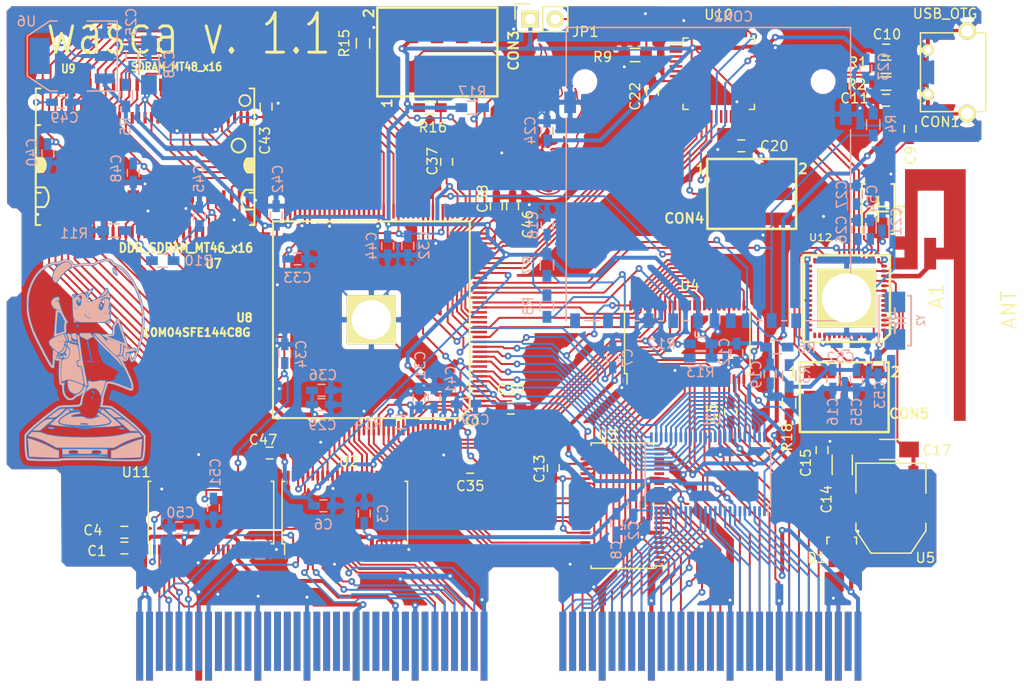
<source format=kicad_pcb>
(kicad_pcb (version 4) (host pcbnew 4.0.2-stable)
  (title_block (title Wasca) (date 04.06.2015) (rev 2) (company hitomi2500) (comment 2 "Distributed under GNU GENERAL PUBLIC LICENSE Version 2"))
  (layers (0 Front signal) (31 Back signal hide) (34 B.Paste user hide) (35 F.Paste user hide) (36 B.SilkS user hide) (37 F.SilkS user) (38 B.Mask user) (39 F.Mask user hide) (44 Edge.Cuts user))
  (net 0 "")
  (net 1 /+5V)
  (net 2 GND)
  (net 3 /+3_3V)
  (net 4 "Net-(CN1-PadB4)")
  (net 5 "Net-(CN1-PadB5)")
  (net 6 "Net-(CN1-PadB6)")
  (net 7 "Net-(CN1-PadB9)")
  (net 8 "Net-(CN1-PadB10)")
  (net 9 "Net-(CN1-PadB11)")
  (net 10 "Net-(CN1-PadB12)")
  (net 11 "Net-(CN1-PadB14)")
  (net 12 "Net-(CN1-PadB15)")
  (net 13 "Net-(CN1-PadB16)")
  (net 14 "Net-(CN1-PadB17)")
  (net 15 "Net-(CN1-PadB19)")
  (net 16 "Net-(CN1-PadB20)")
  (net 17 "Net-(CN1-PadB21)")
  (net 18 "Net-(CN1-PadB22)")
  (net 19 "Net-(CN1-PadB24)")
  (net 20 "Net-(CN1-PadB25)")
  (net 21 "Net-(CN1-PadB26)")
  (net 22 "Net-(CN1-PadB28)")
  (net 23 "Net-(CN1-PadB30)")
  (net 24 /ABUS_A24)
  (net 25 /ABUS_A22)
  (net 26 /ABUS_A20)
  (net 27 /ABUS_A18)
  (net 28 /ABUS_A16)
  (net 29 /RESET)
  (net 30 "Net-(CN1-PadA9)")
  (net 31 "Net-(CN1-PadA10)")
  (net 32 "Net-(CN1-PadA11)")
  (net 33 "Net-(CN1-PadA12)")
  (net 34 "Net-(CN1-PadA14)")
  (net 35 "Net-(CN1-PadA15)")
  (net 36 "Net-(CN1-PadA16)")
  (net 37 "Net-(CN1-PadA17)")
  (net 38 "Net-(CN1-PadA19)")
  (net 39 "Net-(CN1-PadA20)")
  (net 40 "Net-(CN1-PadA21)")
  (net 41 "Net-(CN1-PadA22)")
  (net 42 "Net-(CN1-PadA24)")
  (net 43 "Net-(CN1-PadA25)")
  (net 44 "Net-(CN1-PadA26)")
  (net 45 "Net-(CN1-PadA30)")
  (net 46 /ABUS_A25)
  (net 47 /ABUS_A23)
  (net 48 /ABUS_A21)
  (net 49 /ABUS_A19)
  (net 50 /ABUS_A17)
  (net 51 /ABUS_A15)
  (net 52 /ABUS_A12)
  (net 53 /ABUS_A13)
  (net 54 /ABUS_A8)
  (net 55 /ABUS_A9)
  (net 56 /ABUS_A11)
  (net 57 /ABUS_A10)
  (net 58 /ABUS_A1)
  (net 59 /ABUS_CS0)
  (net 60 /ABUS_CS2)
  (net 61 /ABUS_WR0)
  (net 62 /ABUS_D0)
  (net 63 /ABUS_D1)
  (net 64 /ABUS_D2)
  (net 65 /ABUS_D3)
  (net 66 /ABUS_D8)
  (net 67 /ABUS_D9)
  (net 68 /ABUS_D10)
  (net 69 /ABUS_D11)
  (net 70 "Net-(CN1-PadA66)")
  (net 71 /ABUS_A14)
  (net 72 /ABUS_A7)
  (net 73 /ABUS_A6)
  (net 74 /ABUS_A5)
  (net 75 /ABUS_A4)
  (net 76 /ABUS_A3)
  (net 77 /ABUS_A2)
  (net 78 /ABUS_A0)
  (net 79 /ABUS_RD)
  (net 80 /ABUS_CS1)
  (net 81 /ABUS_WR1)
  (net 82 /ABUS_WAIT)
  (net 83 /ABUS_IRQ)
  (net 84 "Net-(CN1-PadB66)")
  (net 85 /USB_VBUS)
  (net 86 /SDR_DQ0)
  (net 87 /SDR_DQ1)
  (net 88 /SDR_DQ2)
  (net 89 /SDR_DQ3)
  (net 90 /SDR_DQ4)
  (net 91 /SDR_DQ5)
  (net 92 /SDR_DQ6)
  (net 93 /SDR_DQ7)
  (net 94 /SDR_DQML)
  (net 95 /SDR_WE)
  (net 96 /SDR_CAS)
  (net 97 /SDR_RAS)
  (net 98 /SDR_CS)
  (net 99 /SDR_BA0)
  (net 100 /SDR_BA1)
  (net 101 /SDR_A10)
  (net 102 /SDR_A0)
  (net 103 /SDR_A1)
  (net 104 /SDR_A2)
  (net 105 /SDR_A3)
  (net 106 /SDR_A4)
  (net 107 /SDR_A5)
  (net 108 /SDR_A6)
  (net 109 /SDR_A7)
  (net 110 /SDR_A8)
  (net 111 /SDR_A9)
  (net 112 /SDR_A11)
  (net 113 /SDR_CKE)
  (net 114 /SDR_CLK)
  (net 115 /SDR_DQMH)
  (net 116 /SDR_DQ8)
  (net 117 /SDR_DQ9)
  (net 118 /SDR_DQ10)
  (net 119 /SDR_DQ11)
  (net 120 /SDR_DQ12)
  (net 121 /SDR_DQ13)
  (net 122 /SDR_DQ14)
  (net 123 /SDR_DQ15)
  (net 124 /ABUS_3V_MUX_DATA_DIR)
  (net 125 /ABUS_3V_MUX_EN2)
  (net 126 /ABUS_3V_MUX15)
  (net 127 /ABUS_3V_MUX14)
  (net 128 /ABUS_3V_MUX13)
  (net 129 /ABUS_3V_MUX12)
  (net 130 /ABUS_3V_MUX11)
  (net 131 /ABUS_3V_MUX10)
  (net 132 /ABUS_3V_MUX9)
  (net 133 /ABUS_3V_MUX8)
  (net 134 /ABUS_3V_MUX_EN1)
  (net 135 /ABUS_3V_A19)
  (net 136 /ABUS_3V_A21)
  (net 137 /ABUS_3V_A23)
  (net 138 /ABUS_3V_A25)
  (net 139 /ABUS_3V_WR0)
  (net 140 /ABUS_3V_CS2)
  (net 141 /ABUS_3V_CS0)
  (net 142 /ABUS_3V_WR1)
  (net 143 /ABUS_3V_CS1)
  (net 144 /ABUS_3V_RD)
  (net 145 /ABUS_3V_MUX7)
  (net 146 /ABUS_3V_MUX6)
  (net 147 /ABUS_3V_MUX5)
  (net 148 /ABUS_3V_MUX4)
  (net 149 /ABUS_3V_MUX3)
  (net 150 /ABUS_3V_MUX2)
  (net 151 /ABUS_3V_MUX1)
  (net 152 /ABUS_3V_MUX0)
  (net 153 /ABUS_3V_IRQ)
  (net 154 /ABUS_3V_WAIT)
  (net 155 /RESET_3V)
  (net 156 /ABUS_3V_A16)
  (net 157 /ABUS_3V_A18)
  (net 158 /ABUS_3V_A20)
  (net 159 /ABUS_3V_A22)
  (net 160 /ABUS_3V_A24)
  (net 161 /ABUS_3V_A17)
  (net 162 /JTAG_TMS)
  (net 163 /JTAG_TCK)
  (net 164 /JTAG_TDI)
  (net 165 /JTAG_TDO)
  (net 166 /ABUS_D7)
  (net 167 /ABUS_D6)
  (net 168 /ABUS_D5)
  (net 169 /ABUS_D4)
  (net 170 /ABUS_D15)
  (net 171 /ABUS_D14)
  (net 172 /ABUS_D13)
  (net 173 /ABUS_D12)
  (net 174 /SDR_A12)
  (net 175 /SCSPCLK)
  (net 176 "Net-(CN1-PadA28)")
  (net 177 /SCSPCLK_3V)
  (net 178 "Net-(C10-Pad1)")
  (net 179 "Net-(C11-Pad1)")
  (net 180 "Net-(C14-Pad1)")
  (net 181 /VCC_SDRAM)
  (net 182 "Net-(CN1-PadA50)")
  (net 183 "Net-(CN1-PadA51)")
  (net 184 "Net-(CN1-PadA52)")
  (net 185 "Net-(CN1-PadA53)")
  (net 186 "Net-(CN1-PadB50)")
  (net 187 "Net-(CN1-PadB51)")
  (net 188 "Net-(CON1-Pad4)")
  (net 189 "Net-(CON2-Pad1)")
  (net 190 "Net-(CON2-Pad2)")
  (net 191 "Net-(CON2-Pad5)")
  (net 192 "Net-(R1-Pad1)")
  (net 193 "Net-(R2-Pad1)")
  (net 194 "Net-(CON2-Pad9)")
  (net 195 "Net-(CON2-Pad7)")
  (net 196 "Net-(CON2-Pad8)")
  (net 197 "Net-(R10-Pad1)")
  (net 198 "Net-(U3-Pad37)")
  (net 199 "Net-(U7-Pad14)")
  (net 200 "Net-(U7-Pad53)")
  (net 201 /DDR_DQSL)
  (net 202 /DDR_DQSH)
  (net 203 "Net-(U7-Pad17)")
  (net 204 "Net-(U7-Pad50)")
  (net 205 "Net-(U7-Pad19)")
  (net 206 /DDR_CLKN)
  (net 207 "Net-(U7-Pad43)")
  (net 208 "Net-(U7-Pad25)")
  (net 209 /COMM_SS)
  (net 210 /COMM_CLK)
  (net 211 /COMM_MISO)
  (net 212 /WAIT_ENABLE)
  (net 213 /COMM_MOSI)
  (net 214 "Net-(U9-Pad40)")
  (net 215 "Net-(U10-Pad11)")
  (net 216 "Net-(U10-Pad18)")
  (net 217 "Net-(U10-Pad19)")
  (net 218 "Net-(U10-Pad20)")
  (net 219 "Net-(CON2-Pad10)")
  (net 220 "Net-(CON2-Pad11)")
  (net 221 "Net-(U3-Pad16)")
  (net 222 "Net-(U3-Pad17)")
  (net 223 "Net-(U3-Pad19)")
  (net 224 "Net-(U3-Pad20)")
  (net 225 "Net-(U3-Pad22)")
  (net 226 "Net-(U3-Pad23)")
  (net 227 "Net-(U3-Pad38)")
  (net 228 /ISD)
  (net 229 /IBCK)
  (net 230 /ILRCK)
  (net 231 /SSEL)
  (net 232 /SSEL_3V)
  (net 233 /ISD_3V)
  (net 234 /IBCK_3V)
  (net 235 /ILRCK_3V)
  (net 236 "Net-(U11-Pad8)")
  (net 237 "Net-(U11-Pad11)")
  (net 238 "Net-(U11-Pad12)")
  (net 239 "Net-(U11-Pad13)")
  (net 240 "Net-(U11-Pad14)")
  (net 241 "Net-(U11-Pad16)")
  (net 242 "Net-(U11-Pad17)")
  (net 243 "Net-(U11-Pad19)")
  (net 244 "Net-(U11-Pad20)")
  (net 245 "Net-(U11-Pad22)")
  (net 246 "Net-(U11-Pad23)")
  (net 247 "Net-(U11-Pad26)")
  (net 248 "Net-(U11-Pad27)")
  (net 249 "Net-(U11-Pad29)")
  (net 250 "Net-(U11-Pad30)")
  (net 251 "Net-(U11-Pad32)")
  (net 252 "Net-(U11-Pad33)")
  (net 253 "Net-(U11-Pad35)")
  (net 254 "Net-(U11-Pad36)")
  (net 255 "Net-(U11-Pad37)")
  (net 256 "Net-(U11-Pad38)")
  (net 257 "Net-(U11-Pad40)")
  (net 258 "Net-(U11-Pad41)")
  (net 259 "Net-(U8-Pad87)")
  (net 260 "Net-(U2-Pad26)")
  (net 261 "Net-(U2-Pad27)")
  (net 262 "Net-(U2-Pad29)")
  (net 263 "Net-(U2-Pad30)")
  (net 264 "Net-(U10-Pad12)")
  (net 265 "Net-(U10-Pad13)")
  (net 266 "Net-(U10-Pad7)")
  (net 267 "Net-(CON4-Pad1)")
  (net 268 "Net-(CON4-Pad3)")
  (net 269 "Net-(JP1-Pad2)")
  (net 270 "Net-(U10-Pad1)")
  (net 271 "Net-(U10-Pad2)")
  (net 272 "Net-(U10-Pad3)")
  (net 273 "Net-(U10-Pad4)")
  (net 274 "Net-(U10-Pad5)")
  (net 275 "Net-(U10-Pad6)")
  (net 276 "Net-(U10-Pad10)")
  (net 277 "Net-(U10-Pad21)")
  (net 278 "Net-(U10-Pad22)")
  (net 279 "Net-(U10-Pad29)")
  (net 280 "Net-(U10-Pad30)")
  (net 281 "Net-(U10-Pad31)")
  (net 282 "Net-(U10-Pad42)")
  (net 283 "Net-(U10-Pad43)")
  (net 284 "Net-(U10-Pad45)")
  (net 285 "Net-(U10-Pad46)")
  (net 286 "Net-(CON5-Pad1)")
  (net 287 "Net-(CON5-Pad3)")
  (net 288 /BLUE_SS)
  (net 289 /BLUE_CLK)
  (net 290 /BLUE_MISO)
  (net 291 /BLUE_MOSI)
  (net 292 "Net-(U10-Pad38)")
  (net 293 "Net-(U10-Pad39)")
  (net 294 "Net-(U10-Pad40)")
  (net 295 "Net-(U10-Pad41)")
  (net 296 "Net-(A1-Pad1)")
  (net 297 "Net-(U12-Pad2)")
  (net 298 "Net-(U12-Pad3)")
  (net 299 "Net-(U12-Pad4)")
  (net 300 "Net-(U12-Pad25)")
  (net 301 "Net-(U12-Pad28)")
  (net 302 "Net-(U12-Pad40)")
  (net 303 "Net-(U12-Pad41)")
  (net 304 "Net-(U12-Pad42)")
  (net 305 "Net-(U12-Pad43)")
  (net 306 "Net-(U12-Pad44)")
  (net 307 "Net-(U12-Pad47)")
  (net 308 "Net-(U12-Pad48)")
  (net 309 "Net-(U8-Pad27)")
  (net 310 "Net-(U8-Pad38)")
  (net 311 "Net-(C26-Pad1)")
  (net 312 "Net-(C27-Pad1)")
  (net 313 "Net-(C52-Pad1)")
  (net 314 "Net-(C53-Pad1)")
  (net 315 "Net-(U12-Pad5)")
  (net 316 "Net-(U12-Pad6)")
  (net 317 "Net-(U12-Pad7)")
  (net 318 "Net-(U12-Pad8)")
  (net 319 "Net-(U12-Pad33)")
  (net 320 "Net-(U12-Pad34)")
  (net 321 "Net-(U12-Pad35)")
  (net 322 "Net-(U12-Pad24)")
  (net 323 "Net-(U12-Pad49)")
  (net 324 "Net-(U12-Pad29)")
  (net 325 "Net-(U12-Pad30)")
  (net 326 "Net-(U12-Pad31)")
  (net 327 "Net-(U12-Pad32)")
  (net 328 "Net-(U12-Pad37)")
  (net 329 "Net-(U12-Pad38)")
  (net 330 "Net-(U12-Pad39)")
  (net 331 "Net-(U12-Pad50)")
  (net 332 "Net-(U12-Pad51)")
  (net 333 "Net-(U12-Pad52)")
  (net 334 "Net-(U12-Pad53)")
  (net 335 "Net-(U12-Pad54)")
  (net 336 "Net-(CON3-Pad6)")
  (net 337 "Net-(CON3-Pad7)")
  (net 338 "Net-(CON3-Pad8)")
  (net 339 "Net-(CON4-Pad4)")
  (net 340 "Net-(CON4-Pad5)")
  (net 341 "Net-(CON5-Pad4)")
  (net 342 "Net-(CON5-Pad5)")
  (module Wasca:PCB_IF_ANT_2.4G (layer Front) (at 124.8 105.3 270)
    (fp_text reference A1 (at 12.9 3 270) (layer F.SilkS) (effects (font (size 1.5 1.5))))
    (fp_text value ANT (at 14.3 -4.4 270) (layer F.SilkS) (effects (font (size 1.5 1.5))))
    (fp_poly (pts (xy 10.64 4.82) (xy 10.64 7.48) (xy 11.1 7.48) (xy 11.1 4.62) (xy 10.19 3.72) (xy 10.19 3.01) (xy 9.18 3.01) (xy 9.18 1.21) (xy 25.58 1.21) (xy 25.58 0) (xy 0 0) (xy 0 6.17) (xy 6.83 6.17) (xy 6.83 7.22) (xy 8.18 7.22) (xy 8.18 6.23) (xy 8.98 6.23) (xy 8.98 7.22) (xy 10.19 7.22) (xy 10.19 4.88) (xy 2.19 4.88) (xy 2.19 2.22) (xy 7.98 2.22) (xy 7.98 3.01) (xy 6.98 3.01) (xy 6.98 4.22) (xy 10.05 4.22) (xy 10.64 4.82)) (layer Front) (width 0.001))
    (pad 1 connect rect (at 10.87 7.08 270) (size 0.46 0.8) (layers Front) (net 296 "Net-(A1-Pad1)"))
    (pad 2 connect rect (at 24.92 0.5) (size 0.46 0.8) (layers Front) (net 2 GND))
  )
  (module Capacitors_SMD:C_0603_HandSoldering (layer Back) (at 48.35 139.725 270)
    (fp_text reference C51 (at -3.6195 -0.2032 270) (layer B.SilkS) (effects (justify mirror)))
    (fp_text value 0.1uF)
    (pad 1 smd rect (at -0.95 0 270) (size 1.2 0.75) (layers Back B.Paste B.Mask) (net 181 /VCC_SDRAM))
    (pad 2 smd rect (at 0.95 0 270) (size 1.2 0.75) (layers Back B.Paste B.Mask) (net 2 GND))
  )
  (module Capacitors_SMD:C_0603_HandSoldering (layer Back) (at 44.875 141.75 180)
    (fp_text reference C50 (at -0.125 1.55 180) (layer B.SilkS) (effects (justify mirror)))
    (fp_text value 0.1uF)
    (pad 1 smd rect (at -0.95 0 180) (size 1.2 0.75) (layers Back B.Paste B.Mask) (net 1 /+5V))
    (pad 2 smd rect (at 0.95 0 180) (size 1.2 0.75) (layers Back B.Paste B.Mask) (net 2 GND))
  )
  (module Housings_SSOP:TSSOP-48_6.1x12.5mm_Pitch0.5mm (layer Front) (at 48.1 140.2 90)
    (fp_text reference U11 (at 4.1 -7.6 180) (layer F.SilkS))
    (fp_text value 74ALVC164245)
    (pad 1 smd rect (at -3.75 -5.75 90) (size 1 0.285) (layers Front F.Paste F.Mask) (net 181 /VCC_SDRAM))
    (pad 2 smd rect (at -3.75 -5.25 90) (size 1 0.285) (layers Front F.Paste F.Mask) (net 231 /SSEL))
    (pad 3 smd rect (at -3.75 -4.75 90) (size 1 0.285) (layers Front F.Paste F.Mask) (net 228 /ISD))
    (pad 4 smd rect (at -3.75 -4.25 90) (size 1 0.285) (layers Front F.Paste F.Mask) (net 2 GND))
    (pad 5 smd rect (at -3.75 -3.75 90) (size 1 0.285) (layers Front F.Paste F.Mask) (net 229 /IBCK))
    (pad 6 smd rect (at -3.75 -3.25 90) (size 1 0.285) (layers Front F.Paste F.Mask) (net 230 /ILRCK))
    (pad 7 smd rect (at -3.75 -2.75 90) (size 1 0.285) (layers Front F.Paste F.Mask) (net 1 /+5V))
    (pad 8 smd rect (at -3.75 -2.25 90) (size 1 0.285) (layers Front F.Paste F.Mask) (net 236 "Net-(U11-Pad8)"))
    (pad 9 smd rect (at -3.75 -1.75 90) (size 1 0.285) (layers Front F.Paste F.Mask) (net 2 GND))
    (pad 10 smd rect (at -3.75 -1.25 90) (size 1 0.285) (layers Front F.Paste F.Mask) (net 2 GND))
    (pad 11 smd rect (at -3.75 -0.75 90) (size 1 0.285) (layers Front F.Paste F.Mask) (net 237 "Net-(U11-Pad11)"))
    (pad 12 smd rect (at -3.75 -0.25 90) (size 1 0.285) (layers Front F.Paste F.Mask) (net 238 "Net-(U11-Pad12)"))
    (pad 13 smd rect (at -3.75 0.25 90) (size 1 0.285) (layers Front F.Paste F.Mask) (net 239 "Net-(U11-Pad13)"))
    (pad 14 smd rect (at -3.75 0.75 90) (size 1 0.285) (layers Front F.Paste F.Mask) (net 240 "Net-(U11-Pad14)"))
    (pad 15 smd rect (at -3.75 1.25 90) (size 1 0.285) (layers Front F.Paste F.Mask) (net 2 GND))
    (pad 16 smd rect (at -3.75 1.75 90) (size 1 0.285) (layers Front F.Paste F.Mask) (net 241 "Net-(U11-Pad16)"))
    (pad 17 smd rect (at -3.75 2.25 90) (size 1 0.285) (layers Front F.Paste F.Mask) (net 242 "Net-(U11-Pad17)"))
    (pad 18 smd rect (at -3.75 2.75 90) (size 1 0.285) (layers Front F.Paste F.Mask) (net 1 /+5V))
    (pad 19 smd rect (at -3.75 3.25 90) (size 1 0.285) (layers Front F.Paste F.Mask) (net 243 "Net-(U11-Pad19)"))
    (pad 20 smd rect (at -3.75 3.75 90) (size 1 0.285) (layers Front F.Paste F.Mask) (net 244 "Net-(U11-Pad20)"))
    (pad 21 smd rect (at -3.75 4.25 90) (size 1 0.285) (layers Front F.Paste F.Mask) (net 2 GND))
    (pad 22 smd rect (at -3.75 4.75 90) (size 1 0.285) (layers Front F.Paste F.Mask) (net 245 "Net-(U11-Pad22)"))
    (pad 23 smd rect (at -3.75 5.25 90) (size 1 0.285) (layers Front F.Paste F.Mask) (net 246 "Net-(U11-Pad23)"))
    (pad 24 smd rect (at -3.75 5.75 90) (size 1 0.285) (layers Front F.Paste F.Mask) (net 2 GND))
    (pad 25 smd rect (at 3.75 5.75 90) (size 1 0.285) (layers Front F.Paste F.Mask) (net 2 GND))
    (pad 26 smd rect (at 3.75 5.25 90) (size 1 0.285) (layers Front F.Paste F.Mask) (net 247 "Net-(U11-Pad26)"))
    (pad 27 smd rect (at 3.75 4.75 90) (size 1 0.285) (layers Front F.Paste F.Mask) (net 248 "Net-(U11-Pad27)"))
    (pad 28 smd rect (at 3.75 4.25 90) (size 1 0.285) (layers Front F.Paste F.Mask) (net 2 GND))
    (pad 29 smd rect (at 3.75 3.75 90) (size 1 0.285) (layers Front F.Paste F.Mask) (net 249 "Net-(U11-Pad29)"))
    (pad 30 smd rect (at 3.75 3.25 90) (size 1 0.285) (layers Front F.Paste F.Mask) (net 250 "Net-(U11-Pad30)"))
    (pad 31 smd rect (at 3.75 2.75 90) (size 1 0.285) (layers Front F.Paste F.Mask) (net 181 /VCC_SDRAM))
    (pad 32 smd rect (at 3.75 2.25 90) (size 1 0.285) (layers Front F.Paste F.Mask) (net 251 "Net-(U11-Pad32)"))
    (pad 33 smd rect (at 3.75 1.75 90) (size 1 0.285) (layers Front F.Paste F.Mask) (net 252 "Net-(U11-Pad33)"))
    (pad 34 smd rect (at 3.75 1.25 90) (size 1 0.285) (layers Front F.Paste F.Mask) (net 2 GND))
    (pad 35 smd rect (at 3.75 0.75 90) (size 1 0.285) (layers Front F.Paste F.Mask) (net 253 "Net-(U11-Pad35)"))
    (pad 36 smd rect (at 3.75 0.25 90) (size 1 0.285) (layers Front F.Paste F.Mask) (net 254 "Net-(U11-Pad36)"))
    (pad 37 smd rect (at 3.75 -0.25 90) (size 1 0.285) (layers Front F.Paste F.Mask) (net 255 "Net-(U11-Pad37)"))
    (pad 38 smd rect (at 3.75 -0.75 90) (size 1 0.285) (layers Front F.Paste F.Mask) (net 256 "Net-(U11-Pad38)"))
    (pad 39 smd rect (at 3.75 -1.25 90) (size 1 0.285) (layers Front F.Paste F.Mask) (net 2 GND))
    (pad 40 smd rect (at 3.75 -1.75 90) (size 1 0.285) (layers Front F.Paste F.Mask) (net 257 "Net-(U11-Pad40)"))
    (pad 41 smd rect (at 3.75 -2.25 90) (size 1 0.285) (layers Front F.Paste F.Mask) (net 258 "Net-(U11-Pad41)"))
    (pad 42 smd rect (at 3.75 -2.75 90) (size 1 0.285) (layers Front F.Paste F.Mask) (net 181 /VCC_SDRAM))
    (pad 43 smd rect (at 3.75 -3.25 90) (size 1 0.285) (layers Front F.Paste F.Mask) (net 235 /ILRCK_3V))
    (pad 44 smd rect (at 3.75 -3.75 90) (size 1 0.285) (layers Front F.Paste F.Mask) (net 234 /IBCK_3V))
    (pad 45 smd rect (at 3.75 -4.25 90) (size 1 0.285) (layers Front F.Paste F.Mask) (net 2 GND))
    (pad 46 smd rect (at 3.75 -4.75 90) (size 1 0.285) (layers Front F.Paste F.Mask) (net 233 /ISD_3V))
    (pad 47 smd rect (at 3.75 -5.25 90) (size 1 0.285) (layers Front F.Paste F.Mask) (net 232 /SSEL_3V))
    (pad 48 smd rect (at 3.75 -5.75 90) (size 1 0.285) (layers Front F.Paste F.Mask) (net 2 GND))
  )
  (module Resistors_SMD:R_0603_HandSoldering (layer Back) (at 97.85 123.05 180)
    (fp_text reference R12 (at 3.95 0 180) (layer B.SilkS) (effects (justify mirror)))
    (fp_text value 50K)
    (pad 1 smd rect (at -1.1 0 180) (size 1.2 0.9) (layers Back B.Paste B.Mask) (net 3 /+3_3V))
    (pad 2 smd rect (at 1.1 0 180) (size 1.2 0.9) (layers Back B.Paste B.Mask) (net 145 /ABUS_3V_MUX7))
  )
  (module Resistors_SMD:R_0603_HandSoldering (layer Back) (at 38.24 111.54)
    (fp_text reference R11 (at -4.065 0.285) (layer B.SilkS) (effects (justify mirror)))
    (fp_text value 4.7K)
    (pad 1 smd rect (at -1.1 0) (size 1.2 0.9) (layers Back B.Paste B.Mask) (net 2 GND))
    (pad 2 smd rect (at 1.1 0) (size 1.2 0.9) (layers Back B.Paste B.Mask) (net 197 "Net-(R10-Pad1)"))
  )
  (module Resistors_SMD:R_0603_HandSoldering (layer Back) (at 43.2 114.6)
    (fp_text reference R10 (at 3.66 -0.01) (layer B.SilkS) (effects (justify mirror)))
    (fp_text value 4.7K)
    (pad 1 smd rect (at -1.1 0) (size 1.2 0.9) (layers Back B.Paste B.Mask) (net 197 "Net-(R10-Pad1)"))
    (pad 2 smd rect (at 1.1 0) (size 1.2 0.9) (layers Back B.Paste B.Mask) (net 181 /VCC_SDRAM))
  )
  (module Resistors_SMD:R_0603_HandSoldering (layer Back) (at 74.65 99.05)
    (fp_text reference R17 (at 0 -1.625) (layer B.SilkS) (effects (justify mirror)))
    (fp_text value 10K)
    (pad 1 smd rect (at -1.1 0) (size 1.2 0.9) (layers Back B.Paste B.Mask) (net 3 /+3_3V))
    (pad 2 smd rect (at 1.1 0) (size 1.2 0.9) (layers Back B.Paste B.Mask) (net 164 /JTAG_TDI))
  )
  (module Resistors_SMD:R_0603_HandSoldering (layer Front) (at 70.35 99.05)
    (fp_text reference R16 (at 0.3 2) (layer F.SilkS))
    (fp_text value 10K)
    (pad 1 smd rect (at -1.1 0) (size 1.2 0.9) (layers Front F.Paste F.Mask) (net 3 /+3_3V))
    (pad 2 smd rect (at 1.1 0) (size 1.2 0.9) (layers Front F.Paste F.Mask) (net 162 /JTAG_TMS))
  )
  (module Resistors_SMD:R_0603_HandSoldering (layer Front) (at 63.55 92.5 90)
    (fp_text reference R15 (at 0 -1.9 90) (layer F.SilkS))
    (fp_text value 1K)
    (pad 1 smd rect (at -1.1 0 90) (size 1.2 0.9) (layers Front F.Paste F.Mask) (net 163 /JTAG_TCK))
    (pad 2 smd rect (at 1.1 0 90) (size 1.2 0.9) (layers Front F.Paste F.Mask) (net 2 GND))
  )
  (module Resistors_SMD:R_0603_HandSoldering (layer Back) (at 97.85 124.5 180)
    (fp_text reference R13 (at 0 -1.425 180) (layer B.SilkS) (effects (justify mirror)))
    (fp_text value 50K)
    (pad 1 smd rect (at -1.1 0 180) (size 1.2 0.9) (layers Back B.Paste B.Mask) (net 3 /+3_3V))
    (pad 2 smd rect (at 1.1 0 180) (size 1.2 0.9) (layers Back B.Paste B.Mask) (net 148 /ABUS_3V_MUX4))
  )
  (module Capacitors_SMD:C_0603_HandSoldering (layer Back) (at 113.85 111.45 90)
    (fp_text reference C21 (at 0.85 3.9 90) (layer B.SilkS) (effects (justify mirror)))
    (fp_text value 0.1uF)
    (pad 1 smd rect (at -0.95 0 90) (size 1.2 0.75) (layers Back B.Paste B.Mask) (net 3 /+3_3V))
    (pad 2 smd rect (at 0.95 0 90) (size 1.2 0.75) (layers Back B.Paste B.Mask) (net 2 GND))
  )
  (module Capacitors_SMD:C_0603_HandSoldering (layer Front) (at 92.97 97.43 90)
    (fp_text reference C22 (at -0.47 -1.77 90) (layer F.SilkS))
    (fp_text value 0.1uF)
    (pad 1 smd rect (at -0.95 0 90) (size 1.2 0.75) (layers Front F.Paste F.Mask) (net 3 /+3_3V))
    (pad 2 smd rect (at 0.95 0 90) (size 1.2 0.75) (layers Front F.Paste F.Mask) (net 2 GND))
  )
  (module Capacitors_SMD:C_0603_HandSoldering (layer Front) (at 101.99 102.93 180)
    (fp_text reference C20 (at -3.36 -0.02 180) (layer F.SilkS))
    (fp_text value 0.1uF)
    (pad 1 smd rect (at -0.95 0 180) (size 1.2 0.75) (layers Front F.Paste F.Mask) (net 3 /+3_3V))
    (pad 2 smd rect (at 0.95 0 180) (size 1.2 0.75) (layers Front F.Paste F.Mask) (net 2 GND))
  )
  (module Capacitors_SMD:C_0603_HandSoldering (layer Back) (at 82.26 111.01 90)
    (fp_text reference C18 (at 0.01 -1.435 90) (layer B.SilkS) (effects (justify mirror)))
    (fp_text value 1uF)
    (pad 1 smd rect (at -0.95 0 90) (size 1.2 0.75) (layers Back B.Paste B.Mask) (net 3 /+3_3V))
    (pad 2 smd rect (at 0.95 0 90) (size 1.2 0.75) (layers Back B.Paste B.Mask) (net 2 GND))
  )
  (module Capacitors_SMD:C_0603_HandSoldering (layer Back) (at 32.9 98.5)
    (fp_text reference C49 (at 0.325 1.575) (layer B.SilkS) (effects (justify mirror)))
    (fp_text value 0.1uF)
    (pad 1 smd rect (at -0.95 0) (size 1.2 0.75) (layers Back B.Paste B.Mask) (net 181 /VCC_SDRAM))
    (pad 2 smd rect (at 0.95 0) (size 1.2 0.75) (layers Back B.Paste B.Mask) (net 2 GND))
  )
  (module Capacitors_SMD:C_0603_HandSoldering (layer Front) (at 78.57 129.58)
    (fp_text reference C30 (at 0 -1.9) (layer F.SilkS))
    (fp_text value 0.1uF)
    (pad 1 smd rect (at -0.95 0) (size 1.2 0.75) (layers Front F.Paste F.Mask) (net 3 /+3_3V))
    (pad 2 smd rect (at 0.95 0) (size 1.2 0.75) (layers Front F.Paste F.Mask) (net 2 GND))
  )
  (module Capacitors_SMD:C_0603_HandSoldering (layer Back) (at 59.33 127.77)
    (fp_text reference C29 (at 0.095 3.53) (layer B.SilkS) (effects (justify mirror)))
    (fp_text value 0.1uF)
    (pad 1 smd rect (at -0.95 0) (size 1.2 0.75) (layers Back B.Paste B.Mask) (net 3 /+3_3V))
    (pad 2 smd rect (at 0.95 0) (size 1.2 0.75) (layers Back B.Paste B.Mask) (net 2 GND))
  )
  (module Capacitors_SMD:C_0603_HandSoldering (layer Back) (at 104.93 126.11 270)
    (fp_text reference C19 (at 0.065 1.405 270) (layer B.SilkS) (effects (justify mirror)))
    (fp_text value 0.1uF)
    (pad 1 smd rect (at -0.95 0 270) (size 1.2 0.75) (layers Back B.Paste B.Mask) (net 3 /+3_3V))
    (pad 2 smd rect (at 0.95 0 270) (size 1.2 0.75) (layers Back B.Paste B.Mask) (net 2 GND))
  )
  (module Capacitors_SMD:C_0603_HandSoldering (layer Front) (at 39.3 143.8 180)
    (fp_text reference C1 (at 2.8 -0.3 180) (layer F.SilkS))
    (fp_text value 10uF)
    (pad 1 smd rect (at -0.95 0 180) (size 1.2 0.75) (layers Front F.Paste F.Mask) (net 1 /+5V))
    (pad 2 smd rect (at 0.95 0 180) (size 1.2 0.75) (layers Front F.Paste F.Mask) (net 2 GND))
  )
  (module Capacitors_SMD:C_0603_HandSoldering (layer Back) (at 91.07 139.43 270)
    (fp_text reference C2 (at 2.595 -0.005 270) (layer B.SilkS) (effects (justify mirror)))
    (fp_text value 0.1uF)
    (pad 1 smd rect (at -0.95 0 270) (size 1.2 0.75) (layers Back B.Paste B.Mask) (net 1 /+5V))
    (pad 2 smd rect (at 0.95 0 270) (size 1.2 0.75) (layers Back B.Paste B.Mask) (net 2 GND))
  )
  (module Capacitors_SMD:C_0603_HandSoldering (layer Back) (at 63.675 140.3 90)
    (fp_text reference C3 (at 0 1.9 90) (layer B.SilkS) (effects (justify mirror)))
    (fp_text value 0.1uF)
    (pad 1 smd rect (at -0.95 0 90) (size 1.2 0.75) (layers Back B.Paste B.Mask) (net 1 /+5V))
    (pad 2 smd rect (at 0.95 0 90) (size 1.2 0.75) (layers Back B.Paste B.Mask) (net 2 GND))
  )
  (module Capacitors_SMD:C_0603_HandSoldering (layer Front) (at 39.3 142.2 180)
    (fp_text reference C4 (at 3.2 0.2 180) (layer F.SilkS))
    (fp_text value 0.1uF)
    (pad 1 smd rect (at -0.95 0 180) (size 1.2 0.75) (layers Front F.Paste F.Mask) (net 1 /+5V))
    (pad 2 smd rect (at 0.95 0 180) (size 1.2 0.75) (layers Front F.Paste F.Mask) (net 2 GND))
  )
  (module Capacitors_SMD:C_0603_HandSoldering (layer Front) (at 100.92 130.01 90)
    (fp_text reference C5 (at 0 -1.9 90) (layer F.SilkS))
    (fp_text value 0.1uF)
    (pad 1 smd rect (at -0.95 0 90) (size 1.2 0.75) (layers Front F.Paste F.Mask) (net 3 /+3_3V))
    (pad 2 smd rect (at 0.95 0 90) (size 1.2 0.75) (layers Front F.Paste F.Mask) (net 2 GND))
  )
  (module Capacitors_SMD:C_0603_HandSoldering (layer Back) (at 59.52 139.51)
    (fp_text reference C6 (at 0 1.9) (layer B.SilkS) (effects (justify mirror)))
    (fp_text value 0.1uF)
    (pad 1 smd rect (at -0.95 0) (size 1.2 0.75) (layers Back B.Paste B.Mask) (net 3 /+3_3V))
    (pad 2 smd rect (at 0.95 0) (size 1.2 0.75) (layers Back B.Paste B.Mask) (net 2 GND))
  )
  (module Capacitors_SMD:C_0603_HandSoldering (layer Back) (at 88.925 124.5 90)
    (fp_text reference C7 (at 0.025 1.525 90) (layer B.SilkS) (effects (justify mirror)))
    (fp_text value 0.1uF)
    (pad 1 smd rect (at -0.95 0 90) (size 1.2 0.75) (layers Back B.Paste B.Mask) (net 1 /+5V))
    (pad 2 smd rect (at 0.95 0 90) (size 1.2 0.75) (layers Back B.Paste B.Mask) (net 2 GND))
  )
  (module Capacitors_SMD:C_0603_HandSoldering (layer Back) (at 89.32 141.27 270)
    (fp_text reference C8 (at 2.73 0.02 270) (layer B.SilkS) (effects (justify mirror)))
    (fp_text value 0.1uF hide)
    (pad 1 smd rect (at -0.95 0 270) (size 1.2 0.75) (layers Back B.Paste B.Mask) (net 1 /+5V))
    (pad 2 smd rect (at 0.95 0 270) (size 1.2 0.75) (layers Back B.Paste B.Mask) (net 2 GND))
  )
  (module Capacitors_SMD:C_0603_HandSoldering (layer Front) (at 119.15 101.2 270)
    (fp_text reference C9 (at 2.7 -0.05 270) (layer F.SilkS))
    (fp_text value 0.1uF)
    (pad 1 smd rect (at -0.95 0 270) (size 1.2 0.75) (layers Front F.Paste F.Mask) (net 85 /USB_VBUS))
    (pad 2 smd rect (at 0.95 0 270) (size 1.2 0.75) (layers Front F.Paste F.Mask) (net 2 GND))
  )
  (module Capacitors_SMD:C_0603_HandSoldering (layer Front) (at 116.7 93.2 180)
    (fp_text reference C10 (at -0.1 1.6 180) (layer F.SilkS))
    (fp_text value 47pF)
    (pad 1 smd rect (at -0.95 0 180) (size 1.2 0.75) (layers Front F.Paste F.Mask) (net 178 "Net-(C10-Pad1)"))
    (pad 2 smd rect (at 0.95 0 180) (size 1.2 0.75) (layers Front F.Paste F.Mask) (net 2 GND))
  )
  (module Capacitors_SMD:C_0603_HandSoldering (layer Front) (at 116.7 98.3 180)
    (fp_text reference C11 (at 3.2 0.2 180) (layer F.SilkS))
    (fp_text value 47pF)
    (pad 1 smd rect (at -0.95 0 180) (size 1.2 0.75) (layers Front F.Paste F.Mask) (net 179 "Net-(C11-Pad1)"))
    (pad 2 smd rect (at 0.95 0 180) (size 1.2 0.75) (layers Front F.Paste F.Mask) (net 2 GND))
  )
  (module Capacitors_SMD:C_0603_HandSoldering (layer Back) (at 101.54 123.98 270)
    (fp_text reference C12 (at -0.105 1.265 270) (layer B.SilkS) (effects (justify mirror)))
    (fp_text value 0.1uF)
    (pad 1 smd rect (at -0.95 0 270) (size 1.2 0.75) (layers Back B.Paste B.Mask) (net 3 /+3_3V))
    (pad 2 smd rect (at 0.95 0 270) (size 1.2 0.75) (layers Back B.Paste B.Mask) (net 2 GND))
  )
  (module Capacitors_SMD:C_0603_HandSoldering (layer Front) (at 82.89 135.68 90)
    (fp_text reference C13 (at -0.07 -1.415 90) (layer F.SilkS))
    (fp_text value 0.1uF)
    (pad 1 smd rect (at -0.95 0 90) (size 1.2 0.75) (layers Front F.Paste F.Mask) (net 3 /+3_3V))
    (pad 2 smd rect (at 0.95 0 90) (size 1.2 0.75) (layers Front F.Paste F.Mask) (net 2 GND))
  )
  (module Capacitors_SMD:C_0603_HandSoldering (layer Front) (at 110.2 133.85 90)
    (fp_text reference C15 (at -1.3 -1.65 90) (layer F.SilkS))
    (fp_text value 0.1uF)
    (pad 1 smd rect (at -0.95 0 90) (size 1.2 0.75) (layers Front F.Paste F.Mask) (net 180 "Net-(C14-Pad1)"))
    (pad 2 smd rect (at 0.95 0 90) (size 1.2 0.75) (layers Front F.Paste F.Mask) (net 2 GND))
  )
  (module Capacitors_SMD:C_0603_HandSoldering (layer Back) (at 111.3 126.65 270)
    (fp_text reference C16 (at 3.3 0 270) (layer B.SilkS) (effects (justify mirror)))
    (fp_text value 0.1uF)
    (pad 1 smd rect (at -0.95 0 270) (size 1.2 0.75) (layers Back B.Paste B.Mask) (net 3 /+3_3V))
    (pad 2 smd rect (at 0.95 0 270) (size 1.2 0.75) (layers Back B.Paste B.Mask) (net 2 GND))
  )
  (module Capacitors_SMD:C_0603_HandSoldering (layer Back) (at 114.65 95.08 270)
    (fp_text reference C23 (at -0.205 -1.8 270) (layer B.SilkS) (effects (justify mirror)))
    (fp_text value 0.1uF)
    (pad 1 smd rect (at -0.95 0 270) (size 1.2 0.75) (layers Back B.Paste B.Mask) (net 3 /+3_3V))
    (pad 2 smd rect (at 0.95 0 270) (size 1.2 0.75) (layers Back B.Paste B.Mask) (net 2 GND))
  )
  (module Capacitors_SMD:C_0603_HandSoldering (layer Back) (at 82.26 101.42 90)
    (fp_text reference C24 (at 0.07 -1.71 90) (layer B.SilkS) (effects (justify mirror)))
    (fp_text value 0.1uF)
    (pad 1 smd rect (at -0.95 0 90) (size 1.2 0.75) (layers Back B.Paste B.Mask) (net 3 /+3_3V))
    (pad 2 smd rect (at 0.95 0 90) (size 1.2 0.75) (layers Back B.Paste B.Mask) (net 2 GND))
  )
  (module Capacitors_SMD:C_0603_HandSoldering (layer Back) (at 116.3 110.6 90)
    (fp_text reference C26 (at -0.85 -4.125 90) (layer B.SilkS) (effects (justify mirror)))
    (fp_text value 47pF)
    (pad 1 smd rect (at -0.95 0 90) (size 1.2 0.75) (layers Back B.Paste B.Mask) (net 311 "Net-(C26-Pad1)"))
    (pad 2 smd rect (at 0.95 0 90) (size 1.2 0.75) (layers Back B.Paste B.Mask) (net 2 GND))
  )
  (module Capacitors_SMD:C_0603_HandSoldering (layer Back) (at 113.7 107.9 90)
    (fp_text reference C27 (at 0.025 -1.5 90) (layer B.SilkS) (effects (justify mirror)))
    (fp_text value 47pF)
    (pad 1 smd rect (at -0.95 0 90) (size 1.2 0.75) (layers Back B.Paste B.Mask) (net 312 "Net-(C27-Pad1)"))
    (pad 2 smd rect (at 0.95 0 90) (size 1.2 0.75) (layers Back B.Paste B.Mask) (net 2 GND))
  )
  (module Capacitors_SMD:C_0603_HandSoldering (layer Back) (at 69.25 128.55 90)
    (fp_text reference C31 (at 3.35 0.125 90) (layer B.SilkS) (effects (justify mirror)))
    (fp_text value 0.1uF)
    (pad 1 smd rect (at -0.95 0 90) (size 1.2 0.75) (layers Back B.Paste B.Mask) (net 3 /+3_3V))
    (pad 2 smd rect (at 0.95 0 90) (size 1.2 0.75) (layers Back B.Paste B.Mask) (net 2 GND))
  )
  (module Capacitors_SMD:C_0603_HandSoldering (layer Back) (at 68.1 113.075 270)
    (fp_text reference C32 (at -0.025 -1.675 270) (layer B.SilkS) (effects (justify mirror)))
    (fp_text value 0.1uF)
    (pad 1 smd rect (at -0.95 0 270) (size 1.2 0.75) (layers Back B.Paste B.Mask) (net 181 /VCC_SDRAM))
    (pad 2 smd rect (at 0.95 0 270) (size 1.2 0.75) (layers Back B.Paste B.Mask) (net 2 GND))
  )
  (module Capacitors_SMD:C_0603_HandSoldering (layer Back) (at 55.6 124.05 90)
    (fp_text reference C34 (at -0.05 1.675 90) (layer B.SilkS) (effects (justify mirror)))
    (fp_text value 0.1uF)
    (pad 1 smd rect (at -0.95 0 90) (size 1.2 0.75) (layers Back B.Paste B.Mask) (net 181 /VCC_SDRAM))
    (pad 2 smd rect (at 0.95 0 90) (size 1.2 0.75) (layers Back B.Paste B.Mask) (net 2 GND))
  )
  (module Capacitors_SMD:C_0603_HandSoldering (layer Front) (at 74.45 135.6 180)
    (fp_text reference C35 (at 0 -1.9 180) (layer F.SilkS))
    (fp_text value 0.1uF)
    (pad 1 smd rect (at -0.95 0 180) (size 1.2 0.75) (layers Front F.Paste F.Mask) (net 3 /+3_3V))
    (pad 2 smd rect (at 0.95 0 180) (size 1.2 0.75) (layers Front F.Paste F.Mask) (net 2 GND))
  )
  (module Capacitors_SMD:C_0603_HandSoldering (layer Back) (at 59.325 129.225)
    (fp_text reference C36 (at 0.15 -3) (layer B.SilkS) (effects (justify mirror)))
    (fp_text value 0.1uF)
    (pad 1 smd rect (at -0.95 0) (size 1.2 0.75) (layers Back B.Paste B.Mask) (net 3 /+3_3V))
    (pad 2 smd rect (at 0.95 0) (size 1.2 0.75) (layers Back B.Paste B.Mask) (net 2 GND))
  )
  (module Capacitors_SMD:C_0603_HandSoldering (layer Front) (at 72.05 104.55 90)
    (fp_text reference C37 (at 0.05 -1.45 90) (layer F.SilkS))
    (fp_text value 0.1uF)
    (pad 1 smd rect (at -0.95 0 90) (size 1.2 0.75) (layers Front F.Paste F.Mask) (net 3 /+3_3V))
    (pad 2 smd rect (at 0.95 0 90) (size 1.2 0.75) (layers Front F.Paste F.Mask) (net 2 GND))
  )
  (module Capacitors_SMD:C_0603_HandSoldering (layer Front) (at 77.1 109.08 90)
    (fp_text reference C38 (at 0.78 -1.4 90) (layer F.SilkS))
    (fp_text value 0.1uF)
    (pad 1 smd rect (at -0.95 0 90) (size 1.2 0.75) (layers Front F.Paste F.Mask) (net 3 /+3_3V))
    (pad 2 smd rect (at 0.95 0 90) (size 1.2 0.75) (layers Front F.Paste F.Mask) (net 2 GND))
  )
  (module Capacitors_SMD:C_0603_HandSoldering (layer Back) (at 74.03 129.16)
    (fp_text reference C39 (at 0.945 1.615) (layer B.SilkS) (effects (justify mirror)))
    (fp_text value 0.1uF)
    (pad 1 smd rect (at -0.95 0) (size 1.2 0.75) (layers Back B.Paste B.Mask) (net 3 /+3_3V))
    (pad 2 smd rect (at 0.95 0) (size 1.2 0.75) (layers Back B.Paste B.Mask) (net 2 GND))
  )
  (module Capacitors_SMD:C_0603_HandSoldering (layer Back) (at 31.525 103.7 270)
    (fp_text reference C40 (at -0.1 1.625 270) (layer B.SilkS) (effects (justify mirror)))
    (fp_text value 0.1uF)
    (pad 1 smd rect (at -0.95 0 270) (size 1.2 0.75) (layers Back B.Paste B.Mask) (net 181 /VCC_SDRAM))
    (pad 2 smd rect (at 0.95 0 270) (size 1.2 0.75) (layers Back B.Paste B.Mask) (net 2 GND))
  )
  (module Capacitors_SMD:C_0603_HandSoldering (layer Back) (at 70.79 128.55 90)
    (fp_text reference C41 (at 1.85 1.685 90) (layer B.SilkS) (effects (justify mirror)))
    (fp_text value 0.1uF)
    (pad 1 smd rect (at -0.95 0 90) (size 1.2 0.75) (layers Back B.Paste B.Mask) (net 3 /+3_3V))
    (pad 2 smd rect (at 0.95 0 90) (size 1.2 0.75) (layers Back B.Paste B.Mask) (net 2 GND))
  )
  (module Capacitors_SMD:C_0603_HandSoldering (layer Back) (at 54.72 110.01 90)
    (fp_text reference C42 (at 3.71 0.18 90) (layer B.SilkS) (effects (justify mirror)))
    (fp_text value 0.1uF)
    (pad 1 smd rect (at -0.95 0 90) (size 1.2 0.75) (layers Back B.Paste B.Mask) (net 3 /+3_3V))
    (pad 2 smd rect (at 0.95 0 90) (size 1.2 0.75) (layers Back B.Paste B.Mask) (net 2 GND))
  )
  (module Capacitors_SMD:C_0603_HandSoldering (layer Front) (at 53.7 98.95 90)
    (fp_text reference C43 (at -3.4417 -0.1143 90) (layer F.SilkS))
    (fp_text value 0.1uF)
    (pad 1 smd rect (at -0.95 0 90) (size 1.2 0.75) (layers Front F.Paste F.Mask) (net 181 /VCC_SDRAM))
    (pad 2 smd rect (at 0.95 0 90) (size 1.2 0.75) (layers Front F.Paste F.Mask) (net 2 GND))
  )
  (module Capacitors_SMD:C_0603_HandSoldering (layer Back) (at 66.05 113.1 270)
    (fp_text reference C44 (at 0 1.625 270) (layer B.SilkS) (effects (justify mirror)))
    (fp_text value 0.1uF)
    (pad 1 smd rect (at -0.95 0 270) (size 1.2 0.75) (layers Back B.Paste B.Mask) (net 3 /+3_3V))
    (pad 2 smd rect (at 0.95 0 270) (size 1.2 0.75) (layers Back B.Paste B.Mask) (net 2 GND))
  )
  (module Capacitors_SMD:C_0603_HandSoldering (layer Back) (at 46.925 110.125 90)
    (fp_text reference C45 (at 3.8735 -0.0508 90) (layer B.SilkS) (effects (justify mirror)))
    (fp_text value 0.1uF)
    (pad 1 smd rect (at -0.95 0 90) (size 1.2 0.75) (layers Back B.Paste B.Mask) (net 181 /VCC_SDRAM))
    (pad 2 smd rect (at 0.95 0 90) (size 1.2 0.75) (layers Back B.Paste B.Mask) (net 2 GND))
  )
  (module Capacitors_SMD:C_0603_HandSoldering (layer Front) (at 78.75 109.07 90)
    (fp_text reference C46 (at -1.83 1.55 90) (layer F.SilkS))
    (fp_text value 0.1uF)
    (pad 1 smd rect (at -0.95 0 90) (size 1.2 0.75) (layers Front F.Paste F.Mask) (net 3 /+3_3V))
    (pad 2 smd rect (at 0.95 0 90) (size 1.2 0.75) (layers Front F.Paste F.Mask) (net 2 GND))
  )
  (module Capacitors_SMD:C_0603_HandSoldering (layer Front) (at 54.06 134.15 180)
    (fp_text reference C47 (at 0.66 1.35 180) (layer F.SilkS))
    (fp_text value 0.1uF)
    (pad 1 smd rect (at -0.95 0 180) (size 1.2 0.75) (layers Front F.Paste F.Mask) (net 3 /+3_3V))
    (pad 2 smd rect (at 0.95 0 180) (size 1.2 0.75) (layers Front F.Paste F.Mask) (net 2 GND))
  )
  (module Capacitors_SMD:C_0603_HandSoldering (layer Back) (at 40.2 105.675 270)
    (fp_text reference C48 (at -0.45 1.725 270) (layer B.SilkS) (effects (justify mirror)))
    (fp_text value 0.1uF)
    (pad 1 smd rect (at -0.95 0 270) (size 1.2 0.75) (layers Back B.Paste B.Mask) (net 181 /VCC_SDRAM))
    (pad 2 smd rect (at 0.95 0 270) (size 1.2 0.75) (layers Back B.Paste B.Mask) (net 2 GND))
  )
  (module Connect:SD_Card_Receptacle (layer Back) (at 98.2 120.7)
    (fp_text reference CON2 (at 2.975 -30.9) (layer B.SilkS) (effects (justify mirror)))
    (fp_text value SD_Card)
    (pad 1 smd rect (at 6.875 0) (size 1 1.5) (layers Back B.Paste B.Mask) (net 189 "Net-(CON2-Pad1)"))
    (pad 2 smd rect (at 4.375 0) (size 1 1.5) (layers Back B.Paste B.Mask) (net 190 "Net-(CON2-Pad2)"))
    (pad 3 smd rect (at 1.075 0) (size 1 1.5) (layers Back B.Paste B.Mask) (net 2 GND))
    (pad 4 smd rect (at -0.625 0) (size 1 1.5) (layers Back B.Paste B.Mask) (net 3 /+3_3V))
    (pad 5 smd rect (at -3.125 0) (size 1 1.5) (layers Back B.Paste B.Mask) (net 191 "Net-(CON2-Pad5)"))
    (pad 6 smd rect (at -5.625 0) (size 1 1.5) (layers Back B.Paste B.Mask) (net 2 GND))
    (pad 7 smd rect (at -8.05 0) (size 1 1.5) (layers Back B.Paste B.Mask) (net 195 "Net-(CON2-Pad7)"))
    (pad 8 smd rect (at -9.75 0) (size 1 1.5) (layers Back B.Paste B.Mask) (net 196 "Net-(CON2-Pad8)"))
    (pad 9 smd rect (at 9.375 0) (size 1 1.5) (layers Back B.Paste B.Mask) (net 194 "Net-(CON2-Pad9)"))
    (pad 10 smd rect (at 2.725 0) (size 1 1.5) (layers Back B.Paste B.Mask) (net 219 "Net-(CON2-Pad10)"))
    (pad 11 smd rect (at -13.1 0) (size 1 1.5) (layers Back B.Paste B.Mask) (net 220 "Net-(CON2-Pad11)"))
    (pad 12 smd rect (at 14.4 -21) (size 1.2 2.2) (layers Back B.Paste B.Mask) (net 2 GND))
    (pad 13 smd rect (at -13.6 -22.2) (size 1.2 2.2) (layers Back B.Paste B.Mask) (net 2 GND))
    (pad "" np_thru_hole circle (at 12.1 -24.3) (size 1.5 1.5) (drill 1.5) (layers *.Cu *.Mask B.SilkS))
    (pad "" np_thru_hole circle (at -12.1 -24.3) (size 1.5 1.5) (drill 1.5) (layers *.Cu *.Mask B.SilkS))
  )
  (module Housings_SOT-23_SOT-143_TSOT-6:SOT-23_Handsoldering (layer Front) (at 112.2 143.35)
    (fp_text reference D1 (at -2.55 1.45) (layer F.SilkS))
    (fp_text value D_Schottky_x2_KCom_AAK)
    (pad 1 smd rect (at -0.95 1.50114) (size 0.8001 1.80086) (layers Front F.Paste F.Mask) (net 85 /USB_VBUS))
    (pad 2 smd rect (at 0.95 1.50114) (size 0.8001 1.80086) (layers Front F.Paste F.Mask) (net 1 /+5V))
    (pad 3 smd rect (at 0 -1.50114) (size 0.8001 1.80086) (layers Front F.Paste F.Mask) (net 180 "Net-(C14-Pad1)"))
  )
  (module Resistors_SMD:R_0603_HandSoldering (layer Front) (at 116.7 94.9)
    (fp_text reference R1 (at -2.85 -0.45) (layer F.SilkS))
    (fp_text value 33)
    (pad 1 smd rect (at -1.1 0) (size 1.2 0.9) (layers Front F.Paste F.Mask) (net 192 "Net-(R1-Pad1)"))
    (pad 2 smd rect (at 1.1 0) (size 1.2 0.9) (layers Front F.Paste F.Mask) (net 178 "Net-(C10-Pad1)"))
  )
  (module Resistors_SMD:R_0603_HandSoldering (layer Front) (at 116.7 96.6)
    (fp_text reference R2 (at -3 0.1) (layer F.SilkS))
    (fp_text value 33)
    (pad 1 smd rect (at -1.1 0) (size 1.2 0.9) (layers Front F.Paste F.Mask) (net 193 "Net-(R2-Pad1)"))
    (pad 2 smd rect (at 1.1 0) (size 1.2 0.9) (layers Front F.Paste F.Mask) (net 179 "Net-(C11-Pad1)"))
  )
  (module Resistors_SMD:R_0603_HandSoldering (layer Back) (at 106.86 126.31 90)
    (fp_text reference R3 (at 0.16 1.615 90) (layer B.SilkS) (effects (justify mirror)))
    (fp_text value 50K)
    (pad 1 smd rect (at -1.1 0 90) (size 1.2 0.9) (layers Back B.Paste B.Mask) (net 3 /+3_3V))
    (pad 2 smd rect (at 1.1 0 90) (size 1.2 0.9) (layers Back B.Paste B.Mask) (net 194 "Net-(CON2-Pad9)"))
  )
  (module Resistors_SMD:R_0603_HandSoldering (layer Back) (at 115.4 100.77 270)
    (fp_text reference R4 (at -0.07 -1.825 270) (layer B.SilkS) (effects (justify mirror)))
    (fp_text value 50K)
    (pad 1 smd rect (at -1.1 0 270) (size 1.2 0.9) (layers Back B.Paste B.Mask) (net 3 /+3_3V))
    (pad 2 smd rect (at 1.1 0 270) (size 1.2 0.9) (layers Back B.Paste B.Mask) (net 189 "Net-(CON2-Pad1)"))
  )
  (module Resistors_SMD:R_0603_HandSoldering (layer Back) (at 39.45 97.825 270)
    (fp_text reference R5 (at 3.125 0.025 270) (layer B.SilkS) (effects (justify mirror)))
    (fp_text value "DO NOT PLACE")
    (pad 1 smd rect (at -1.1 0 270) (size 1.2 0.9) (layers Back B.Paste B.Mask) (net 181 /VCC_SDRAM))
    (pad 2 smd rect (at 1.1 0 270) (size 1.2 0.9) (layers Back B.Paste B.Mask) (net 3 /+3_3V))
  )
  (module Resistors_SMD:R_0603_HandSoldering (layer Back) (at 105.6 123.38)
    (fp_text reference R6 (at 3.025 0.07) (layer B.SilkS) (effects (justify mirror)))
    (fp_text value 50K)
    (pad 1 smd rect (at -1.1 0) (size 1.2 0.9) (layers Back B.Paste B.Mask) (net 3 /+3_3V))
    (pad 2 smd rect (at 1.1 0) (size 1.2 0.9) (layers Back B.Paste B.Mask) (net 190 "Net-(CON2-Pad2)"))
  )
  (module Resistors_SMD:R_0603_HandSoldering (layer Back) (at 82.24 115.03 270)
    (fp_text reference R7 (at 0.02 1.915 270) (layer B.SilkS) (effects (justify mirror)))
    (fp_text value 50K)
    (pad 1 smd rect (at -1.1 0 270) (size 1.2 0.9) (layers Back B.Paste B.Mask) (net 3 /+3_3V))
    (pad 2 smd rect (at 1.1 0 270) (size 1.2 0.9) (layers Back B.Paste B.Mask) (net 195 "Net-(CON2-Pad7)"))
  )
  (module Resistors_SMD:R_0603_HandSoldering (layer Back) (at 82.24 119.21 270)
    (fp_text reference R8 (at 0 1.9 270) (layer B.SilkS) (effects (justify mirror)))
    (fp_text value 50K)
    (pad 1 smd rect (at -1.1 0 270) (size 1.2 0.9) (layers Back B.Paste B.Mask) (net 3 /+3_3V))
    (pad 2 smd rect (at 1.1 0 270) (size 1.2 0.9) (layers Back B.Paste B.Mask) (net 196 "Net-(CON2-Pad8)"))
  )
  (module Resistors_SMD:R_0603_HandSoldering (layer Front) (at 91.2 93.7)
    (fp_text reference R9 (at -3.3 0.2) (layer F.SilkS))
    (fp_text value 1K)
    (pad 1 smd rect (at -1.1 0) (size 1.2 0.9) (layers Front F.Paste F.Mask) (net 2 GND))
    (pad 2 smd rect (at 1.1 0) (size 1.2 0.9) (layers Front F.Paste F.Mask) (net 269 "Net-(JP1-Pad2)"))
  )
  (module Housings_SSOP:TSSOP-48_6.1x12.5mm_Pitch0.5mm (layer Back) (at 98.6 136.3 90)
    (fp_text reference U1 (at 5.588 0.4445 180) (layer B.SilkS) (effects (justify mirror)))
    (fp_text value 74ALVC164245)
    (pad 1 smd rect (at -3.75 5.75 90) (size 1 0.285) (layers Back B.Paste B.Mask) (net 124 /ABUS_3V_MUX_DATA_DIR))
    (pad 2 smd rect (at -3.75 5.25 90) (size 1 0.285) (layers Back B.Paste B.Mask) (net 69 /ABUS_D11))
    (pad 3 smd rect (at -3.75 4.75 90) (size 1 0.285) (layers Back B.Paste B.Mask) (net 68 /ABUS_D10))
    (pad 4 smd rect (at -3.75 4.25 90) (size 1 0.285) (layers Back B.Paste B.Mask) (net 2 GND))
    (pad 5 smd rect (at -3.75 3.75 90) (size 1 0.285) (layers Back B.Paste B.Mask) (net 67 /ABUS_D9))
    (pad 6 smd rect (at -3.75 3.25 90) (size 1 0.285) (layers Back B.Paste B.Mask) (net 66 /ABUS_D8))
    (pad 7 smd rect (at -3.75 2.75 90) (size 1 0.285) (layers Back B.Paste B.Mask) (net 1 /+5V))
    (pad 8 smd rect (at -3.75 2.25 90) (size 1 0.285) (layers Back B.Paste B.Mask) (net 65 /ABUS_D3))
    (pad 9 smd rect (at -3.75 1.75 90) (size 1 0.285) (layers Back B.Paste B.Mask) (net 64 /ABUS_D2))
    (pad 10 smd rect (at -3.75 1.25 90) (size 1 0.285) (layers Back B.Paste B.Mask) (net 2 GND))
    (pad 11 smd rect (at -3.75 0.75 90) (size 1 0.285) (layers Back B.Paste B.Mask) (net 63 /ABUS_D1))
    (pad 12 smd rect (at -3.75 0.25 90) (size 1 0.285) (layers Back B.Paste B.Mask) (net 62 /ABUS_D0))
    (pad 13 smd rect (at -3.75 -0.25 90) (size 1 0.285) (layers Back B.Paste B.Mask) (net 58 /ABUS_A1))
    (pad 14 smd rect (at -3.75 -0.75 90) (size 1 0.285) (layers Back B.Paste B.Mask) (net 57 /ABUS_A10))
    (pad 15 smd rect (at -3.75 -1.25 90) (size 1 0.285) (layers Back B.Paste B.Mask) (net 2 GND))
    (pad 16 smd rect (at -3.75 -1.75 90) (size 1 0.285) (layers Back B.Paste B.Mask) (net 56 /ABUS_A11))
    (pad 17 smd rect (at -3.75 -2.25 90) (size 1 0.285) (layers Back B.Paste B.Mask) (net 55 /ABUS_A9))
    (pad 18 smd rect (at -3.75 -2.75 90) (size 1 0.285) (layers Back B.Paste B.Mask) (net 1 /+5V))
    (pad 19 smd rect (at -3.75 -3.25 90) (size 1 0.285) (layers Back B.Paste B.Mask) (net 54 /ABUS_A8))
    (pad 20 smd rect (at -3.75 -3.75 90) (size 1 0.285) (layers Back B.Paste B.Mask) (net 53 /ABUS_A13))
    (pad 21 smd rect (at -3.75 -4.25 90) (size 1 0.285) (layers Back B.Paste B.Mask) (net 2 GND))
    (pad 22 smd rect (at -3.75 -4.75 90) (size 1 0.285) (layers Back B.Paste B.Mask) (net 52 /ABUS_A12))
    (pad 23 smd rect (at -3.75 -5.25 90) (size 1 0.285) (layers Back B.Paste B.Mask) (net 51 /ABUS_A15))
    (pad 24 smd rect (at -3.75 -5.75 90) (size 1 0.285) (layers Back B.Paste B.Mask) (net 2 GND))
    (pad 25 smd rect (at 3.75 -5.75 90) (size 1 0.285) (layers Back B.Paste B.Mask) (net 134 /ABUS_3V_MUX_EN1))
    (pad 26 smd rect (at 3.75 -5.25 90) (size 1 0.285) (layers Back B.Paste B.Mask) (net 130 /ABUS_3V_MUX11))
    (pad 27 smd rect (at 3.75 -4.75 90) (size 1 0.285) (layers Back B.Paste B.Mask) (net 131 /ABUS_3V_MUX10))
    (pad 28 smd rect (at 3.75 -4.25 90) (size 1 0.285) (layers Back B.Paste B.Mask) (net 2 GND))
    (pad 29 smd rect (at 3.75 -3.75 90) (size 1 0.285) (layers Back B.Paste B.Mask) (net 132 /ABUS_3V_MUX9))
    (pad 30 smd rect (at 3.75 -3.25 90) (size 1 0.285) (layers Back B.Paste B.Mask) (net 133 /ABUS_3V_MUX8))
    (pad 31 smd rect (at 3.75 -2.75 90) (size 1 0.285) (layers Back B.Paste B.Mask) (net 3 /+3_3V))
    (pad 32 smd rect (at 3.75 -2.25 90) (size 1 0.285) (layers Back B.Paste B.Mask) (net 149 /ABUS_3V_MUX3))
    (pad 33 smd rect (at 3.75 -1.75 90) (size 1 0.285) (layers Back B.Paste B.Mask) (net 150 /ABUS_3V_MUX2))
    (pad 34 smd rect (at 3.75 -1.25 90) (size 1 0.285) (layers Back B.Paste B.Mask) (net 2 GND))
    (pad 35 smd rect (at 3.75 -0.75 90) (size 1 0.285) (layers Back B.Paste B.Mask) (net 151 /ABUS_3V_MUX1))
    (pad 36 smd rect (at 3.75 -0.25 90) (size 1 0.285) (layers Back B.Paste B.Mask) (net 152 /ABUS_3V_MUX0))
    (pad 37 smd rect (at 3.75 0.25 90) (size 1 0.285) (layers Back B.Paste B.Mask) (net 152 /ABUS_3V_MUX0))
    (pad 38 smd rect (at 3.75 0.75 90) (size 1 0.285) (layers Back B.Paste B.Mask) (net 151 /ABUS_3V_MUX1))
    (pad 39 smd rect (at 3.75 1.25 90) (size 1 0.285) (layers Back B.Paste B.Mask) (net 2 GND))
    (pad 40 smd rect (at 3.75 1.75 90) (size 1 0.285) (layers Back B.Paste B.Mask) (net 150 /ABUS_3V_MUX2))
    (pad 41 smd rect (at 3.75 2.25 90) (size 1 0.285) (layers Back B.Paste B.Mask) (net 149 /ABUS_3V_MUX3))
    (pad 42 smd rect (at 3.75 2.75 90) (size 1 0.285) (layers Back B.Paste B.Mask) (net 3 /+3_3V))
    (pad 43 smd rect (at 3.75 3.25 90) (size 1 0.285) (layers Back B.Paste B.Mask) (net 133 /ABUS_3V_MUX8))
    (pad 44 smd rect (at 3.75 3.75 90) (size 1 0.285) (layers Back B.Paste B.Mask) (net 132 /ABUS_3V_MUX9))
    (pad 45 smd rect (at 3.75 4.25 90) (size 1 0.285) (layers Back B.Paste B.Mask) (net 2 GND))
    (pad 46 smd rect (at 3.75 4.75 90) (size 1 0.285) (layers Back B.Paste B.Mask) (net 131 /ABUS_3V_MUX10))
    (pad 47 smd rect (at 3.75 5.25 90) (size 1 0.285) (layers Back B.Paste B.Mask) (net 130 /ABUS_3V_MUX11))
    (pad 48 smd rect (at 3.75 5.75 90) (size 1 0.285) (layers Back B.Paste B.Mask) (net 125 /ABUS_3V_MUX_EN2))
  )
  (module Housings_SSOP:TSSOP-48_6.1x12.5mm_Pitch0.5mm (layer Front) (at 61.7 140.2 90)
    (fp_text reference U2 (at 5.2 0.4 360) (layer F.SilkS))
    (fp_text value 74ALVC164245)
    (pad 1 smd rect (at -3.75 -5.75 90) (size 1 0.285) (layers Front F.Paste F.Mask) (net 2 GND))
    (pad 2 smd rect (at -3.75 -5.25 90) (size 1 0.285) (layers Front F.Paste F.Mask) (net 29 /RESET))
    (pad 3 smd rect (at -3.75 -4.75 90) (size 1 0.285) (layers Front F.Paste F.Mask) (net 175 /SCSPCLK))
    (pad 4 smd rect (at -3.75 -4.25 90) (size 1 0.285) (layers Front F.Paste F.Mask) (net 2 GND))
    (pad 5 smd rect (at -3.75 -3.75 90) (size 1 0.285) (layers Front F.Paste F.Mask) (net 46 /ABUS_A25))
    (pad 6 smd rect (at -3.75 -3.25 90) (size 1 0.285) (layers Front F.Paste F.Mask) (net 47 /ABUS_A23))
    (pad 7 smd rect (at -3.75 -2.75 90) (size 1 0.285) (layers Front F.Paste F.Mask) (net 1 /+5V))
    (pad 8 smd rect (at -3.75 -2.25 90) (size 1 0.285) (layers Front F.Paste F.Mask) (net 48 /ABUS_A21))
    (pad 9 smd rect (at -3.75 -1.75 90) (size 1 0.285) (layers Front F.Paste F.Mask) (net 49 /ABUS_A19))
    (pad 10 smd rect (at -3.75 -1.25 90) (size 1 0.285) (layers Front F.Paste F.Mask) (net 2 GND))
    (pad 11 smd rect (at -3.75 -0.75 90) (size 1 0.285) (layers Front F.Paste F.Mask) (net 50 /ABUS_A17))
    (pad 12 smd rect (at -3.75 -0.25 90) (size 1 0.285) (layers Front F.Paste F.Mask) (net 24 /ABUS_A24))
    (pad 13 smd rect (at -3.75 0.25 90) (size 1 0.285) (layers Front F.Paste F.Mask) (net 25 /ABUS_A22))
    (pad 14 smd rect (at -3.75 0.75 90) (size 1 0.285) (layers Front F.Paste F.Mask) (net 26 /ABUS_A20))
    (pad 15 smd rect (at -3.75 1.25 90) (size 1 0.285) (layers Front F.Paste F.Mask) (net 2 GND))
    (pad 16 smd rect (at -3.75 1.75 90) (size 1 0.285) (layers Front F.Paste F.Mask) (net 27 /ABUS_A18))
    (pad 17 smd rect (at -3.75 2.25 90) (size 1 0.285) (layers Front F.Paste F.Mask) (net 28 /ABUS_A16))
    (pad 18 smd rect (at -3.75 2.75 90) (size 1 0.285) (layers Front F.Paste F.Mask) (net 1 /+5V))
    (pad 19 smd rect (at -3.75 3.25 90) (size 1 0.285) (layers Front F.Paste F.Mask) (net 2 GND))
    (pad 20 smd rect (at -3.75 3.75 90) (size 1 0.285) (layers Front F.Paste F.Mask) (net 2 GND))
    (pad 21 smd rect (at -3.75 4.25 90) (size 1 0.285) (layers Front F.Paste F.Mask) (net 2 GND))
    (pad 22 smd rect (at -3.75 4.75 90) (size 1 0.285) (layers Front F.Paste F.Mask) (net 2 GND))
    (pad 23 smd rect (at -3.75 5.25 90) (size 1 0.285) (layers Front F.Paste F.Mask) (net 2 GND))
    (pad 24 smd rect (at -3.75 5.75 90) (size 1 0.285) (layers Front F.Paste F.Mask) (net 2 GND))
    (pad 25 smd rect (at 3.75 5.75 90) (size 1 0.285) (layers Front F.Paste F.Mask) (net 2 GND))
    (pad 26 smd rect (at 3.75 5.25 90) (size 1 0.285) (layers Front F.Paste F.Mask) (net 260 "Net-(U2-Pad26)"))
    (pad 27 smd rect (at 3.75 4.75 90) (size 1 0.285) (layers Front F.Paste F.Mask) (net 261 "Net-(U2-Pad27)"))
    (pad 28 smd rect (at 3.75 4.25 90) (size 1 0.285) (layers Front F.Paste F.Mask) (net 2 GND))
    (pad 29 smd rect (at 3.75 3.75 90) (size 1 0.285) (layers Front F.Paste F.Mask) (net 262 "Net-(U2-Pad29)"))
    (pad 30 smd rect (at 3.75 3.25 90) (size 1 0.285) (layers Front F.Paste F.Mask) (net 263 "Net-(U2-Pad30)"))
    (pad 31 smd rect (at 3.75 2.75 90) (size 1 0.285) (layers Front F.Paste F.Mask) (net 3 /+3_3V))
    (pad 32 smd rect (at 3.75 2.25 90) (size 1 0.285) (layers Front F.Paste F.Mask) (net 156 /ABUS_3V_A16))
    (pad 33 smd rect (at 3.75 1.75 90) (size 1 0.285) (layers Front F.Paste F.Mask) (net 157 /ABUS_3V_A18))
    (pad 34 smd rect (at 3.75 1.25 90) (size 1 0.285) (layers Front F.Paste F.Mask) (net 2 GND))
    (pad 35 smd rect (at 3.75 0.75 90) (size 1 0.285) (layers Front F.Paste F.Mask) (net 158 /ABUS_3V_A20))
    (pad 36 smd rect (at 3.75 0.25 90) (size 1 0.285) (layers Front F.Paste F.Mask) (net 159 /ABUS_3V_A22))
    (pad 37 smd rect (at 3.75 -0.25 90) (size 1 0.285) (layers Front F.Paste F.Mask) (net 160 /ABUS_3V_A24))
    (pad 38 smd rect (at 3.75 -0.75 90) (size 1 0.285) (layers Front F.Paste F.Mask) (net 161 /ABUS_3V_A17))
    (pad 39 smd rect (at 3.75 -1.25 90) (size 1 0.285) (layers Front F.Paste F.Mask) (net 2 GND))
    (pad 40 smd rect (at 3.75 -1.75 90) (size 1 0.285) (layers Front F.Paste F.Mask) (net 135 /ABUS_3V_A19))
    (pad 41 smd rect (at 3.75 -2.25 90) (size 1 0.285) (layers Front F.Paste F.Mask) (net 136 /ABUS_3V_A21))
    (pad 42 smd rect (at 3.75 -2.75 90) (size 1 0.285) (layers Front F.Paste F.Mask) (net 3 /+3_3V))
    (pad 43 smd rect (at 3.75 -3.25 90) (size 1 0.285) (layers Front F.Paste F.Mask) (net 137 /ABUS_3V_A23))
    (pad 44 smd rect (at 3.75 -3.75 90) (size 1 0.285) (layers Front F.Paste F.Mask) (net 138 /ABUS_3V_A25))
    (pad 45 smd rect (at 3.75 -4.25 90) (size 1 0.285) (layers Front F.Paste F.Mask) (net 2 GND))
    (pad 46 smd rect (at 3.75 -4.75 90) (size 1 0.285) (layers Front F.Paste F.Mask) (net 177 /SCSPCLK_3V))
    (pad 47 smd rect (at 3.75 -5.25 90) (size 1 0.285) (layers Front F.Paste F.Mask) (net 155 /RESET_3V))
    (pad 48 smd rect (at 3.75 -5.75 90) (size 1 0.285) (layers Front F.Paste F.Mask) (net 2 GND))
  )
  (module Housings_SSOP:TSSOP-48_6.1x12.5mm_Pitch0.5mm (layer Front) (at 89.9 139.5 180)
    (fp_text reference U3 (at 1.5 7.15 360) (layer F.SilkS))
    (fp_text value 74ALVC164245)
    (pad 1 smd rect (at -3.75 -5.75 180) (size 1 0.285) (layers Front F.Paste F.Mask) (net 2 GND))
    (pad 2 smd rect (at -3.75 -5.25 180) (size 1 0.285) (layers Front F.Paste F.Mask) (net 79 /ABUS_RD))
    (pad 3 smd rect (at -3.75 -4.75 180) (size 1 0.285) (layers Front F.Paste F.Mask) (net 80 /ABUS_CS1))
    (pad 4 smd rect (at -3.75 -4.25 180) (size 1 0.285) (layers Front F.Paste F.Mask) (net 2 GND))
    (pad 5 smd rect (at -3.75 -3.75 180) (size 1 0.285) (layers Front F.Paste F.Mask) (net 81 /ABUS_WR1))
    (pad 6 smd rect (at -3.75 -3.25 180) (size 1 0.285) (layers Front F.Paste F.Mask) (net 59 /ABUS_CS0))
    (pad 7 smd rect (at -3.75 -2.75 180) (size 1 0.285) (layers Front F.Paste F.Mask) (net 1 /+5V))
    (pad 8 smd rect (at -3.75 -2.25 180) (size 1 0.285) (layers Front F.Paste F.Mask) (net 60 /ABUS_CS2))
    (pad 9 smd rect (at -3.75 -1.75 180) (size 1 0.285) (layers Front F.Paste F.Mask) (net 61 /ABUS_WR0))
    (pad 10 smd rect (at -3.75 -1.25 180) (size 1 0.285) (layers Front F.Paste F.Mask) (net 2 GND))
    (pad 11 smd rect (at -3.75 -0.75 180) (size 1 0.285) (layers Front F.Paste F.Mask) (net 2 GND))
    (pad 12 smd rect (at -3.75 -0.25 180) (size 1 0.285) (layers Front F.Paste F.Mask) (net 2 GND))
    (pad 13 smd rect (at -3.75 0.25 180) (size 1 0.285) (layers Front F.Paste F.Mask) (net 82 /ABUS_WAIT))
    (pad 14 smd rect (at -3.75 0.75 180) (size 1 0.285) (layers Front F.Paste F.Mask) (net 83 /ABUS_IRQ))
    (pad 15 smd rect (at -3.75 1.25 180) (size 1 0.285) (layers Front F.Paste F.Mask) (net 2 GND))
    (pad 16 smd rect (at -3.75 1.75 180) (size 1 0.285) (layers Front F.Paste F.Mask) (net 221 "Net-(U3-Pad16)"))
    (pad 17 smd rect (at -3.75 2.25 180) (size 1 0.285) (layers Front F.Paste F.Mask) (net 222 "Net-(U3-Pad17)"))
    (pad 18 smd rect (at -3.75 2.75 180) (size 1 0.285) (layers Front F.Paste F.Mask) (net 1 /+5V))
    (pad 19 smd rect (at -3.75 3.25 180) (size 1 0.285) (layers Front F.Paste F.Mask) (net 223 "Net-(U3-Pad19)"))
    (pad 20 smd rect (at -3.75 3.75 180) (size 1 0.285) (layers Front F.Paste F.Mask) (net 224 "Net-(U3-Pad20)"))
    (pad 21 smd rect (at -3.75 4.25 180) (size 1 0.285) (layers Front F.Paste F.Mask) (net 2 GND))
    (pad 22 smd rect (at -3.75 4.75 180) (size 1 0.285) (layers Front F.Paste F.Mask) (net 225 "Net-(U3-Pad22)"))
    (pad 23 smd rect (at -3.75 5.25 180) (size 1 0.285) (layers Front F.Paste F.Mask) (net 226 "Net-(U3-Pad23)"))
    (pad 24 smd rect (at -3.75 5.75 180) (size 1 0.285) (layers Front F.Paste F.Mask) (net 3 /+3_3V))
    (pad 25 smd rect (at 3.75 5.75 180) (size 1 0.285) (layers Front F.Paste F.Mask) (net 212 /WAIT_ENABLE))
    (pad 26 smd rect (at 3.75 5.25 180) (size 1 0.285) (layers Front F.Paste F.Mask) (net 2 GND))
    (pad 27 smd rect (at 3.75 4.75 180) (size 1 0.285) (layers Front F.Paste F.Mask) (net 2 GND))
    (pad 28 smd rect (at 3.75 4.25 180) (size 1 0.285) (layers Front F.Paste F.Mask) (net 2 GND))
    (pad 29 smd rect (at 3.75 3.75 180) (size 1 0.285) (layers Front F.Paste F.Mask) (net 2 GND))
    (pad 30 smd rect (at 3.75 3.25 180) (size 1 0.285) (layers Front F.Paste F.Mask) (net 2 GND))
    (pad 31 smd rect (at 3.75 2.75 180) (size 1 0.285) (layers Front F.Paste F.Mask) (net 3 /+3_3V))
    (pad 32 smd rect (at 3.75 2.25 180) (size 1 0.285) (layers Front F.Paste F.Mask) (net 2 GND))
    (pad 33 smd rect (at 3.75 1.75 180) (size 1 0.285) (layers Front F.Paste F.Mask) (net 2 GND))
    (pad 34 smd rect (at 3.75 1.25 180) (size 1 0.285) (layers Front F.Paste F.Mask) (net 2 GND))
    (pad 35 smd rect (at 3.75 0.75 180) (size 1 0.285) (layers Front F.Paste F.Mask) (net 153 /ABUS_3V_IRQ))
    (pad 36 smd rect (at 3.75 0.25 180) (size 1 0.285) (layers Front F.Paste F.Mask) (net 154 /ABUS_3V_WAIT))
    (pad 37 smd rect (at 3.75 -0.25 180) (size 1 0.285) (layers Front F.Paste F.Mask) (net 198 "Net-(U3-Pad37)"))
    (pad 38 smd rect (at 3.75 -0.75 180) (size 1 0.285) (layers Front F.Paste F.Mask) (net 227 "Net-(U3-Pad38)"))
    (pad 39 smd rect (at 3.75 -1.25 180) (size 1 0.285) (layers Front F.Paste F.Mask) (net 2 GND))
    (pad 40 smd rect (at 3.75 -1.75 180) (size 1 0.285) (layers Front F.Paste F.Mask) (net 139 /ABUS_3V_WR0))
    (pad 41 smd rect (at 3.75 -2.25 180) (size 1 0.285) (layers Front F.Paste F.Mask) (net 140 /ABUS_3V_CS2))
    (pad 42 smd rect (at 3.75 -2.75 180) (size 1 0.285) (layers Front F.Paste F.Mask) (net 3 /+3_3V))
    (pad 43 smd rect (at 3.75 -3.25 180) (size 1 0.285) (layers Front F.Paste F.Mask) (net 141 /ABUS_3V_CS0))
    (pad 44 smd rect (at 3.75 -3.75 180) (size 1 0.285) (layers Front F.Paste F.Mask) (net 142 /ABUS_3V_WR1))
    (pad 45 smd rect (at 3.75 -4.25 180) (size 1 0.285) (layers Front F.Paste F.Mask) (net 2 GND))
    (pad 46 smd rect (at 3.75 -4.75 180) (size 1 0.285) (layers Front F.Paste F.Mask) (net 143 /ABUS_3V_CS1))
    (pad 47 smd rect (at 3.75 -5.25 180) (size 1 0.285) (layers Front F.Paste F.Mask) (net 144 /ABUS_3V_RD))
    (pad 48 smd rect (at 3.75 -5.75 180) (size 1 0.285) (layers Front F.Paste F.Mask) (net 2 GND))
  )
  (module Housings_SSOP:TSSOP-48_6.1x12.5mm_Pitch0.5mm (layer Front) (at 96.5 122.9 90)
    (fp_text reference U4 (at 5.7785 0.254 180) (layer F.SilkS))
    (fp_text value 74ALVC164245)
    (pad 1 smd rect (at -3.75 -5.75 90) (size 1 0.285) (layers Front F.Paste F.Mask) (net 2 GND))
    (pad 2 smd rect (at -3.75 -5.25 90) (size 1 0.285) (layers Front F.Paste F.Mask) (net 71 /ABUS_A14))
    (pad 3 smd rect (at -3.75 -4.75 90) (size 1 0.285) (layers Front F.Paste F.Mask) (net 72 /ABUS_A7))
    (pad 4 smd rect (at -3.75 -4.25 90) (size 1 0.285) (layers Front F.Paste F.Mask) (net 2 GND))
    (pad 5 smd rect (at -3.75 -3.75 90) (size 1 0.285) (layers Front F.Paste F.Mask) (net 73 /ABUS_A6))
    (pad 6 smd rect (at -3.75 -3.25 90) (size 1 0.285) (layers Front F.Paste F.Mask) (net 74 /ABUS_A5))
    (pad 7 smd rect (at -3.75 -2.75 90) (size 1 0.285) (layers Front F.Paste F.Mask) (net 1 /+5V))
    (pad 8 smd rect (at -3.75 -2.25 90) (size 1 0.285) (layers Front F.Paste F.Mask) (net 75 /ABUS_A4))
    (pad 9 smd rect (at -3.75 -1.75 90) (size 1 0.285) (layers Front F.Paste F.Mask) (net 76 /ABUS_A3))
    (pad 10 smd rect (at -3.75 -1.25 90) (size 1 0.285) (layers Front F.Paste F.Mask) (net 2 GND))
    (pad 11 smd rect (at -3.75 -0.75 90) (size 1 0.285) (layers Front F.Paste F.Mask) (net 77 /ABUS_A2))
    (pad 12 smd rect (at -3.75 -0.25 90) (size 1 0.285) (layers Front F.Paste F.Mask) (net 78 /ABUS_A0))
    (pad 13 smd rect (at -3.75 0.25 90) (size 1 0.285) (layers Front F.Paste F.Mask) (net 166 /ABUS_D7))
    (pad 14 smd rect (at -3.75 0.75 90) (size 1 0.285) (layers Front F.Paste F.Mask) (net 167 /ABUS_D6))
    (pad 15 smd rect (at -3.75 1.25 90) (size 1 0.285) (layers Front F.Paste F.Mask) (net 2 GND))
    (pad 16 smd rect (at -3.75 1.75 90) (size 1 0.285) (layers Front F.Paste F.Mask) (net 168 /ABUS_D5))
    (pad 17 smd rect (at -3.75 2.25 90) (size 1 0.285) (layers Front F.Paste F.Mask) (net 169 /ABUS_D4))
    (pad 18 smd rect (at -3.75 2.75 90) (size 1 0.285) (layers Front F.Paste F.Mask) (net 1 /+5V))
    (pad 19 smd rect (at -3.75 3.25 90) (size 1 0.285) (layers Front F.Paste F.Mask) (net 170 /ABUS_D15))
    (pad 20 smd rect (at -3.75 3.75 90) (size 1 0.285) (layers Front F.Paste F.Mask) (net 171 /ABUS_D14))
    (pad 21 smd rect (at -3.75 4.25 90) (size 1 0.285) (layers Front F.Paste F.Mask) (net 2 GND))
    (pad 22 smd rect (at -3.75 4.75 90) (size 1 0.285) (layers Front F.Paste F.Mask) (net 172 /ABUS_D13))
    (pad 23 smd rect (at -3.75 5.25 90) (size 1 0.285) (layers Front F.Paste F.Mask) (net 173 /ABUS_D12))
    (pad 24 smd rect (at -3.75 5.75 90) (size 1 0.285) (layers Front F.Paste F.Mask) (net 124 /ABUS_3V_MUX_DATA_DIR))
    (pad 25 smd rect (at 3.75 5.75 90) (size 1 0.285) (layers Front F.Paste F.Mask) (net 125 /ABUS_3V_MUX_EN2))
    (pad 26 smd rect (at 3.75 5.25 90) (size 1 0.285) (layers Front F.Paste F.Mask) (net 129 /ABUS_3V_MUX12))
    (pad 27 smd rect (at 3.75 4.75 90) (size 1 0.285) (layers Front F.Paste F.Mask) (net 128 /ABUS_3V_MUX13))
    (pad 28 smd rect (at 3.75 4.25 90) (size 1 0.285) (layers Front F.Paste F.Mask) (net 2 GND))
    (pad 29 smd rect (at 3.75 3.75 90) (size 1 0.285) (layers Front F.Paste F.Mask) (net 127 /ABUS_3V_MUX14))
    (pad 30 smd rect (at 3.75 3.25 90) (size 1 0.285) (layers Front F.Paste F.Mask) (net 126 /ABUS_3V_MUX15))
    (pad 31 smd rect (at 3.75 2.75 90) (size 1 0.285) (layers Front F.Paste F.Mask) (net 3 /+3_3V))
    (pad 32 smd rect (at 3.75 2.25 90) (size 1 0.285) (layers Front F.Paste F.Mask) (net 148 /ABUS_3V_MUX4))
    (pad 33 smd rect (at 3.75 1.75 90) (size 1 0.285) (layers Front F.Paste F.Mask) (net 147 /ABUS_3V_MUX5))
    (pad 34 smd rect (at 3.75 1.25 90) (size 1 0.285) (layers Front F.Paste F.Mask) (net 2 GND))
    (pad 35 smd rect (at 3.75 0.75 90) (size 1 0.285) (layers Front F.Paste F.Mask) (net 146 /ABUS_3V_MUX6))
    (pad 36 smd rect (at 3.75 0.25 90) (size 1 0.285) (layers Front F.Paste F.Mask) (net 145 /ABUS_3V_MUX7))
    (pad 37 smd rect (at 3.75 -0.25 90) (size 1 0.285) (layers Front F.Paste F.Mask) (net 145 /ABUS_3V_MUX7))
    (pad 38 smd rect (at 3.75 -0.75 90) (size 1 0.285) (layers Front F.Paste F.Mask) (net 146 /ABUS_3V_MUX6))
    (pad 39 smd rect (at 3.75 -1.25 90) (size 1 0.285) (layers Front F.Paste F.Mask) (net 2 GND))
    (pad 40 smd rect (at 3.75 -1.75 90) (size 1 0.285) (layers Front F.Paste F.Mask) (net 147 /ABUS_3V_MUX5))
    (pad 41 smd rect (at 3.75 -2.25 90) (size 1 0.285) (layers Front F.Paste F.Mask) (net 148 /ABUS_3V_MUX4))
    (pad 42 smd rect (at 3.75 -2.75 90) (size 1 0.285) (layers Front F.Paste F.Mask) (net 3 /+3_3V))
    (pad 43 smd rect (at 3.75 -3.25 90) (size 1 0.285) (layers Front F.Paste F.Mask) (net 126 /ABUS_3V_MUX15))
    (pad 44 smd rect (at 3.75 -3.75 90) (size 1 0.285) (layers Front F.Paste F.Mask) (net 127 /ABUS_3V_MUX14))
    (pad 45 smd rect (at 3.75 -4.25 90) (size 1 0.285) (layers Front F.Paste F.Mask) (net 2 GND))
    (pad 46 smd rect (at 3.75 -4.75 90) (size 1 0.285) (layers Front F.Paste F.Mask) (net 128 /ABUS_3V_MUX13))
    (pad 47 smd rect (at 3.75 -5.25 90) (size 1 0.285) (layers Front F.Paste F.Mask) (net 129 /ABUS_3V_MUX12))
    (pad 48 smd rect (at 3.75 -5.75 90) (size 1 0.285) (layers Front F.Paste F.Mask) (net 134 /ABUS_3V_MUX_EN1))
  )
  (module Wasca:TSOPII54_SDRAM_MT48 (layer Front) (at 41.4 102.4 180)
    (fp_text reference U9 (at 7.8 7.3 180) (layer F.SilkS) (effects (font (size 0.8636 0.7112) (thickness 0.1778))))
    (fp_text value SDRAM_MT48_x16 (at -3.2 7.5 180) (layer F.SilkS) (effects (font (size 0.8128 0.7112) (thickness 0.1778))))
    (pad 1 smd rect (at -10.4013 5.67944 180) (size 0.3556 1.27) (layers Front F.Paste F.Mask) (net 181 /VCC_SDRAM))
    (pad 54 smd rect (at -10.4013 -5.67944 180) (size 0.3556 1.27) (layers Front F.Paste F.Mask) (net 2 GND))
    (pad 2 smd rect (at -9.6012 5.67944 180) (size 0.3556 1.27) (layers Front F.Paste F.Mask) (net 86 /SDR_DQ0))
    (pad 53 smd rect (at -9.6012 -5.67944 180) (size 0.3556 1.27) (layers Front F.Paste F.Mask) (net 123 /SDR_DQ15))
    (pad 3 smd rect (at -8.8011 5.67944 180) (size 0.3556 1.27) (layers Front F.Paste F.Mask) (net 181 /VCC_SDRAM))
    (pad 52 smd rect (at -8.8011 -5.67944 180) (size 0.3556 1.27) (layers Front F.Paste F.Mask) (net 2 GND))
    (pad 4 smd rect (at -8.001 5.67944 180) (size 0.3556 1.27) (layers Front F.Paste F.Mask) (net 87 /SDR_DQ1))
    (pad 51 smd rect (at -8.001 -5.67944 180) (size 0.3556 1.27) (layers Front F.Paste F.Mask) (net 122 /SDR_DQ14))
    (pad 5 smd rect (at -7.2009 5.67944 180) (size 0.3556 1.27) (layers Front F.Paste F.Mask) (net 88 /SDR_DQ2))
    (pad 50 smd rect (at -7.2009 -5.67944 180) (size 0.3556 1.27) (layers Front F.Paste F.Mask) (net 121 /SDR_DQ13))
    (pad 6 smd rect (at -6.4008 5.67944 180) (size 0.3556 1.27) (layers Front F.Paste F.Mask) (net 2 GND))
    (pad 49 smd rect (at -6.4008 -5.67944 180) (size 0.3556 1.27) (layers Front F.Paste F.Mask) (net 181 /VCC_SDRAM))
    (pad 7 smd rect (at -5.6007 5.67944 180) (size 0.3556 1.27) (layers Front F.Paste F.Mask) (net 89 /SDR_DQ3))
    (pad 48 smd rect (at -5.6007 -5.67944 180) (size 0.3556 1.27) (layers Front F.Paste F.Mask) (net 120 /SDR_DQ12))
    (pad 8 smd rect (at -4.8006 5.67944 180) (size 0.3556 1.27) (layers Front F.Paste F.Mask) (net 90 /SDR_DQ4))
    (pad 47 smd rect (at -4.8006 -5.67944 180) (size 0.3556 1.27) (layers Front F.Paste F.Mask) (net 119 /SDR_DQ11))
    (pad 9 smd rect (at -4.0005 5.67944 180) (size 0.3556 1.27) (layers Front F.Paste F.Mask) (net 181 /VCC_SDRAM))
    (pad 46 smd rect (at -4.0005 -5.67944 180) (size 0.3556 1.27) (layers Front F.Paste F.Mask) (net 2 GND))
    (pad 10 smd rect (at -3.2004 5.67944 180) (size 0.3556 1.27) (layers Front F.Paste F.Mask) (net 91 /SDR_DQ5))
    (pad 45 smd rect (at -3.2004 -5.67944 180) (size 0.3556 1.27) (layers Front F.Paste F.Mask) (net 118 /SDR_DQ10))
    (pad 11 smd rect (at -2.4003 5.67944 180) (size 0.3556 1.27) (layers Front F.Paste F.Mask) (net 92 /SDR_DQ6))
    (pad 44 smd rect (at -2.4003 -5.67944 180) (size 0.3556 1.27) (layers Front F.Paste F.Mask) (net 117 /SDR_DQ9))
    (pad 12 smd rect (at -1.6002 5.67944 180) (size 0.3556 1.27) (layers Front F.Paste F.Mask) (net 2 GND))
    (pad 43 smd rect (at -1.6002 -5.67944 180) (size 0.3556 1.27) (layers Front F.Paste F.Mask) (net 181 /VCC_SDRAM))
    (pad 13 smd rect (at -0.8001 5.67944 180) (size 0.3556 1.27) (layers Front F.Paste F.Mask) (net 93 /SDR_DQ7))
    (pad 42 smd rect (at -0.8001 -5.67944 180) (size 0.3556 1.27) (layers Front F.Paste F.Mask) (net 116 /SDR_DQ8))
    (pad 14 smd rect (at 0 5.67944 180) (size 0.3556 1.27) (layers Front F.Paste F.Mask) (net 181 /VCC_SDRAM))
    (pad 41 smd rect (at 0 -5.67944 180) (size 0.3556 1.27) (layers Front F.Paste F.Mask) (net 2 GND))
    (pad 15 smd rect (at 0.8001 5.67944 180) (size 0.3556 1.27) (layers Front F.Paste F.Mask) (net 94 /SDR_DQML))
    (pad 40 smd rect (at 0.8001 -5.67944 180) (size 0.3556 1.27) (layers Front F.Paste F.Mask) (net 214 "Net-(U9-Pad40)"))
    (pad 16 smd rect (at 1.6002 5.67944 180) (size 0.3556 1.27) (layers Front F.Paste F.Mask) (net 95 /SDR_WE))
    (pad 39 smd rect (at 1.6002 -5.67944 180) (size 0.3556 1.27) (layers Front F.Paste F.Mask) (net 115 /SDR_DQMH))
    (pad 17 smd rect (at 2.4003 5.67944 180) (size 0.3556 1.27) (layers Front F.Paste F.Mask) (net 96 /SDR_CAS))
    (pad 38 smd rect (at 2.4003 -5.67944 180) (size 0.3556 1.27) (layers Front F.Paste F.Mask) (net 114 /SDR_CLK))
    (pad 18 smd rect (at 3.2004 5.67944 180) (size 0.3556 1.27) (layers Front F.Paste F.Mask) (net 97 /SDR_RAS))
    (pad 37 smd rect (at 3.2004 -5.67944 180) (size 0.3556 1.27) (layers Front F.Paste F.Mask) (net 113 /SDR_CKE))
    (pad 19 smd rect (at 4.0005 5.67944 180) (size 0.3556 1.27) (layers Front F.Paste F.Mask) (net 98 /SDR_CS))
    (pad 36 smd rect (at 4.0005 -5.67944 180) (size 0.3556 1.27) (layers Front F.Paste F.Mask) (net 174 /SDR_A12))
    (pad 20 smd rect (at 4.8006 5.67944 180) (size 0.3556 1.27) (layers Front F.Paste F.Mask) (net 99 /SDR_BA0))
    (pad 35 smd rect (at 4.8006 -5.67944 180) (size 0.3556 1.27) (layers Front F.Paste F.Mask) (net 112 /SDR_A11))
    (pad 21 smd rect (at 5.6007 5.67944 180) (size 0.3556 1.27) (layers Front F.Paste F.Mask) (net 100 /SDR_BA1))
    (pad 34 smd rect (at 5.6007 -5.67944 180) (size 0.3556 1.27) (layers Front F.Paste F.Mask) (net 111 /SDR_A9))
    (pad 22 smd rect (at 6.4008 5.67944 180) (size 0.3556 1.27) (layers Front F.Paste F.Mask) (net 101 /SDR_A10))
    (pad 33 smd rect (at 6.4008 -5.67944 180) (size 0.3556 1.27) (layers Front F.Paste F.Mask) (net 110 /SDR_A8))
    (pad 23 smd rect (at 7.2009 5.67944 180) (size 0.3556 1.27) (layers Front F.Paste F.Mask) (net 102 /SDR_A0))
    (pad 32 smd rect (at 7.2009 -5.67944 180) (size 0.3556 1.27) (layers Front F.Paste F.Mask) (net 109 /SDR_A7))
    (pad 24 smd rect (at 8.001 5.67944 180) (size 0.3556 1.27) (layers Front F.Paste F.Mask) (net 103 /SDR_A1))
    (pad 31 smd rect (at 8.001 -5.67944 180) (size 0.3556 1.27) (layers Front F.Paste F.Mask) (net 108 /SDR_A6))
    (pad 25 smd rect (at 8.8011 5.67944 180) (size 0.3556 1.27) (layers Front F.Paste F.Mask) (net 104 /SDR_A2))
    (pad 30 smd rect (at 8.8011 -5.67944 180) (size 0.3556 1.27) (layers Front F.Paste F.Mask) (net 107 /SDR_A5))
    (pad 26 smd rect (at 9.6012 5.67944 180) (size 0.3556 1.27) (layers Front F.Paste F.Mask) (net 105 /SDR_A3))
    (pad 29 smd rect (at 9.6012 -5.67944 180) (size 0.3556 1.27) (layers Front F.Paste F.Mask) (net 106 /SDR_A4))
    (pad 27 smd rect (at 10.4013 5.67944 180) (size 0.3556 1.27) (layers Front F.Paste F.Mask) (net 181 /VCC_SDRAM))
    (pad 28 smd rect (at 10.4013 -5.67944 180) (size 0.3556 1.27) (layers Front F.Paste F.Mask) (net 2 GND))
  )
  (module Wasca:TSOP66_JEDEC_DDR_SDRAM (layer Front) (at 41.4 105.9 180)
    (fp_text reference U7 (at -6.95 -9 180) (layer F.SilkS) (effects (font (size 0.9144 0.8128) (thickness 0.2032))))
    (fp_text value DDR_SDRAM_MT46_x16 (at -4.15 -7.4 180) (layer F.SilkS) (effects (font (size 0.9144 0.8128) (thickness 0.2032))))
    (pad 1 smd rect (at -10.40384 5.8166 180) (size 0.32004 1.1684) (layers Front F.Paste F.Mask) (net 181 /VCC_SDRAM))
    (pad 66 smd rect (at -10.40384 -5.8166 180) (size 0.32004 1.1684) (layers Front F.Paste F.Mask) (net 2 GND))
    (pad 2 smd rect (at -9.7536 5.8166 180) (size 0.32004 1.1684) (layers Front F.Paste F.Mask) (net 86 /SDR_DQ0))
    (pad 65 smd rect (at -9.7536 -5.8166 180) (size 0.32004 1.1684) (layers Front F.Paste F.Mask) (net 123 /SDR_DQ15))
    (pad 3 smd rect (at -9.10336 5.8166 180) (size 0.32004 1.1684) (layers Front F.Paste F.Mask) (net 181 /VCC_SDRAM))
    (pad 64 smd rect (at -9.10336 -5.8166 180) (size 0.32004 1.1684) (layers Front F.Paste F.Mask) (net 2 GND))
    (pad 4 smd rect (at -8.45312 5.8166 180) (size 0.32004 1.1684) (layers Front F.Paste F.Mask) (net 87 /SDR_DQ1))
    (pad 63 smd rect (at -8.45312 -5.8166 180) (size 0.32004 1.1684) (layers Front F.Paste F.Mask) (net 122 /SDR_DQ14))
    (pad 5 smd rect (at -7.80288 5.8166 180) (size 0.32004 1.1684) (layers Front F.Paste F.Mask) (net 88 /SDR_DQ2))
    (pad 62 smd rect (at -7.80288 -5.8166 180) (size 0.32004 1.1684) (layers Front F.Paste F.Mask) (net 121 /SDR_DQ13))
    (pad 6 smd rect (at -7.15264 5.8166 180) (size 0.32004 1.1684) (layers Front F.Paste F.Mask) (net 2 GND))
    (pad 61 smd rect (at -7.15264 -5.8166 180) (size 0.32004 1.1684) (layers Front F.Paste F.Mask) (net 181 /VCC_SDRAM))
    (pad 7 smd rect (at -6.5024 5.8166 180) (size 0.32004 1.1684) (layers Front F.Paste F.Mask) (net 89 /SDR_DQ3))
    (pad 60 smd rect (at -6.5024 -5.8166 180) (size 0.32004 1.1684) (layers Front F.Paste F.Mask) (net 120 /SDR_DQ12))
    (pad 8 smd rect (at -5.85216 5.8166 180) (size 0.32004 1.1684) (layers Front F.Paste F.Mask) (net 90 /SDR_DQ4))
    (pad 59 smd rect (at -5.85216 -5.8166 180) (size 0.32004 1.1684) (layers Front F.Paste F.Mask) (net 119 /SDR_DQ11))
    (pad 9 smd rect (at -5.20192 5.8166 180) (size 0.32004 1.1684) (layers Front F.Paste F.Mask) (net 181 /VCC_SDRAM))
    (pad 58 smd rect (at -5.20192 -5.8166 180) (size 0.32004 1.1684) (layers Front F.Paste F.Mask) (net 2 GND))
    (pad 10 smd rect (at -4.55168 5.8166 180) (size 0.32004 1.1684) (layers Front F.Paste F.Mask) (net 91 /SDR_DQ5))
    (pad 57 smd rect (at -4.55168 -5.8166 180) (size 0.32004 1.1684) (layers Front F.Paste F.Mask) (net 118 /SDR_DQ10))
    (pad 11 smd rect (at -3.90144 5.8166 180) (size 0.32004 1.1684) (layers Front F.Paste F.Mask) (net 92 /SDR_DQ6))
    (pad 56 smd rect (at -3.90144 -5.8166 180) (size 0.32004 1.1684) (layers Front F.Paste F.Mask) (net 117 /SDR_DQ9))
    (pad 12 smd rect (at -3.2512 5.8166 180) (size 0.32004 1.1684) (layers Front F.Paste F.Mask) (net 2 GND))
    (pad 55 smd rect (at -3.2512 -5.8166 180) (size 0.32004 1.1684) (layers Front F.Paste F.Mask) (net 181 /VCC_SDRAM))
    (pad 13 smd rect (at -2.60096 5.8166 180) (size 0.32004 1.1684) (layers Front F.Paste F.Mask) (net 93 /SDR_DQ7))
    (pad 54 smd rect (at -2.60096 -5.8166 180) (size 0.32004 1.1684) (layers Front F.Paste F.Mask) (net 116 /SDR_DQ8))
    (pad 14 smd rect (at -1.95072 5.8166 180) (size 0.32004 1.1684) (layers Front F.Paste F.Mask) (net 199 "Net-(U7-Pad14)"))
    (pad 53 smd rect (at -1.95072 -5.8166 180) (size 0.32004 1.1684) (layers Front F.Paste F.Mask) (net 200 "Net-(U7-Pad53)"))
    (pad 15 smd rect (at -1.30048 5.8166 180) (size 0.32004 1.1684) (layers Front F.Paste F.Mask) (net 181 /VCC_SDRAM))
    (pad 52 smd rect (at -1.30048 -5.8166 180) (size 0.32004 1.1684) (layers Front F.Paste F.Mask) (net 2 GND))
    (pad 16 smd rect (at -0.65024 5.8166 180) (size 0.32004 1.1684) (layers Front F.Paste F.Mask) (net 201 /DDR_DQSL))
    (pad 51 smd rect (at -0.65024 -5.8166 180) (size 0.32004 1.1684) (layers Front F.Paste F.Mask) (net 202 /DDR_DQSH))
    (pad 17 smd rect (at 0 5.8166 180) (size 0.32004 1.1684) (layers Front F.Paste F.Mask) (net 203 "Net-(U7-Pad17)"))
    (pad 50 smd rect (at 0 -5.8166 180) (size 0.32004 1.1684) (layers Front F.Paste F.Mask) (net 204 "Net-(U7-Pad50)"))
    (pad 18 smd rect (at 0.65024 5.8166 180) (size 0.32004 1.1684) (layers Front F.Paste F.Mask) (net 181 /VCC_SDRAM))
    (pad 49 smd rect (at 0.65024 -5.8166 180) (size 0.32004 1.1684) (layers Front F.Paste F.Mask) (net 197 "Net-(R10-Pad1)"))
    (pad 19 smd rect (at 1.30048 5.8166 180) (size 0.32004 1.1684) (layers Front F.Paste F.Mask) (net 205 "Net-(U7-Pad19)"))
    (pad 48 smd rect (at 1.30048 -5.8166 180) (size 0.32004 1.1684) (layers Front F.Paste F.Mask) (net 2 GND))
    (pad 20 smd rect (at 1.95072 5.8166 180) (size 0.32004 1.1684) (layers Front F.Paste F.Mask) (net 94 /SDR_DQML))
    (pad 47 smd rect (at 1.95072 -5.8166 180) (size 0.32004 1.1684) (layers Front F.Paste F.Mask) (net 115 /SDR_DQMH))
    (pad 21 smd rect (at 2.60096 5.8166 180) (size 0.32004 1.1684) (layers Front F.Paste F.Mask) (net 95 /SDR_WE))
    (pad 46 smd rect (at 2.60096 -5.8166 180) (size 0.32004 1.1684) (layers Front F.Paste F.Mask) (net 206 /DDR_CLKN))
    (pad 22 smd rect (at 3.2512 5.8166 180) (size 0.32004 1.1684) (layers Front F.Paste F.Mask) (net 96 /SDR_CAS))
    (pad 45 smd rect (at 3.2512 -5.8166 180) (size 0.32004 1.1684) (layers Front F.Paste F.Mask) (net 114 /SDR_CLK))
    (pad 23 smd rect (at 3.90144 5.8166 180) (size 0.32004 1.1684) (layers Front F.Paste F.Mask) (net 97 /SDR_RAS))
    (pad 44 smd rect (at 3.90144 -5.8166 180) (size 0.32004 1.1684) (layers Front F.Paste F.Mask) (net 113 /SDR_CKE))
    (pad 24 smd rect (at 4.55168 5.8166 180) (size 0.32004 1.1684) (layers Front F.Paste F.Mask) (net 98 /SDR_CS))
    (pad 43 smd rect (at 4.55168 -5.8166 180) (size 0.32004 1.1684) (layers Front F.Paste F.Mask) (net 207 "Net-(U7-Pad43)"))
    (pad 25 smd rect (at 5.20192 5.8166 180) (size 0.32004 1.1684) (layers Front F.Paste F.Mask) (net 208 "Net-(U7-Pad25)"))
    (pad 42 smd rect (at 5.20192 -5.8166 180) (size 0.32004 1.1684) (layers Front F.Paste F.Mask) (net 174 /SDR_A12))
    (pad 26 smd rect (at 5.85216 5.8166 180) (size 0.32004 1.1684) (layers Front F.Paste F.Mask) (net 99 /SDR_BA0))
    (pad 41 smd rect (at 5.85216 -5.8166 180) (size 0.32004 1.1684) (layers Front F.Paste F.Mask) (net 112 /SDR_A11))
    (pad 27 smd rect (at 6.5024 5.8166 180) (size 0.32004 1.1684) (layers Front F.Paste F.Mask) (net 100 /SDR_BA1))
    (pad 40 smd rect (at 6.5024 -5.8166 180) (size 0.32004 1.1684) (layers Front F.Paste F.Mask) (net 111 /SDR_A9))
    (pad 28 smd rect (at 7.15264 5.8166 180) (size 0.32004 1.1684) (layers Front F.Paste F.Mask) (net 101 /SDR_A10))
    (pad 39 smd rect (at 7.15264 -5.8166 180) (size 0.32004 1.1684) (layers Front F.Paste F.Mask) (net 110 /SDR_A8))
    (pad 29 smd rect (at 7.80288 5.8166 180) (size 0.32004 1.1684) (layers Front F.Paste F.Mask) (net 102 /SDR_A0))
    (pad 38 smd rect (at 7.80288 -5.8166 180) (size 0.32004 1.1684) (layers Front F.Paste F.Mask) (net 109 /SDR_A7))
    (pad 30 smd rect (at 8.45312 5.8166 180) (size 0.32004 1.1684) (layers Front F.Paste F.Mask) (net 103 /SDR_A1))
    (pad 37 smd rect (at 8.45312 -5.8166 180) (size 0.32004 1.1684) (layers Front F.Paste F.Mask) (net 108 /SDR_A6))
    (pad 31 smd rect (at 9.10336 5.8166 180) (size 0.32004 1.1684) (layers Front F.Paste F.Mask) (net 104 /SDR_A2))
    (pad 36 smd rect (at 9.10336 -5.8166 180) (size 0.32004 1.1684) (layers Front F.Paste F.Mask) (net 107 /SDR_A5))
    (pad 32 smd rect (at 9.7536 5.8166 180) (size 0.32004 1.1684) (layers Front F.Paste F.Mask) (net 105 /SDR_A3))
    (pad 35 smd rect (at 9.7536 -5.8166 180) (size 0.32004 1.1684) (layers Front F.Paste F.Mask) (net 106 /SDR_A4))
    (pad 33 smd rect (at 10.40384 5.8166 180) (size 0.32004 1.1684) (layers Front F.Paste F.Mask) (net 181 /VCC_SDRAM))
    (pad 34 smd rect (at 10.40384 -5.8166 180) (size 0.32004 1.1684) (layers Front F.Paste F.Mask) (net 2 GND))
  )
  (module Wasca:CARTRIDGE_EDGE_CONNECTOR2 (layer Front) (at 39.85514 158.2801)
    (fp_text reference CN1 hide)
    (fp_text value CARTRIDGE_EDGE_CONNECTOR hide)
    (pad B1 smd rect (at 1.00076 -4.50088) (size 0.70104 7.00024) (layers Front F.Paste F.Mask) (net 1 /+5V))
    (pad B2 smd rect (at 1.99898 -4.50088) (size 0.70104 7.00024) (layers Front F.Paste F.Mask) (net 1 /+5V))
    (pad B3 smd rect (at 3 -5) (size 0.70104 5.99948) (layers Front F.Paste F.Mask) (net 231 /SSEL))
    (pad B4 smd rect (at 4.0005 -5.00088) (size 0.70104 5.99948) (layers Front F.Paste F.Mask) (net 4 "Net-(CN1-PadB4)"))
    (pad B5 smd rect (at 5.00126 -5.00088) (size 0.70104 5.99948) (layers Front F.Paste F.Mask) (net 5 "Net-(CN1-PadB5)"))
    (pad B6 smd rect (at 5.99948 -5.00088) (size 0.70104 5.99948) (layers Front F.Paste F.Mask) (net 6 "Net-(CN1-PadB6)"))
    (pad B7 smd rect (at 7 -4.5) (size 0.70104 7.00024) (layers Front F.Paste F.Mask) (net 2 GND))
    (pad B8 smd rect (at 8.001 -4.50088) (size 0.70104 7.00024) (layers Front F.Paste F.Mask) (net 2 GND))
    (pad B9 smd rect (at 8.99922 -5.00088) (size 0.70104 5.99948) (layers Front F.Paste F.Mask) (net 7 "Net-(CN1-PadB9)"))
    (pad B10 smd rect (at 9.99998 -5.00088) (size 0.70104 5.99948) (layers Front F.Paste F.Mask) (net 8 "Net-(CN1-PadB10)"))
    (pad B11 smd rect (at 11.00074 -5.00088) (size 0.70104 5.99948) (layers Front F.Paste F.Mask) (net 9 "Net-(CN1-PadB11)"))
    (pad B12 smd rect (at 11.99896 -5.00088) (size 0.70104 5.99948) (layers Front F.Paste F.Mask) (net 10 "Net-(CN1-PadB12)"))
    (pad B13 smd rect (at 12.99972 -4.50088) (size 0.70104 7.00024) (layers Front F.Paste F.Mask) (net 2 GND))
    (pad B14 smd rect (at 14.00048 -5.00088) (size 0.70104 5.99948) (layers Front F.Paste F.Mask) (net 11 "Net-(CN1-PadB14)"))
    (pad B15 smd rect (at 15.00124 -5.00088) (size 0.70104 5.99948) (layers Front F.Paste F.Mask) (net 12 "Net-(CN1-PadB15)"))
    (pad B16 smd rect (at 15.99946 -5.00088) (size 0.70104 5.99948) (layers Front F.Paste F.Mask) (net 13 "Net-(CN1-PadB16)"))
    (pad B17 smd rect (at 17.00022 -5.00088) (size 0.70104 5.99948) (layers Front F.Paste F.Mask) (net 14 "Net-(CN1-PadB17)"))
    (pad B18 smd rect (at 18.00098 -4.50088) (size 0.70104 7.00024) (layers Front F.Paste F.Mask) (net 2 GND))
    (pad B19 smd rect (at 18.9992 -5.00088) (size 0.70104 5.99948) (layers Front F.Paste F.Mask) (net 15 "Net-(CN1-PadB19)"))
    (pad B20 smd rect (at 19.99996 -5.00088) (size 0.70104 5.99948) (layers Front F.Paste F.Mask) (net 16 "Net-(CN1-PadB20)"))
    (pad B21 smd rect (at 21.00072 -5.00088) (size 0.70104 5.99948) (layers Front F.Paste F.Mask) (net 17 "Net-(CN1-PadB21)"))
    (pad B22 smd rect (at 21.99894 -5.00088) (size 0.70104 5.99948) (layers Front F.Paste F.Mask) (net 18 "Net-(CN1-PadB22)"))
    (pad B23 smd rect (at 22.9997 -4.50088) (size 0.70104 7.00024) (layers Front F.Paste F.Mask) (net 2 GND))
    (pad B24 smd rect (at 24.00046 -5.00088) (size 0.70104 5.99948) (layers Front F.Paste F.Mask) (net 19 "Net-(CN1-PadB24)"))
    (pad B25 smd rect (at 25.00122 -5.00088) (size 0.70104 5.99948) (layers Front F.Paste F.Mask) (net 20 "Net-(CN1-PadB25)"))
    (pad B26 smd rect (at 25.99944 -5.00088) (size 0.70104 5.99948) (layers Front F.Paste F.Mask) (net 21 "Net-(CN1-PadB26)"))
    (pad B27 smd rect (at 27.0002 -4.50088) (size 0.70104 7.00024) (layers Front F.Paste F.Mask) (net 1 /+5V))
    (pad B28 smd rect (at 28.00096 -5.00088) (size 0.70104 5.99948) (layers Front F.Paste F.Mask) (net 22 "Net-(CN1-PadB28)"))
    (pad B29 smd rect (at 28.99918 -4.50088) (size 0.70104 7.00024) (layers Front F.Paste F.Mask) (net 2 GND))
    (pad B30 smd rect (at 29.99994 -5.00088) (size 0.70104 5.99948) (layers Front F.Paste F.Mask) (net 23 "Net-(CN1-PadB30)"))
    (pad B31 smd rect (at 31.0007 -5.00088) (size 0.70104 5.99948) (layers Front F.Paste F.Mask) (net 24 /ABUS_A24))
    (pad B32 smd rect (at 31.99892 -5.00088) (size 0.70104 5.99948) (layers Front F.Paste F.Mask) (net 25 /ABUS_A22))
    (pad B33 smd rect (at 32.99968 -5.00088) (size 0.70104 5.99948) (layers Front F.Paste F.Mask) (net 26 /ABUS_A20))
    (pad B34 smd rect (at 34.00044 -5.00088) (size 0.70104 5.99948) (layers Front F.Paste F.Mask) (net 27 /ABUS_A18))
    (pad B35 smd rect (at 35.0012 -5.00088) (size 0.70104 5.99948) (layers Front F.Paste F.Mask) (net 28 /ABUS_A16))
    (pad B36 smd rect (at 35.99942 -4.50088) (size 0.70104 7.00024) (layers Front F.Paste F.Mask) (net 2 GND))
    (pad A1 smd rect (at 1.00076 -4.50088) (size 0.70104 7.00024) (layers Back F.Paste F.Mask) (net 1 /+5V))
    (pad A2 smd rect (at 1.99898 -4.50088) (size 0.70104 7.00024) (layers Back F.Paste F.Mask) (net 1 /+5V))
    (pad A3 smd rect (at 3 -5) (size 0.70104 5.99948) (layers Back F.Paste F.Mask) (net 29 /RESET))
    (pad A4 smd rect (at 4 -5) (size 0.70104 5.99948) (layers Back F.Paste F.Mask) (net 228 /ISD))
    (pad A5 smd rect (at 5.00126 -5.00088) (size 0.70104 5.99948) (layers Back F.Paste F.Mask) (net 229 /IBCK))
    (pad A6 smd rect (at 5.99948 -5.00088) (size 0.70104 5.99948) (layers Back F.Paste F.Mask) (net 230 /ILRCK))
    (pad A7 smd rect (at 7.00024 -5.00088) (size 0.70104 5.99948) (layers Back F.Paste F.Mask) (net 175 /SCSPCLK))
    (pad A8 smd rect (at 8.001 -4.50088) (size 0.70104 7.00024) (layers Back F.Paste F.Mask) (net 2 GND))
    (pad A9 smd rect (at 8.99922 -5.00088) (size 0.70104 5.99948) (layers Back F.Paste F.Mask) (net 30 "Net-(CN1-PadA9)"))
    (pad A10 smd rect (at 9.99998 -5.00088) (size 0.70104 5.99948) (layers Back F.Paste F.Mask) (net 31 "Net-(CN1-PadA10)"))
    (pad A11 smd rect (at 11.00074 -5.00088) (size 0.70104 5.99948) (layers Back F.Paste F.Mask) (net 32 "Net-(CN1-PadA11)"))
    (pad A12 smd rect (at 11.99896 -5.00088) (size 0.70104 5.99948) (layers Back F.Paste F.Mask) (net 33 "Net-(CN1-PadA12)"))
    (pad A13 smd rect (at 12.99972 -4.50088) (size 0.70104 7.00024) (layers Back F.Paste F.Mask) (net 2 GND))
    (pad A14 smd rect (at 14.00048 -5.00088) (size 0.70104 5.99948) (layers Back F.Paste F.Mask) (net 34 "Net-(CN1-PadA14)"))
    (pad A15 smd rect (at 15.00124 -5.00088) (size 0.70104 5.99948) (layers Back F.Paste F.Mask) (net 35 "Net-(CN1-PadA15)"))
    (pad A16 smd rect (at 15.99946 -5.00088) (size 0.70104 5.99948) (layers Back F.Paste F.Mask) (net 36 "Net-(CN1-PadA16)"))
    (pad A17 smd rect (at 17.00022 -5.00088) (size 0.70104 5.99948) (layers Back F.Paste F.Mask) (net 37 "Net-(CN1-PadA17)"))
    (pad A18 smd rect (at 18.00098 -4.50088) (size 0.70104 7.00024) (layers Back F.Paste F.Mask) (net 2 GND))
    (pad A19 smd rect (at 18.9992 -5.00088) (size 0.70104 5.99948) (layers Back F.Paste F.Mask) (net 38 "Net-(CN1-PadA19)"))
    (pad A20 smd rect (at 19.99996 -5.00088) (size 0.70104 5.99948) (layers Back F.Paste F.Mask) (net 39 "Net-(CN1-PadA20)"))
    (pad A21 smd rect (at 21.00072 -5.00088) (size 0.70104 5.99948) (layers Back F.Paste F.Mask) (net 40 "Net-(CN1-PadA21)"))
    (pad A22 smd rect (at 21.99894 -5.00088) (size 0.70104 5.99948) (layers Back F.Paste F.Mask) (net 41 "Net-(CN1-PadA22)"))
    (pad A23 smd rect (at 22.9997 -4.50088) (size 0.70104 7.00024) (layers Back F.Paste F.Mask) (net 2 GND))
    (pad A24 smd rect (at 24.00046 -5.00088) (size 0.70104 5.99948) (layers Back F.Paste F.Mask) (net 42 "Net-(CN1-PadA24)"))
    (pad A25 smd rect (at 25.00122 -5.00088) (size 0.70104 5.99948) (layers Back F.Paste F.Mask) (net 43 "Net-(CN1-PadA25)"))
    (pad A26 smd rect (at 25.99944 -5.00088) (size 0.70104 5.99948) (layers Back F.Paste F.Mask) (net 44 "Net-(CN1-PadA26)"))
    (pad A27 smd rect (at 27.0002 -4.50088) (size 0.70104 7.00024) (layers Back F.Paste F.Mask) (net 1 /+5V))
    (pad A28 smd rect (at 28.00096 -5.00088) (size 0.70104 5.99948) (layers Back F.Paste F.Mask) (net 176 "Net-(CN1-PadA28)"))
    (pad A29 smd rect (at 28.99918 -4.50088) (size 0.70104 7.00024) (layers Back F.Paste F.Mask) (net 2 GND))
    (pad A30 smd rect (at 29.99994 -5.00088) (size 0.70104 5.99948) (layers Back F.Paste F.Mask) (net 45 "Net-(CN1-PadA30)"))
    (pad A31 smd rect (at 31.0007 -5.00088) (size 0.70104 5.99948) (layers Back F.Paste F.Mask) (net 46 /ABUS_A25))
    (pad A32 smd rect (at 31.99892 -5.00088) (size 0.70104 5.99948) (layers Back F.Paste F.Mask) (net 47 /ABUS_A23))
    (pad A33 smd rect (at 32.99968 -5.00088) (size 0.70104 5.99948) (layers Back F.Paste F.Mask) (net 48 /ABUS_A21))
    (pad A34 smd rect (at 34.00044 -5.00088) (size 0.70104 5.99948) (layers Back F.Paste F.Mask) (net 49 /ABUS_A19))
    (pad A35 smd rect (at 35.0012 -5.00088) (size 0.70104 5.99948) (layers Back F.Paste F.Mask) (net 50 /ABUS_A17))
    (pad A36 smd rect (at 35.99942 -4.50088) (size 0.70104 7.00024) (layers Back F.Paste F.Mask) (net 2 GND))
    (pad A37 smd rect (at 44.00042 -5.00088) (size 0.70104 5.99948) (layers Back F.Paste F.Mask) (net 51 /ABUS_A15))
    (pad A38 smd rect (at 45.00118 -5.00088) (size 0.70104 5.99948) (layers Back F.Paste F.Mask) (net 52 /ABUS_A12))
    (pad A39 smd rect (at 45.9994 -5.00088) (size 0.70104 5.99948) (layers Back F.Paste F.Mask) (net 53 /ABUS_A13))
    (pad A40 smd rect (at 47.00016 -5.00088) (size 0.70104 5.99948) (layers Back F.Paste F.Mask) (net 54 /ABUS_A8))
    (pad A41 smd rect (at 48.00092 -4.50088) (size 0.70104 7.00024) (layers Back F.Paste F.Mask) (net 2 GND))
    (pad A42 smd rect (at 48.99914 -5.00088) (size 0.70104 5.99948) (layers Back F.Paste F.Mask) (net 55 /ABUS_A9))
    (pad A43 smd rect (at 49.9999 -5.00088) (size 0.70104 5.99948) (layers Back F.Paste F.Mask) (net 56 /ABUS_A11))
    (pad A44 smd rect (at 51.00066 -5.00088) (size 0.70104 5.99948) (layers Back F.Paste F.Mask) (net 57 /ABUS_A10))
    (pad A45 smd rect (at 51.99888 -5.00088) (size 0.70104 5.99948) (layers Back F.Paste F.Mask) (net 58 /ABUS_A1))
    (pad A46 smd rect (at 52.99964 -4.50088) (size 0.70104 7.00024) (layers Back F.Paste F.Mask) (net 2 GND))
    (pad A47 smd rect (at 54.0004 -5.00088) (size 0.70104 5.99948) (layers Back F.Paste F.Mask) (net 59 /ABUS_CS0))
    (pad A48 smd rect (at 55.00116 -5.00088) (size 0.70104 5.99948) (layers Back F.Paste F.Mask) (net 60 /ABUS_CS2))
    (pad A49 smd rect (at 55.99938 -5.00088) (size 0.70104 5.99948) (layers Back F.Paste F.Mask) (net 61 /ABUS_WR0))
    (pad A50 smd rect (at 57.00014 -5.00088) (size 0.70104 5.99948) (layers Back F.Paste F.Mask) (net 182 "Net-(CN1-PadA50)"))
    (pad A51 smd rect (at 58.0009 -5.00088) (size 0.70104 5.99948) (layers Back F.Paste F.Mask) (net 183 "Net-(CN1-PadA51)"))
    (pad A52 smd rect (at 58.99912 -5.00088) (size 0.70104 5.99948) (layers Back F.Paste F.Mask) (net 184 "Net-(CN1-PadA52)"))
    (pad A53 smd rect (at 59.99988 -5.00088) (size 0.70104 5.99948) (layers Back F.Paste F.Mask) (net 185 "Net-(CN1-PadA53)"))
    (pad A54 smd rect (at 61.00064 -4.50088) (size 0.70104 7.00024) (layers Back F.Paste F.Mask) (net 2 GND))
    (pad A55 smd rect (at 61.99886 -5.00088) (size 0.70104 5.99948) (layers Back F.Paste F.Mask) (net 62 /ABUS_D0))
    (pad A56 smd rect (at 62.99962 -5.00088) (size 0.70104 5.99948) (layers Back F.Paste F.Mask) (net 63 /ABUS_D1))
    (pad A57 smd rect (at 64.00038 -5.00088) (size 0.70104 5.99948) (layers Back F.Paste F.Mask) (net 64 /ABUS_D2))
    (pad A58 smd rect (at 65.00114 -5.00088) (size 0.70104 5.99948) (layers Back F.Paste F.Mask) (net 65 /ABUS_D3))
    (pad A59 smd rect (at 65.99936 -4.50088) (size 0.70104 7.00024) (layers Back F.Paste F.Mask) (net 2 GND))
    (pad A60 smd rect (at 67.00012 -5.00088) (size 0.70104 5.99948) (layers Back F.Paste F.Mask) (net 66 /ABUS_D8))
    (pad A61 smd rect (at 68.00088 -5.00088) (size 0.70104 5.99948) (layers Back F.Paste F.Mask) (net 67 /ABUS_D9))
    (pad A62 smd rect (at 68.9991 -5.00088) (size 0.70104 5.99948) (layers Back F.Paste F.Mask) (net 68 /ABUS_D10))
    (pad A63 smd rect (at 69.99986 -5.00088) (size 0.70104 5.99948) (layers Back F.Paste F.Mask) (net 69 /ABUS_D11))
    (pad A64 smd rect (at 71.00062 -4.50088) (size 0.70104 7.00024) (layers Back F.Paste F.Mask) (net 2 GND))
    (pad A65 smd rect (at 71.99884 -4.50088) (size 0.70104 7.00024) (layers Back F.Paste F.Mask) (net 2 GND))
    (pad A66 smd rect (at 72.9996 -5.00088) (size 0.70104 5.99948) (layers Back F.Paste F.Mask) (net 70 "Net-(CN1-PadA66)"))
    (pad A67 smd rect (at 74.00036 -4.50088) (size 0.70104 7.00024) (layers Back F.Paste F.Mask) (net 1 /+5V))
    (pad B37 smd rect (at 44.00042 -5.00088) (size 0.70104 5.99948) (layers Front F.Paste F.Mask) (net 71 /ABUS_A14))
    (pad B38 smd rect (at 45.00118 -5.00088) (size 0.70104 5.99948) (layers Front F.Paste F.Mask) (net 72 /ABUS_A7))
    (pad B39 smd rect (at 45.9994 -5.00088) (size 0.70104 5.99948) (layers Front F.Paste F.Mask) (net 73 /ABUS_A6))
    (pad B40 smd rect (at 47.00016 -5.00088) (size 0.70104 5.99948) (layers Front F.Paste F.Mask) (net 74 /ABUS_A5))
    (pad B41 smd rect (at 48.00092 -4.50088) (size 0.70104 7.00024) (layers Front F.Paste F.Mask) (net 2 GND))
    (pad B42 smd rect (at 48.99914 -5.00088) (size 0.70104 5.99948) (layers Front F.Paste F.Mask) (net 75 /ABUS_A4))
    (pad B43 smd rect (at 49.9999 -5.00088) (size 0.70104 5.99948) (layers Front F.Paste F.Mask) (net 76 /ABUS_A3))
    (pad B44 smd rect (at 51.00066 -5.00088) (size 0.70104 5.99948) (layers Front F.Paste F.Mask) (net 77 /ABUS_A2))
    (pad B45 smd rect (at 51.99888 -5.00088) (size 0.70104 5.99948) (layers Front F.Paste F.Mask) (net 78 /ABUS_A0))
    (pad B46 smd rect (at 52.99964 -4.50088) (size 0.70104 7.00024) (layers Front F.Paste F.Mask) (net 2 GND))
    (pad B47 smd rect (at 54.0004 -5.00088) (size 0.70104 5.99948) (layers Front F.Paste F.Mask) (net 79 /ABUS_RD))
    (pad B48 smd rect (at 55.00116 -5.00088) (size 0.70104 5.99948) (layers Front F.Paste F.Mask) (net 80 /ABUS_CS1))
    (pad B49 smd rect (at 55.99938 -5.00088) (size 0.70104 5.99948) (layers Front F.Paste F.Mask) (net 81 /ABUS_WR1))
    (pad B50 smd rect (at 57.00014 -5.00088) (size 0.70104 5.99948) (layers Front F.Paste F.Mask) (net 186 "Net-(CN1-PadB50)"))
    (pad B51 smd rect (at 58.0009 -5.00088) (size 0.70104 5.99948) (layers Front F.Paste F.Mask) (net 187 "Net-(CN1-PadB51)"))
    (pad B52 smd rect (at 58.99912 -5.00088) (size 0.70104 5.99948) (layers Front F.Paste F.Mask) (net 82 /ABUS_WAIT))
    (pad B53 smd rect (at 59.99988 -5.00088) (size 0.70104 5.99948) (layers Front F.Paste F.Mask) (net 83 /ABUS_IRQ))
    (pad B54 smd rect (at 61.00064 -4.50088) (size 0.70104 7.00024) (layers Front F.Paste F.Mask) (net 2 GND))
    (pad B55 smd rect (at 61.99886 -5.00088) (size 0.70104 5.99948) (layers Front F.Paste F.Mask) (net 166 /ABUS_D7))
    (pad B56 smd rect (at 62.99962 -5.00088) (size 0.70104 5.99948) (layers Front F.Paste F.Mask) (net 167 /ABUS_D6))
    (pad B57 smd rect (at 64.00038 -5.00088) (size 0.70104 5.99948) (layers Front F.Paste F.Mask) (net 168 /ABUS_D5))
    (pad B58 smd rect (at 65.00114 -5.00088) (size 0.70104 5.99948) (layers Front F.Paste F.Mask) (net 169 /ABUS_D4))
    (pad B59 smd rect (at 65.99936 -4.50088) (size 0.70104 7.00024) (layers Front F.Paste F.Mask) (net 2 GND))
    (pad B60 smd rect (at 67.00012 -5.00088) (size 0.70104 5.99948) (layers Front F.Paste F.Mask) (net 170 /ABUS_D15))
    (pad B61 smd rect (at 68.00088 -5.00088) (size 0.70104 5.99948) (layers Front F.Paste F.Mask) (net 171 /ABUS_D14))
    (pad B62 smd rect (at 68.9991 -5.00088) (size 0.70104 5.99948) (layers Front F.Paste F.Mask) (net 172 /ABUS_D13))
    (pad B63 smd rect (at 69.99986 -5.00088) (size 0.70104 5.99948) (layers Front F.Paste F.Mask) (net 173 /ABUS_D12))
    (pad B64 smd rect (at 71.00062 -4.50088) (size 0.70104 7.00024) (layers Front F.Paste F.Mask) (net 2 GND))
    (pad B65 smd rect (at 71.99884 -4.50088) (size 0.70104 7.00024) (layers Front F.Paste F.Mask) (net 2 GND))
    (pad B66 smd rect (at 72.9996 -5.00088) (size 0.70104 5.99948) (layers Front F.Paste F.Mask) (net 84 "Net-(CN1-PadB66)"))
    (pad B67 smd rect (at 74.00036 -4.50088) (size 0.70104 7.00024) (layers Front F.Paste F.Mask) (net 1 /+5V))
  )
  (module Resistors_SMD:R_0603_HandSoldering (layer Back) (at 67.4 131 180)
    (fp_text reference R14 (at 3.325 -0.2 180) (layer B.SilkS) (effects (justify mirror)))
    (fp_text value 50K)
    (pad 1 smd rect (at -1.1 0 180) (size 1.2 0.9) (layers Back B.Paste B.Mask) (net 3 /+3_3V))
    (pad 2 smd rect (at 1.1 0 180) (size 1.2 0.9) (layers Back B.Paste B.Mask) (net 141 /ABUS_3V_CS0))
  )
  (module Capacitors_SMD:C_1206_HandSoldering (layer Front) (at 117.04 133.79)
    (fp_text reference C17 (at 4.81 0.06) (layer F.SilkS))
    (fp_text value 10uF)
    (pad 1 smd rect (at -2 0) (size 2 1.6) (layers Front F.Paste F.Mask) (net 3 /+3_3V))
    (pad 2 smd rect (at 2 0) (size 2 1.6) (layers Front F.Paste F.Mask) (net 2 GND))
  )
  (module Capacitors_SMD:C_1206_HandSoldering (layer Front) (at 112.25 135.35 90)
    (fp_text reference C14 (at -3.5 -1.6 90) (layer F.SilkS))
    (fp_text value 10uF)
    (pad 1 smd rect (at -2 0 90) (size 2 1.6) (layers Front F.Paste F.Mask) (net 180 "Net-(C14-Pad1)"))
    (pad 2 smd rect (at 2 0 90) (size 2 1.6) (layers Front F.Paste F.Mask) (net 2 GND))
  )
  (module Capacitors_SMD:C_0603_HandSoldering (layer Back) (at 40.075 93.925 90)
    (fp_text reference C25 (at 3.575 -0.075 90) (layer B.SilkS) (effects (justify mirror)))
    (fp_text value 0.1uF)
    (pad 1 smd rect (at -0.95 0 90) (size 1.2 0.75) (layers Back B.Paste B.Mask) (net 181 /VCC_SDRAM))
    (pad 2 smd rect (at 0.95 0 90) (size 1.2 0.75) (layers Back B.Paste B.Mask) (net 2 GND))
  )
  (module Capacitors_SMD:C_1206_HandSoldering (layer Back) (at 41.8 94.725 90)
    (fp_text reference C28 (at 0.075 2.075 90) (layer B.SilkS) (effects (justify mirror)))
    (fp_text value 10uF)
    (pad 1 smd rect (at -2 0 90) (size 2 1.6) (layers Back B.Paste B.Mask) (net 181 /VCC_SDRAM))
    (pad 2 smd rect (at 2 0 90) (size 2 1.6) (layers Back B.Paste B.Mask) (net 2 GND))
  )
  (module Capacitors_SMD:C_0603_HandSoldering (layer Back) (at 56.9 114.425)
    (fp_text reference C33 (at 0 1.9) (layer B.SilkS) (effects (justify mirror)))
    (fp_text value 0.1uF)
    (pad 1 smd rect (at -0.95 0) (size 1.2 0.75) (layers Back B.Paste B.Mask) (net 181 /VCC_SDRAM))
    (pad 2 smd rect (at 0.95 0) (size 1.2 0.75) (layers Back B.Paste B.Mask) (net 2 GND))
  )
  (module TO_SOT_Packages_SMD:SOT-223 (layer Front) (at 117.2 139.75 180)
    (fp_text reference U5 (at -3.5 -5.05 180) (layer F.SilkS))
    (fp_text value LD1117S33CTR)
    (pad 4 smd rect (at 0 -3.302 180) (size 3.6576 2.032) (layers Front F.Paste F.Mask))
    (pad 2 smd rect (at 0 3.302 180) (size 1.016 2.032) (layers Front F.Paste F.Mask) (net 3 /+3_3V))
    (pad 3 smd rect (at 2.286 3.302 180) (size 1.016 2.032) (layers Front F.Paste F.Mask) (net 180 "Net-(C14-Pad1)"))
    (pad 1 smd rect (at -2.286 3.302 180) (size 1.016 2.032) (layers Front F.Paste F.Mask) (net 2 GND))
  )
  (module TO_SOT_Packages_SMD:SOT-223 (layer Back) (at 34 93.8 270)
    (fp_text reference U6 (at -3.525 4.65 360) (layer B.SilkS) (effects (justify mirror)))
    (fp_text value LD1117S25CTR)
    (pad 4 smd rect (at 0 3.302 270) (size 3.6576 2.032) (layers Back B.Paste B.Mask))
    (pad 2 smd rect (at 0 -3.302 270) (size 1.016 2.032) (layers Back B.Paste B.Mask) (net 181 /VCC_SDRAM))
    (pad 3 smd rect (at 2.286 -3.302 270) (size 1.016 2.032) (layers Back B.Paste B.Mask) (net 3 /+3_3V))
    (pad 1 smd rect (at -2.286 -3.302 270) (size 1.016 2.032) (layers Back B.Paste B.Mask) (net 2 GND))
  )
  (module Pin_Headers:Pin_Header_Straight_2x01 (layer Front) (at 80.55 90.05)
    (fp_text reference JP1 (at 5.6 1.3) (layer F.SilkS))
    (fp_text value JUMPER)
    (pad 1 thru_hole rect (at 0 0) (size 1.7272 1.7272) (drill 1.016) (layers *.Cu *.Mask F.SilkS) (net 3 /+3_3V))
    (pad 2 thru_hole oval (at 2.54 0) (size 1.7272 1.7272) (drill 1.016) (layers *.Cu *.Mask F.SilkS) (net 269 "Net-(JP1-Pad2)"))
  )
  (module Housings_QFP:LQFP-48_7x7mm_Pitch0.5mm (layer Front) (at 99.7 95.6)
    (fp_text reference U10 (at 0 -6) (layer F.SilkS))
    (fp_text value STM32F042C6T6)
    (pad 1 smd rect (at -4.35 -2.75) (size 1.3 0.25) (layers Front F.Paste F.Mask) (net 270 "Net-(U10-Pad1)"))
    (pad 2 smd rect (at -4.35 -2.25) (size 1.3 0.25) (layers Front F.Paste F.Mask) (net 271 "Net-(U10-Pad2)"))
    (pad 3 smd rect (at -4.35 -1.75) (size 1.3 0.25) (layers Front F.Paste F.Mask) (net 272 "Net-(U10-Pad3)"))
    (pad 4 smd rect (at -4.35 -1.25) (size 1.3 0.25) (layers Front F.Paste F.Mask) (net 273 "Net-(U10-Pad4)"))
    (pad 5 smd rect (at -4.35 -0.75) (size 1.3 0.25) (layers Front F.Paste F.Mask) (net 274 "Net-(U10-Pad5)"))
    (pad 6 smd rect (at -4.35 -0.25) (size 1.3 0.25) (layers Front F.Paste F.Mask) (net 275 "Net-(U10-Pad6)"))
    (pad 7 smd rect (at -4.35 0.25) (size 1.3 0.25) (layers Front F.Paste F.Mask) (net 266 "Net-(U10-Pad7)"))
    (pad 8 smd rect (at -4.35 0.75) (size 1.3 0.25) (layers Front F.Paste F.Mask) (net 2 GND))
    (pad 9 smd rect (at -4.35 1.25) (size 1.3 0.25) (layers Front F.Paste F.Mask) (net 3 /+3_3V))
    (pad 10 smd rect (at -4.35 1.75) (size 1.3 0.25) (layers Front F.Paste F.Mask) (net 276 "Net-(U10-Pad10)"))
    (pad 11 smd rect (at -4.35 2.25) (size 1.3 0.25) (layers Front F.Paste F.Mask) (net 215 "Net-(U10-Pad11)"))
    (pad 12 smd rect (at -4.35 2.75) (size 1.3 0.25) (layers Front F.Paste F.Mask) (net 264 "Net-(U10-Pad12)"))
    (pad 13 smd rect (at -2.75 4.35 90) (size 1.3 0.25) (layers Front F.Paste F.Mask) (net 265 "Net-(U10-Pad13)"))
    (pad 14 smd rect (at -2.25 4.35 90) (size 1.3 0.25) (layers Front F.Paste F.Mask) (net 209 /COMM_SS))
    (pad 15 smd rect (at -1.75 4.35 90) (size 1.3 0.25) (layers Front F.Paste F.Mask) (net 210 /COMM_CLK))
    (pad 16 smd rect (at -1.25 4.35 90) (size 1.3 0.25) (layers Front F.Paste F.Mask) (net 211 /COMM_MISO))
    (pad 17 smd rect (at -0.75 4.35 90) (size 1.3 0.25) (layers Front F.Paste F.Mask) (net 213 /COMM_MOSI))
    (pad 18 smd rect (at -0.25 4.35 90) (size 1.3 0.25) (layers Front F.Paste F.Mask) (net 216 "Net-(U10-Pad18)"))
    (pad 19 smd rect (at 0.25 4.35 90) (size 1.3 0.25) (layers Front F.Paste F.Mask) (net 217 "Net-(U10-Pad19)"))
    (pad 20 smd rect (at 0.75 4.35 90) (size 1.3 0.25) (layers Front F.Paste F.Mask) (net 218 "Net-(U10-Pad20)"))
    (pad 21 smd rect (at 1.25 4.35 90) (size 1.3 0.25) (layers Front F.Paste F.Mask) (net 277 "Net-(U10-Pad21)"))
    (pad 22 smd rect (at 1.75 4.35 90) (size 1.3 0.25) (layers Front F.Paste F.Mask) (net 278 "Net-(U10-Pad22)"))
    (pad 23 smd rect (at 2.25 4.35 90) (size 1.3 0.25) (layers Front F.Paste F.Mask) (net 2 GND))
    (pad 24 smd rect (at 2.75 4.35 90) (size 1.3 0.25) (layers Front F.Paste F.Mask) (net 3 /+3_3V))
    (pad 25 smd rect (at 4.35 2.75) (size 1.3 0.25) (layers Front F.Paste F.Mask) (net 288 /BLUE_SS))
    (pad 26 smd rect (at 4.35 2.25) (size 1.3 0.25) (layers Front F.Paste F.Mask) (net 289 /BLUE_CLK))
    (pad 27 smd rect (at 4.35 1.75) (size 1.3 0.25) (layers Front F.Paste F.Mask) (net 290 /BLUE_MISO))
    (pad 28 smd rect (at 4.35 1.25) (size 1.3 0.25) (layers Front F.Paste F.Mask) (net 291 /BLUE_MOSI))
    (pad 29 smd rect (at 4.35 0.75) (size 1.3 0.25) (layers Front F.Paste F.Mask) (net 279 "Net-(U10-Pad29)"))
    (pad 30 smd rect (at 4.35 0.25) (size 1.3 0.25) (layers Front F.Paste F.Mask) (net 280 "Net-(U10-Pad30)"))
    (pad 31 smd rect (at 4.35 -0.25) (size 1.3 0.25) (layers Front F.Paste F.Mask) (net 281 "Net-(U10-Pad31)"))
    (pad 32 smd rect (at 4.35 -0.75) (size 1.3 0.25) (layers Front F.Paste F.Mask) (net 193 "Net-(R2-Pad1)"))
    (pad 33 smd rect (at 4.35 -1.25) (size 1.3 0.25) (layers Front F.Paste F.Mask) (net 192 "Net-(R1-Pad1)"))
    (pad 34 smd rect (at 4.35 -1.75) (size 1.3 0.25) (layers Front F.Paste F.Mask) (net 267 "Net-(CON4-Pad1)"))
    (pad 35 smd rect (at 4.35 -2.25) (size 1.3 0.25) (layers Front F.Paste F.Mask) (net 2 GND))
    (pad 36 smd rect (at 4.35 -2.75) (size 1.3 0.25) (layers Front F.Paste F.Mask) (net 3 /+3_3V))
    (pad 37 smd rect (at 2.75 -4.35 90) (size 1.3 0.25) (layers Front F.Paste F.Mask) (net 268 "Net-(CON4-Pad3)"))
    (pad 38 smd rect (at 2.25 -4.35 90) (size 1.3 0.25) (layers Front F.Paste F.Mask) (net 292 "Net-(U10-Pad38)"))
    (pad 39 smd rect (at 1.75 -4.35 90) (size 1.3 0.25) (layers Front F.Paste F.Mask) (net 293 "Net-(U10-Pad39)"))
    (pad 40 smd rect (at 1.25 -4.35 90) (size 1.3 0.25) (layers Front F.Paste F.Mask) (net 294 "Net-(U10-Pad40)"))
    (pad 41 smd rect (at 0.75 -4.35 90) (size 1.3 0.25) (layers Front F.Paste F.Mask) (net 295 "Net-(U10-Pad41)"))
    (pad 42 smd rect (at 0.25 -4.35 90) (size 1.3 0.25) (layers Front F.Paste F.Mask) (net 282 "Net-(U10-Pad42)"))
    (pad 43 smd rect (at -0.25 -4.35 90) (size 1.3 0.25) (layers Front F.Paste F.Mask) (net 283 "Net-(U10-Pad43)"))
    (pad 44 smd rect (at -0.75 -4.35 90) (size 1.3 0.25) (layers Front F.Paste F.Mask) (net 269 "Net-(JP1-Pad2)"))
    (pad 45 smd rect (at -1.25 -4.35 90) (size 1.3 0.25) (layers Front F.Paste F.Mask) (net 284 "Net-(U10-Pad45)"))
    (pad 46 smd rect (at -1.75 -4.35 90) (size 1.3 0.25) (layers Front F.Paste F.Mask) (net 285 "Net-(U10-Pad46)"))
    (pad 47 smd rect (at -2.25 -4.35 90) (size 1.3 0.25) (layers Front F.Paste F.Mask) (net 2 GND))
    (pad 48 smd rect (at -2.75 -4.35 90) (size 1.3 0.25) (layers Front F.Paste F.Mask) (net 3 /+3_3V))
  )
  (module Capacitors_SMD:C_0603_HandSoldering (layer Back) (at 112.65 123.1)
    (fp_text reference C52 (at -0.575 1.35) (layer B.SilkS) (effects (justify mirror)))
    (fp_text value 1uF)
    (pad 1 smd rect (at -0.95 0) (size 1.2 0.75) (layers Back B.Paste B.Mask) (net 313 "Net-(C52-Pad1)"))
    (pad 2 smd rect (at 0.95 0) (size 1.2 0.75) (layers Back B.Paste B.Mask) (net 2 GND))
  )
  (module Capacitors_SMD:C_0603_HandSoldering (layer Back) (at 115.9 125.2 270)
    (fp_text reference C53 (at 3.025 -0.175 270) (layer B.SilkS) (effects (justify mirror)))
    (fp_text value 1uF)
    (pad 1 smd rect (at -0.95 0 270) (size 1.2 0.75) (layers Back B.Paste B.Mask) (net 314 "Net-(C53-Pad1)"))
    (pad 2 smd rect (at 0.95 0 270) (size 1.2 0.75) (layers Back B.Paste B.Mask) (net 2 GND))
  )
  (module Resistors_SMD:R_0603_HandSoldering (layer Front) (at 106.85 129.1 90)
    (fp_text reference R18 (at -3.45 -0.2 90) (layer F.SilkS))
    (fp_text value 12K)
    (pad 1 smd rect (at -1.1 0 90) (size 1.2 0.9) (layers Front F.Paste F.Mask) (net 2 GND))
    (pad 2 smd rect (at 1.1 0 90) (size 1.2 0.9) (layers Front F.Paste F.Mask) (net 287 "Net-(CON5-Pad3)"))
  )
  (module Wasca:TQFP144_ALTERA_HANDSOLDERING (layer Front) (at 64.4 120.6 180)
    (fp_text reference U8 (at 12.9 0.2 180) (layer F.SilkS) (effects (font (size 0.8636 0.8128) (thickness 0.2032))))
    (fp_text value 10M04SFE144C8G (at 17.775 -1.3 180) (layer F.SilkS) (effects (font (size 0.8128 0.8128) (thickness 0.2032))))
    (pad 1 smd rect (at -11.01852 -8.75792 270) (size 0.254 1.4732) (layers Front F.Paste F.Mask) (net 3 /+3_3V))
    (pad 37 smd rect (at -8.75792 11.01852 180) (size 0.254 1.4732) (layers Front F.Paste F.Mask) (net 3 /+3_3V))
    (pad 73 smd rect (at 11.01598 8.75792 90) (size 0.254 1.4732) (layers Front F.Paste F.Mask) (net 3 /+3_3V))
    (pad 109 smd rect (at 8.75792 -11.01852 180) (size 0.254 1.4732) (layers Front F.Paste F.Mask) (net 3 /+3_3V))
    (pad 2 smd rect (at -11.01852 -8.25754 270) (size 0.254 1.4732) (layers Front F.Paste F.Mask) (net 3 /+3_3V))
    (pad 38 smd rect (at -8.25754 11.01852 180) (size 0.254 1.4732) (layers Front F.Paste F.Mask) (net 310 "Net-(U8-Pad38)"))
    (pad 74 smd rect (at 11.01598 8.25754 90) (size 0.254 1.4732) (layers Front F.Paste F.Mask) (net 94 /SDR_DQML))
    (pad 110 smd rect (at 8.25754 -11.01852 180) (size 0.254 1.4732) (layers Front F.Paste F.Mask) (net 155 /RESET_3V))
    (pad 3 smd rect (at -11.01852 -7.75716 270) (size 0.254 1.4732) (layers Front F.Paste F.Mask) (net 2 GND))
    (pad 39 smd rect (at -7.75716 11.01852 180) (size 0.254 1.4732) (layers Front F.Paste F.Mask) (net 134 /ABUS_3V_MUX_EN1))
    (pad 75 smd rect (at 11.01598 7.75716 90) (size 0.254 1.4732) (layers Front F.Paste F.Mask) (net 123 /SDR_DQ15))
    (pad 111 smd rect (at 7.75716 -11.01852 180) (size 0.254 1.4732) (layers Front F.Paste F.Mask) (net 138 /ABUS_3V_A25))
    (pad 4 smd rect (at -11.01852 -7.25678 270) (size 0.254 1.4732) (layers Front F.Paste F.Mask) (net 2 GND))
    (pad 40 smd rect (at -7.25678 11.01852 180) (size 0.254 1.4732) (layers Front F.Paste F.Mask) (net 181 /VCC_SDRAM))
    (pad 76 smd rect (at 11.01598 7.25678 90) (size 0.254 1.4732) (layers Front F.Paste F.Mask) (net 122 /SDR_DQ14))
    (pad 112 smd rect (at 7.25678 -11.01852 180) (size 0.254 1.4732) (layers Front F.Paste F.Mask) (net 137 /ABUS_3V_A23))
    (pad 5 smd rect (at -11.01852 -6.7564 270) (size 0.254 1.4732) (layers Front F.Paste F.Mask) (net 3 /+3_3V))
    (pad 41 smd rect (at -6.7564 11.01852 180) (size 0.254 1.4732) (layers Front F.Paste F.Mask) (net 125 /ABUS_3V_MUX_EN2))
    (pad 77 smd rect (at 11.01598 6.7564 90) (size 0.254 1.4732) (layers Front F.Paste F.Mask) (net 121 /SDR_DQ13))
    (pad 113 smd rect (at 6.7564 -11.01852 180) (size 0.254 1.4732) (layers Front F.Paste F.Mask) (net 136 /ABUS_3V_A21))
    (pad 6 smd rect (at -11.01852 -6.25602 270) (size 0.254 1.4732) (layers Front F.Paste F.Mask) (net 152 /ABUS_3V_MUX0))
    (pad 42 smd rect (at -6.25602 11.01852 180) (size 0.254 1.4732) (layers Front F.Paste F.Mask) (net 2 GND))
    (pad 78 smd rect (at 11.01598 6.25602 90) (size 0.254 1.4732) (layers Front F.Paste F.Mask) (net 120 /SDR_DQ12))
    (pad 114 smd rect (at 6.25602 -11.01852 180) (size 0.254 1.4732) (layers Front F.Paste F.Mask) (net 135 /ABUS_3V_A19))
    (pad 7 smd rect (at -11.01852 -5.75564 270) (size 0.254 1.4732) (layers Front F.Paste F.Mask) (net 151 /ABUS_3V_MUX1))
    (pad 43 smd rect (at -5.75564 11.01852 180) (size 0.254 1.4732) (layers Front F.Paste F.Mask) (net 124 /ABUS_3V_MUX_DATA_DIR))
    (pad 79 smd rect (at 11.01598 5.75564 90) (size 0.254 1.4732) (layers Front F.Paste F.Mask) (net 119 /SDR_DQ11))
    (pad 115 smd rect (at 5.75564 -11.01852 180) (size 0.254 1.4732) (layers Front F.Paste F.Mask) (net 3 /+3_3V))
    (pad 8 smd rect (at -11.01852 -5.25526 270) (size 0.254 1.4732) (layers Front F.Paste F.Mask) (net 150 /ABUS_3V_MUX2))
    (pad 44 smd rect (at -5.25526 11.01852 180) (size 0.254 1.4732) (layers Front F.Paste F.Mask) (net 212 /WAIT_ENABLE))
    (pad 80 smd rect (at 11.01598 5.25526 90) (size 0.254 1.4732) (layers Front F.Paste F.Mask) (net 118 /SDR_DQ10))
    (pad 116 smd rect (at 5.25526 -11.01852 180) (size 0.254 1.4732) (layers Front F.Paste F.Mask) (net 2 GND))
    (pad 9 smd rect (at -11.01852 -4.75488 270) (size 0.254 1.4732) (layers Front F.Paste F.Mask) (net 3 /+3_3V))
    (pad 45 smd rect (at -4.75488 11.01852 180) (size 0.254 1.4732) (layers Front F.Paste F.Mask) (net 105 /SDR_A3))
    (pad 81 smd rect (at 11.01598 4.75488 90) (size 0.254 1.4732) (layers Front F.Paste F.Mask) (net 117 /SDR_DQ9))
    (pad 117 smd rect (at 4.75488 -11.01852 180) (size 0.254 1.4732) (layers Front F.Paste F.Mask) (net 3 /+3_3V))
    (pad 10 smd rect (at -11.01852 -4.2545 270) (size 0.254 1.4732) (layers Front F.Paste F.Mask) (net 149 /ABUS_3V_MUX3))
    (pad 46 smd rect (at -4.2545 11.01852 180) (size 0.254 1.4732) (layers Front F.Paste F.Mask) (net 104 /SDR_A2))
    (pad 82 smd rect (at 11.01598 4.2545 90) (size 0.254 1.4732) (layers Front F.Paste F.Mask) (net 181 /VCC_SDRAM))
    (pad 118 smd rect (at 4.2545 -11.01852 180) (size 0.254 1.4732) (layers Front F.Paste F.Mask) (net 161 /ABUS_3V_A17))
    (pad 11 smd rect (at -11.01852 -3.75412 270) (size 0.254 1.4732) (layers Front F.Paste F.Mask) (net 133 /ABUS_3V_MUX8))
    (pad 47 smd rect (at -3.75412 11.01852 180) (size 0.254 1.4732) (layers Front F.Paste F.Mask) (net 103 /SDR_A1))
    (pad 83 smd rect (at 11.01598 3.75412 90) (size 0.254 1.4732) (layers Front F.Paste F.Mask) (net 2 GND))
    (pad 119 smd rect (at 3.75412 -11.01852 180) (size 0.254 1.4732) (layers Front F.Paste F.Mask) (net 160 /ABUS_3V_A24))
    (pad 12 smd rect (at -11.01852 -3.25374 270) (size 0.254 1.4732) (layers Front F.Paste F.Mask) (net 132 /ABUS_3V_MUX9))
    (pad 48 smd rect (at -3.25374 11.01852 180) (size 0.254 1.4732) (layers Front F.Paste F.Mask) (net 102 /SDR_A0))
    (pad 84 smd rect (at 11.01598 3.25374 90) (size 0.254 1.4732) (layers Front F.Paste F.Mask) (net 116 /SDR_DQ8))
    (pad 120 smd rect (at 3.25374 -11.01852 180) (size 0.254 1.4732) (layers Front F.Paste F.Mask) (net 159 /ABUS_3V_A22))
    (pad 13 smd rect (at -11.01852 -2.75336 270) (size 0.254 1.4732) (layers Front F.Paste F.Mask) (net 131 /ABUS_3V_MUX10))
    (pad 49 smd rect (at -2.75336 11.01852 180) (size 0.254 1.4732) (layers Front F.Paste F.Mask) (net 181 /VCC_SDRAM))
    (pad 85 smd rect (at 11.01598 2.75336 90) (size 0.254 1.4732) (layers Front F.Paste F.Mask) (net 202 /DDR_DQSH))
    (pad 121 smd rect (at 2.75336 -11.01852 180) (size 0.254 1.4732) (layers Front F.Paste F.Mask) (net 158 /ABUS_3V_A20))
    (pad 14 smd rect (at -11.01852 -2.25298 270) (size 0.254 1.4732) (layers Front F.Paste F.Mask) (net 130 /ABUS_3V_MUX11))
    (pad 50 smd rect (at -2.25298 11.01852 180) (size 0.254 1.4732) (layers Front F.Paste F.Mask) (net 101 /SDR_A10))
    (pad 86 smd rect (at 11.01598 2.25298 90) (size 0.254 1.4732) (layers Front F.Paste F.Mask) (net 115 /SDR_DQMH))
    (pad 122 smd rect (at 2.25298 -11.01852 180) (size 0.254 1.4732) (layers Front F.Paste F.Mask) (net 157 /ABUS_3V_A18))
    (pad 15 smd rect (at -11.01852 -1.7526 270) (size 0.254 1.4732) (layers Front F.Paste F.Mask) (net 127 /ABUS_3V_MUX14))
    (pad 51 smd rect (at -1.7526 11.01852 180) (size 0.254 1.4732) (layers Front F.Paste F.Mask) (net 3 /+3_3V))
    (pad 87 smd rect (at 11.01598 1.7526 90) (size 0.254 1.4732) (layers Front F.Paste F.Mask) (net 259 "Net-(U8-Pad87)"))
    (pad 123 smd rect (at 1.7526 -11.01852 180) (size 0.254 1.4732) (layers Front F.Paste F.Mask) (net 156 /ABUS_3V_A16))
    (pad 16 smd rect (at -11.01852 -1.25222 270) (size 0.254 1.4732) (layers Front F.Paste F.Mask) (net 162 /JTAG_TMS))
    (pad 52 smd rect (at -1.25222 11.01852 180) (size 0.254 1.4732) (layers Front F.Paste F.Mask) (net 100 /SDR_BA1))
    (pad 88 smd rect (at 11.01598 1.25222 90) (size 0.254 1.4732) (layers Front F.Paste F.Mask) (net 206 /DDR_CLKN))
    (pad 124 smd rect (at 1.25222 -11.01852 180) (size 0.254 1.4732) (layers Front F.Paste F.Mask) (net 144 /ABUS_3V_RD))
    (pad 17 smd rect (at -11.01852 -0.75184 270) (size 0.254 1.4732) (layers Front F.Paste F.Mask) (net 128 /ABUS_3V_MUX13))
    (pad 53 smd rect (at -0.75184 11.01852 180) (size 0.254 1.4732) (layers Front F.Paste F.Mask) (net 2 GND))
    (pad 89 smd rect (at 11.01598 0.75184 90) (size 0.254 1.4732) (layers Front F.Paste F.Mask) (net 114 /SDR_CLK))
    (pad 125 smd rect (at 0.75184 -11.01852 180) (size 0.254 1.4732) (layers Front F.Paste F.Mask) (net 2 GND))
    (pad 18 smd rect (at -11.01852 -0.25146 270) (size 0.254 1.4732) (layers Front F.Paste F.Mask) (net 163 /JTAG_TCK))
    (pad 54 smd rect (at -0.25146 11.01852 180) (size 0.254 1.4732) (layers Front F.Paste F.Mask) (net 99 /SDR_BA0))
    (pad 90 smd rect (at 11.01598 0.25146 90) (size 0.254 1.4732) (layers Front F.Paste F.Mask) (net 113 /SDR_CKE))
    (pad 126 smd rect (at 0.25146 -11.01852 180) (size 0.254 1.4732) (layers Front F.Paste F.Mask) (net 143 /ABUS_3V_CS1))
    (pad 19 smd rect (at -11.01852 0.24892 270) (size 0.254 1.4732) (layers Front F.Paste F.Mask) (net 164 /JTAG_TDI))
    (pad 55 smd rect (at 0.24892 11.01852 180) (size 0.254 1.4732) (layers Front F.Paste F.Mask) (net 98 /SDR_CS))
    (pad 91 smd rect (at 11.01598 -0.24892 90) (size 0.254 1.4732) (layers Front F.Paste F.Mask) (net 174 /SDR_A12))
    (pad 127 smd rect (at -0.24892 -11.01852 180) (size 0.254 1.4732) (layers Front F.Paste F.Mask) (net 142 /ABUS_3V_WR1))
    (pad 20 smd rect (at -11.01852 0.7493 270) (size 0.254 1.4732) (layers Front F.Paste F.Mask) (net 165 /JTAG_TDO))
    (pad 56 smd rect (at 0.7493 11.01852 180) (size 0.254 1.4732) (layers Front F.Paste F.Mask) (net 97 /SDR_RAS))
    (pad 92 smd rect (at 11.01598 -0.7493 90) (size 0.254 1.4732) (layers Front F.Paste F.Mask) (net 112 /SDR_A11))
    (pad 128 smd rect (at -0.7493 -11.01852 180) (size 0.254 1.4732) (layers Front F.Paste F.Mask) (net 3 /+3_3V))
    (pad 21 smd rect (at -11.01852 1.24968 270) (size 0.254 1.4732) (layers Front F.Paste F.Mask) (net 129 /ABUS_3V_MUX12))
    (pad 57 smd rect (at 1.24968 11.01852 180) (size 0.254 1.4732) (layers Front F.Paste F.Mask) (net 96 /SDR_CAS))
    (pad 93 smd rect (at 11.01598 -1.24968 90) (size 0.254 1.4732) (layers Front F.Paste F.Mask) (net 111 /SDR_A9))
    (pad 129 smd rect (at -1.24968 -11.01852 180) (size 0.254 1.4732) (layers Front F.Paste F.Mask) (net 141 /ABUS_3V_CS0))
    (pad 22 smd rect (at -11.01852 1.75006 270) (size 0.254 1.4732) (layers Front F.Paste F.Mask) (net 191 "Net-(CON2-Pad5)"))
    (pad 58 smd rect (at 1.75006 11.01852 180) (size 0.254 1.4732) (layers Front F.Paste F.Mask) (net 95 /SDR_WE))
    (pad 94 smd rect (at 11.01598 -1.75006 90) (size 0.254 1.4732) (layers Front F.Paste F.Mask) (net 181 /VCC_SDRAM))
    (pad 130 smd rect (at -1.75006 -11.01852 180) (size 0.254 1.4732) (layers Front F.Paste F.Mask) (net 140 /ABUS_3V_CS2))
    (pad 23 smd rect (at -11.01852 2.25044 270) (size 0.254 1.4732) (layers Front F.Paste F.Mask) (net 3 /+3_3V))
    (pad 59 smd rect (at 2.25044 11.01852 180) (size 0.254 1.4732) (layers Front F.Paste F.Mask) (net 86 /SDR_DQ0))
    (pad 95 smd rect (at 11.01598 -2.25044 90) (size 0.254 1.4732) (layers Front F.Paste F.Mask) (net 2 GND))
    (pad 131 smd rect (at -2.25044 -11.01852 180) (size 0.254 1.4732) (layers Front F.Paste F.Mask) (net 139 /ABUS_3V_WR0))
    (pad 24 smd rect (at -11.01852 2.75082 270) (size 0.254 1.4732) (layers Front F.Paste F.Mask) (net 195 "Net-(CON2-Pad7)"))
    (pad 60 smd rect (at 2.75082 11.01852 180) (size 0.254 1.4732) (layers Front F.Paste F.Mask) (net 87 /SDR_DQ1))
    (pad 96 smd rect (at 11.01598 -2.75082 90) (size 0.254 1.4732) (layers Front F.Paste F.Mask) (net 110 /SDR_A8))
    (pad 132 smd rect (at -2.75082 -11.01852 180) (size 0.254 1.4732) (layers Front F.Paste F.Mask) (net 154 /ABUS_3V_WAIT))
    (pad 25 smd rect (at -11.01852 3.2512 270) (size 0.254 1.4732) (layers Front F.Paste F.Mask) (net 189 "Net-(CON2-Pad1)"))
    (pad 61 smd rect (at 3.2512 11.01852 180) (size 0.254 1.4732) (layers Front F.Paste F.Mask) (net 88 /SDR_DQ2))
    (pad 97 smd rect (at 11.01598 -3.2512 90) (size 0.254 1.4732) (layers Front F.Paste F.Mask) (net 109 /SDR_A7))
    (pad 133 smd rect (at -3.2512 -11.01852 180) (size 0.254 1.4732) (layers Front F.Paste F.Mask) (net 2 GND))
    (pad 26 smd rect (at -11.01852 3.75158 270) (size 0.254 1.4732) (layers Front F.Paste F.Mask) (net 190 "Net-(CON2-Pad2)"))
    (pad 62 smd rect (at 3.75158 11.01852 180) (size 0.254 1.4732) (layers Front F.Paste F.Mask) (net 89 /SDR_DQ3))
    (pad 98 smd rect (at 11.01598 -3.75158 90) (size 0.254 1.4732) (layers Front F.Paste F.Mask) (net 108 /SDR_A6))
    (pad 134 smd rect (at -3.75158 -11.01852 180) (size 0.254 1.4732) (layers Front F.Paste F.Mask) (net 153 /ABUS_3V_IRQ))
    (pad 27 smd rect (at -11.01852 4.25196 270) (size 0.254 1.4732) (layers Front F.Paste F.Mask) (net 309 "Net-(U8-Pad27)"))
    (pad 63 smd rect (at 4.25196 11.01852 180) (size 0.254 1.4732) (layers Front F.Paste F.Mask) (net 2 GND))
    (pad 99 smd rect (at 11.01598 -4.25196 90) (size 0.254 1.4732) (layers Front F.Paste F.Mask) (net 107 /SDR_A5))
    (pad 135 smd rect (at -4.25196 -11.01852 180) (size 0.254 1.4732) (layers Front F.Paste F.Mask) (net 126 /ABUS_3V_MUX15))
    (pad 28 smd rect (at -11.01852 4.75234 270) (size 0.254 1.4732) (layers Front F.Paste F.Mask) (net 177 /SCSPCLK_3V))
    (pad 64 smd rect (at 4.75234 11.01852 180) (size 0.254 1.4732) (layers Front F.Paste F.Mask) (net 90 /SDR_DQ4))
    (pad 100 smd rect (at 11.01598 -4.75234 90) (size 0.254 1.4732) (layers Front F.Paste F.Mask) (net 106 /SDR_A4))
    (pad 136 smd rect (at -4.75234 -11.01852 180) (size 0.254 1.4732) (layers Front F.Paste F.Mask) (net 148 /ABUS_3V_MUX4))
    (pad 29 smd rect (at -11.01852 5.25272 270) (size 0.254 1.4732) (layers Front F.Paste F.Mask) (net 213 /COMM_MOSI))
    (pad 65 smd rect (at 5.25272 11.01852 180) (size 0.254 1.4732) (layers Front F.Paste F.Mask) (net 91 /SDR_DQ5))
    (pad 101 smd rect (at 11.01598 -5.25272 90) (size 0.254 1.4732) (layers Front F.Paste F.Mask) (net 232 /SSEL_3V))
    (pad 137 smd rect (at -5.25272 -11.01852 180) (size 0.254 1.4732) (layers Front F.Paste F.Mask) (net 2 GND))
    (pad 30 smd rect (at -11.01852 5.7531 270) (size 0.254 1.4732) (layers Front F.Paste F.Mask) (net 211 /COMM_MISO))
    (pad 66 smd rect (at 5.7531 11.01852 180) (size 0.254 1.4732) (layers Front F.Paste F.Mask) (net 92 /SDR_DQ6))
    (pad 102 smd rect (at 11.01598 -5.7531 90) (size 0.254 1.4732) (layers Front F.Paste F.Mask) (net 233 /ISD_3V))
    (pad 138 smd rect (at -5.7531 -11.01852 180) (size 0.254 1.4732) (layers Front F.Paste F.Mask) (net 145 /ABUS_3V_MUX7))
    (pad 31 smd rect (at -11.01852 6.25348 270) (size 0.254 1.4732) (layers Front F.Paste F.Mask) (net 3 /+3_3V))
    (pad 67 smd rect (at 6.25348 11.01852 180) (size 0.254 1.4732) (layers Front F.Paste F.Mask) (net 181 /VCC_SDRAM))
    (pad 103 smd rect (at 11.01598 -6.25348 90) (size 0.254 1.4732) (layers Front F.Paste F.Mask) (net 181 /VCC_SDRAM))
    (pad 139 smd rect (at -6.25348 -11.01852 180) (size 0.254 1.4732) (layers Front F.Paste F.Mask) (net 3 /+3_3V))
    (pad 32 smd rect (at -11.01852 6.75386 270) (size 0.254 1.4732) (layers Front F.Paste F.Mask) (net 210 /COMM_CLK))
    (pad 68 smd rect (at 6.75386 11.01852 180) (size 0.254 1.4732) (layers Front F.Paste F.Mask) (net 2 GND))
    (pad 104 smd rect (at 11.01598 -6.75386 90) (size 0.254 1.4732) (layers Front F.Paste F.Mask) (net 2 GND))
    (pad 140 smd rect (at -6.75386 -11.01852 180) (size 0.254 1.4732) (layers Front F.Paste F.Mask) (net 146 /ABUS_3V_MUX6))
    (pad 33 smd rect (at -11.01852 7.25424 270) (size 0.254 1.4732) (layers Front F.Paste F.Mask) (net 209 /COMM_SS))
    (pad 69 smd rect (at 7.25424 11.01852 180) (size 0.254 1.4732) (layers Front F.Paste F.Mask) (net 93 /SDR_DQ7))
    (pad 105 smd rect (at 11.01598 -7.25424 90) (size 0.254 1.4732) (layers Front F.Paste F.Mask) (net 234 /IBCK_3V))
    (pad 141 smd rect (at -7.25424 -11.01852 180) (size 0.254 1.4732) (layers Front F.Paste F.Mask) (net 147 /ABUS_3V_MUX5))
    (pad 34 smd rect (at -11.01852 7.75462 270) (size 0.254 1.4732) (layers Front F.Paste F.Mask) (net 3 /+3_3V))
    (pad 70 smd rect (at 7.75462 11.01852 180) (size 0.254 1.4732) (layers Front F.Paste F.Mask) (net 201 /DDR_DQSL))
    (pad 106 smd rect (at 11.01598 -7.75462 90) (size 0.254 1.4732) (layers Front F.Paste F.Mask) (net 235 /ILRCK_3V))
    (pad 142 smd rect (at -7.75462 -11.01852 180) (size 0.254 1.4732) (layers Front F.Paste F.Mask) (net 2 GND))
    (pad 35 smd rect (at -11.01852 8.255 270) (size 0.254 1.4732) (layers Front F.Paste F.Mask) (net 3 /+3_3V))
    (pad 71 smd rect (at 8.255 11.01852 180) (size 0.254 1.4732) (layers Front F.Paste F.Mask) (net 3 /+3_3V))
    (pad 107 smd rect (at 11.01598 -8.255 90) (size 0.254 1.4732) (layers Front F.Paste F.Mask) (net 3 /+3_3V))
    (pad 143 smd rect (at -8.255 -11.01852 180) (size 0.254 1.4732) (layers Front F.Paste F.Mask) (net 3 /+3_3V))
    (pad 36 smd rect (at -11.01852 8.75538 270) (size 0.254 1.4732) (layers Front F.Paste F.Mask) (net 3 /+3_3V))
    (pad 72 smd rect (at 8.75538 11.01852 180) (size 0.254 1.4732) (layers Front F.Paste F.Mask) (net 3 /+3_3V))
    (pad 108 smd rect (at 11.01598 -8.75538 90) (size 0.254 1.4732) (layers Front F.Paste F.Mask) (net 3 /+3_3V))
    (pad 144 smd rect (at -8.75538 -11.01852 180) (size 0.254 1.4732) (layers Front F.Paste F.Mask) (net 3 /+3_3V))
    (pad 145 thru_hole rect (at 0 0 180) (size 5 5) (drill 4) (layers *.Cu *.Mask F.SilkS) (net 2 GND))
  )
  (module Wasca:QFN56_EXP (layer Front) (at 112.7 118.4 180)
    (fp_text reference U12 (at 2.65 6.15 360) (layer F.SilkS) (effects (font (size 0.6985 0.79756) (thickness 0.12446))))
    (fp_text value CY8C4127LQI-BL473 hide)
    (pad 57 thru_hole rect (at 0 -0.00254 180) (size 5.99948 5.99948) (drill 5) (layers *.Cu *.Mask F.SilkS) (net 2 GND))
    (pad 22 smd oval (at 0.24638 3.7973 180) (size 0.29718 0.5969) (layers Front F.Paste F.Mask) (net 289 /BLUE_CLK))
    (pad 23 smd oval (at 0.74676 3.7973 180) (size 0.29718 0.5969) (layers Front F.Paste F.Mask) (net 3 /+3_3V))
    (pad 24 smd oval (at 1.24968 3.7973 180) (size 0.29718 0.5969) (layers Front F.Paste F.Mask) (net 322 "Net-(U12-Pad24)"))
    (pad 25 smd oval (at 1.75006 3.7973 180) (size 0.29718 0.5969) (layers Front F.Paste F.Mask) (net 300 "Net-(U12-Pad25)"))
    (pad 26 smd oval (at 2.2479 3.7973 180) (size 0.29718 0.5969) (layers Front F.Paste F.Mask) (net 286 "Net-(CON5-Pad1)"))
    (pad 27 smd oval (at 2.74828 3.7973 180) (size 0.29718 0.5969) (layers Front F.Paste F.Mask) (net 287 "Net-(CON5-Pad3)"))
    (pad 28 smd oval (at 3.24866 3.7973 180) (size 0.29718 0.5969) (layers Front F.Paste F.Mask) (net 301 "Net-(U12-Pad28)"))
    (pad 15 smd oval (at -3.24866 3.7973 180) (size 0.29718 0.5969) (layers Front F.Paste F.Mask) (net 3 /+3_3V))
    (pad 16 smd oval (at -2.74828 3.7973 180) (size 0.29718 0.5969) (layers Front F.Paste F.Mask) (net 311 "Net-(C26-Pad1)"))
    (pad 17 smd oval (at -2.2479 3.7973 180) (size 0.29718 0.5969) (layers Front F.Paste F.Mask) (net 312 "Net-(C27-Pad1)"))
    (pad 18 smd oval (at -1.75006 3.7973 180) (size 0.29718 0.5969) (layers Front F.Paste F.Mask) (net 3 /+3_3V))
    (pad 19 smd oval (at -1.24968 3.7973 180) (size 0.29718 0.5969) (layers Front F.Paste F.Mask) (net 291 /BLUE_MOSI))
    (pad 20 smd oval (at -0.74676 3.7973 180) (size 0.29718 0.5969) (layers Front F.Paste F.Mask) (net 290 /BLUE_MISO))
    (pad 21 smd oval (at -0.24638 3.7973 180) (size 0.29718 0.5969) (layers Front F.Paste F.Mask) (net 288 /BLUE_SS))
    (pad 29 smd oval (at 3.7973 3.24866 90) (size 0.29718 0.5969) (layers Front F.Paste F.Mask) (net 324 "Net-(U12-Pad29)"))
    (pad 30 smd oval (at 3.7973 2.74828 90) (size 0.29718 0.5969) (layers Front F.Paste F.Mask) (net 325 "Net-(U12-Pad30)"))
    (pad 31 smd oval (at 3.7973 2.2479 90) (size 0.29718 0.5969) (layers Front F.Paste F.Mask) (net 326 "Net-(U12-Pad31)"))
    (pad 32 smd oval (at 3.7973 1.74498 90) (size 0.29718 0.5969) (layers Front F.Paste F.Mask) (net 327 "Net-(U12-Pad32)"))
    (pad 33 smd oval (at 3.7973 1.24968 90) (size 0.29718 0.5969) (layers Front F.Paste F.Mask) (net 319 "Net-(U12-Pad33)"))
    (pad 34 smd oval (at 3.7973 0.74676 90) (size 0.29718 0.5969) (layers Front F.Paste F.Mask) (net 320 "Net-(U12-Pad34)"))
    (pad 35 smd oval (at 3.7973 0.24638 90) (size 0.29718 0.5969) (layers Front F.Paste F.Mask) (net 321 "Net-(U12-Pad35)"))
    (pad 36 smd oval (at 3.7973 -0.25146 90) (size 0.29718 0.5969) (layers Front F.Paste F.Mask) (net 3 /+3_3V))
    (pad 37 smd oval (at 3.7973 -0.74676 90) (size 0.29718 0.5969) (layers Front F.Paste F.Mask) (net 328 "Net-(U12-Pad37)"))
    (pad 38 smd oval (at 3.7973 -1.24968 90) (size 0.29718 0.5969) (layers Front F.Paste F.Mask) (net 329 "Net-(U12-Pad38)"))
    (pad 39 smd oval (at 3.7973 -1.75006 90) (size 0.29718 0.5969) (layers Front F.Paste F.Mask) (net 330 "Net-(U12-Pad39)"))
    (pad 40 smd oval (at 3.7973 -2.2479 90) (size 0.29718 0.5969) (layers Front F.Paste F.Mask) (net 302 "Net-(U12-Pad40)"))
    (pad 41 smd oval (at 3.7973 -2.74828 90) (size 0.29718 0.5969) (layers Front F.Paste F.Mask) (net 303 "Net-(U12-Pad41)"))
    (pad 42 smd oval (at 3.7973 -3.24866 90) (size 0.29718 0.5969) (layers Front F.Paste F.Mask) (net 304 "Net-(U12-Pad42)"))
    (pad 43 smd oval (at 3.24866 -3.7973 180) (size 0.29718 0.5969) (layers Front F.Paste F.Mask) (net 305 "Net-(U12-Pad43)"))
    (pad 44 smd oval (at 2.74828 -3.7973 180) (size 0.29718 0.5969) (layers Front F.Paste F.Mask) (net 306 "Net-(U12-Pad44)"))
    (pad 45 smd oval (at 2.2479 -3.7973 180) (size 0.29718 0.5969) (layers Front F.Paste F.Mask) (net 313 "Net-(C52-Pad1)"))
    (pad 46 smd oval (at 1.75006 -3.7973 180) (size 0.29718 0.5969) (layers Front F.Paste F.Mask) (net 3 /+3_3V))
    (pad 47 smd oval (at 1.24968 -3.7973 180) (size 0.29718 0.5969) (layers Front F.Paste F.Mask) (net 307 "Net-(U12-Pad47)"))
    (pad 48 smd oval (at 0.7493 -3.7973 180) (size 0.29718 0.5969) (layers Front F.Paste F.Mask) (net 308 "Net-(U12-Pad48)"))
    (pad 49 smd oval (at 0.25146 -3.7973 180) (size 0.29718 0.5969) (layers Front F.Paste F.Mask) (net 323 "Net-(U12-Pad49)"))
    (pad 50 smd oval (at -0.24638 -3.7973 180) (size 0.29718 0.5969) (layers Front F.Paste F.Mask) (net 331 "Net-(U12-Pad50)"))
    (pad 51 smd oval (at -0.74676 -3.7973 180) (size 0.29718 0.5969) (layers Front F.Paste F.Mask) (net 332 "Net-(U12-Pad51)"))
    (pad 52 smd oval (at -1.24968 -3.7973 180) (size 0.29718 0.5969) (layers Front F.Paste F.Mask) (net 333 "Net-(U12-Pad52)"))
    (pad 53 smd oval (at -1.75006 -3.7973 180) (size 0.29718 0.5969) (layers Front F.Paste F.Mask) (net 334 "Net-(U12-Pad53)"))
    (pad 54 smd oval (at -2.2479 -3.7973 180) (size 0.29718 0.5969) (layers Front F.Paste F.Mask) (net 335 "Net-(U12-Pad54)"))
    (pad 55 smd oval (at -2.74828 -3.7973 180) (size 0.29718 0.5969) (layers Front F.Paste F.Mask) (net 2 GND))
    (pad 56 smd oval (at -3.24866 -3.7973 180) (size 0.29718 0.5969) (layers Front F.Paste F.Mask) (net 314 "Net-(C53-Pad1)"))
    (pad 1 smd oval (at -3.7973 -3.24866 270) (size 0.29718 0.5969) (layers Front F.Paste F.Mask) (net 3 /+3_3V))
    (pad 2 smd oval (at -3.7973 -2.74828 270) (size 0.29718 0.5969) (layers Front F.Paste F.Mask) (net 297 "Net-(U12-Pad2)"))
    (pad 3 smd oval (at -3.7973 -2.2479 270) (size 0.29718 0.5969) (layers Front F.Paste F.Mask) (net 298 "Net-(U12-Pad3)"))
    (pad 4 smd oval (at -3.7973 -1.75006 270) (size 0.29718 0.5969) (layers Front F.Paste F.Mask) (net 299 "Net-(U12-Pad4)"))
    (pad 5 smd oval (at -3.7973 -1.24968 270) (size 0.29718 0.5969) (layers Front F.Paste F.Mask) (net 315 "Net-(U12-Pad5)"))
    (pad 6 smd oval (at -3.7973 -0.7493 270) (size 0.29718 0.5969) (layers Front F.Paste F.Mask) (net 316 "Net-(U12-Pad6)"))
    (pad 7 smd oval (at -3.7973 -0.25146 270) (size 0.29718 0.5969) (layers Front F.Paste F.Mask) (net 317 "Net-(U12-Pad7)"))
    (pad 8 smd oval (at -3.7973 0.24638 270) (size 0.29718 0.5969) (layers Front F.Paste F.Mask) (net 318 "Net-(U12-Pad8)"))
    (pad 9 smd oval (at -3.7973 0.74676 270) (size 0.29718 0.5969) (layers Front F.Paste F.Mask) (net 2 GND))
    (pad 10 smd oval (at -3.7973 1.24968 270) (size 0.29718 0.5969) (layers Front F.Paste F.Mask) (net 3 /+3_3V))
    (pad 11 smd oval (at -3.7973 1.75006 270) (size 0.29718 0.5969) (layers Front F.Paste F.Mask) (net 2 GND))
    (pad 12 smd oval (at -3.7973 2.2479 270) (size 0.29718 0.5969) (layers Front F.Paste F.Mask) (net 296 "Net-(A1-Pad1)"))
    (pad 13 smd oval (at -3.7973 2.74828 270) (size 0.29718 0.5969) (layers Front F.Paste F.Mask) (net 2 GND))
    (pad 14 smd oval (at -3.7973 3.24866 270) (size 0.29718 0.5969) (layers Front F.Paste F.Mask) (net 3 /+3_3V))
  )
  (module Capacitors_SMD:C_0603_HandSoldering (layer Back) (at 115.1 111.45 90)
    (fp_text reference C54 (at 3.15 0.2 90) (layer B.SilkS) (effects (justify mirror)))
    (fp_text value 0.1uF)
    (pad 1 smd rect (at -0.95 0 90) (size 1.2 0.75) (layers Back B.Paste B.Mask) (net 3 /+3_3V))
    (pad 2 smd rect (at 0.95 0 90) (size 1.2 0.75) (layers Back B.Paste B.Mask) (net 2 GND))
  )
  (module Capacitors_SMD:C_0603_HandSoldering (layer Back) (at 113.7 126.7 270)
    (fp_text reference C55 (at 3.275 -0.025 270) (layer B.SilkS) (effects (justify mirror)))
    (fp_text value 0.1uF)
    (pad 1 smd rect (at -0.95 0 270) (size 1.2 0.75) (layers Back B.Paste B.Mask) (net 3 /+3_3V))
    (pad 2 smd rect (at 0.95 0 270) (size 1.2 0.75) (layers Back B.Paste B.Mask) (net 2 GND))
  )
  (module Wasca:Crystal_5x3.2mm (layer Front) (at 115.9 109.35 90)
    (fp_text reference Y1 (at 0 2.286 90) (layer F.SilkS) (effects (font (size 0.762 0.6096) (thickness 0.1524))))
    (fp_text value 24MHz hide)
    (pad 1 smd rect (at -1.905 0 90) (size 2.10058 2.10058) (layers Front F.Paste F.Mask) (net 311 "Net-(C26-Pad1)"))
    (pad 2 smd rect (at 1.905 0 90) (size 2.10058 2.10058) (layers Front F.Paste F.Mask) (net 312 "Net-(C27-Pad1)"))
  )
  (module Wasca:Crystal_5x3.2mm (layer Back) (at 117.6 120.7 90)
    (fp_text reference Y2 (at 0.025 2.65 90) (layer B.SilkS) (effects (font (size 0.762 0.6096) (thickness 0.1524)) (justify mirror)))
    (fp_text value 32678Hz hide)
    (pad 1 smd rect (at -1.905 0 90) (size 2.10058 2.10058) (layers Back B.Paste B.Mask) (net 297 "Net-(U12-Pad2)"))
    (pad 2 smd rect (at 1.905 0 90) (size 2.10058 2.10058) (layers Back B.Paste B.Mask) (net 298 "Net-(U12-Pad3)"))
  )
  (module Wasca:MicroUSB (layer Front) (at 123.35 95.45 90)
    (fp_text reference CON1 (at -5.05 -1.15 360) (layer F.SilkS))
    (fp_text value USB_OTG (at 5.95 -0.65 180) (layer F.SilkS))
    (pad 1 smd rect (at -1.3 -2.95 90) (size 0.45 1.1) (layers Front F.Paste F.Mask) (net 85 /USB_VBUS))
    (pad 2 smd rect (at -0.65 -2.95 90) (size 0.45 1.1) (layers Front F.Paste F.Mask) (net 179 "Net-(C11-Pad1)"))
    (pad 3 smd rect (at 0 -2.95 90) (size 0.45 1.1) (layers Front F.Paste F.Mask) (net 178 "Net-(C10-Pad1)"))
    (pad 4 smd rect (at 0.65 -2.95 90) (size 0.45 1.1) (layers Front F.Paste F.Mask) (net 188 "Net-(CON1-Pad4)"))
    (pad 5 smd rect (at 1.3 -2.95 90) (size 0.45 1.1) (layers Front F.Paste F.Mask) (net 2 GND))
    (pad 6 thru_hole circle (at 2.25 -2.4 90) (size 1.2 1.2) (drill 0.7) (layers *.Cu *.Mask F.SilkS) (net 2 GND))
    (pad 6 thru_hole circle (at -2.25 -2.4 90) (size 1.2 1.2) (drill 0.7) (layers *.Cu *.Mask F.SilkS) (net 2 GND))
    (pad 6 thru_hole circle (at 4.2 1.6 90) (size 1.8 1.8) (drill 1.2) (layers *.Cu *.Mask F.SilkS) (net 2 GND))
    (pad 6 thru_hole circle (at -4.2 1.6 90) (size 1.8 1.8) (drill 1.2) (layers *.Cu *.Mask F.SilkS) (net 2 GND))
  )
  (module Wasca:SeHa_Saturn_Copper (layer Back) (at 35.3 124.7 180)
    (fp_text reference G*** hide)
    (fp_text value LOGO hide)
    (fp_poly (pts (xy -1.940787 10.294813) (xy -1.62338 10.210224) (xy -1.286021 10.077309) (xy -1.121834 9.997676) (xy -0.8255 9.84513) (xy -0.275167 9.854773) (xy 0.185667 9.847457) (xy 0.592533 9.807031) (xy 0.697853 9.789958) (xy 1.120541 9.7155) (xy 1.205853 9.882982) (xy 1.337655 10.053922) (xy 1.523653 10.170828) (xy 1.751193 10.231616) (xy 2.007618 10.234203) (xy 2.280271 10.176506) (xy 2.485444 10.093577) (xy 2.631291 10.031666) (xy 2.762559 9.992389) (xy 2.83793 9.984222) (xy 3.045192 9.980493) (xy 3.29713 9.937714) (xy 3.566978 9.862267) (xy 3.827969 9.760537) (xy 3.881266 9.735396) (xy 4.271305 9.499614) (xy 4.636092 9.189444) (xy 4.969803 8.812905) (xy 5.266615 8.378017) (xy 5.520706 7.892799) (xy 5.726252 7.36527) (xy 5.812199 7.076216) (xy 5.855888 6.909314) (xy 5.888694 6.769622) (xy 5.912199 6.640464) (xy 5.927988 6.505163) (xy 5.937644 6.347042) (xy 5.942751 6.149426) (xy 5.944892 5.895638) (xy 5.94548 5.672667) (xy 5.944992 5.353261) (xy 5.94146 5.101336) (xy 5.933676 4.899727) (xy 5.920434 4.73127) (xy 5.900527 4.578799) (xy 5.872748 4.425149) (xy 5.850222 4.318) (xy 5.770756 3.997207) (xy 5.665894 3.637658) (xy 5.545213 3.268338) (xy 5.418287 2.918231) (xy 5.294695 2.616322) (xy 5.269788 2.561167) (xy 5.11194 2.225513) (xy 4.938656 1.868771) (xy 4.754973 1.500368) (xy 4.56593 1.129732) (xy 4.376564 0.766288) (xy 4.191913 0.419465) (xy 4.017015 0.098689) (xy 3.856908 -0.186614) (xy 3.71663 -0.427016) (xy 3.601219 -0.61309) (xy 3.515712 -0.73541) (xy 3.494663 -0.760454) (xy 3.397356 -0.827483) (xy 3.263151 -0.838246) (xy 3.26183 -0.838136) (xy 3.159565 -0.820669) (xy 3.114566 -0.775996) (xy 3.100895 -0.6985) (xy 3.091153 -0.586464) (xy 3.077087 -0.429947) (xy 3.066015 -0.309154) (xy 3.04174 -0.046808) (xy 2.930105 -0.089252) (xy 2.81315 -0.113467) (xy 2.727372 -0.108831) (xy 2.671912 -0.100809) (xy 2.65199 -0.127797) (xy 2.660516 -0.209458) (xy 2.670959 -0.265233) (xy 2.685554 -0.392084) (xy 2.69554 -0.585107) (xy 2.701094 -0.825941) (xy 2.702394 -1.096226) (xy 2.699617 -1.377602) (xy 2.69294 -1.651709) (xy 2.682541 -1.900187) (xy 2.668597 -2.104676) (xy 2.651847 -2.243666) (xy 2.6223 -2.393466) (xy 2.591688 -2.480976) (xy 2.547871 -2.527847) (xy 2.47871 -2.555727) (xy 2.4765 -2.556383) (xy 2.412258 -2.578525) (xy 2.374282 -2.610988) (xy 2.35546 -2.67357) (xy 2.348679 -2.786066) (xy 2.347208 -2.916217) (xy 2.321764 -3.245683) (xy 2.246619 -3.518923) (xy 2.11581 -3.752201) (xy 1.985585 -3.902779) (xy 1.873995 -4.010738) (xy 1.790456 -4.071611) (xy 1.70384 -4.098864) (xy 1.583021 -4.105963) (xy 1.515432 -4.106175) (xy 1.260912 -4.078664) (xy 1.064479 -3.994232) (xy 0.918648 -3.849515) (xy 0.907598 -3.833187) (xy 0.835491 -3.755966) (xy 0.766082 -3.725333) (xy 0.685284 -3.706848) (xy 0.570209 -3.660723) (xy 0.533241 -3.642744) (xy 0.371247 -3.560154) (xy 0.398493 -3.69566) (xy 0.419697 -3.808596) (xy 0.447883 -3.968281) (xy 0.473646 -4.12038) (xy 0.510592 -4.297184) (xy 0.554397 -4.406779) (xy 0.610026 -4.465422) (xy 0.676134 -4.487218) (xy 0.803618 -4.505782) (xy 0.998264 -4.521581) (xy 1.265857 -4.535083) (xy 1.61218 -4.546752) (xy 1.621543 -4.547015) (xy 1.949123 -4.556937) (xy 2.205823 -4.568241) (xy 2.405413 -4.584019) (xy 2.561664 -4.607362) (xy 2.688344 -4.641362) (xy 2.799225 -4.689108) (xy 2.908077 -4.753693) (xy 3.028668 -4.838208) (xy 3.077179 -4.873793) (xy 3.581946 -5.251808) (xy 4.060703 -5.622301) (xy 4.506984 -5.979775) (xy 4.914319 -6.318737) (xy 5.276244 -6.63369) (xy 5.586289 -6.919139) (xy 5.837988 -7.16959) (xy 6.021916 -7.375907) (xy 6.180666 -7.570875) (xy 6.180666 -8.253273) (xy 6.173588 -8.731737) (xy 6.152772 -9.150949) (xy 6.118847 -9.506147) (xy 6.072442 -9.79257) (xy 6.014183 -10.005458) (xy 5.9447 -10.140049) (xy 5.929383 -10.157282) (xy 5.87818 -10.189304) (xy 5.78977 -10.216402) (xy 5.658121 -10.238964) (xy 5.477196 -10.257378) (xy 5.240961 -10.272029) (xy 4.943381 -10.283307) (xy 4.578421 -10.291597) (xy 4.140046 -10.297287) (xy 3.69915 -10.3004) (xy 3.320609 -10.301428) (xy 3.019032 -10.300097) (xy 2.786741 -10.296124) (xy 2.61606 -10.289223) (xy 2.499311 -10.27911) (xy 2.428817 -10.265501) (xy 2.401065 -10.252328) (xy 2.344056 -10.239627) (xy 2.212268 -10.228633) (xy 2.015573 -10.219351) (xy 1.763843 -10.21179) (xy 1.466947 -10.205954) (xy 1.134759 -10.201851) (xy 0.777148 -10.199487) (xy 0.403986 -10.198867) (xy 0.025144 -10.2) (xy -0.349506 -10.20289) (xy -0.710094 -10.207545) (xy -1.046747 -10.213971) (xy -1.349596 -10.222174) (xy -1.608768 -10.23216) (xy -1.814392 -10.243937) (xy -1.883834 -10.249548) (xy -2.046786 -10.260672) (xy -2.275825 -10.271003) (xy -2.558676 -10.280404) (xy -2.883062 -10.288742) (xy -3.236708 -10.29588) (xy -3.607337 -10.301684) (xy -3.982674 -10.30602) (xy -4.350442 -10.308752) (xy -4.698365 -10.309746) (xy -5.014167 -10.308866) (xy -5.285572 -10.305977) (xy -5.500305 -10.300945) (xy -5.646088 -10.293635) (xy -5.672667 -10.291185) (xy -5.810186 -10.271555) (xy -5.891356 -10.240074) (xy -5.944386 -10.180665) (xy -5.97836 -10.116943) (xy -6.028555 -9.986892) (xy -6.051234 -9.892918) (xy -5.756686 -9.892918) (xy -5.745038 -9.935537) (xy -5.704382 -9.970755) (xy -5.627941 -9.999207) (xy -5.508939 -10.021527) (xy -5.340602 -10.038349) (xy -5.116152 -10.050308) (xy -4.828815 -10.058037) (xy -4.471814 -10.062172) (xy -4.038373 -10.063347) (xy -3.937 -10.063277) (xy -3.623336 -10.062499) (xy -3.345191 -10.061) (xy -3.111524 -10.058896) (xy -2.931292 -10.056299) (xy -2.813453 -10.053324) (xy -2.766965 -10.050086) (xy -2.772834 -10.048449) (xy -2.845042 -10.043951) (xy -2.990777 -10.037394) (xy -3.198933 -10.02919) (xy -3.458406 -10.019746) (xy -3.758092 -10.009474) (xy -4.086887 -9.998783) (xy -4.293965 -9.992323) (xy -4.703254 -9.978885) (xy -5.033984 -9.965957) (xy -5.292257 -9.953129) (xy -5.484176 -9.939988) (xy -5.615843 -9.926123) (xy -5.693361 -9.911122) (xy -5.722067 -9.896016) (xy -5.751071 -9.866859) (xy -5.756686 -9.892918) (xy -6.051234 -9.892918) (xy -6.069864 -9.815723) (xy -6.10329 -9.594901) (xy -6.129836 -9.315888) (xy -6.150504 -8.970148) (xy -6.166297 -8.549144) (xy -6.167535 -8.506502) (xy -6.17807 -8.135938) (xy -5.926683 -8.135938) (xy -5.92079 -8.366795) (xy -5.904654 -8.663249) (xy -5.881534 -8.995263) (xy -5.86179 -9.232224) (xy -5.840372 -9.441158) (xy -5.818798 -9.612688) (xy -5.79859 -9.737437) (xy -5.781268 -9.806027) (xy -5.768352 -9.80908) (xy -5.761361 -9.737219) (xy -5.761344 -9.736666) (xy -5.76311 -9.649118) (xy -5.770554 -9.495667) (xy -5.782415 -9.294792) (xy -5.797429 -9.06497) (xy -5.814332 -8.824681) (xy -5.831861 -8.592403) (xy -5.848754 -8.386614) (xy -5.863747 -8.225792) (xy -5.866251 -8.202083) (xy -5.87906 -8.065477) (xy -5.875407 -7.992785) (xy -5.849187 -7.963887) (xy -5.794295 -7.958667) (xy -5.79239 -7.958666) (xy -5.647234 -7.976719) (xy -5.440214 -8.027233) (xy -5.185164 -8.104741) (xy -4.895915 -8.203773) (xy -4.586301 -8.318862) (xy -4.270152 -8.44454) (xy -3.961302 -8.575338) (xy -3.673584 -8.70579) (xy -3.420828 -8.830427) (xy -3.216869 -8.94378) (xy -3.095208 -9.024876) (xy -2.982552 -9.082411) (xy -2.883541 -9.102244) (xy -2.755619 -9.113242) (xy -2.674971 -9.129031) (xy -2.631283 -9.144408) (xy -2.603626 -9.173048) (xy -2.589071 -9.231043) (xy -2.584688 -9.334488) (xy -2.58755 -9.499473) (xy -2.590305 -9.594209) (xy -2.593176 -9.815053) (xy -2.586675 -9.962366) (xy -2.571267 -10.033127) (xy -2.547421 -10.024315) (xy -2.530256 -9.982599) (xy -2.485438 -9.971257) (xy -2.364933 -9.961145) (xy -2.177712 -9.952266) (xy -1.932744 -9.944625) (xy -1.639001 -9.938227) (xy -1.305452 -9.933075) (xy -0.941068 -9.929175) (xy -0.554818 -9.926531) (xy -0.155673 -9.925146) (xy 0.247397 -9.925027) (xy 0.645422 -9.926176) (xy 1.029432 -9.928599) (xy 1.390456 -9.9323) (xy 1.719524 -9.937282) (xy 2.007666 -9.943552) (xy 2.245912 -9.951113) (xy 2.425292 -9.959969) (xy 2.536835 -9.970125) (xy 2.571737 -9.980083) (xy 2.618571 -9.997426) (xy 2.738469 -10.010804) (xy 2.919931 -10.02042) (xy 3.151456 -10.026475) (xy 3.421546 -10.029171) (xy 3.718698 -10.02871) (xy 4.031414 -10.025294) (xy 4.348193 -10.019124) (xy 4.657534 -10.010404) (xy 4.947939 -9.999333) (xy 5.207907 -9.986115) (xy 5.425937 -9.970952) (xy 5.590529 -9.954044) (xy 5.690184 -9.935594) (xy 5.713071 -9.92494) (xy 5.685424 -9.914178) (xy 5.579005 -9.909084) (xy 5.399518 -9.909606) (xy 5.152663 -9.915691) (xy 4.844142 -9.927288) (xy 4.686378 -9.934306) (xy 4.359623 -9.948633) (xy 4.029377 -9.961635) (xy 3.715091 -9.972652) (xy 3.436218 -9.981026) (xy 3.212208 -9.9861) (xy 3.122889 -9.987223) (xy 2.897883 -9.988568) (xy 2.744447 -9.980353) (xy 2.64955 -9.949713) (xy 2.600162 -9.883786) (xy 2.583249 -9.769708) (xy 2.585782 -9.594616) (xy 2.590947 -9.462148) (xy 2.6035 -9.124414) (xy 2.815445 -9.08129) (xy 2.966356 -9.034979) (xy 3.143762 -8.958349) (xy 3.281111 -8.884288) (xy 3.44315 -8.788036) (xy 3.591733 -8.705547) (xy 3.744117 -8.628697) (xy 3.917554 -8.54936) (xy 4.129299 -8.459411) (xy 4.396606 -8.350725) (xy 4.51343 -8.303982) (xy 4.854676 -8.170196) (xy 5.129144 -8.068375) (xy 5.347069 -7.995308) (xy 5.518686 -7.947783) (xy 5.654231 -7.922589) (xy 5.748781 -7.916333) (xy 5.894196 -7.916333) (xy 5.867734 -8.180916) (xy 5.851236 -8.362842) (xy 5.834213 -8.579738) (xy 5.817539 -8.81651) (xy 5.802092 -9.058065) (xy 5.788746 -9.289309) (xy 5.778377 -9.495147) (xy 5.77186 -9.660487) (xy 5.770071 -9.770234) (xy 5.773291 -9.809069) (xy 5.795256 -9.790306) (xy 5.818587 -9.690634) (xy 5.843448 -9.508987) (xy 5.87 -9.244297) (xy 5.883959 -9.0805) (xy 5.904059 -8.791673) (xy 5.917357 -8.510966) (xy 5.923852 -8.251325) (xy 5.923539 -8.025702) (xy 5.916415 -7.847044) (xy 5.902477 -7.728301) (xy 5.884333 -7.6835) (xy 5.847386 -7.692221) (xy 5.842 -7.718805) (xy 5.803483 -7.787445) (xy 5.695932 -7.825697) (xy 5.61044 -7.831666) (xy 5.443538 -7.851856) (xy 5.216983 -7.908841) (xy 4.94454 -7.997246) (xy 4.639972 -8.111697) (xy 4.317043 -8.246818) (xy 3.989518 -8.397233) (xy 3.671161 -8.557569) (xy 3.471333 -8.667021) (xy 3.265689 -8.782073) (xy 3.112466 -8.861089) (xy 2.991519 -8.911653) (xy 2.882702 -8.941345) (xy 2.76587 -8.957749) (xy 2.680804 -8.964556) (xy 2.377108 -8.985387) (xy 2.318778 -9.884833) (xy -2.321597 -9.884833) (xy -2.32277 -9.638758) (xy -2.323201 -9.625706) (xy -0.646856 -9.625706) (xy -0.61423 -9.628) (xy -0.509461 -9.629939) (xy -0.336723 -9.631453) (xy -0.100191 -9.632471) (xy 0.195959 -9.632925) (xy 0.275166 -9.632942) (xy 0.583794 -9.632624) (xy 0.832799 -9.631728) (xy 1.018174 -9.630325) (xy 1.135915 -9.628483) (xy 1.182016 -9.626272) (xy 1.152472 -9.623762) (xy 1.043277 -9.621022) (xy 1.002685 -9.620303) (xy 0.682779 -9.616619) (xy 0.320751 -9.61514) (xy -0.045531 -9.615866) (xy -0.3782 -9.618796) (xy -0.478981 -9.620329) (xy -0.603165 -9.623125) (xy -0.646856 -9.625706) (xy -2.323201 -9.625706) (xy -2.328612 -9.46195) (xy -2.335119 -9.37734) (xy -1.591822 -9.37734) (xy -1.577116 -9.410065) (xy -1.561513 -9.416652) (xy -1.444701 -9.439182) (xy -1.276229 -9.450935) (xy -1.088419 -9.451885) (xy -0.913592 -9.442006) (xy -0.784071 -9.421272) (xy -0.770758 -9.417294) (xy -0.737675 -9.383464) (xy -0.738567 -9.380879) (xy 0.758627 -9.380879) (xy 0.807742 -9.414795) (xy 0.926548 -9.43334) (xy 1.121532 -9.440076) (xy 1.185333 -9.440333) (xy 1.38635 -9.437805) (xy 1.51545 -9.429062) (xy 1.585264 -9.412363) (xy 1.608423 -9.385968) (xy 1.608666 -9.382016) (xy 1.586777 -9.314205) (xy 1.513262 -9.265379) (xy 1.376354 -9.230379) (xy 1.213929 -9.208934) (xy 1.051347 -9.195887) (xy 0.948043 -9.200259) (xy 0.879892 -9.2249) (xy 0.843513 -9.252687) (xy 0.772713 -9.32803) (xy 0.758627 -9.380879) (xy -0.738567 -9.380879) (xy -0.761664 -9.313961) (xy -0.795416 -9.270319) (xy -0.851979 -9.24455) (xy -0.951125 -9.23217) (xy -1.112628 -9.228697) (xy -1.137929 -9.228666) (xy -1.314371 -9.23223) (xy -1.427852 -9.245877) (xy -1.499889 -9.274044) (xy -1.544368 -9.31245) (xy -1.591822 -9.37734) (xy -2.335119 -9.37734) (xy -2.342194 -9.285352) (xy -2.351757 -9.207209) (xy -2.379571 -9.021733) (xy -2.152869 -9.00789) (xy -2.107091 -9.002376) (xy -2.137965 -8.996799) (xy -2.156873 -8.995833) (xy -0.211667 -8.995833) (xy -0.1905 -9.017) (xy -0.169334 -8.995833) (xy -0.1905 -8.974666) (xy -0.211667 -8.995833) (xy -2.156873 -8.995833) (xy -2.237481 -8.991715) (xy -2.397625 -8.987679) (xy -2.458463 -8.986725) (xy -2.990759 -8.979403) (xy -3.034778 -8.953988) (xy -0.060546 -8.953988) (xy -0.014791 -8.960654) (xy 0.0635 -8.962558) (xy 0.163894 -8.959868) (xy 0.200591 -8.952323) (xy 0.180498 -8.944866) (xy 0.06436 -8.937243) (xy -0.031168 -8.944289) (xy -0.060546 -8.953988) (xy -3.034778 -8.953988) (xy -3.408774 -8.738059) (xy -3.870637 -8.489574) (xy -4.33226 -8.27566) (xy -4.778682 -8.102078) (xy -5.194947 -7.974588) (xy -5.566095 -7.898951) (xy -5.599013 -7.894603) (xy -5.740596 -7.871717) (xy -5.815359 -7.843005) (xy -5.841126 -7.800573) (xy -5.842 -7.786953) (xy -5.821393 -7.707955) (xy -5.799667 -7.6835) (xy -5.758872 -7.624888) (xy -5.757334 -7.611792) (xy -5.779067 -7.609036) (xy -5.832352 -7.661914) (xy -5.842 -7.673884) (xy -5.879991 -7.739652) (xy -5.906575 -7.832097) (xy -5.922042 -7.960949) (xy -5.926683 -8.135938) (xy -6.17807 -8.135938) (xy -6.192279 -7.63617) (xy -6.070884 -7.492085) (xy -5.668178 -7.492085) (xy -5.666259 -7.493) (xy -5.625995 -7.465298) (xy -5.555537 -7.397564) (xy -5.545667 -7.387166) (xy -5.485267 -7.317215) (xy -5.480514 -7.308811) (xy -5.312834 -7.308811) (xy -4.837892 -7.316239) (xy -4.580181 -7.325285) (xy -4.376475 -7.346004) (xy -4.196444 -7.382597) (xy -4.05233 -7.425063) (xy -3.766801 -7.503679) (xy -3.418151 -7.576399) (xy -3.027879 -7.640225) (xy -2.617482 -7.692162) (xy -2.208456 -7.729212) (xy -1.8223 -7.748378) (xy -1.720598 -7.750137) (xy -1.528077 -7.755336) (xy -1.341522 -7.766117) (xy -1.198274 -7.780259) (xy -1.187009 -7.781887) (xy -1.068401 -7.791919) (xy -0.87698 -7.798385) (xy -0.624519 -7.80143) (xy -0.322792 -7.801198) (xy 0.016431 -7.79783) (xy 0.381375 -7.791471) (xy 0.760268 -7.782263) (xy 1.141337 -7.77035) (xy 1.51281 -7.755874) (xy 1.7145 -7.746593) (xy 2.284807 -7.710993) (xy 2.803879 -7.662932) (xy 3.265414 -7.603399) (xy 3.663109 -7.533382) (xy 3.990661 -7.45387) (xy 4.241766 -7.365853) (xy 4.292754 -7.342193) (xy 4.406629 -7.308567) (xy 4.579061 -7.285363) (xy 4.75842 -7.276465) (xy 4.919446 -7.273126) (xy 5.003065 -7.267741) (xy 5.016533 -7.258639) (xy 4.967109 -7.24415) (xy 4.931833 -7.236571) (xy 4.814104 -7.217833) (xy 5.439833 -7.217833) (xy 5.56417 -7.355416) (xy 5.654458 -7.451596) (xy 5.701373 -7.490428) (xy 5.714997 -7.480226) (xy 5.715 -7.479753) (xy 5.686658 -7.446111) (xy 5.615243 -7.376867) (xy 5.577416 -7.34217) (xy 5.439833 -7.217833) (xy 4.814104 -7.217833) (xy 4.778348 -7.212142) (xy 4.628507 -7.199022) (xy 4.614333 -7.19861) (xy 4.54078 -7.188627) (xy 4.461535 -7.155568) (xy 4.362597 -7.090293) (xy 4.229968 -6.98366) (xy 4.064 -6.83926) (xy 3.880978 -6.682434) (xy 3.748762 -6.58105) (xy 3.670203 -6.537138) (xy 3.648145 -6.543422) (xy 3.631691 -6.597751) (xy 3.626979 -6.604007) (xy 3.585023 -6.611379) (xy 3.480003 -6.630982) (xy 3.331995 -6.659056) (xy 3.280833 -6.668832) (xy 3.171891 -6.684988) (xy 2.993365 -6.706086) (xy 2.760104 -6.7308) (xy 2.486958 -6.757808) (xy 2.188777 -6.785784) (xy 1.880411 -6.813405) (xy 1.57671 -6.839346) (xy 1.292523 -6.862282) (xy 1.042701 -6.88089) (xy 0.842093 -6.893845) (xy 0.705549 -6.899823) (xy 0.687916 -6.900062) (xy 0.641037 -6.934435) (xy 0.635 -6.963833) (xy 0.623136 -6.989443) (xy 0.579458 -7.007284) (xy 0.491837 -7.018656) (xy 0.34814 -7.024858) (xy 0.13624 -7.02719) (xy 0.042333 -7.027333) (xy -0.196694 -7.026062) (xy -0.363212 -7.021382) (xy -0.469349 -7.011994) (xy -0.527236 -6.996598) (xy -0.549003 -6.973894) (xy -0.550334 -6.963833) (xy -0.578826 -6.907101) (xy -0.60325 -6.899503) (xy -0.806787 -6.894735) (xy -1.061878 -6.886329) (xy -1.353809 -6.875006) (xy -1.667866 -6.861483) (xy -1.989333 -6.84648) (xy -2.303496 -6.830715) (xy -2.59564 -6.814908) (xy -2.851052 -6.799776) (xy -3.055015 -6.78604) (xy -3.192816 -6.774417) (xy -3.21551 -6.771889) (xy -3.431831 -6.744012) (xy -3.577391 -6.719989) (xy -3.665723 -6.695756) (xy -3.710361 -6.667249) (xy -3.72484 -6.630404) (xy -3.725334 -6.618803) (xy -3.728958 -6.597137) (xy -3.745553 -6.593459) (xy -3.783704 -6.6142) (xy -3.851993 -6.665792) (xy -3.959004 -6.754664) (xy -4.113322 -6.887249) (xy -4.29887 -7.0485) (xy -4.54192 -7.260166) (xy -4.927377 -7.284489) (xy -5.312834 -7.308811) (xy -5.480514 -7.308811) (xy -5.465489 -7.282247) (xy -5.467409 -7.281333) (xy -5.507673 -7.309034) (xy -5.57813 -7.376768) (xy -5.588 -7.387166) (xy -5.6484 -7.457118) (xy -5.668178 -7.492085) (xy -6.070884 -7.492085) (xy -6.051716 -7.469335) (xy -5.82421 -7.213529) (xy -5.559736 -6.943521) (xy -5.251897 -6.653566) (xy -4.894301 -6.337918) (xy -4.480551 -5.990833) (xy -4.433678 -5.953016) (xy -3.937 -5.953016) (xy -3.902428 -5.967233) (xy -3.8735 -5.969) (xy -3.818599 -5.934722) (xy -3.813272 -5.913405) (xy -3.189757 -5.913405) (xy -3.166086 -5.946223) (xy -3.09876 -6.003214) (xy -3.04203 -5.986559) (xy -3.005667 -5.947833) (xy -2.98207 -5.90541) (xy 2.975269 -5.90541) (xy 3.017203 -5.943774) (xy 3.023742 -5.948742) (xy 3.094456 -5.984843) (xy 3.129576 -5.979638) (xy 3.184556 -5.926311) (xy 3.196166 -5.917224) (xy 3.191608 -5.9055) (xy 3.837024 -5.9055) (xy 3.843555 -5.956927) (xy 3.901178 -5.969) (xy 3.961427 -5.959562) (xy 3.948069 -5.91935) (xy 3.937 -5.9055) (xy 3.88842 -5.853019) (xy 3.872845 -5.842) (xy 3.850173 -5.874942) (xy 3.837024 -5.9055) (xy 3.191608 -5.9055) (xy 3.188307 -5.897012) (xy 3.115579 -5.886692) (xy 3.090333 -5.886327) (xy 2.995979 -5.889697) (xy 2.975269 -5.90541) (xy -2.98207 -5.90541) (xy -2.981434 -5.904267) (xy -3.017974 -5.886818) (xy -3.086819 -5.884333) (xy -3.173715 -5.889847) (xy -3.189757 -5.913405) (xy -3.813272 -5.913405) (xy -3.81 -5.900316) (xy -3.821135 -5.855394) (xy -3.867347 -5.87929) (xy -3.8735 -5.884333) (xy -3.926113 -5.935058) (xy -3.937 -5.953016) (xy -4.433678 -5.953016) (xy -4.004254 -5.606565) (xy -3.790809 -5.438034) (xy -3.493999 -5.205851) (xy -3.254738 -5.021434) (xy -3.086966 -4.896043) (xy -2.441657 -4.896043) (xy -2.358902 -4.902392) (xy -2.233084 -4.905755) (xy -2.062163 -4.915734) (xy -1.966626 -4.937913) (xy -1.947334 -4.959561) (xy -1.92288 -4.974694) (xy -1.869917 -4.938394) (xy -1.762999 -4.88731) (xy -1.604662 -4.868334) (xy -1.603255 -4.868333) (xy -1.483448 -4.873888) (xy -1.418195 -4.902247) (xy -1.377546 -4.970947) (xy -1.363171 -5.008922) (xy -1.327804 -5.132867) (xy -1.312359 -5.238764) (xy -1.312334 -5.241755) (xy -1.297267 -5.31458) (xy -1.273502 -5.334) (xy -1.236781 -5.369957) (xy -1.188044 -5.4611) (xy -1.164376 -5.51806) (xy -1.073733 -5.685418) (xy -0.944637 -5.796982) (xy -0.765368 -5.858674) (xy -0.524207 -5.876418) (xy -0.45841 -5.874893) (xy -0.27334 -5.862842) (xy -0.145616 -5.838781) (xy -0.048089 -5.796045) (xy 0.003399 -5.761513) (xy 0.061784 -5.721018) (xy 0.118783 -5.693868) (xy 0.190931 -5.67831) (xy 0.294757 -5.672593) (xy 0.446795 -5.674963) (xy 0.663577 -5.683668) (xy 0.715809 -5.686) (xy 0.943716 -5.695564) (xy 1.09715 -5.699622) (xy 1.186174 -5.697364) (xy 1.22085 -5.687981) (xy 1.211244 -5.670662) (xy 1.175579 -5.64899) (xy 1.078368 -5.612965) (xy 0.926909 -5.575096) (xy 0.751124 -5.542669) (xy 0.720496 -5.538154) (xy 0.547671 -5.510538) (xy 0.443791 -5.484046) (xy 0.393402 -5.453077) (xy 0.381 -5.415144) (xy 0.412164 -5.336381) (xy 0.481131 -5.261381) (xy 0.56592 -5.170309) (xy 0.612193 -5.085166) (xy 0.638102 -5.029533) (xy 0.685457 -5.002714) (xy 0.777726 -4.997343) (xy 0.876847 -5.002107) (xy 1.018014 -5.005805) (xy 1.101706 -4.990434) (xy 1.154207 -4.949302) (xy 1.170182 -4.927425) (xy 1.195996 -4.883142) (xy 1.191449 -4.854856) (xy 1.181013 -4.850983) (xy 1.51218 -4.850983) (xy 1.560627 -4.857026) (xy 1.566333 -4.857422) (xy 1.702834 -4.872969) (xy 1.804895 -4.896089) (xy 1.839147 -4.912855) (xy 1.889549 -4.92732) (xy 1.903196 -4.913584) (xy 1.948523 -4.8895) (xy 2.54 -4.8895) (xy 2.561166 -4.910666) (xy 2.582333 -4.8895) (xy 2.561166 -4.868333) (xy 2.54 -4.8895) (xy 1.948523 -4.8895) (xy 1.957194 -4.884893) (xy 2.061776 -4.861669) (xy 2.096049 -4.857436) (xy 2.124856 -4.850821) (xy 2.078698 -4.845509) (xy 1.967275 -4.842037) (xy 1.800286 -4.840945) (xy 1.799166 -4.840947) (xy 1.638745 -4.842428) (xy 1.540651 -4.845945) (xy 1.51218 -4.850983) (xy 1.181013 -4.850983) (xy 1.142463 -4.836677) (xy 1.034959 -4.822716) (xy 0.889361 -4.809959) (xy 0.640817 -4.776257) (xy 0.460942 -4.723383) (xy 0.413141 -4.69899) (xy 0.353784 -4.659102) (xy 0.311455 -4.613291) (xy 0.279729 -4.544605) (xy 0.252182 -4.436092) (xy 0.222387 -4.2708) (xy 0.201127 -4.13962) (xy 0.154184 -3.881727) (xy 0.105488 -3.69261) (xy 0.050523 -3.556422) (xy 0.045615 -3.548039) (xy 1.0795 -3.548039) (xy 1.105535 -3.603778) (xy 1.170533 -3.691414) (xy 1.196243 -3.721308) (xy 1.337547 -3.828892) (xy 1.492391 -3.853972) (xy 1.654936 -3.796464) (xy 1.745897 -3.729256) (xy 1.907086 -3.55201) (xy 2.010193 -3.346783) (xy 2.061649 -3.096624) (xy 2.070269 -2.874029) (xy 2.057544 -2.591086) (xy 2.027695 -2.362133) (xy 1.982672 -2.195675) (xy 1.924423 -2.100218) (xy 1.888592 -2.08127) (xy 1.833696 -2.083529) (xy 1.827736 -2.135802) (xy 1.836052 -2.173533) (xy 1.84381 -2.269196) (xy 1.838137 -2.416291) (xy 1.820407 -2.581811) (xy 1.749795 -2.897584) (xy 1.636003 -3.143165) (xy 1.476207 -3.322793) (xy 1.267587 -3.440704) (xy 1.242263 -3.449839) (xy 1.140266 -3.494289) (xy 1.083606 -3.537208) (xy 1.0795 -3.548039) (xy 0.045615 -3.548039) (xy 0.020117 -3.504488) (xy -0.043619 -3.399197) (xy -0.080774 -3.320449) (xy -0.084667 -3.302907) (xy -0.117428 -3.261671) (xy -0.131492 -3.259666) (xy -0.18911 -3.235048) (xy -0.285299 -3.172071) (xy -0.351405 -3.122083) (xy -0.579492 -2.974937) (xy -0.790371 -2.910309) (xy -0.984774 -2.928413) (xy -1.163433 -3.029464) (xy -1.327079 -3.213674) (xy -1.459624 -3.445511) (xy -1.577501 -3.770847) (xy -1.612029 -4.084642) (xy -1.5634 -4.389126) (xy -1.545167 -4.445) (xy -1.493804 -4.598594) (xy -1.474781 -4.703261) (xy -1.498484 -4.769621) (xy -1.575298 -4.808297) (xy -1.715608 -4.829909) (xy -1.929799 -4.84508) (xy -1.93675 -4.845503) (xy -2.189053 -4.86205) (xy -2.357075 -4.875942) (xy -2.441162 -4.88725) (xy -2.441657 -4.896043) (xy -3.086966 -4.896043) (xy -3.064682 -4.879389) (xy -2.915484 -4.774318) (xy -2.798798 -4.700827) (xy -2.706278 -4.653519) (xy -2.62958 -4.626998) (xy -2.560356 -4.61587) (xy -2.516777 -4.614333) (xy -2.374475 -4.609673) (xy -2.195883 -4.597687) (xy -2.077547 -4.586822) (xy -1.934592 -4.570195) (xy -1.858844 -4.55165) (xy -1.833241 -4.521045) (xy -1.840723 -4.468239) (xy -1.846093 -4.449239) (xy -1.865265 -4.346216) (xy -1.881099 -4.197134) (xy -1.887861 -4.085166) (xy -1.910636 -3.907219) (xy -1.96734 -3.6557) (xy -2.057092 -3.33422) (xy -2.123688 -3.117938) (xy -2.3495 -2.404709) (xy -2.565785 -2.42969) (xy -2.723169 -2.460706) (xy -2.939399 -2.521536) (xy -3.196623 -2.606127) (xy -3.476993 -2.708428) (xy -3.76266 -2.822387) (xy -3.910529 -2.885628) (xy -4.106955 -2.967884) (xy -4.306599 -3.044796) (xy -4.489636 -3.109394) (xy -4.636244 -3.154711) (xy -4.726599 -3.173777) (xy -4.73075 -3.173959) (xy -4.797407 -3.147093) (xy -4.868334 -3.090333) (xy -4.928893 -2.974446) (xy -4.949777 -2.796946) (xy -4.932906 -2.569965) (xy -4.880202 -2.305635) (xy -4.793583 -2.016087) (xy -4.674971 -1.713454) (xy -4.637132 -1.629833) (xy -4.559384 -1.462647) (xy -4.461061 -1.25066) (xy -4.443196 -1.21207) (xy -3.429 -1.21207) (xy -3.404264 -1.250643) (xy -3.339065 -1.33667) (xy -3.246923 -1.452378) (xy -3.23615 -1.46563) (xy -3.120376 -1.624502) (xy -3.061988 -1.74437) (xy -3.056518 -1.793116) (xy -3.029167 -1.875419) (xy -2.937314 -1.960723) (xy -2.80014 -2.039161) (xy -2.636826 -2.100867) (xy -2.466553 -2.135974) (xy -2.381326 -2.140438) (xy -2.248479 -2.133887) (xy -2.180908 -2.113868) (xy -2.159502 -2.073786) (xy -2.159076 -2.06375) (xy -2.124763 -2.0112) (xy -2.047639 -1.987706) (xy -1.966231 -1.998807) (xy -1.927154 -2.030403) (xy -1.870881 -2.046783) (xy -1.79746 -2.023519) (xy -1.714926 -2.00126) (xy -1.604587 -2.005121) (xy -1.442634 -2.036397) (xy -1.407388 -2.044742) (xy -1.095688 -2.111915) (xy -0.859259 -2.14475) (xy -0.696044 -2.14339) (xy -0.603985 -2.107975) (xy -0.596614 -2.100255) (xy -0.505529 -2.046397) (xy -0.385216 -2.034969) (xy -0.280096 -2.068291) (xy -0.262467 -2.0828) (xy -0.223902 -2.104431) (xy -0.211829 -2.052902) (xy -0.211667 -2.038742) (xy -0.202841 -1.966099) (xy -0.178478 -1.827399) (xy -0.141748 -1.639156) (xy -0.095824 -1.417889) (xy -0.065769 -1.278859) (xy 0.006931 -0.945141) (xy 0.062043 -0.685014) (xy 0.100903 -0.489544) (xy 0.124845 -0.349797) (xy 0.135205 -0.25684) (xy 0.133318 -0.201737) (xy 0.12052 -0.175556) (xy 0.100054 -0.169333) (xy 0.049195 -0.143507) (xy 0.049922 -0.088994) (xy 0.097405 -0.040241) (xy 0.119294 -0.032082) (xy 0.160944 -0.004478) (xy 0.193327 0.063599) (xy 0.221693 0.187731) (xy 0.245777 0.343272) (xy 0.270912 0.52529) (xy 0.303943 0.766944) (xy 0.341849 1.045879) (xy 0.381608 1.339738) (xy 0.414987 1.5875) (xy 0.719666 1.5875) (xy 0.740833 1.566334) (xy 0.762 1.5875) (xy 0.740833 1.608667) (xy 0.719666 1.5875) (xy 0.414987 1.5875) (xy 0.420197 1.626169) (xy 0.436229 1.745788) (xy 1.246027 1.745788) (xy 1.287638 1.739009) (xy 1.342545 1.746793) (xy 1.343201 1.761244) (xy 1.286542 1.771349) (xy 1.262062 1.764586) (xy 1.246027 1.745788) (xy 0.436229 1.745788) (xy 0.454595 1.882815) (xy 0.463171 1.947334) (xy 0.804333 1.947334) (xy 0.821374 1.912152) (xy 0.883749 1.920423) (xy 0.9525 1.947334) (xy 1.002681 1.973326) (xy 0.979295 1.984009) (xy 0.92075 1.986692) (xy 0.836339 1.975595) (xy 0.804333 1.947334) (xy 0.463171 1.947334) (xy 0.473823 2.027471) (xy 1.143 2.027471) (xy 1.17224 1.992236) (xy 1.237769 2.000195) (xy 1.3063 2.046297) (xy 1.312333 2.053167) (xy 1.338645 2.105408) (xy 1.320979 2.116667) (xy 1.230706 2.098802) (xy 1.16011 2.058076) (xy 1.143 2.027471) (xy 0.473823 2.027471) (xy 0.48178 2.087322) (xy 0.490319 2.152277) (xy 0.502246 2.265129) (xy 0.492261 2.313366) (xy 0.451139 2.316083) (xy 0.415922 2.306308) (xy 0.327262 2.270673) (xy 0.195956 2.208008) (xy 0.074083 2.14451) (xy -0.073259 2.054843) (xy -0.15061 1.981095) (xy -0.169334 1.924481) (xy -0.179493 1.852435) (xy -0.207334 1.716416) (xy -0.248906 1.534303) (xy -0.300255 1.32398) (xy -0.314561 1.267502) (xy -0.37427 1.023693) (xy -0.430864 0.775061) (xy -0.478127 0.550006) (xy -0.509844 0.376929) (xy -0.510869 0.370417) (xy -0.540248 0.202052) (xy -0.567901 0.101939) (xy -0.600175 0.054052) (xy -0.640809 0.042334) (xy -0.706215 0.069634) (xy -0.719667 0.103947) (xy -0.711171 0.163231) (xy -0.687756 0.288194) (xy -0.652528 0.464358) (xy -0.608595 0.677244) (xy -0.559064 0.912374) (xy -0.507043 1.155269) (xy -0.455639 1.391452) (xy -0.407959 1.606444) (xy -0.367111 1.785765) (xy -0.336202 1.914939) (xy -0.31834 1.979485) (xy -0.316184 1.983928) (xy -0.33038 2.020698) (xy -0.397929 2.081575) (xy -0.497054 2.151624) (xy -0.605981 2.21591) (xy -0.702934 2.259497) (xy -0.728609 2.266798) (xy -0.837925 2.27446) (xy -0.912359 2.228996) (xy -0.927497 2.211264) (xy -0.992608 2.130853) (xy -1.086245 2.016588) (xy -1.147921 1.941835) (xy -1.216104 1.855961) (xy -1.261558 1.781242) (xy -1.290356 1.696303) (xy -1.308572 1.579766) (xy -1.322278 1.410257) (xy -1.328996 1.304493) (xy -1.345811 1.083621) (xy -1.368938 0.917185) (xy -1.405318 0.774953) (xy -1.461894 0.626697) (xy -1.508858 0.521326) (xy -1.595019 0.328128) (xy -1.681194 0.125876) (xy -1.750201 -0.045004) (xy -1.756296 -0.060911) (xy -1.851859 -0.312323) (xy -2.360128 -0.571176) (xy -2.565399 -0.678894) (xy -2.775274 -0.794512) (xy -2.976475 -0.910068) (xy -3.155725 -1.017601) (xy -3.299745 -1.109148) (xy -3.395257 -1.176749) (xy -3.429 -1.21207) (xy -4.443196 -1.21207) (xy -4.381822 -1.0795) (xy -4.064 -1.0795) (xy -4.042834 -1.100666) (xy -4.021667 -1.0795) (xy -4.042834 -1.058333) (xy -4.064 -1.0795) (xy -4.381822 -1.0795) (xy -4.357035 -1.025959) (xy -4.293735 -0.889) (xy -4.202135 -0.694837) (xy -4.113481 -0.514204) (xy -4.039149 -0.369897) (xy -3.997894 -0.296333) (xy -3.907321 -0.148166) (xy -4.075936 -0.145908) (xy -4.215095 -0.125557) (xy -4.317812 -0.056495) (xy -4.344775 -0.02713) (xy -4.41197 0.067511) (xy -4.44445 0.145717) (xy -4.445 0.153026) (xy -4.456363 0.204717) (xy -4.483734 0.190647) (xy -4.517035 0.125605) (xy -4.546191 0.024378) (xy -4.551348 -0.003041) (xy -4.602989 -0.153623) (xy -4.692861 -0.229208) (xy -4.818486 -0.228455) (xy -4.90389 -0.194004) (xy -4.999831 -0.107754) (xy -5.106722 0.051872) (xy -5.221214 0.274799) (xy -5.339957 0.55095) (xy -5.459604 0.870251) (xy -5.576804 1.222627) (xy -5.688208 1.598003) (xy -5.790468 1.986303) (xy -5.880235 2.377453) (xy -5.954159 2.761376) (xy -6.008891 3.127999) (xy -6.009332 3.131557) (xy -6.057247 3.832971) (xy -5.776006 3.832971) (xy -5.750062 3.347952) (xy -5.695507 2.906669) (xy -5.681608 2.828667) (xy -5.61761 2.513396) (xy -5.541156 2.175219) (xy -5.457392 1.834058) (xy -5.371464 1.509839) (xy -5.288519 1.222485) (xy -5.213703 0.99192) (xy -5.191539 0.931334) (xy -5.098953 0.696537) (xy -5.010617 0.487676) (xy -4.932776 0.318375) (xy -4.871676 0.202261) (xy -4.835123 0.153805) (xy -4.804973 0.176889) (xy -4.769737 0.261587) (xy -4.751172 0.32983) (xy -4.717586 0.464631) (xy -4.686467 0.57353) (xy -4.676275 0.60325) (xy -4.67164 0.657512) (xy -4.728168 0.676412) (xy -4.761935 0.677334) (xy -4.86272 0.703655) (xy -4.895779 0.751972) (xy -4.944015 0.823143) (xy -5.034811 0.895082) (xy -5.042695 0.899727) (xy -5.130913 0.965584) (xy -5.159251 1.045425) (xy -5.156797 1.110839) (xy -5.149894 1.172585) (xy -5.133697 1.213172) (xy -5.093777 1.235666) (xy -5.015701 1.243128) (xy -4.885037 1.238625) (xy -4.687355 1.22522) (xy -4.6355 1.221527) (xy -4.50955 1.215892) (xy -4.444747 1.2285) (xy -4.41805 1.268648) (xy -4.410414 1.312334) (xy -4.395218 1.383071) (xy -4.359973 1.51015) (xy -4.303541 1.697155) (xy -4.224787 1.947668) (xy -4.166714 2.128121) (xy -2.159 2.128121) (xy -2.147502 2.086916) (xy -2.100245 2.112766) (xy -2.0955 2.116667) (xy -2.042321 2.177109) (xy -2.032 2.205189) (xy -2.063238 2.224022) (xy -2.0955 2.216643) (xy -2.15181 2.160444) (xy -2.159 2.128121) (xy -4.166714 2.128121) (xy -4.122574 2.265275) (xy -3.995766 2.653559) (xy -3.843226 3.116104) (xy -3.735949 3.439584) (xy -3.634545 3.739436) (xy -3.553805 3.965139) (xy -3.490771 4.123847) (xy -3.442484 4.222715) (xy -3.405986 4.268898) (xy -3.390681 4.274467) (xy -3.335388 4.239897) (xy -3.257337 4.150798) (xy -3.179886 4.036617) (xy -3.079759 3.882352) (xy -2.971822 3.732736) (xy -2.904782 3.64983) (xy -2.843516 3.575997) (xy -2.804941 3.509183) (xy -2.783813 3.427337) (xy -2.774887 3.308409) (xy -2.772917 3.13035) (xy -2.772897 3.095388) (xy -2.772834 2.691084) (xy -2.582334 2.655327) (xy -2.454989 2.641838) (xy -2.286501 2.637798) (xy -2.099762 2.64202) (xy -1.917666 2.653317) (xy -1.763109 2.670501) (xy -1.658983 2.692385) (xy -1.633206 2.704545) (xy -1.571872 2.723835) (xy -1.449243 2.743348) (xy -1.28861 2.759622) (xy -1.23825 2.76324) (xy -1.061845 2.772101) (xy -0.954718 2.769501) (xy -0.902062 2.753884) (xy -0.889 2.726497) (xy -0.855853 2.68066) (xy -0.778666 2.668561) (xy -0.690825 2.689674) (xy -0.635 2.7305) (xy -0.596677 2.756933) (xy -0.524454 2.77522) (xy -0.405438 2.78664) (xy -0.226735 2.792471) (xy 0.005183 2.794) (xy 0.238522 2.793362) (xy 0.400265 2.790193) (xy 0.503478 2.782608) (xy 0.56123 2.768725) (xy 0.586588 2.74666) (xy 0.59262 2.714531) (xy 0.592666 2.709334) (xy 0.612624 2.64736) (xy 0.686883 2.625541) (xy 0.719666 2.624667) (xy 0.817006 2.641187) (xy 0.846666 2.694164) (xy 0.854593 2.723333) (xy 0.887566 2.741251) (xy 0.959376 2.749024) (xy 1.083813 2.747753) (xy 1.274668 2.738545) (xy 1.34827 2.734321) (xy 1.849875 2.704982) (xy 1.877437 3.031045) (xy 1.897073 3.279385) (xy 1.905991 3.457032) (xy 1.902293 3.577502) (xy 1.884077 3.654307) (xy 1.849443 3.700961) (xy 1.796493 3.73098) (xy 1.778 3.738292) (xy 1.690207 3.783926) (xy 1.651126 3.828953) (xy 1.651 3.831004) (xy 1.674876 3.885438) (xy 1.737421 3.984781) (xy 1.823521 4.105383) (xy 2.061822 4.476879) (xy 2.266193 4.902991) (xy 2.426726 5.357148) (xy 2.533508 5.812779) (xy 2.570172 6.107308) (xy 2.584697 6.274091) (xy 2.602164 6.37508) (xy 2.629177 6.42907) (xy 2.67234 6.454856) (xy 2.694543 6.461217) (xy 2.888372 6.467988) (xy 3.088991 6.399592) (xy 3.270828 6.269362) (xy 3.373778 6.163565) (xy 3.428742 6.06858) (xy 3.454694 5.94508) (xy 3.461618 5.873909) (xy 3.444979 5.627503) (xy 3.356678 5.412314) (xy 3.203183 5.242052) (xy 3.144086 5.200977) (xy 3.067708 5.149976) (xy 3.027938 5.100202) (xy 3.01593 5.025481) (xy 3.022842 4.899639) (xy 3.026777 4.853818) (xy 3.036087 4.735648) (xy 3.049605 4.549075) (xy 3.066221 4.310194) (xy 3.084822 4.035102) (xy 3.104299 3.739894) (xy 3.113467 3.598334) (xy 3.136401 3.242748) (xy 3.15553 2.961886) (xy 3.172839 2.746002) (xy 3.190312 2.58535) (xy 3.209936 2.470185) (xy 3.233695 2.390763) (xy 3.263574 2.337337) (xy 3.301559 2.300163) (xy 3.349634 2.269495) (xy 3.38861 2.247661) (xy 3.58065 2.104778) (xy 3.691868 1.940348) (xy 3.721984 1.758917) (xy 3.67072 1.565034) (xy 3.537798 1.363247) (xy 3.448532 1.268416) (xy 3.302 1.126392) (xy 3.3023 0.637279) (xy 3.304929 0.405933) (xy 3.311778 0.171798) (xy 3.321699 -0.03254) (xy 3.329656 -0.138302) (xy 3.35671 -0.424772) (xy 3.449221 -0.286469) (xy 3.503816 -0.19896) (xy 3.588965 -0.055516) (xy 3.694106 0.125784) (xy 3.808678 0.326862) (xy 3.839186 0.381) (xy 3.978724 0.635801) (xy 4.136915 0.935711) (xy 4.306899 1.26673) (xy 4.481821 1.614858) (xy 4.654821 1.966094) (xy 4.819041 2.306439) (xy 4.967625 2.621893) (xy 5.093715 2.898455) (xy 5.190451 3.122125) (xy 5.228793 3.217872) (xy 5.464207 3.926885) (xy 5.620222 4.619012) (xy 5.698288 5.302504) (xy 5.703075 5.917616) (xy 5.679949 6.23373) (xy 5.638831 6.557619) (xy 5.583682 6.868172) (xy 5.518465 7.14428) (xy 5.44714 7.364831) (xy 5.419346 7.4295) (xy 5.381373 7.513049) (xy 5.324046 7.64294) (xy 5.273548 7.759196) (xy 5.09721 8.103299) (xy 4.868402 8.451632) (xy 4.604271 8.782846) (xy 4.321966 9.075595) (xy 4.038636 9.308531) (xy 4.016754 9.323727) (xy 3.722464 9.501555) (xy 3.444312 9.615631) (xy 3.15615 9.675558) (xy 3.028067 9.686761) (xy 2.861256 9.695445) (xy 2.765079 9.695535) (xy 2.725687 9.683999) (xy 2.729229 9.657799) (xy 2.752062 9.626279) (xy 2.833776 9.538179) (xy 2.885464 9.493502) (xy 3.010902 9.36006) (xy 3.127525 9.165541) (xy 3.22637 8.933532) (xy 3.298475 8.687622) (xy 3.334876 8.451399) (xy 3.334866 8.310754) (xy 3.293285 8.090817) (xy 3.209072 7.941678) (xy 3.079159 7.859282) (xy 2.979068 7.840275) (xy 2.884526 7.837415) (xy 2.821893 7.857855) (xy 2.768481 7.918378) (xy 2.701603 8.03577) (xy 2.692949 8.051942) (xy 2.423979 8.469116) (xy 2.087153 8.839206) (xy 1.679241 9.165672) (xy 1.608666 9.213103) (xy 1.40186 9.318213) (xy 1.130428 9.41074) (xy 0.813901 9.487379) (xy 0.471809 9.544822) (xy 0.123683 9.579762) (xy -0.210946 9.588893) (xy -0.501215 9.570326) (xy -0.867805 9.525485) (xy -1.079486 9.657148) (xy -1.276025 9.762931) (xy -1.516578 9.868312) (xy -1.769266 9.961188) (xy -2.00221 10.029453) (xy -2.126327 10.054654) (xy -2.350026 10.053776) (xy -2.533263 9.979941) (xy -2.671624 9.835421) (xy -2.717028 9.750299) (xy -2.774448 9.637024) (xy -2.83069 9.583178) (xy -2.910807 9.567687) (xy -2.934528 9.567334) (xy -3.092883 9.533848) (xy -3.287808 9.439329) (xy -3.508158 9.292683) (xy -3.742788 9.102817) (xy -3.980553 8.878637) (xy -4.210306 8.629052) (xy -4.391282 8.403167) (xy -4.734195 7.883707) (xy -5.039337 7.298132) (xy -5.301839 6.658337) (xy -5.516832 5.976221) (xy -5.679447 5.26368) (xy -5.682107 5.249334) (xy -5.742035 4.813772) (xy -5.773333 4.331614) (xy -5.776006 3.832971) (xy -6.057247 3.832971) (xy -6.057897 3.842477) (xy -6.034047 4.576282) (xy -5.941077 5.318894) (xy -5.782282 6.056233) (xy -5.560955 6.77422) (xy -5.280392 7.458774) (xy -4.943885 8.095816) (xy -4.790733 8.339667) (xy -4.574643 8.637923) (xy -4.330771 8.925528) (xy -4.07108 9.191726) (xy -3.807535 9.425765) (xy -3.552101 9.616889) (xy -3.316744 9.754344) (xy -3.14325 9.820479) (xy -3.033787 9.859256) (xy -2.969182 9.902427) (xy -2.961925 9.918216) (xy -2.925465 10.005777) (xy -2.832541 10.111844) (xy -2.701942 10.216121) (xy -2.662907 10.241185) (xy -2.47159 10.312038) (xy -2.227204 10.329333) (xy -1.940787 10.294813)) (layer Back) (width 0.01))
    (fp_poly (pts (xy -3.406739 -6.847347) (xy -3.348772 -6.895565) (xy -3.344334 -6.922362) (xy -3.383432 -6.973347) (xy -3.487786 -7.018378) (xy -3.637989 -7.051953) (xy -3.81463 -7.068567) (xy -3.862917 -7.06943) (xy -3.994027 -7.061535) (xy -4.055231 -7.034739) (xy -4.064 -7.008665) (xy -4.052666 -6.956329) (xy -4.007678 -6.919001) (xy -3.912561 -6.889018) (xy -3.750839 -6.858719) (xy -3.73655 -6.85638) (xy -3.534759 -6.834494) (xy -3.406739 -6.847347)) (layer Back) (width 0.01))
    (fp_poly (pts (xy 3.766926 -6.798284) (xy 3.838524 -6.847819) (xy 3.844045 -6.890936) (xy 3.794861 -6.944556) (xy 3.6861 -6.986838) (xy 3.542139 -7.015475) (xy 3.387356 -7.028156) (xy 3.246127 -7.022573) (xy 3.14283 -6.996415) (xy 3.10455 -6.960987) (xy 3.103296 -6.881904) (xy 3.173273 -6.826404) (xy 3.31936 -6.791583) (xy 3.404388 -6.782443) (xy 3.620927 -6.776174) (xy 3.766926 -6.798284)) (layer Back) (width 0.01))
    (fp_poly (pts (xy -0.658099 -3.721877) (xy -0.643469 -3.82976) (xy -0.643467 -3.831166) (xy -0.661884 -3.935068) (xy -0.706738 -3.98353) (xy -0.762438 -3.964417) (xy -0.781964 -3.938946) (xy -0.793589 -3.865133) (xy -0.772619 -3.773076) (xy -0.731584 -3.701034) (xy -0.698145 -3.683) (xy -0.658099 -3.721877)) (layer Back) (width 0.01))
    (fp_poly (pts (xy -0.646924 -3.120513) (xy -0.639937 -3.192484) (xy -0.678187 -3.278391) (xy -0.712417 -3.316605) (xy -0.809712 -3.373201) (xy -0.91087 -3.387655) (xy -0.988608 -3.361179) (xy -1.016 -3.303087) (xy -0.979672 -3.228469) (xy -0.890504 -3.155167) (xy -0.778226 -3.103235) (xy -0.700603 -3.090333) (xy -0.646924 -3.120513)) (layer Back) (width 0.01))
    (fp_poly (pts (xy -1.277376 -0.118553) (xy -1.27 -0.148166) (xy -1.303887 -0.20429) (xy -1.3335 -0.211666) (xy -1.389625 -0.17778) (xy -1.397 -0.148166) (xy -1.363114 -0.092042) (xy -1.3335 -0.084666) (xy -1.277376 -0.118553)) (layer Back) (width 0.01))
    (fp_poly (pts (xy -0.23548 -0.057919) (xy -0.220585 -0.061637) (xy -0.216563 -0.112197) (xy -0.226275 -0.14634) (xy -0.276671 -0.17835) (xy -0.384879 -0.201035) (xy -0.528555 -0.214162) (xy -0.685359 -0.217501) (xy -0.832949 -0.210822) (xy -0.948983 -0.193892) (xy -1.01112 -0.166482) (xy -1.016 -0.154505) (xy -0.989851 -0.123494) (xy -0.904737 -0.099297) (xy -0.750666 -0.079731) (xy -0.627982 -0.069802) (xy -0.455935 -0.059703) (xy -0.318473 -0.055609) (xy -0.23548 -0.057919)) (layer Back) (width 0.01))
    (fp_poly (pts (xy 0.850343 3.664037) (xy 0.870415 3.602431) (xy 0.874888 3.494246) (xy 0.870348 3.375779) (xy 0.84894 3.31939) (xy 0.798985 3.302648) (xy 0.774782 3.302) (xy 0.6879 3.324915) (xy 0.651295 3.362929) (xy 0.652301 3.451057) (xy 0.694072 3.557058) (xy 0.757841 3.643761) (xy 0.808183 3.673645) (xy 0.850343 3.664037)) (layer Back) (width 0.01))
    (fp_poly (pts (xy -2.192318 7.331056) (xy -2.109168 7.243554) (xy -2.014346 7.120004) (xy -2.00056 7.100076) (xy -1.90579 6.970852) (xy -1.789529 6.826317) (xy -1.665353 6.681618) (xy -1.546836 6.551902) (xy -1.447554 6.452314) (xy -1.381081 6.398001) (xy -1.366244 6.392334) (xy -1.320217 6.368914) (xy -1.234582 6.310224) (xy -1.199366 6.283929) (xy -1.052534 6.190097) (xy -0.8619 6.0919) (xy -0.665337 6.007297) (xy -0.507649 5.955885) (xy -0.401832 5.941784) (xy -0.344118 5.970165) (xy -0.329864 6.051657) (xy -0.354423 6.196886) (xy -0.371822 6.266631) (xy -0.382557 6.30502) (xy 0.392756 6.30502) (xy 0.407009 6.167825) (xy 0.425702 6.028427) (xy 0.438049 5.966355) (xy 0.448139 5.974917) (xy 0.460062 6.047417) (xy 0.46382 6.074834) (xy 0.489808 6.190277) (xy 0.535973 6.244501) (xy 0.581673 6.257641) (xy 0.66939 6.240588) (xy 0.726052 6.162391) (xy 0.773857 6.086543) (xy 0.820746 6.050255) (xy 0.846011 6.068082) (xy 0.846666 6.077617) (xy 0.819452 6.159993) (xy 0.750903 6.268928) (xy 0.660661 6.380668) (xy 0.584252 6.455834) (xy 1.016 6.455834) (xy 1.037166 6.434667) (xy 1.058333 6.455834) (xy 1.037166 6.477) (xy 1.016 6.455834) (xy 0.584252 6.455834) (xy 0.568367 6.47146) (xy 0.493664 6.517551) (xy 0.481411 6.519334) (xy 0.423056 6.499679) (xy 0.394385 6.432399) (xy 0.392756 6.30502) (xy -0.382557 6.30502) (xy -0.41153 6.408627) (xy -0.446084 6.514925) (xy -0.457796 6.5405) (xy -0.169334 6.5405) (xy -0.148167 6.519334) (xy -0.127 6.5405) (xy -0.148167 6.561667) (xy -0.169334 6.5405) (xy -0.457796 6.5405) (xy -0.46749 6.561667) (xy -0.49824 6.605895) (xy -0.510061 6.625167) (xy -0.127 6.625167) (xy -0.105834 6.604) (xy -0.084667 6.625167) (xy -0.105834 6.646334) (xy -0.127 6.625167) (xy -0.510061 6.625167) (xy -0.559217 6.705304) (xy -0.63912 6.841291) (xy -0.669112 6.893469) (xy -0.774751 7.088571) (xy -0.832035 7.221379) (xy -0.842827 7.297764) (xy -0.808993 7.323596) (xy -0.805791 7.323667) (xy -0.748015 7.304111) (xy -0.642397 7.253694) (xy -0.511369 7.184793) (xy -0.377364 7.109784) (xy -0.262815 7.041045) (xy -0.190155 6.99095) (xy -0.176389 6.976416) (xy -0.127961 6.948232) (xy -0.081139 6.942667) (xy -0.016781 6.911663) (xy -0.001386 6.838049) (xy -0.038902 6.750922) (xy -0.052917 6.734631) (xy -0.057753 6.713819) (xy 0.00179 6.734208) (xy 0.038765 6.752046) (xy 0.232014 6.804968) (xy 0.447362 6.78947) (xy 0.660988 6.708265) (xy 0.716098 6.674887) (xy 0.816269 6.610835) (xy 0.867569 6.591525) (xy 0.891495 6.614618) (xy 0.903403 6.654506) (xy 0.929268 6.709394) (xy 0.984583 6.728494) (xy 1.095212 6.720156) (xy 1.103371 6.719073) (xy 1.220491 6.696534) (xy 1.298977 6.66893) (xy 1.31066 6.660258) (xy 1.320286 6.606172) (xy 1.32519 6.480643) (xy 1.325836 6.296738) (xy 1.322683 6.067521) (xy 1.316193 5.806059) (xy 1.306829 5.525417) (xy 1.295052 5.23866) (xy 1.281323 4.958854) (xy 1.266104 4.699065) (xy 1.249856 4.472358) (xy 1.233042 4.291799) (xy 1.224544 4.22275) (xy 1.167145 3.81) (xy -0.104344 3.800297) (xy -0.544314 3.796634) (xy -0.910546 3.792786) (xy -1.213966 3.788457) (xy -1.465503 3.783357) (xy -1.676084 3.77719) (xy -1.856637 3.769665) (xy -2.018089 3.760487) (xy -2.17137 3.749365) (xy -2.251677 3.742698) (xy -2.534853 3.718337) (xy -2.577198 3.880586) (xy -2.605511 4.016001) (xy -2.619478 4.135553) (xy -2.61978 4.148667) (xy -2.621211 4.22453) (xy -2.625032 4.368929) (xy -2.630776 4.565779) (xy -2.637977 4.798998) (xy -2.644637 5.005917) (xy -2.65276 5.277526) (xy -2.656287 5.475695) (xy -2.654624 5.611554) (xy -2.654524 5.612695) (xy -2.536658 5.612695) (xy -2.528875 5.557788) (xy -2.514424 5.557132) (xy -2.504318 5.613791) (xy -2.511082 5.638271) (xy -2.529879 5.654306) (xy -2.536658 5.612695) (xy -2.654524 5.612695) (xy -2.647179 5.696236) (xy -2.633359 5.740871) (xy -2.612571 5.756591) (xy -2.604629 5.757334) (xy -2.55665 5.788747) (xy -2.540101 5.889663) (xy -2.54 5.902038) (xy -2.538768 5.922266) (xy -1.946278 5.922266) (xy -1.931573 5.790256) (xy -1.900859 5.678984) (xy -1.853434 5.578042) (xy -1.813576 5.550384) (xy -1.791577 5.597601) (xy -1.79126 5.6515) (xy -1.524 5.6515) (xy -1.502834 5.630334) (xy -1.481667 5.6515) (xy -1.502834 5.672667) (xy -1.524 5.6515) (xy -1.79126 5.6515) (xy -1.791197 5.662041) (xy -1.783037 5.736167) (xy -1.566334 5.736167) (xy -1.545167 5.715) (xy -1.524 5.736167) (xy -1.545167 5.757334) (xy -1.566334 5.736167) (xy -1.783037 5.736167) (xy -1.78133 5.751666) (xy -1.722953 5.788617) (xy -1.703917 5.791985) (xy -1.62949 5.816308) (xy -1.608667 5.841872) (xy -1.641257 5.89511) (xy -1.718508 5.963574) (xy -1.809641 6.024056) (xy -1.883877 6.053346) (xy -1.889543 6.053667) (xy -1.932051 6.017234) (xy -1.946278 5.922266) (xy -2.538768 5.922266) (xy -2.532696 6.021883) (xy -2.515046 6.111714) (xy -2.514305 6.113705) (xy -2.518261 6.17008) (xy -2.558556 6.180667) (xy -2.595331 6.19702) (xy -2.609586 6.25192) (xy -2.606345 6.2865) (xy -2.370667 6.2865) (xy -2.3495 6.265334) (xy -2.328334 6.2865) (xy -2.3495 6.307667) (xy -2.370667 6.2865) (xy -2.606345 6.2865) (xy -2.602378 6.328834) (xy -2.201334 6.328834) (xy -2.180167 6.307667) (xy -2.159 6.328834) (xy -2.180167 6.35) (xy -2.201334 6.328834) (xy -2.602378 6.328834) (xy -2.600006 6.354131) (xy -2.565275 6.512418) (xy -2.504074 6.735543) (xy -2.445665 6.932084) (xy -2.377574 7.142992) (xy -2.322827 7.27947) (xy -2.27754 7.34998) (xy -2.24716 7.36466) (xy -2.192318 7.331056)) (layer Back) (width 0.01))
    (fp_poly (pts (xy -2.827979 9.38696) (xy -2.803523 9.340302) (xy -2.795761 9.237726) (xy -2.795681 9.17575) (xy -2.802268 9.046259) (xy -2.829158 8.950763) (xy -2.890612 8.856942) (xy -2.982473 8.752417) (xy -3.120652 8.618371) (xy -3.219999 8.558347) (xy -3.280013 8.572477) (xy -3.300195 8.660895) (xy -3.300142 8.66775) (xy -3.276217 8.826202) (xy -3.216797 8.996279) (xy -3.133425 9.158087) (xy -3.037641 9.291729) (xy -2.94099 9.377309) (xy -2.876513 9.398) (xy -2.827979 9.38696)) (layer Back) (width 0.01))
  )
  (module Wasca:Segata_Sanshiro (layer Front) (at 82.05 99.95)
    (fp_text reference G*** hide)
    (fp_text value LOGO hide)
    (fp_poly (pts (xy -0.585865 -7.474341) (xy -0.478831 -7.394442) (xy -0.371251 -7.28904) (xy -0.091409 -6.942366) (xy 0.116579 -6.572483) (xy 0.207163 -6.333448) (xy 0.282589 -5.986526) (xy 0.285521 -5.651825) (xy 0.215519 -5.305203) (xy 0.186776 -5.214464) (xy 0.115491 -4.958636) (xy 0.096205 -4.757481) (xy 0.130004 -4.598021) (xy 0.217975 -4.46728) (xy 0.252054 -4.434417) (xy 0.350869 -4.352281) (xy 0.417842 -4.323997) (xy 0.481308 -4.343855) (xy 0.531656 -4.378085) (xy 0.569231 -4.409328) (xy 0.588125 -4.446772) (xy 0.587631 -4.508391) (xy 0.567044 -4.612161) (xy 0.525659 -4.776057) (xy 0.514338 -4.8195) (xy 0.452178 -5.125196) (xy 0.44253 -5.364629) (xy 0.485397 -5.537952) (xy 0.536442 -5.610395) (xy 0.606163 -5.654327) (xy 0.651702 -5.620563) (xy 0.67427 -5.507408) (xy 0.677333 -5.413488) (xy 0.68004 -5.316456) (xy 0.69515 -5.239481) (xy 0.733151 -5.16441) (xy 0.804531 -5.073089) (xy 0.919776 -4.947365) (xy 0.98833 -4.87516) (xy 1.136745 -4.714204) (xy 1.236003 -4.590459) (xy 1.29934 -4.483906) (xy 1.339992 -4.374524) (xy 1.353524 -4.322765) (xy 1.384288 -4.128302) (xy 1.384306 -3.914895) (xy 1.351713 -3.668333) (xy 1.284642 -3.374409) (xy 1.183053 -3.024761) (xy 1.107474 -2.773116) (xy 1.060771 -2.586015) (xy 1.042607 -2.448533) (xy 1.052647 -2.345748) (xy 1.090554 -2.262735) (xy 1.155994 -2.18457) (xy 1.163964 -2.176521) (xy 1.298056 -2.09039) (xy 1.441725 -2.087954) (xy 1.581791 -2.162073) (xy 1.646607 -2.240151) (xy 1.687284 -2.338439) (xy 1.698523 -2.430284) (xy 1.675027 -2.489033) (xy 1.648502 -2.497667) (xy 1.621506 -2.522338) (xy 1.626567 -2.534714) (xy 1.627169 -2.593192) (xy 1.603242 -2.701064) (xy 1.581251 -2.771952) (xy 1.536285 -2.981051) (xy 1.538126 -3.218324) (xy 1.588127 -3.496729) (xy 1.687641 -3.829224) (xy 1.693368 -3.84585) (xy 1.758636 -4.043559) (xy 1.763932 -4.064) (xy 1.905 -4.064) (xy 1.920489 -4.029155) (xy 1.933222 -4.035778) (xy 1.938289 -4.086018) (xy 1.933222 -4.092222) (xy 1.908055 -4.086411) (xy 1.905 -4.064) (xy 1.763932 -4.064) (xy 1.796475 -4.189592) (xy 1.811386 -4.310685) (xy 1.807873 -4.433576) (xy 1.802071 -4.491411) (xy 1.789355 -4.632423) (xy 1.793807 -4.708489) (xy 1.818352 -4.738121) (xy 1.841558 -4.741333) (xy 1.923903 -4.70058) (xy 1.984977 -4.579412) (xy 2.024382 -4.379468) (xy 2.041719 -4.102388) (xy 2.041719 -3.91854) (xy 2.040135 -3.677319) (xy 2.05073 -3.497157) (xy 2.081933 -3.354528) (xy 2.142177 -3.225907) (xy 2.239893 -3.087769) (xy 2.383512 -2.916589) (xy 2.41298 -2.882646) (xy 2.52688 -2.740568) (xy 2.625159 -2.59841) (xy 2.686455 -2.487128) (xy 2.737723 -2.281119) (xy 2.747172 -2.023201) (xy 2.714919 -1.735016) (xy 2.681533 -1.579698) (xy 2.643643 -1.391187) (xy 2.644908 -1.266655) (xy 2.688404 -1.193491) (xy 2.777204 -1.15908) (xy 2.784332 -1.157928) (xy 2.878629 -1.177224) (xy 2.932512 -1.255063) (xy 2.935042 -1.370619) (xy 2.921006 -1.418151) (xy 2.884527 -1.595855) (xy 2.883893 -1.82031) (xy 2.917348 -2.062407) (xy 2.971892 -2.262083) (xy 3.021142 -2.413305) (xy 3.04131 -2.517674) (xy 3.03494 -2.606876) (xy 3.00738 -2.704144) (xy 2.973112 -2.838976) (xy 2.983914 -2.9071) (xy 3.041657 -2.914625) (xy 3.069122 -2.905709) (xy 3.148984 -2.834962) (xy 3.218371 -2.699581) (xy 3.270418 -2.519519) (xy 3.298256 -2.314732) (xy 3.30107 -2.231724) (xy 3.322427 -1.964347) (xy 3.391931 -1.740528) (xy 3.520646 -1.527711) (xy 3.556 -1.481667) (xy 3.712752 -1.239141) (xy 3.795599 -0.994981) (xy 3.80421 -0.741017) (xy 3.738252 -0.46908) (xy 3.597391 -0.171003) (xy 3.495874 -0.005168) (xy 3.371694 0.2033) (xy 3.293652 0.374636) (xy 3.263818 0.501284) (xy 3.284258 0.575686) (xy 3.332233 0.592667) (xy 3.438563 0.553658) (xy 3.528521 0.449855) (xy 3.574612 0.338667) (xy 3.628597 0.174203) (xy 3.691221 0.035906) (xy 3.752258 -0.056629) (xy 3.79551 -0.084667) (xy 3.822958 -0.067698) (xy 3.836916 -0.007531) (xy 3.838689 0.109722) (xy 3.830332 0.28575) (xy 3.809198 0.612031) (xy 3.78774 0.868325) (xy 3.762163 1.069238) (xy 3.728674 1.229379) (xy 3.683477 1.363356) (xy 3.62278 1.485777) (xy 3.542787 1.611248) (xy 3.453854 1.735196) (xy 3.345144 1.894043) (xy 3.285142 2.014791) (xy 3.263528 2.12004) (xy 3.263009 2.153074) (xy 3.269957 2.238469) (xy 3.283162 2.261906) (xy 3.287703 2.25425) (xy 3.342715 2.209863) (xy 3.390195 2.201333) (xy 3.448488 2.237149) (xy 3.474337 2.333757) (xy 3.470387 2.474896) (xy 3.439284 2.644306) (xy 3.383675 2.825727) (xy 3.306206 3.002898) (xy 3.241714 3.113678) (xy 3.096277 3.347622) (xy 2.997368 3.536723) (xy 2.948127 3.674246) (xy 2.9475 3.745131) (xy 2.987591 3.78556) (xy 3.040031 3.755144) (xy 3.094505 3.664617) (xy 3.133995 3.551068) (xy 3.18213 3.427267) (xy 3.233786 3.381158) (xy 3.282963 3.406304) (xy 3.32366 3.496267) (xy 3.349878 3.644609) (xy 3.356429 3.789706) (xy 3.314147 4.068257) (xy 3.187453 4.344159) (xy 3.010374 4.579803) (xy 2.851062 4.787575) (xy 2.742983 5.004514) (xy 2.675898 5.25645) (xy 2.644721 5.502247) (xy 2.624429 5.678356) (xy 2.59745 5.829844) (xy 2.568725 5.930589) (xy 2.560672 5.946747) (xy 2.518084 6.045013) (xy 2.482214 6.176374) (xy 2.477622 6.20037) (xy 2.420574 6.406438) (xy 2.318081 6.595157) (xy 2.172078 6.776712) (xy 2.075723 6.875136) (xy 2.002457 6.91996) (xy 1.924124 6.924981) (xy 1.882695 6.918493) (xy 1.792298 6.908281) (xy 1.741817 6.935458) (xy 1.704083 7.01954) (xy 1.69233 7.055227) (xy 1.652833 7.169355) (xy 1.620321 7.249489) (xy 1.614748 7.260167) (xy 1.599414 7.33515) (xy 1.602416 7.380213) (xy 1.579093 7.482328) (xy 1.48761 7.594089) (xy 1.342074 7.705124) (xy 1.156593 7.805062) (xy 0.945272 7.883532) (xy 0.901254 7.895709) (xy 0.691607 7.932472) (xy 0.439907 7.950578) (xy 0.187017 7.948497) (xy 0 7.92944) (xy -0.213323 7.877806) (xy -0.443661 7.796642) (xy -0.657584 7.699407) (xy -0.821661 7.599557) (xy -0.824173 7.59765) (xy -0.976097 7.501427) (xy -1.085047 7.477336) (xy -1.09585 7.479474) (xy -1.170936 7.47139) (xy -1.282782 7.41221) (xy -1.317101 7.387167) (xy -1.100666 7.387167) (xy -1.0795 7.408333) (xy -1.058333 7.387167) (xy -1.0795 7.366) (xy -1.100666 7.387167) (xy -1.317101 7.387167) (xy -1.441215 7.296601) (xy -1.459277 7.282306) (xy -1.58589 7.178433) (xy -1.660825 7.112321) (xy -1.18256 7.112321) (xy -1.172048 7.134244) (xy -1.1484 7.164917) (xy -1.08661 7.230731) (xy -1.059028 7.230445) (xy -1.058333 7.223017) (xy -1.087263 7.187679) (xy -1.132416 7.148933) (xy -1.18256 7.112321) (xy -1.660825 7.112321) (xy -1.682042 7.093603) (xy -1.732112 7.041825) (xy -1.735862 7.034271) (xy -1.762194 6.988259) (xy -1.827679 6.907702) (xy -1.85342 6.879167) (xy -1.965272 6.72725) (xy -2.071481 6.516977) (xy -2.174757 6.241356) (xy -2.277813 5.893395) (xy -2.356104 5.58279) (xy -2.426124 5.301708) (xy -2.489088 5.089792) (xy -2.552977 4.932886) (xy -2.625776 4.816835) (xy -2.715467 4.727485) (xy -2.830035 4.65068) (xy -2.905085 4.609423) (xy -3.012296 4.507848) (xy -3.088471 4.339989) (xy -3.128161 4.12027) (xy -3.132666 4.007124) (xy -3.150909 3.88588) (xy -3.197735 3.732176) (xy -3.238086 3.634287) (xy -3.31799 3.424828) (xy -3.339344 3.253154) (xy -3.303696 3.097408) (xy -3.279746 3.045898) (xy -3.210337 2.953667) (xy -3.138933 2.91665) (xy -3.08528 2.935657) (xy -3.069122 3.011497) (xy -3.072853 3.037417) (xy -3.071176 3.145207) (xy -3.033828 3.236506) (xy -2.975635 3.287311) (xy -2.922097 3.281511) (xy -2.890498 3.216659) (xy -2.886046 3.091752) (xy -2.906547 2.926157) (xy -2.949811 2.739239) (xy -3.001227 2.582333) (xy -3.070702 2.436534) (xy -3.17557 2.260295) (xy -3.295609 2.087014) (xy -3.321606 2.053167) (xy -3.53722 1.762661) (xy -3.692522 1.512583) (xy -3.792451 1.289409) (xy -3.841949 1.079619) (xy -3.845956 0.869691) (xy -3.841602 0.840401) (xy -3.720294 0.840401) (xy -3.710919 0.967499) (xy -3.709924 0.979487) (xy -3.693355 1.115752) (xy -3.662926 1.2372) (xy -3.610405 1.360097) (xy -3.52756 1.50071) (xy -3.406156 1.675304) (xy -3.255851 1.876609) (xy -3.126018 2.058229) (xy -3.007607 2.242844) (xy -2.916124 2.405264) (xy -2.875618 2.494364) (xy -2.81631 2.690854) (xy -2.776646 2.899055) (xy -2.759079 3.094805) (xy -2.766064 3.253941) (xy -2.790056 3.336964) (xy -2.869677 3.407499) (xy -2.982985 3.429279) (xy -3.092421 3.399294) (xy -3.133516 3.364477) (xy -3.187069 3.312991) (xy -3.202424 3.329322) (xy -3.180338 3.406117) (xy -3.121569 3.536021) (xy -3.114346 3.550383) (xy -3.037585 3.747095) (xy -3.005675 3.931935) (xy -3.00543 3.946176) (xy -2.991626 4.168068) (xy -2.943369 4.330967) (xy -2.849383 4.457312) (xy -2.698391 4.569542) (xy -2.689401 4.575029) (xy -2.558517 4.667184) (xy -2.457517 4.761813) (xy -2.415539 4.823203) (xy -2.389684 4.904471) (xy -2.350204 5.048924) (xy -2.302172 5.237171) (xy -2.250666 5.449821) (xy -2.243061 5.482167) (xy -2.157878 5.828116) (xy -2.083537 6.092244) (xy -2.020223 6.273992) (xy -1.968124 6.372802) (xy -1.939083 6.392333) (xy -1.919179 6.418609) (xy -1.926166 6.434667) (xy -1.92341 6.473702) (xy -1.908557 6.477) (xy -1.883775 6.440764) (xy -1.890183 6.35) (xy -1.894305 6.252535) (xy -1.861952 6.225295) (xy -1.805391 6.269277) (xy -1.75988 6.339417) (xy -1.710851 6.42046) (xy -1.690452 6.432495) (xy -1.695528 6.384985) (xy -1.72292 6.287395) (xy -1.769473 6.149187) (xy -1.832029 5.979828) (xy -1.907431 5.788779) (xy -1.963212 5.655524) (xy -1.197566 5.655524) (xy -1.196401 5.688597) (xy -1.16109 5.646143) (xy -1.101165 5.545728) (xy -1.025809 5.417118) (xy -0.962339 5.317) (xy -0.929278 5.272678) (xy -0.897019 5.20118) (xy -0.889 5.135033) (xy -0.859841 5.032505) (xy -0.804333 4.953) (xy -0.73349 4.872251) (xy -0.727902 4.833163) (xy -0.761399 4.826) (xy -0.814096 4.861743) (xy -0.887543 4.955994) (xy -0.969497 5.08929) (xy -1.047714 5.242164) (xy -1.09741 5.36022) (xy -1.164574 5.546279) (xy -1.197566 5.655524) (xy -1.963212 5.655524) (xy -1.992522 5.585507) (xy -2.069128 5.412342) (xy -2.202694 5.109391) (xy -2.299287 4.864115) (xy -2.362611 4.659932) (xy -2.396367 4.480262) (xy -2.404258 4.308522) (xy -2.389986 4.128132) (xy -2.37661 4.035237) (xy -2.351768 3.857355) (xy -2.345602 3.720805) (xy -2.360064 3.588314) (xy -2.397108 3.422612) (xy -2.411712 3.3655) (xy -2.456829 3.207832) (xy -2.499895 3.085526) (xy -2.533464 3.018917) (xy -2.540881 3.012722) (xy -2.578618 2.959433) (xy -2.569044 2.850931) (xy -2.514006 2.700933) (xy -2.493074 2.657997) (xy -2.491172 2.653595) (xy -2.014467 2.653595) (xy -2.009158 2.697307) (xy -1.956486 2.76025) (xy -1.861225 2.848232) (xy -1.734377 2.951806) (xy -1.610129 3.037641) (xy -1.545166 3.073136) (xy -1.41697 3.138613) (xy -1.291166 3.215244) (xy -1.179348 3.274161) (xy -1.078214 3.301491) (xy -1.071415 3.301721) (xy -0.986007 3.319263) (xy -0.9525 3.344333) (xy -0.975001 3.369081) (xy -1.072899 3.383539) (xy -1.181978 3.386667) (xy -1.35635 3.397692) (xy -1.516081 3.426961) (xy -1.64462 3.468764) (xy -1.725414 3.517389) (xy -1.741908 3.567127) (xy -1.735332 3.577569) (xy -1.66296 3.622753) (xy -1.565998 3.649746) (xy -1.484374 3.655327) (xy -1.472733 3.633203) (xy -1.486337 3.613872) (xy -1.511545 3.543744) (xy -1.503979 3.515521) (xy -1.439113 3.473287) (xy -1.364127 3.492906) (xy -1.324676 3.545417) (xy -1.274115 3.629275) (xy -1.187054 3.671059) (xy -1.04775 3.682352) (xy -0.945682 3.692742) (xy -0.8916 3.717694) (xy -0.889 3.725333) (xy -0.923344 3.762759) (xy -0.953306 3.767667) (xy -0.997469 3.791545) (xy -0.99204 3.869557) (xy -0.990564 3.986255) (xy -1.01389 4.060057) (xy -1.034963 4.132377) (xy -1.00255 4.145303) (xy -0.945927 4.103993) (xy -0.879951 4.05613) (xy -0.776095 3.99675) (xy -0.758132 3.987577) (xy -0.631067 3.899944) (xy -0.556982 3.799402) (xy -0.545369 3.703317) (xy -0.574951 3.652334) (xy -0.623322 3.590378) (xy -0.629119 3.522508) (xy -0.595032 3.414062) (xy -0.593714 3.410589) (xy -0.529451 3.322536) (xy -0.466714 3.302) (xy -0.41869 3.292916) (xy -0.392845 3.252666) (xy -0.382535 3.161756) (xy -0.381 3.050498) (xy -0.387512 2.911925) (xy -0.404392 2.810229) (xy -0.422696 2.773227) (xy -0.445797 2.788286) (xy -0.439064 2.873807) (xy -0.437248 2.883177) (xy -0.423762 2.97485) (xy -0.448198 3.005023) (xy -0.530207 2.994868) (xy -0.539245 2.993068) (xy -0.626973 2.981966) (xy -0.65375 3.005753) (xy -0.646755 3.049953) (xy -0.64384 3.119495) (xy -0.688942 3.120291) (xy -0.781203 3.052733) (xy -0.905999 2.931583) (xy -1.012274 2.827041) (xy -1.073653 2.783024) (xy -1.09853 2.794264) (xy -1.100165 2.809767) (xy -1.112069 2.862966) (xy -1.157776 2.841624) (xy -1.16005 2.83975) (xy -1.214856 2.812875) (xy -1.235266 2.837965) (xy -1.278251 2.861524) (xy -1.356877 2.838188) (xy -1.447013 2.781025) (xy -1.524529 2.703106) (xy -1.546372 2.669466) (xy -1.58815 2.604846) (xy -1.605471 2.615218) (xy -1.606972 2.63525) (xy -1.628859 2.700023) (xy -1.67591 2.697376) (xy -1.727042 2.630812) (xy -1.734347 2.614083) (xy -1.762906 2.556461) (xy -1.774379 2.576776) (xy -1.775316 2.592917) (xy -1.801807 2.657437) (xy -1.852699 2.655843) (xy -1.889274 2.604588) (xy -1.916185 2.565639) (xy -1.960913 2.590577) (xy -1.981754 2.610706) (xy -2.014467 2.653595) (xy -2.491172 2.653595) (xy -2.446014 2.549109) (xy -2.4275 2.455333) (xy -1.989666 2.455333) (xy -1.974177 2.490178) (xy -1.961444 2.483555) (xy -1.956378 2.433316) (xy -1.961444 2.427111) (xy -1.986611 2.432922) (xy -1.989666 2.455333) (xy -2.4275 2.455333) (xy -2.424952 2.442428) (xy -2.429305 2.313615) (xy -2.458488 2.138326) (xy -2.478336 2.043479) (xy -2.49025 1.945668) (xy -2.458581 1.893786) (xy -2.396946 1.86461) (xy -2.322589 1.822058) (xy -2.291261 1.750813) (xy -2.286 1.65737) (xy -2.301162 1.507656) (xy -2.338692 1.345375) (xy -2.3495 1.312333) (xy -2.402153 1.124536) (xy -2.403563 1.004074) (xy -2.353423 0.950652) (xy -2.251426 0.963973) (xy -2.097266 1.043741) (xy -2.081324 1.053847) (xy -1.928732 1.143096) (xy -1.825015 1.177238) (xy -1.754919 1.156448) (xy -1.703193 1.080904) (xy -1.693333 1.058333) (xy -1.647751 0.971096) (xy -1.608429 0.931543) (xy -1.606365 0.931333) (xy -1.562901 0.961587) (xy -1.486368 1.039755) (xy -1.418612 1.118524) (xy -1.323401 1.218367) (xy -1.221629 1.300506) (xy -1.128587 1.356766) (xy -1.059572 1.378967) (xy -1.029875 1.358933) (xy -1.037716 1.322197) (xy -1.085614 1.162698) (xy -1.070461 1.053835) (xy -0.987016 0.984387) (xy -0.863393 0.948874) (xy -0.694582 0.955894) (xy -0.550674 1.041871) (xy -0.437532 1.203263) (xy -0.435618 1.207246) (xy -0.401765 1.286398) (xy -0.39088 1.354494) (xy -0.405598 1.437195) (xy -0.448553 1.560166) (xy -0.480201 1.641608) (xy -0.538031 1.795236) (xy -0.566066 1.898307) (xy -0.567464 1.978258) (xy -0.545382 2.062523) (xy -0.532726 2.098017) (xy -0.471632 2.264833) (xy -0.468649 2.102827) (xy -0.429835 1.941918) (xy -0.316225 1.790839) (xy -0.134998 1.65057) (xy -0.059088 1.566253) (xy 0.013251 1.424358) (xy 0.038616 1.354667) (xy 0.092486 1.220472) (xy 0.148229 1.131819) (xy 0.180254 1.108905) (xy 0.244598 1.133052) (xy 0.326483 1.208134) (xy 0.405525 1.309388) (xy 0.461342 1.412051) (xy 0.475501 1.467601) (xy 0.471055 1.560042) (xy 0.453488 1.685341) (xy 0.449966 1.704349) (xy 0.419335 1.863531) (xy 0.558917 1.852515) (xy 0.6985 1.8415) (xy 0.71147 2.068783) (xy 0.710448 2.22641) (xy 0.693235 2.371025) (xy 0.67917 2.425929) (xy 0.633899 2.555793) (xy 0.732428 2.46323) (xy 0.81932 2.390426) (xy 0.874862 2.383612) (xy 0.925161 2.446592) (xy 0.951171 2.495097) (xy 1.017867 2.58524) (xy 1.115423 2.625341) (xy 1.174508 2.63268) (xy 1.3335 2.645833) (xy 1.219008 2.76225) (xy 1.114904 2.843735) (xy 0.993492 2.875814) (xy 0.920144 2.878667) (xy 0.810005 2.886833) (xy 0.715108 2.919946) (xy 0.608209 2.990928) (xy 0.50547 3.075336) (xy 0.382594 3.175676) (xy 0.308338 3.222626) (xy 0.270966 3.222176) (xy 0.261047 3.200088) (xy 0.23775 3.152605) (xy 0.186253 3.178527) (xy 0.185169 3.179424) (xy 0.118057 3.207118) (xy 0.066 3.162404) (xy 0.026753 3.041286) (xy -0.001073 2.848299) (xy -0.026002 2.6035) (xy 0.592667 2.6035) (xy 0.613834 2.624667) (xy 0.635 2.6035) (xy 0.613834 2.582333) (xy 0.592667 2.6035) (xy -0.026002 2.6035) (xy -0.030313 2.561167) (xy -0.036323 2.865585) (xy -0.048864 3.049562) (xy -0.076241 3.167555) (xy -0.115826 3.213727) (xy -0.164987 3.18224) (xy -0.173418 3.16984) (xy -0.200254 3.150882) (xy -0.210674 3.210405) (xy -0.211018 3.230303) (xy -0.170654 3.364519) (xy -0.088623 3.463136) (xy -0.027527 3.52669) (xy 0.01119 3.594282) (xy 0.034514 3.688756) (xy 0.04943 3.832952) (xy 0.056295 3.937) (xy 0.074749 4.14521) (xy 0.10305 4.359377) (xy 0.135424 4.536562) (xy 0.138979 4.551925) (xy 0.17954 4.802005) (xy 0.166349 4.994539) (xy 0.098561 5.138082) (xy 0.078705 5.161313) (xy 0.026503 5.223788) (xy 0.033274 5.246717) (xy 0.0677 5.249333) (xy 0.135401 5.222096) (xy 0.237693 5.151563) (xy 0.326056 5.076633) (xy 0.432756 4.982172) (xy 0.501154 4.938452) (xy 0.553189 4.936724) (xy 0.605957 4.965021) (xy 0.683906 5.060234) (xy 0.711766 5.158887) (xy 0.711724 5.252136) (xy 0.676205 5.28779) (xy 0.634899 5.291667) (xy 0.520902 5.271285) (xy 0.462439 5.247606) (xy 0.397449 5.230827) (xy 0.317339 5.255318) (xy 0.198523 5.328489) (xy 0.193011 5.332272) (xy 0.038252 5.422595) (xy -0.0964 5.453843) (xy -0.242631 5.428423) (xy -0.375039 5.375403) (xy -0.546799 5.31049) (xy -0.662058 5.296016) (xy -0.716083 5.332259) (xy -0.719666 5.355167) (xy -0.692159 5.398992) (xy -0.600616 5.417337) (xy -0.54755 5.418667) (xy -0.369295 5.437355) (xy -0.248112 5.501696) (xy -0.163203 5.624106) (xy -0.148699 5.656755) (xy -0.087592 5.757404) (xy -0.027029 5.785624) (xy 0.01961 5.739496) (xy 0.034292 5.683008) (xy 0.070773 5.587638) (xy 0.103975 5.547209) (xy 0.151234 5.532839) (xy 0.20484 5.578652) (xy 0.252919 5.64975) (xy 0.333509 5.751431) (xy 0.441046 5.819414) (xy 0.571647 5.865031) (xy 0.839432 5.970902) (xy 1.037644 6.114962) (xy 1.158514 6.272927) (xy 1.215489 6.391636) (xy 1.216701 6.448255) (xy 1.164623 6.442152) (xy 1.061727 6.372695) (xy 0.993308 6.315168) (xy 0.800266 6.176368) (xy 0.590575 6.077024) (xy 0.388649 6.02642) (xy 0.240488 6.028832) (xy 0.125964 6.045711) (xy 0.042334 6.049166) (xy -0.032518 6.045872) (xy -0.160698 6.04345) (xy -0.276944 6.042583) (xy -0.477534 6.060635) (xy -0.675931 6.110302) (xy -0.854564 6.183316) (xy -0.995861 6.271407) (xy -1.082251 6.366307) (xy -1.100666 6.430212) (xy -1.085343 6.459142) (xy -1.033918 6.423417) (xy -0.996916 6.385411) (xy -0.851287 6.277113) (xy -0.656717 6.19633) (xy -0.447291 6.154002) (xy -0.283307 6.156393) (xy -0.143101 6.172605) (xy -0.020375 6.179257) (xy 0 6.178978) (xy 0.308319 6.17823) (xy 0.540972 6.202786) (xy 0.703602 6.254346) (xy 0.801853 6.334609) (xy 0.839767 6.431866) (xy 0.838908 6.501735) (xy 0.791454 6.51675) (xy 0.744517 6.509676) (xy 0.657481 6.501353) (xy 0.642872 6.52953) (xy 0.697263 6.602586) (xy 0.703634 6.609673) (xy 0.749357 6.705485) (xy 0.742952 6.761173) (xy 0.717574 6.803189) (xy 0.682259 6.787489) (xy 0.624646 6.71519) (xy 0.491597 6.588995) (xy 0.307609 6.511431) (xy 0.062302 6.478668) (xy -0.021166 6.477) (xy -0.239449 6.491707) (xy -0.418138 6.532042) (xy -0.547456 6.592326) (xy -0.617625 6.666882) (xy -0.618867 6.750029) (xy -0.58164 6.802503) (xy -0.529047 6.842612) (xy -0.499421 6.810251) (xy -0.488363 6.778152) (xy -0.422153 6.692841) (xy -0.309515 6.656595) (xy -0.176556 6.674814) (xy -0.118127 6.7016) (xy -0.010542 6.743741) (xy 0.070535 6.741545) (xy 0.104861 6.698525) (xy 0.098631 6.663996) (xy 0.107816 6.617348) (xy 0.182947 6.604) (xy 0.314295 6.636916) (xy 0.388821 6.726776) (xy 0.395783 6.85817) (xy 0.394754 6.965762) (xy 0.448046 7.070896) (xy 0.48358 7.115854) (xy 0.552405 7.203811) (xy 0.570022 7.25836) (xy 0.542046 7.308857) (xy 0.524351 7.328988) (xy 0.480787 7.384233) (xy 0.499085 7.405142) (xy 0.580942 7.408333) (xy 0.717274 7.371585) (xy 0.779872 7.313083) (xy 0.850404 7.217833) (xy 0.824502 7.344833) (xy 0.758012 7.528845) (xy 0.64232 7.648477) (xy 0.512647 7.703415) (xy 0.33575 7.726919) (xy 0.192077 7.685958) (xy 0.132291 7.646186) (xy 0.048856 7.616534) (xy -0.044756 7.613314) (xy -0.166582 7.590597) (xy -0.249491 7.499452) (xy -0.287935 7.349265) (xy -0.284694 7.207382) (xy -0.273846 7.092041) (xy -0.278778 7.04863) (xy -0.303202 7.065279) (xy -0.321615 7.089302) (xy -0.364602 7.190152) (xy -0.381 7.305407) (xy -0.398524 7.435144) (xy -0.455671 7.495893) (xy -0.559306 7.490607) (xy -0.687511 7.437189) (xy -0.803847 7.38562) (xy -0.857515 7.379575) (xy -0.858773 7.395513) (xy -0.804582 7.448307) (xy -0.736164 7.476788) (xy -0.659188 7.507693) (xy -0.635 7.535006) (xy -0.598266 7.567959) (xy -0.502587 7.617471) (xy -0.369744 7.674576) (xy -0.221519 7.730309) (xy -0.079694 7.775706) (xy -0.003402 7.794969) (xy 0.187393 7.817158) (xy 0.416943 7.816806) (xy 0.654009 7.796489) (xy 0.867351 7.758786) (xy 1.016 7.710875) (xy 1.206309 7.612437) (xy 1.320231 7.52653) (xy 1.354667 7.460882) (xy 1.373199 7.402861) (xy 1.421526 7.295104) (xy 1.481667 7.1755) (xy 1.54889 7.031411) (xy 1.594929 6.901566) (xy 1.608667 6.827289) (xy 1.631619 6.739406) (xy 1.691844 6.610905) (xy 1.69723 6.601886) (xy 1.84718 6.601886) (xy 1.852036 6.627776) (xy 1.877582 6.621708) (xy 1.937192 6.564976) (xy 1.962649 6.50767) (xy 1.97807 6.423957) (xy 1.960148 6.417825) (xy 1.908703 6.489306) (xy 1.890111 6.520105) (xy 1.84718 6.601886) (xy 1.69723 6.601886) (xy 1.776398 6.469334) (xy 1.778 6.46693) (xy 1.857466 6.332628) (xy 1.915712 6.205474) (xy 1.948077 6.101417) (xy 1.949899 6.036402) (xy 1.916516 6.026377) (xy 1.905 6.0325) (xy 1.865397 6.094018) (xy 1.862667 6.115863) (xy 1.837859 6.176547) (xy 1.773019 6.279202) (xy 1.688076 6.393938) (xy 1.575848 6.560953) (xy 1.487987 6.737725) (xy 1.45789 6.825559) (xy 1.370885 7.052381) (xy 1.241602 7.262855) (xy 1.089779 7.426243) (xy 1.05496 7.453069) (xy 0.954834 7.518105) (xy 0.914873 7.525262) (xy 0.933131 7.472151) (xy 0.993307 7.377339) (xy 1.058772 7.260627) (xy 1.09141 7.136089) (xy 1.10065 6.966766) (xy 1.100667 6.956505) (xy 1.108324 6.788094) (xy 1.138066 6.687444) (xy 1.200043 6.638495) (xy 1.30441 6.625185) (xy 1.310122 6.625167) (xy 1.38161 6.610004) (xy 1.42934 6.550315) (xy 1.46527 6.448407) (xy 1.52072 6.303524) (xy 1.591858 6.171397) (xy 1.606236 6.150674) (xy 1.695681 5.975983) (xy 1.718439 5.776027) (xy 1.677069 5.545667) (xy 1.905 5.545667) (xy 1.920489 5.580512) (xy 1.933222 5.573889) (xy 1.938289 5.523649) (xy 1.933222 5.517444) (xy 1.908055 5.523255) (xy 1.905 5.545667) (xy 1.677069 5.545667) (xy 1.675569 5.537317) (xy 1.658705 5.482167) (xy 1.576464 5.228167) (xy 1.675031 5.058833) (xy 1.784817 4.822151) (xy 1.851957 4.57373) (xy 1.87477 4.333182) (xy 1.851572 4.120115) (xy 1.780682 3.954142) (xy 1.770934 3.940928) (xy 1.719691 3.85946) (xy 1.724456 3.795188) (xy 1.75031 3.750428) (xy 1.839539 3.678113) (xy 1.941554 3.648568) (xy 2.035089 3.627997) (xy 2.070314 3.575105) (xy 2.074334 3.515674) (xy 2.047322 3.393232) (xy 1.993547 3.296279) (xy 1.912761 3.196513) (xy 1.935396 3.314918) (xy 1.929765 3.433153) (xy 1.860636 3.536995) (xy 1.786262 3.607584) (xy 1.735829 3.640376) (xy 1.733312 3.640667) (xy 1.691618 3.609991) (xy 1.622207 3.532865) (xy 1.591973 3.494601) (xy 1.480564 3.348536) (xy 1.607152 3.20436) (xy 1.676443 3.112439) (xy 1.70637 3.045442) (xy 1.70302 3.029464) (xy 1.708472 2.985134) (xy 1.754408 2.938705) (xy 1.811153 2.893678) (xy 1.799371 2.879712) (xy 1.75549 2.878667) (xy 1.715874 2.869457) (xy 1.730771 2.833572) (xy 1.80592 2.758629) (xy 1.814931 2.75037) (xy 1.895134 2.661214) (xy 1.933745 2.585829) (xy 1.933218 2.564277) (xy 1.859506 2.33435) (xy 1.836131 2.152894) (xy 1.851766 2.031243) (xy 1.890713 1.883833) (xy 1.98479 2.066508) (xy 2.071224 2.209883) (xy 2.172078 2.344679) (xy 2.201049 2.377033) (xy 2.277091 2.466968) (xy 2.298425 2.534109) (xy 2.276732 2.606936) (xy 2.253124 2.70027) (xy 2.292831 2.777947) (xy 2.30045 2.786578) (xy 2.347959 2.867079) (xy 2.36554 2.980468) (xy 2.353362 3.141862) (xy 2.311594 3.366376) (xy 2.307167 3.386667) (xy 2.255449 3.775736) (xy 2.260877 4.190764) (xy 2.283021 4.3815) (xy 2.314958 4.593167) (xy 2.368791 4.453659) (xy 2.424276 4.356599) (xy 2.475711 4.336637) (xy 2.508219 4.392044) (xy 2.512013 4.470299) (xy 2.488149 4.818966) (xy 2.458978 5.107388) (xy 2.4255 5.32747) (xy 2.388715 5.471116) (xy 2.388221 5.47244) (xy 2.353152 5.596768) (xy 2.333073 5.728773) (xy 2.329527 5.843186) (xy 2.344056 5.914737) (xy 2.360484 5.926667) (xy 2.418968 5.885006) (xy 2.467034 5.761611) (xy 2.503935 5.558859) (xy 2.51829 5.424802) (xy 2.576559 5.095438) (xy 2.695503 4.794487) (xy 2.88451 4.499969) (xy 2.94724 4.420569) (xy 3.061941 4.258895) (xy 3.153144 4.089903) (xy 3.207684 3.940345) (xy 3.217334 3.871836) (xy 3.210843 3.827047) (xy 3.177552 3.844638) (xy 3.148511 3.872774) (xy 3.041182 3.931617) (xy 2.931704 3.917943) (xy 2.84628 3.839017) (xy 2.822137 3.782306) (xy 2.80741 3.686379) (xy 2.824781 3.581973) (xy 2.87988 3.439963) (xy 2.894591 3.407391) (xy 2.948861 3.275855) (xy 2.979948 3.174109) (xy 2.982019 3.128652) (xy 2.990999 3.107465) (xy 3.016919 3.113553) (xy 3.072467 3.090453) (xy 3.145108 2.98698) (xy 3.184259 2.911985) (xy 3.246827 2.768836) (xy 3.294814 2.63118) (xy 3.323664 2.517086) (xy 3.328823 2.444623) (xy 3.305738 2.431862) (xy 3.305183 2.432199) (xy 3.227259 2.448398) (xy 3.171627 2.397765) (xy 3.139936 2.295576) (xy 3.133835 2.157113) (xy 3.154973 1.997652) (xy 3.205001 1.832473) (xy 3.233505 1.768153) (xy 3.291129 1.6598) (xy 3.33458 1.59486) (xy 3.349546 1.585657) (xy 3.381785 1.565881) (xy 3.440986 1.494858) (xy 3.464513 1.461777) (xy 3.558132 1.279144) (xy 3.631094 1.049399) (xy 3.673282 0.809438) (xy 3.679633 0.677333) (xy 3.675996 0.566651) (xy 3.66541 0.530654) (xy 3.64273 0.559378) (xy 3.630922 0.583003) (xy 3.539987 0.678809) (xy 3.388364 0.716833) (xy 3.275365 0.712389) (xy 3.19731 0.694448) (xy 3.159133 0.647321) (xy 3.142807 0.545394) (xy 3.140954 0.521398) (xy 3.147257 0.382466) (xy 3.190842 0.232551) (xy 3.278422 0.055308) (xy 3.416711 -0.165607) (xy 3.433153 -0.190087) (xy 3.586803 -0.469696) (xy 3.660299 -0.73279) (xy 3.653504 -0.976719) (xy 3.566285 -1.198831) (xy 3.490019 -1.303759) (xy 3.307372 -1.565997) (xy 3.203756 -1.838559) (xy 3.173565 -2.0955) (xy 3.17027 -2.3495) (xy 3.090334 -2.159) (xy 3.019479 -1.907175) (xy 3.019746 -1.645119) (xy 3.057433 -1.458667) (xy 3.085791 -1.325576) (xy 3.081091 -1.23362) (xy 3.046214 -1.152901) (xy 2.942046 -1.045593) (xy 2.796817 -1.005644) (xy 2.653394 -1.02852) (xy 2.548473 -1.086749) (xy 2.492954 -1.18124) (xy 2.484534 -1.323372) (xy 2.520907 -1.524524) (xy 2.538948 -1.593496) (xy 2.60437 -1.873313) (xy 2.62537 -2.100556) (xy 2.597093 -2.297501) (xy 2.514687 -2.486425) (xy 2.373298 -2.689606) (xy 2.274083 -2.809185) (xy 2.112292 -3.008295) (xy 2.004289 -3.174972) (xy 1.939966 -3.332335) (xy 1.909217 -3.503503) (xy 1.902051 -3.660201) (xy 1.899102 -3.958167) (xy 1.793032 -3.683529) (xy 1.704702 -3.417946) (xy 1.666434 -3.194492) (xy 1.676567 -2.988264) (xy 1.732584 -2.77679) (xy 1.780863 -2.611653) (xy 1.812735 -2.449801) (xy 1.820334 -2.360783) (xy 1.785943 -2.190486) (xy 1.694329 -2.062906) (xy 1.562825 -1.980641) (xy 1.408767 -1.946291) (xy 1.24949 -1.962455) (xy 1.102329 -2.031732) (xy 0.984619 -2.156722) (xy 0.946725 -2.229794) (xy 0.912433 -2.325469) (xy 0.896329 -2.418989) (xy 0.900438 -2.526749) (xy 0.926788 -2.665145) (xy 0.977405 -2.850572) (xy 1.054136 -3.098868) (xy 1.1582 -3.444803) (xy 1.226862 -3.726548) (xy 1.258777 -3.957433) (xy 1.252595 -4.150785) (xy 1.20697 -4.319931) (xy 1.120552 -4.4782) (xy 0.991995 -4.638919) (xy 0.887266 -4.748935) (xy 0.595184 -5.04276) (xy 0.656967 -4.83913) (xy 0.710748 -4.599829) (xy 0.708067 -4.418676) (xy 0.648724 -4.290552) (xy 0.635 -4.275667) (xy 0.510798 -4.204614) (xy 0.365469 -4.201009) (xy 0.219067 -4.258326) (xy 0.091648 -4.370037) (xy 0.026023 -4.473862) (xy -0.033931 -4.695631) (xy -0.02509 -4.961869) (xy 0.05234 -5.267985) (xy 0.0635 -5.299651) (xy 0.145827 -5.613838) (xy 0.157221 -5.916739) (xy 0.096211 -6.224447) (xy -0.038674 -6.553052) (xy -0.053784 -6.582833) (xy -0.116491 -6.695524) (xy -0.188363 -6.811313) (xy -0.259305 -6.916198) (xy -0.319221 -6.996179) (xy -0.358018 -7.037254) (xy -0.3656 -7.025421) (xy -0.359002 -7.006167) (xy -0.33905 -6.921371) (xy -0.319697 -6.783096) (xy -0.306114 -6.633866) (xy -0.29974 -6.465654) (xy -0.313565 -6.33886) (xy -0.35572 -6.212773) (xy -0.416058 -6.083532) (xy -0.517815 -5.904115) (xy -0.646156 -5.713561) (xy -0.740687 -5.592497) (xy -0.925259 -5.357531) (xy -1.045124 -5.150984) (xy -1.10521 -4.953115) (xy -1.110447 -4.744185) (xy -1.065762 -4.504453) (xy -1.037485 -4.403732) (xy -0.952096 -4.023559) (xy -0.931333 -3.733368) (xy -0.947699 -3.433399) (xy -0.999228 -3.205599) (xy -1.08957 -3.043557) (xy -1.222374 -2.940859) (xy -1.401288 -2.891092) (xy -1.411263 -2.889906) (xy -1.533724 -2.882298) (xy -1.606233 -2.902901) (xy -1.661849 -2.963272) (xy -1.674344 -2.981882) (xy -1.744503 -3.143975) (xy -1.768289 -3.35106) (xy -1.745726 -3.611775) (xy -1.677083 -3.933812) (xy -1.614313 -4.20198) (xy -1.57784 -4.414258) (xy -1.568297 -4.563955) (xy -1.586317 -4.644381) (xy -1.608666 -4.656667) (xy -1.644129 -4.62157) (xy -1.651 -4.579626) (xy -1.67419 -4.517457) (xy -1.737631 -4.402035) (xy -1.832133 -4.248838) (xy -1.948503 -4.073341) (xy -1.971549 -4.039876) (xy -2.173634 -3.741742) (xy -2.327021 -3.495197) (xy -2.435762 -3.285606) (xy -2.503909 -3.098332) (xy -2.535515 -2.91874) (xy -2.534634 -2.732195) (xy -2.505318 -2.524061) (xy -2.455037 -2.293902) (xy -2.415177 -2.107735) (xy -2.385472 -1.931087) (xy -2.371208 -1.796445) (xy -2.370667 -1.775318) (xy -2.403086 -1.60832) (xy -2.489755 -1.495411) (xy -2.614787 -1.443248) (xy -2.762299 -1.458492) (xy -2.915429 -1.546976) (xy -3.011351 -1.66041) (xy -3.064651 -1.810354) (xy -3.07696 -2.008574) (xy -3.04991 -2.266838) (xy -3.030642 -2.377894) (xy -2.987374 -2.631643) (xy -2.967391 -2.809744) (xy -2.970449 -2.917881) (xy -2.996307 -2.96174) (xy -3.005666 -2.963333) (xy -3.040427 -2.927997) (xy -3.048 -2.881343) (xy -3.070995 -2.809382) (xy -3.132031 -2.691469) (xy -3.219178 -2.550002) (xy -3.244484 -2.512357) (xy -3.380106 -2.307368) (xy -3.469577 -2.149444) (xy -3.519353 -2.019316) (xy -3.535894 -1.897711) (xy -3.525656 -1.765358) (xy -3.515328 -1.704108) (xy -3.479239 -1.427674) (xy -3.477798 -1.152559) (xy -3.511799 -0.847546) (xy -3.541476 -0.678565) (xy -3.566155 -0.554247) (xy -3.583412 -0.45864) (xy -3.590622 -0.377172) (xy -3.585159 -0.29527) (xy -3.564398 -0.198359) (xy -3.525714 -0.071866) (xy -3.466482 0.098782) (xy -3.384076 0.328159) (xy -3.336013 0.462018) (xy -3.285494 0.659017) (xy -3.28549 0.816827) (xy -3.335396 0.922397) (xy -3.358273 0.940844) (xy -3.479904 0.974665) (xy -3.595503 0.933425) (xy -3.662689 0.85725) (xy -3.700181 0.795633) (xy -3.718049 0.786565) (xy -3.720294 0.840401) (xy -3.841602 0.840401) (xy -3.819358 0.690798) (xy -3.771258 0.516995) (xy -3.718674 0.417093) (xy -3.667025 0.393277) (xy -3.621728 0.447731) (xy -3.588202 0.582642) (xy -3.58622 0.59676) (xy -3.555437 0.742467) (xy -3.514148 0.81766) (xy -3.466848 0.816926) (xy -3.436834 0.776638) (xy -3.423982 0.715758) (xy -3.439025 0.619283) (xy -3.485376 0.472615) (xy -3.544264 0.31701) (xy -3.63742 0.062798) (xy -3.693202 -0.145646) (xy -3.714569 -0.336995) (xy -3.704482 -0.539923) (xy -3.665901 -0.783102) (xy -3.660656 -0.810395) (xy -3.62425 -1.016292) (xy -3.607721 -1.17838) (xy -3.609937 -1.334868) (xy -3.629767 -1.523964) (xy -3.637753 -1.583805) (xy -3.662037 -1.807232) (xy -3.661039 -1.985474) (xy -3.62826 -2.143112) (xy -3.557201 -2.304727) (xy -3.441363 -2.494899) (xy -3.368258 -2.603091) (xy -3.164733 -2.899015) (xy -3.191329 -3.185174) (xy -3.198289 -3.361467) (xy -3.17866 -3.457473) (xy -3.132047 -3.473417) (xy -3.058053 -3.409527) (xy -2.981478 -3.305027) (xy -2.903318 -3.15979) (xy -2.859097 -3.001247) (xy -2.84724 -2.811521) (xy -2.866174 -2.572736) (xy -2.898194 -2.359183) (xy -2.933866 -2.113332) (xy -2.943181 -1.933405) (xy -2.923667 -1.804098) (xy -2.872857 -1.71011) (xy -2.788279 -1.636136) (xy -2.780688 -1.631087) (xy -2.662037 -1.587614) (xy -2.568172 -1.619954) (xy -2.514294 -1.717514) (xy -2.512485 -1.801824) (xy -2.528709 -1.943518) (xy -2.559734 -2.118025) (xy -2.578159 -2.202875) (xy -2.619763 -2.418083) (xy -2.650935 -2.645076) (xy -2.666272 -2.842469) (xy -2.667 -2.883272) (xy -2.660898 -3.032356) (xy -2.638462 -3.170146) (xy -2.593497 -3.310401) (xy -2.519808 -3.466886) (xy -2.4112 -3.65336) (xy -2.261477 -3.883587) (xy -2.129523 -4.07723) (xy -1.976385 -4.302214) (xy -1.867346 -4.474289) (xy -1.797173 -4.609359) (xy -1.760636 -4.723326) (xy -1.752506 -4.832095) (xy -1.767551 -4.95157) (xy -1.797725 -5.086098) (xy -1.830068 -5.234262) (xy -1.848015 -5.347875) (xy -1.848107 -5.404454) (xy -1.846958 -5.406153) (xy -1.786004 -5.417044) (xy -1.70863 -5.354305) (xy -1.622369 -5.225512) (xy -1.575798 -5.133438) (xy -1.517774 -4.994654) (xy -1.483197 -4.865925) (xy -1.466346 -4.715968) (xy -1.461499 -4.513503) (xy -1.461485 -4.5085) (xy -1.472756 -4.225715) (xy -1.51044 -3.998845) (xy -1.541519 -3.894667) (xy -1.594391 -3.69636) (xy -1.622227 -3.491317) (xy -1.624631 -3.301755) (xy -1.601205 -3.149889) (xy -1.556415 -3.062481) (xy -1.478363 -3.013054) (xy -1.380937 -3.025315) (xy -1.370239 -3.029011) (xy -1.223558 -3.124044) (xy -1.122399 -3.283804) (xy -1.067943 -3.500891) (xy -1.061369 -3.767907) (xy -1.103859 -4.077451) (xy -1.164491 -4.319103) (xy -1.233888 -4.599343) (xy -1.257976 -4.837328) (xy -1.232311 -5.052414) (xy -1.152447 -5.263956) (xy -1.013941 -5.491307) (xy -0.843913 -5.715) (xy -0.642097 -5.988949) (xy -0.509007 -6.232772) (xy -0.441524 -6.461138) (xy -0.436526 -6.688715) (xy -0.490893 -6.930172) (xy -0.551478 -7.089612) (xy -0.612306 -7.239032) (xy -0.656978 -7.361705) (xy -0.676985 -7.434013) (xy -0.677333 -7.438862) (xy -0.653655 -7.489941) (xy -0.585865 -7.474341)) (layer Front) (width 0.01))
    (fp_poly (pts (xy 1.566334 -2.518833) (xy 1.545167 -2.497667) (xy 1.524 -2.518833) (xy 1.545167 -2.54) (xy 1.566334 -2.518833)) (layer Front) (width 0.01))
    (fp_poly (pts (xy 0.810947 3.439497) (xy 0.845854 3.494474) (xy 0.846667 3.508224) (xy 0.869127 3.592993) (xy 0.896774 3.624304) (xy 0.91295 3.658729) (xy 0.865024 3.687327) (xy 0.825002 3.709331) (xy 0.858875 3.71978) (xy 0.917288 3.722358) (xy 1.081774 3.741359) (xy 1.168678 3.787638) (xy 1.176483 3.858608) (xy 1.103673 3.951677) (xy 1.068917 3.981119) (xy 0.9525 4.073716) (xy 1.121834 4.047242) (xy 1.241605 4.038004) (xy 1.328624 4.047972) (xy 1.341435 4.053829) (xy 1.406288 4.139295) (xy 1.452734 4.282047) (xy 1.478537 4.456262) (xy 1.481464 4.636118) (xy 1.459279 4.795793) (xy 1.414883 4.902508) (xy 1.378809 4.965091) (xy 1.377058 5.024087) (xy 1.413947 5.108213) (xy 1.457217 5.184049) (xy 1.548499 5.419037) (xy 1.557621 5.665841) (xy 1.490315 5.900429) (xy 1.438963 5.999535) (xy 1.401135 6.028018) (xy 1.372464 6.006262) (xy 1.329259 5.932941) (xy 1.272596 5.817495) (xy 1.250333 5.767673) (xy 1.191576 5.648816) (xy 1.135376 5.561246) (xy 1.117614 5.542165) (xy 1.074301 5.47805) (xy 1.022554 5.362918) (xy 0.992111 5.277825) (xy 0.921864 5.117585) (xy 0.825846 4.96466) (xy 0.780903 4.910667) (xy 0.708132 4.828945) (xy 0.667214 4.758138) (xy 0.650328 4.670597) (xy 0.64965 4.538675) (xy 0.652566 4.457058) (xy 0.65603 4.29249) (xy 0.645127 4.180548) (xy 0.61168 4.089417) (xy 0.54751 3.987284) (xy 0.522787 3.952189) (xy 0.434356 3.805588) (xy 0.388249 3.681011) (xy 0.387442 3.59305) (xy 0.43491 3.556298) (xy 0.442002 3.556) (xy 0.514076 3.5818) (xy 0.529167 3.598333) (xy 0.581496 3.639633) (xy 0.625958 3.604408) (xy 0.642639 3.545417) (xy 0.679893 3.470335) (xy 0.745811 3.433239) (xy 0.810947 3.439497)) (layer Front) (width 0.01))
    (fp_poly (pts (xy 1.37698 3.473188) (xy 1.374852 3.535804) (xy 1.330825 3.605606) (xy 1.271909 3.640585) (xy 1.269295 3.640667) (xy 1.246851 3.604571) (xy 1.242728 3.534863) (xy 1.270339 3.451762) (xy 1.324468 3.429881) (xy 1.37698 3.473188)) (layer Front) (width 0.01))
    (fp_poly (pts (xy 1.042285 3.196198) (xy 1.058334 3.217333) (xy 1.093678 3.252069) (xy 1.140502 3.259667) (xy 1.219567 3.276217) (xy 1.24512 3.295992) (xy 1.218388 3.317695) (xy 1.126799 3.340025) (xy 0.989992 3.358234) (xy 0.986037 3.358607) (xy 0.835883 3.378181) (xy 0.718371 3.403671) (xy 0.661285 3.428115) (xy 0.583881 3.471747) (xy 0.527615 3.448897) (xy 0.515639 3.377143) (xy 0.561498 3.288698) (xy 0.635 3.2296) (xy 0.735576 3.196283) (xy 0.855615 3.17907) (xy 0.967167 3.178772) (xy 1.042285 3.196198)) (layer Front) (width 0.01))
    (fp_poly (pts (xy 3.302 -1.4605) (xy 3.280834 -1.439333) (xy 3.259667 -1.4605) (xy 3.280834 -1.481667) (xy 3.302 -1.4605)) (layer Front) (width 0.01))
    (fp_poly (pts (xy -2.159 -3.6195) (xy -2.180166 -3.598333) (xy -2.201333 -3.6195) (xy -2.180166 -3.640667) (xy -2.159 -3.6195)) (layer Front) (width 0.01))
    (fp_poly (pts (xy -0.804333 -5.355167) (xy -0.8255 -5.334) (xy -0.846666 -5.355167) (xy -0.8255 -5.376333) (xy -0.804333 -5.355167)) (layer Front) (width 0.01))
  )
  (module Wasca:SeHa_Saturn_Silk (layer Back) (at 35.3 124.7 180)
    (fp_text reference G*** hide)
    (fp_text value LOGO hide)
  )
  (module Wasca:Pinhead_2x5_SMD (layer Front) (at 66 95.9 90)
    (fp_text reference CON3 (at 2.6416 12.8524 90) (layer F.SilkS) (effects (font (thickness 0.2))))
    (fp_text value AVR-JTAG-10 hide)
    (fp_text user 2 (at 6.45 -1.85 90) (layer F.SilkS) (effects (font (thickness 0.2))))
    (fp_text user 1 (at -2.70002 0 90) (layer F.SilkS) (effects (font (thickness 0.2))))
    (pad 1 smd rect (at 0 0 90) (size 3.2004 1.27) (layers Front F.Paste F.Mask) (net 163 /JTAG_TCK) (clearance 0.09906))
    (pad 3 smd rect (at 0 2.54 90) (size 3.2004 1.27) (layers Front F.Paste F.Mask) (net 165 /JTAG_TDO) (clearance 0.09906))
    (pad 5 smd rect (at 0 5.08 90) (size 3.2004 1.27) (layers Front F.Paste F.Mask) (net 162 /JTAG_TMS) (clearance 0.09906))
    (pad 7 smd rect (at 0 7.62 90) (size 3.2004 1.27) (layers Front F.Paste F.Mask) (net 337 "Net-(CON3-Pad7)") (clearance 0.09906))
    (pad 9 smd rect (at 0 10.16 90) (size 3.2004 1.27) (layers Front F.Paste F.Mask) (net 164 /JTAG_TDI) (clearance 0.09906))
    (pad 2 smd rect (at 5.00126 0 90) (size 3.2004 1.27) (layers Front F.Paste F.Mask) (net 2 GND) (clearance 0.09906))
    (pad 4 smd rect (at 5.00126 2.54 90) (size 3.2004 1.27) (layers Front F.Paste F.Mask) (net 3 /+3_3V) (clearance 0.09906))
    (pad 6 smd rect (at 5.00126 5.08 90) (size 3.2004 1.27) (layers Front F.Paste F.Mask) (net 336 "Net-(CON3-Pad6)") (clearance 0.09906))
    (pad 8 smd rect (at 5.00126 7.62 90) (size 3.2004 1.27) (layers Front F.Paste F.Mask) (net 338 "Net-(CON3-Pad8)") (clearance 0.09906))
    (pad 10 smd rect (at 5.00126 10.16 90) (size 3.2004 1.27) (layers Front F.Paste F.Mask) (net 2 GND) (clearance 0.09906))
  )
  (module Wasca:Pinhead_2x3_SMD (layer Front) (at 98.55 104.25)
    (fp_text reference CON4 (at -2.35 6.05) (layer F.SilkS) (effects (font (thickness 0.2))))
    (fp_text value AVR-ISP-6 hide)
    (fp_text user 2 (at 9.70534 1.016) (layer F.SilkS) (effects (font (thickness 0.2))))
    (fp_text user 1 (at -0.69342 1.016) (layer F.SilkS) (effects (font (thickness 0.2))))
    (pad 1 smd rect (at 2.0066 1.016) (size 3.2004 1.27) (layers Front F.Paste F.Mask) (net 267 "Net-(CON4-Pad1)") (clearance 0.09906))
    (pad 3 smd rect (at 2.0066 3.556) (size 3.2004 1.27) (layers Front F.Paste F.Mask) (net 268 "Net-(CON4-Pad3)") (clearance 0.09906))
    (pad 5 smd rect (at 2.0066 6.096) (size 3.2004 1.27) (layers Front F.Paste F.Mask) (net 340 "Net-(CON4-Pad5)") (clearance 0.09906))
    (pad 2 smd rect (at 7.00786 1.016) (size 3.2004 1.27) (layers Front F.Paste F.Mask) (net 3 /+3_3V) (clearance 0.09906))
    (pad 4 smd rect (at 7.00786 3.556) (size 3.2004 1.27) (layers Front F.Paste F.Mask) (net 339 "Net-(CON4-Pad4)") (clearance 0.09906))
    (pad 6 smd rect (at 7.00786 6.096) (size 3.2004 1.27) (layers Front F.Paste F.Mask) (net 2 GND) (clearance 0.09906))
  )
  (module Wasca:Pinhead_2x3_SMD (layer Front) (at 107.95 124.9)
    (fp_text reference CON5 (at 11.1 5.25) (layer F.SilkS) (effects (font (thickness 0.2))))
    (fp_text value AVR-ISP-6 hide)
    (fp_text user 2 (at 9.70534 1.016) (layer F.SilkS) (effects (font (thickness 0.2))))
    (fp_text user 1 (at -0.69342 1.016) (layer F.SilkS) (effects (font (thickness 0.2))))
    (pad 1 smd rect (at 2.0066 1.016) (size 3.2004 1.27) (layers Front F.Paste F.Mask) (net 286 "Net-(CON5-Pad1)") (clearance 0.09906))
    (pad 3 smd rect (at 2.0066 3.556) (size 3.2004 1.27) (layers Front F.Paste F.Mask) (net 287 "Net-(CON5-Pad3)") (clearance 0.09906))
    (pad 5 smd rect (at 2.0066 6.096) (size 3.2004 1.27) (layers Front F.Paste F.Mask) (net 342 "Net-(CON5-Pad5)") (clearance 0.09906))
    (pad 2 smd rect (at 7.00786 1.016) (size 3.2004 1.27) (layers Front F.Paste F.Mask) (net 3 /+3_3V) (clearance 0.09906))
    (pad 4 smd rect (at 7.00786 3.556) (size 3.2004 1.27) (layers Front F.Paste F.Mask) (net 341 "Net-(CON5-Pad4)") (clearance 0.09906))
    (pad 6 smd rect (at 7.00786 6.096) (size 3.2004 1.27) (layers Front F.Paste F.Mask) (net 2 GND) (clearance 0.09906))
  )
  (gr_text "wasca v. 1.1" (at 45.825 91.575) (layer F.SilkS) (effects (font (size 4 3) (thickness 0.3048))))
  (segment (start 100.55 138.7) (end 101 139.15) (width 0.4064) (layer Back) (net 1))
  (segment (start 84.45 134.25) (end 84.45 131.45) (width 0.4064) (layer Front) (net 1))
  (segment (start 84.45 131.45) (end 89.125 126.775) (width 0.4064) (layer Front) (net 1))
  (segment (start 92.55 137) (end 87.2 137) (width 0.4064) (layer Back) (net 1))
  (segment (start 87.2 137) (end 84.45 134.25) (width 0.4064) (layer Back) (net 1))
  (segment (start 92.55 137) (end 95.6 137) (width 0.4064) (layer Back) (net 1))
  (segment (start 99.1 137.25) (end 99.6 137.75) (width 0.4064) (layer Back) (net 1))
  (segment (start 95.85 137.25) (end 99.1 137.25) (width 0.4064) (layer Back) (net 1))
  (segment (start 95.6 137) (end 95.85 137.25) (width 0.4064) (layer Back) (net 1))
  (segment (start 99.6 137.75) (end 100.55 138.7) (width 0.4064) (layer Front) (net 1))
  (segment (start 101.35 139.5) (end 101 139.15) (width 0.2) (layer Back) (net 1))
  (segment (start 101.35 140.05) (end 101.35 139.5) (width 0.2) (layer Back) (net 1))
  (via (at 100.55 138.7) (size 0.7) (drill 0.3) (layers Front Back) (net 1))
  (via (at 99.6 137.75) (size 0.7) (drill 0.3) (layers Front Back) (net 1))
  (segment (start 106.15 142) (end 106.15 146.6) (width 0.4064) (layer Front) (net 1))
  (segment (start 106.15 142) (end 106.9 142) (width 0.4064) (layer Back) (net 1))
  (segment (start 106.9 142) (end 113.15 148.25) (width 0.4064) (layer Back) (net 1))
  (segment (start 64.2 142.7) (end 63.4 142.7) (width 0.4064) (layer Front) (net 1))
  (segment (start 59.65 142.6) (end 59.55 142.7) (width 0.4064) (layer Front) (net 1))
  (segment (start 63.3 142.6) (end 59.65 142.6) (width 0.4064) (layer Front) (net 1))
  (segment (start 63.4 142.7) (end 63.3 142.6) (width 0.4064) (layer Front) (net 1))
  (segment (start 91.07 138.48) (end 92.55 137) (width 0.2) (layer Back) (net 1))
  (segment (start 89.32 140.32) (end 89.32 140.23) (width 0.2) (layer Back) (net 1))
  (segment (start 89.32 140.23) (end 91.07 138.48) (width 0.2) (layer Back) (net 1))
  (segment (start 89.075 126.575) (end 89.075 126.725) (width 0.2) (layer Front) (net 1))
  (segment (start 89.075 126.725) (end 89.125 126.775) (width 0.2) (layer Front) (net 1))
  (segment (start 88.925 126.575) (end 88.925 125.45) (width 0.2) (layer Back) (net 1))
  (via (at 89.125 126.775) (size 0.7) (drill 0.3) (layers Front Back) (net 1))
  (segment (start 89.125 126.775) (end 88.925 126.575) (width 0.2) (layer Back) (net 1))
  (segment (start 63.675 141.25) (end 63.675 142.175) (width 0.2) (layer Back) (net 1))
  (segment (start 63.675 142.175) (end 64.2 142.7) (width 0.2) (layer Back) (net 1))
  (segment (start 45.825 141.75) (end 45.825 142.3) (width 0.2) (layer Back) (net 1))
  (segment (start 45.375 142.75) (end 45.35 142.75) (width 0.2) (layer Front) (net 1))
  (segment (start 45.4 142.725) (end 45.375 142.75) (width 0.2) (layer Front) (net 1))
  (via (at 45.4 142.725) (size 0.7) (drill 0.3) (layers Front Back) (net 1))
  (segment (start 45.825 142.3) (end 45.4 142.725) (width 0.2) (layer Back) (net 1))
  (segment (start 89.825 139.775) (end 89.825 139.725) (width 0.2) (layer Back) (net 1))
  (segment (start 91.475 138.075) (end 92.55 137) (width 0.2) (layer Back) (net 1))
  (segment (start 89.825 139.725) (end 91.475 138.075) (width 0.2) (layer Back) (net 1))
  (segment (start 96.625 139.325) (end 96.325 139.325) (width 0.2) (layer Front) (net 1))
  (segment (start 96.325 139.325) (end 95.85 138.85) (width 0.2) (layer Front) (net 1))
  (segment (start 40.25 142.15) (end 40.25 143.8) (width 0.2) (layer Front) (net 1))
  (segment (start 40.25 143.8) (end 41.1 143.8) (width 0.4064) (layer Front) (net 1))
  (segment (start 41.1 143.8) (end 41.4 143.5) (width 0.4064) (layer Front) (net 1))
  (segment (start 93.75 126.65) (end 93.75 125.35) (width 0.2) (layer Front) (net 1))
  (segment (start 93.75 125.35) (end 94 125.1) (width 0.2) (layer Front) (net 1))
  (segment (start 94.25 125.1) (end 90.55 125.1) (width 0.2) (layer Front) (net 1))
  (segment (start 90.55 125.1) (end 89.95 125.7) (width 0.2) (layer Front) (net 1))
  (segment (start 94.4 125.1) (end 94.25 125.1) (width 0.2) (layer Front) (net 1))
  (segment (start 94.25 125.1) (end 94 125.1) (width 0.2) (layer Front) (net 1))
  (segment (start 99.25 125.8) (end 99.25 126.65) (width 0.2) (layer Front) (net 1))
  (segment (start 98.55 125.1) (end 99.25 125.8) (width 0.2) (layer Front) (net 1))
  (segment (start 95.4 125.1) (end 98.55 125.1) (width 0.2) (layer Front) (net 1))
  (segment (start 94.4 125.1) (end 95.4 125.1) (width 0.2) (layer Front) (net 1))
  (segment (start 93.75 126.65) (end 93.75 126.1) (width 0.2) (layer Front) (net 1))
  (segment (start 89.95 125.7) (end 89.075 126.575) (width 0.2) (layer Front) (net 1))
  (via (at 84.45 134.25) (size 0.7) (drill 0.3) (layers Front Back) (net 1))
  (segment (start 84.45 134.25) (end 87.2 137) (width 0.2) (layer Back) (net 1))
  (segment (start 106.25 146.5) (end 106.15 146.6) (width 0.2) (layer Back) (net 1))
  (segment (start 106.25 146.4) (end 106.25 146.5) (width 0.2) (layer Back) (net 1))
  (segment (start 101.35 141.45) (end 106.25 146.35) (width 0.2) (layer Back) (net 1))
  (segment (start 106.25 146.35) (end 106.25 146.4) (width 0.2) (layer Back) (net 1))
  (segment (start 101.35 140.05) (end 101.35 141.45) (width 0.2) (layer Back) (net 1))
  (via (at 106.15 146.6) (size 0.7) (drill 0.3) (layers Front Back) (net 1))
  (via (at 106.15 142) (size 0.7) (drill 0.3) (layers Front Back) (net 1))
  (segment (start 106.9 142) (end 113.15 148.25) (width 0.2) (layer Back) (net 1))
  (segment (start 113.8555 153.77922) (end 113.8555 148.9555) (width 0.4064) (layer Back) (net 1))
  (segment (start 113.8555 148.9555) (end 113.15 148.25) (width 0.4064) (layer Back) (net 1))
  (via (at 113.15 148.25) (size 0.7) (drill 0.3) (layers Front Back) (net 1))
  (segment (start 113.8555 148.9555) (end 113.15 148.25) (width 0.4064) (layer Back) (net 1))
  (segment (start 113.8555 153.77922) (end 113.8555 148.9555) (width 0.4064) (layer Front) (net 1))
  (segment (start 113.8555 148.9555) (end 113.15 148.25) (width 0.4064) (layer Front) (net 1))
  (segment (start 95.85 140.05) (end 95.85 138.85) (width 0.2) (layer Back) (net 1))
  (segment (start 94.55 136.75) (end 93.65 136.75) (width 0.2) (layer Front) (net 1))
  (segment (start 95.85 138.05) (end 94.55 136.75) (width 0.2) (layer Front) (net 1))
  (segment (start 95.85 138.85) (end 95.85 138.05) (width 0.2) (layer Front) (net 1))
  (via (at 95.85 138.85) (size 0.7) (drill 0.3) (layers Front Back) (net 1))
  (segment (start 65.2 148.75) (end 65.95 148.75) (width 0.4064) (layer Front) (net 1))
  (segment (start 65.95 148.75) (end 66.85 149.65) (width 0.4064) (layer Front) (net 1))
  (segment (start 53 147.15) (end 59.45 147.15) (width 0.4064) (layer Front) (net 1))
  (segment (start 65.95 148.75) (end 66.85 149.65) (width 0.4064) (layer Front) (net 1))
  (segment (start 61.05 148.75) (end 65.2 148.75) (width 0.4064) (layer Front) (net 1))
  (segment (start 59.45 147.15) (end 61.05 148.75) (width 0.4064) (layer Front) (net 1))
  (segment (start 40.8559 153.77922) (end 40.8559 149.0441) (width 0.4064) (layer Front) (net 1))
  (segment (start 40.8559 149.0441) (end 41.4 148.5) (width 0.4064) (layer Front) (net 1))
  (segment (start 41.4 148.5) (end 41.4 143.5) (width 0.4064) (layer Front) (net 1))
  (segment (start 41.4 143.5) (end 41.4 143.25) (width 0.4064) (layer Front) (net 1))
  (segment (start 41.4 143.25) (end 42 142.65) (width 0.4064) (layer Front) (net 1))
  (segment (start 40.8559 153.77922) (end 40.8559 149.0441) (width 0.4064) (layer Back) (net 1))
  (segment (start 40.8559 149.0441) (end 41.4 148.5) (width 0.4064) (layer Back) (net 1))
  (segment (start 41.85412 153.77922) (end 41.85412 148.95412) (width 0.4064) (layer Front) (net 1))
  (segment (start 41.85412 148.95412) (end 41.85412 153.77922) (width 0.4064) (layer Back) (net 1))
  (segment (start 41.4 148.5) (end 41.85412 148.95412) (width 0.4064) (layer Back) (net 1))
  (via (at 41.4 148.5) (size 0.7) (drill 0.3) (layers Front Back) (net 1))
  (segment (start 41.85412 148.95412) (end 41.4 148.5) (width 0.4064) (layer Front) (net 1))
  (segment (start 45.35 143.95) (end 45.35 142.75) (width 0.4064) (layer Front) (net 1))
  (segment (start 45.35 142.75) (end 45.45 142.65) (width 0.4064) (layer Front) (net 1))
  (segment (start 45.75 142.65) (end 45.45 142.65) (width 0.4064) (layer Front) (net 1))
  (segment (start 45.45 142.65) (end 42 142.65) (width 0.4064) (layer Front) (net 1))
  (segment (start 92.6 136.95) (end 92.55 137) (width 0.4064) (layer Front) (net 1))
  (segment (start 92.8 136.75) (end 93.65 136.75) (width 0.4064) (layer Front) (net 1))
  (segment (start 92.6 136.95) (end 92.8 136.75) (width 0.4064) (layer Front) (net 1))
  (via (at 92.55 137) (size 0.7) (drill 0.3) (layers Front Back) (net 1))
  (via (at 64.2 142.7) (size 0.7) (drill 0.3) (layers Front Back) (net 1))
  (segment (start 92.55 137) (end 86.85 142.7) (width 0.4064) (layer Back) (net 1))
  (segment (start 86.85 142.7) (end 64.2 142.7) (width 0.4064) (layer Back) (net 1))
  (segment (start 64.2 142.7) (end 64.45 142.95) (width 0.4064) (layer Front) (net 1))
  (segment (start 93.65 142.25) (end 92.7 142.25) (width 0.4064) (layer Front) (net 1))
  (segment (start 92.55 142.1) (end 92.55 137) (width 0.4064) (layer Front) (net 1))
  (segment (start 92.7 142.25) (end 92.55 142.1) (width 0.4064) (layer Front) (net 1))
  (segment (start 64.45 143.95) (end 64.45 142.95) (width 0.4064) (layer Front) (net 1))
  (segment (start 59.55 142.7) (end 58.95 142.7) (width 0.4064) (layer Front) (net 1))
  (segment (start 64.45 142.95) (end 64.2 142.7) (width 0.4064) (layer Front) (net 1))
  (segment (start 58.95 143.95) (end 58.95 142.7) (width 0.4064) (layer Front) (net 1))
  (segment (start 58.95 142.7) (end 58.95 142.55) (width 0.4064) (layer Front) (net 1))
  (segment (start 51.7 141.35) (end 50.4 142.65) (width 0.4064) (layer Front) (net 1))
  (segment (start 57.75 141.35) (end 51.7 141.35) (width 0.4064) (layer Front) (net 1))
  (segment (start 58.95 142.55) (end 57.75 141.35) (width 0.4064) (layer Front) (net 1))
  (segment (start 45.35 143.95) (end 45.35 143.05) (width 0.4064) (layer Front) (net 1))
  (segment (start 50.85 143.1) (end 50.85 143.95) (width 0.4064) (layer Front) (net 1))
  (segment (start 50.4 142.65) (end 50.85 143.1) (width 0.4064) (layer Front) (net 1))
  (segment (start 45.75 142.65) (end 50.4 142.65) (width 0.4064) (layer Front) (net 1))
  (segment (start 50.85 145) (end 50.85 143.95) (width 0.4064) (layer Front) (net 1))
  (segment (start 53 147.15) (end 50.85 145) (width 0.4064) (layer Front) (net 1))
  (segment (start 66.85534 153.77922) (end 66.85534 149.65534) (width 0.4064) (layer Back) (net 1))
  (segment (start 66.85534 149.65534) (end 66.85 149.65) (width 0.4064) (layer Back) (net 1))
  (via (at 66.85 149.65) (size 0.7) (drill 0.3) (layers Front Back) (net 1))
  (segment (start 66.85 149.65) (end 66.85534 149.65534) (width 0.4064) (layer Front) (net 1))
  (segment (start 66.85534 149.65534) (end 66.85534 153.77922) (width 0.4064) (layer Front) (net 1))
  (segment (start 113.8555 148.9555) (end 113.15 148.25) (width 0.4064) (layer Front) (net 1))
  (segment (start 113.15 144.85114) (end 113.15 148.25) (width 0.4064) (layer Front) (net 1))
  (segment (start 113.15 148.25) (end 113.8555 148.9555) (width 0.4064) (layer Front) (net 1))
  (segment (start 96.15 90.2) (end 92.95 90.2) (width 0.4064) (layer Back) (net 2))
  (via (at 92.25 89.5) (size 0.7) (drill 0.3) (layers Front Back) (net 2))
  (segment (start 92.95 90.2) (end 92.25 89.5) (width 0.4064) (layer Back) (net 2))
  (segment (start 78.86 91.06) (end 78.86 91.16) (width 0.2) (layer Front) (net 2))
  (segment (start 79.4 91.7) (end 88.1 91.7) (width 0.2) (layer Front) (net 2))
  (segment (start 78.86 91.16) (end 79.4 91.7) (width 0.2) (layer Front) (net 2))
  (segment (start 78.86 91.06) (end 64.81252 91.06) (width 0.2) (layer Back) (net 2))
  (via (at 78.86 91.06) (size 0.7) (drill 0.3) (layers Front Back) (net 2))
  (segment (start 64.81252 91.06) (end 64.65126 90.89874) (width 0.2) (layer Back) (net 2))
  (segment (start 113.7 127.65) (end 111.35 127.65) (width 0.2) (layer Back) (net 2))
  (segment (start 111.35 127.65) (end 111.3 127.6) (width 0.2) (layer Back) (net 2))
  (segment (start 115.9 126.15) (end 115.2 126.15) (width 0.2) (layer Back) (net 2))
  (segment (start 115.2 126.15) (end 113.7 127.65) (width 0.2) (layer Back) (net 2))
  (segment (start 117.25 113.5) (end 117.25 105.85) (width 0.4064) (layer Back) (net 2))
  (segment (start 117.25 105.85) (end 117.2 105.8) (width 0.4064) (layer Back) (net 2))
  (segment (start 111 132.95) (end 110.75 132.95) (width 0.4064) (layer Back) (net 2))
  (segment (start 105.99 128.19) (end 104.55 128.19) (width 0.4064) (layer Back) (net 2))
  (segment (start 110.75 132.95) (end 105.99 128.19) (width 0.4064) (layer Back) (net 2))
  (segment (start 106.85 130.2) (end 106.85 132.55) (width 0.4064) (layer Front) (net 2))
  (segment (start 106.85 132.55) (end 107.25 132.95) (width 0.4064) (layer Front) (net 2))
  (segment (start 111 132.95) (end 107.25 132.95) (width 0.4064) (layer Front) (net 2))
  (segment (start 107.25 132.95) (end 105.95 132.95) (width 0.4064) (layer Front) (net 2))
  (segment (start 105.95 132.95) (end 105.35 132.35) (width 0.4064) (layer Front) (net 2))
  (segment (start 111 132.95) (end 110.25 132.95) (width 0.4064) (layer Front) (net 2))
  (segment (start 110.25 132.95) (end 110.2 132.9) (width 0.4064) (layer Front) (net 2))
  (via (at 113.85 142.1) (size 0.7) (drill 0.3) (layers Front Back) (net 2))
  (segment (start 112.25 133.35) (end 111.4 133.35) (width 0.4064) (layer Front) (net 2))
  (segment (start 111 132.95) (end 111.4 133.35) (width 0.4064) (layer Front) (net 2))
  (via (at 111 132.95) (size 0.7) (drill 0.3) (layers Front Back) (net 2))
  (segment (start 111 139.25) (end 111 132.95) (width 0.4064) (layer Back) (net 2))
  (segment (start 111 139.25) (end 113.85 142.1) (width 0.4064) (layer Back) (net 2))
  (segment (start 119.486 136.448) (end 119.486 136.464) (width 0.4064) (layer Front) (net 2))
  (segment (start 119.486 136.464) (end 113.85 142.1) (width 0.4064) (layer Front) (net 2))
  (segment (start 113.85 142.1) (end 112.2 143.75) (width 0.4064) (layer Front) (net 2))
  (segment (start 112.2 143.75) (end 112.2 148.05) (width 0.4064) (layer Front) (net 2))
  (segment (start 112.2 148.05) (end 111.35 148.9) (width 0.4064) (layer Front) (net 2))
  (segment (start 106.85 130.2) (end 107.05 130.2) (width 0.2) (layer Front) (net 2))
  (segment (start 107.05 130.2) (end 107.5 129.75) (width 0.2) (layer Front) (net 2))
  (segment (start 113.71186 129.75) (end 114.95786 130.996) (width 0.2) (layer Front) (net 2))
  (segment (start 107.5 129.75) (end 113.71186 129.75) (width 0.2) (layer Front) (net 2))
  (segment (start 115.75 93.2) (end 115.75 92.85) (width 0.2) (layer Front) (net 2))
  (segment (start 115.75 92.85) (end 116.65 91.95) (width 0.2) (layer Front) (net 2))
  (segment (start 116.65 91.95) (end 119.7 91.95) (width 0.2) (layer Front) (net 2))
  (segment (start 119.7 91.95) (end 120.95 93.2) (width 0.2) (layer Front) (net 2))
  (segment (start 101.04 102.93) (end 99.97 102.93) (width 0.2) (layer Front) (net 2))
  (segment (start 104.2 112) (end 105.55786 110.64214) (width 0.2) (layer Front) (net 2))
  (via (at 104.2 112) (size 0.7) (drill 0.3) (layers Front Back) (net 2))
  (segment (start 104.2 107.9) (end 104.2 112) (width 0.2) (layer Back) (net 2))
  (segment (start 99.6 103.3) (end 104.2 107.9) (width 0.2) (layer Back) (net 2))
  (via (at 99.6 103.3) (size 0.7) (drill 0.3) (layers Front Back) (net 2))
  (segment (start 99.97 102.93) (end 99.6 103.3) (width 0.2) (layer Front) (net 2))
  (segment (start 105.55786 110.64214) (end 105.55786 110.346) (width 0.2) (layer Front) (net 2))
  (segment (start 105.55786 110.346) (end 110.104 110.346) (width 0.2) (layer Front) (net 2))
  (via (at 110.35 110.1) (size 0.7) (drill 0.3) (layers Front Back) (net 2))
  (segment (start 110.104 110.346) (end 110.35 110.1) (width 0.2) (layer Front) (net 2))
  (segment (start 66 90.89874) (end 64.65126 90.89874) (width 0.2) (layer Front) (net 2))
  (via (at 64.65126 90.89874) (size 0.7) (drill 0.3) (layers Front Back) (net 2))
  (segment (start 56.95 98.6) (end 54.925 98.6) (width 0.2) (layer Back) (net 2))
  (segment (start 64.65126 90.89874) (end 56.95 98.6) (width 0.2) (layer Back) (net 2))
  (segment (start 76.16 90.89874) (end 78.69874 90.89874) (width 0.2) (layer Front) (net 2))
  (segment (start 78.69874 90.89874) (end 78.86 91.06) (width 0.2) (layer Front) (net 2))
  (segment (start 88.1 91.7) (end 90.1 93.7) (width 0.2) (layer Front) (net 2))
  (segment (start 66 90.89874) (end 64.05126 90.89874) (width 0.1524) (layer Front) (net 2))
  (segment (start 64.05126 90.89874) (end 63.55 91.4) (width 0.1524) (layer Front) (net 2))
  (segment (start 124.3 130.22) (end 124.3 107.55) (width 0.4064) (layer Front) (net 2))
  (segment (start 117.55 113.25) (end 118.45 113.25) (width 0.4064) (layer Front) (net 2))
  (segment (start 117.25 112.65) (end 117.55 112.35) (width 0.4064) (layer Front) (net 2))
  (segment (start 117.55 112.35) (end 117.55 113.25) (width 0.4064) (layer Front) (net 2))
  (segment (start 117.25 112.65) (end 117.25 113.5) (width 0.4064) (layer Front) (net 2))
  (segment (start 119.15 112.55) (end 118.45 113.25) (width 0.4064) (layer Front) (net 2))
  (segment (start 119.15 107.4) (end 119.15 112.55) (width 0.4064) (layer Front) (net 2))
  (segment (start 120.2 106.35) (end 119.15 107.4) (width 0.4064) (layer Front) (net 2))
  (segment (start 123.1 106.35) (end 120.2 106.35) (width 0.4064) (layer Front) (net 2))
  (segment (start 124.3 107.55) (end 123.1 106.35) (width 0.4064) (layer Front) (net 2))
  (segment (start 117.55 114.5) (end 117.55 115.15) (width 0.4064) (layer Front) (net 2))
  (segment (start 117.25 114.3) (end 117.3 114.35) (width 0.4064) (layer Front) (net 2))
  (segment (start 117.3 114.35) (end 117.3 115.2) (width 0.4064) (layer Front) (net 2))
  (segment (start 117.3 115.2) (end 117.35 115.25) (width 0.4064) (layer Front) (net 2))
  (segment (start 117.35 115.25) (end 117.35 114.7) (width 0.4064) (layer Front) (net 2))
  (segment (start 117.35 114.7) (end 117.55 114.5) (width 0.4064) (layer Front) (net 2))
  (segment (start 117.25 113.5) (end 117.25 114.3) (width 0.4064) (layer Front) (net 2))
  (segment (start 117.55 115.15) (end 117.6 115.2) (width 0.4064) (layer Front) (net 2))
  (segment (start 117.2 113.5) (end 117.25 113.5) (width 0.4064) (layer Back) (net 2))
  (via (at 117.25 113.5) (size 0.7) (drill 0.3) (layers Front Back) (net 2))
  (segment (start 115.1 110.5) (end 115.45 110.5) (width 0.2) (layer Back) (net 2))
  (segment (start 115.45 110.5) (end 116.3 109.65) (width 0.2) (layer Back) (net 2))
  (segment (start 113.85 110.5) (end 115.1 110.5) (width 0.2) (layer Back) (net 2))
  (segment (start 116.3 109.65) (end 117.3 109.65) (width 0.2) (layer Back) (net 2))
  (segment (start 117.3 109.65) (end 117.55 109.4) (width 0.2) (layer Back) (net 2))
  (via (at 77.65 103.65) (size 0.7) (drill 0.3) (layers Front Back) (net 2))
  (segment (start 37.14 111.54) (end 32.14 111.54) (width 0.2) (layer Back) (net 2))
  (segment (start 32.14 111.54) (end 30.5 109.9) (width 0.2) (layer Back) (net 2))
  (segment (start 120.95 93.2) (end 120.95 97.7) (width 0.2) (layer Back) (net 2))
  (segment (start 121 100.89) (end 123.71 100.89) (width 0.2) (layer Back) (net 2))
  (segment (start 123.71 100.89) (end 124.95 99.65) (width 0.2) (layer Back) (net 2))
  (segment (start 120.95 97.7) (end 120.95 99.05) (width 0.4064) (layer Front) (net 2))
  (segment (start 121.55 99.65) (end 124.95 99.65) (width 0.4064) (layer Front) (net 2))
  (segment (start 120.95 99.05) (end 121.55 99.65) (width 0.4064) (layer Front) (net 2))
  (segment (start 120.4 94.15) (end 120.4 93.75) (width 0.4064) (layer Front) (net 2))
  (segment (start 120.4 93.75) (end 120.95 93.2) (width 0.4064) (layer Front) (net 2))
  (segment (start 120.95 93.2) (end 120.95 91.6) (width 0.4064) (layer Front) (net 2))
  (segment (start 120.95 91.6) (end 121.3 91.25) (width 0.4064) (layer Front) (net 2))
  (segment (start 121.3 91.25) (end 124.95 91.25) (width 0.4064) (layer Front) (net 2))
  (segment (start 119.15 102.15) (end 122.45 102.15) (width 0.1524) (layer Front) (net 2))
  (segment (start 122.45 102.15) (end 124.95 99.65) (width 0.1524) (layer Front) (net 2))
  (segment (start 75.41852 128.35716) (end 76.64284 128.35716) (width 0.2) (layer Front) (net 2))
  (segment (start 76.64284 128.35716) (end 76.8 128.2) (width 0.2) (layer Front) (net 2))
  (segment (start 117.7 117.7) (end 117.7 119.101628) (width 0.2) (layer Front) (net 2))
  (segment (start 118.402402 121.697598) (end 117.85 122.25) (width 0.2) (layer Front) (net 2))
  (segment (start 118.402402 119.80403) (end 118.402402 121.697598) (width 0.2) (layer Front) (net 2))
  (segment (start 117.7 119.101628) (end 118.402402 119.80403) (width 0.2) (layer Front) (net 2))
  (segment (start 113.6 123.1) (end 114.25 123.1) (width 0.2) (layer Back) (net 2))
  (segment (start 115.15 124) (end 115.15 126.15) (width 0.2) (layer Back) (net 2))
  (segment (start 114.25 123.1) (end 115.15 124) (width 0.2) (layer Back) (net 2))
  (segment (start 112.7 118.40254) (end 114.54746 118.40254) (width 0.2) (layer Back) (net 2))
  (segment (start 114.54746 118.40254) (end 117.55 115.4) (width 0.2) (layer Back) (net 2))
  (segment (start 117.55 106.15) (end 117.2 105.8) (width 0.2) (layer Back) (net 2))
  (segment (start 117.55 109.4) (end 117.55 106.15) (width 0.2) (layer Back) (net 2))
  (segment (start 117.55 115.4) (end 117.55 109.4) (width 0.2) (layer Back) (net 2))
  (segment (start 113.7 106.95) (end 113.5 106.95) (width 0.2) (layer Back) (net 2))
  (segment (start 113.5 106.95) (end 110.35 110.1) (width 0.2) (layer Back) (net 2))
  (segment (start 116.4973 116.64994) (end 116.74994 116.64994) (width 0.2) (layer Front) (net 2))
  (segment (start 116.74994 116.64994) (end 116.8 116.7) (width 0.2) (layer Front) (net 2))
  (segment (start 117.85 132.95) (end 118.69 133.79) (width 0.2) (layer Front) (net 2))
  (segment (start 117.85 122.25) (end 117.85 132.95) (width 0.2) (layer Front) (net 2))
  (segment (start 117.7 116.95) (end 117.7 117.7) (width 0.2) (layer Front) (net 2))
  (segment (start 117.7 117.7) (end 117.7 119.1) (width 0.2) (layer Front) (net 2))
  (segment (start 117.45 116.7) (end 117.7 116.95) (width 0.2) (layer Front) (net 2))
  (segment (start 116.8 116.7) (end 117.45 116.7) (width 0.2) (layer Front) (net 2))
  (segment (start 118.69 133.79) (end 119.04 133.79) (width 0.2) (layer Front) (net 2))
  (segment (start 112.7 118.40254) (end 112.7 122.2) (width 0.2) (layer Back) (net 2))
  (segment (start 112.7 122.2) (end 113.6 123.1) (width 0.2) (layer Back) (net 2))
  (segment (start 115.9 126.15) (end 115.15 126.15) (width 0.2) (layer Back) (net 2))
  (segment (start 115.44828 122.1973) (end 115.44828 121.15082) (width 0.2) (layer Front) (net 2))
  (segment (start 115.44828 121.15082) (end 112.7 118.40254) (width 0.2) (layer Front) (net 2))
  (segment (start 116.4973 115.65172) (end 116.94828 115.65172) (width 0.2) (layer Front) (net 2))
  (segment (start 117.2 115.4) (end 117.9 115.4) (width 0.2) (layer Front) (net 2))
  (segment (start 116.94828 115.65172) (end 117.2 115.4) (width 0.2) (layer Front) (net 2))
  (segment (start 116.4973 116.64994) (end 114.4526 116.64994) (width 0.2) (layer Front) (net 2))
  (segment (start 114.4526 116.64994) (end 112.7 118.40254) (width 0.2) (layer Front) (net 2))
  (segment (start 116.4973 117.65324) (end 113.4493 117.65324) (width 0.2) (layer Front) (net 2))
  (segment (start 113.4493 117.65324) (end 112.7 118.40254) (width 0.2) (layer Front) (net 2))
  (segment (start 116.4973 115.65172) (end 115.45082 115.65172) (width 0.2) (layer Front) (net 2))
  (segment (start 115.45082 115.65172) (end 112.7 118.40254) (width 0.2) (layer Front) (net 2))
  (segment (start 114.05 99.1) (end 114.05 100.19) (width 0.2) (layer Back) (net 2))
  (segment (start 114.75 100.89) (end 121 100.89) (width 0.2) (layer Back) (net 2))
  (segment (start 114.05 100.19) (end 114.75 100.89) (width 0.2) (layer Back) (net 2))
  (segment (start 114.65 96.03) (end 119.50016 96.03) (width 0.2) (layer Back) (net 2))
  (segment (start 119.50016 96.03) (end 121.44966 97.9795) (width 0.2) (layer Back) (net 2))
  (segment (start 104.93 127.06) (end 104.93 127.81) (width 0.2) (layer Back) (net 2))
  (segment (start 104.93 127.81) (end 104.55 128.19) (width 0.2) (layer Back) (net 2))
  (via (at 104.55 128.19) (size 0.7) (drill 0.3) (layers Front Back) (net 2))
  (segment (start 104.5 126.5) (end 102.4 124.4) (width 0.2) (layer Front) (net 2))
  (segment (start 104.5 127.2) (end 104.5 126.5) (width 0.2) (layer Front) (net 2))
  (segment (start 104.5 128.14) (end 104.5 127.2) (width 0.2) (layer Front) (net 2))
  (segment (start 104.55 128.19) (end 104.5 128.14) (width 0.2) (layer Front) (net 2))
  (segment (start 80.45 108.91) (end 81.11 108.91) (width 0.2) (layer Back) (net 2))
  (via (at 80.45 108.91) (size 0.7) (drill 0.3) (layers Front Back) (net 2))
  (segment (start 80.45 108.91) (end 79.66 108.12) (width 0.2) (layer Front) (net 2))
  (segment (start 78.75 108.12) (end 79.66 108.12) (width 0.2) (layer Front) (net 2))
  (segment (start 81.11 108.91) (end 82.26 110.06) (width 0.2) (layer Back) (net 2))
  (segment (start 114.65 96.03) (end 114.75 96.03) (width 0.2) (layer Back) (net 2))
  (segment (start 82.26 100.47) (end 82.26 100.04) (width 0.2) (layer Back) (net 2))
  (segment (start 82.26 100.04) (end 81.735 99.515) (width 0.2) (layer Back) (net 2))
  (segment (start 91.07 140.38) (end 91.475 139.975) (width 0.2) (layer Back) (net 2))
  (segment (start 89.32 142.22) (end 89.32 142.13) (width 0.2) (layer Back) (net 2))
  (segment (start 89.32 142.13) (end 91.07 140.38) (width 0.2) (layer Back) (net 2))
  (segment (start 97.95 143.65) (end 97.69 143.65) (width 0.2) (layer Back) (net 2))
  (segment (start 92.85 148.49) (end 92.85 149.15) (width 0.2) (layer Back) (net 2))
  (segment (start 97.69 143.65) (end 92.85 148.49) (width 0.2) (layer Back) (net 2))
  (segment (start 94.35 140.05) (end 94.35 139.15) (width 0.2) (layer Back) (net 2))
  (segment (start 93.65 140.25) (end 94.55 140.25) (width 0.2) (layer Front) (net 2))
  (segment (start 79.52 129.58) (end 79.29 129.58) (width 0.2) (layer Front) (net 2))
  (segment (start 79.29 129.58) (end 78.59 128.88) (width 0.2) (layer Front) (net 2))
  (segment (start 78.59 128.88) (end 77.48 128.88) (width 0.2) (layer Front) (net 2))
  (segment (start 77.48 128.88) (end 76.8 128.2) (width 0.2) (layer Front) (net 2))
  (segment (start 60.28 127.77) (end 60.28 129.22) (width 0.2) (layer Back) (net 2))
  (segment (start 60.28 129.22) (end 60.275 129.225) (width 0.2) (layer Back) (net 2))
  (segment (start 60.47 139.51) (end 60.47 139.18) (width 0.2) (layer Back) (net 2))
  (segment (start 60.47 139.18) (end 60.65 139) (width 0.2) (layer Back) (net 2))
  (segment (start 96.03 90.32) (end 96.15 90.2) (width 0.2) (layer Back) (net 2))
  (segment (start 103.35 90.7) (end 103.275 90.775) (width 0.2) (layer Back) (net 2))
  (segment (start 101.95 99.95) (end 101.95 102.02) (width 0.2) (layer Front) (net 2))
  (segment (start 101.95 102.02) (end 101.04 102.93) (width 0.2) (layer Front) (net 2))
  (segment (start 92.97 96.48) (end 93.28 96.48) (width 0.2) (layer Front) (net 2))
  (segment (start 93.28 96.48) (end 93.41 96.35) (width 0.2) (layer Front) (net 2))
  (segment (start 86.15 135.25) (end 83.41 135.25) (width 0.2) (layer Front) (net 2))
  (segment (start 83.41 135.25) (end 82.89 134.73) (width 0.2) (layer Front) (net 2))
  (segment (start 119.486 136.448) (end 119.486 134.236) (width 0.4064) (layer Front) (net 2))
  (segment (start 119.486 134.236) (end 119.04 133.79) (width 0.4064) (layer Front) (net 2))
  (segment (start 100.75 126.65) (end 100.75 128.89) (width 0.2) (layer Front) (net 2))
  (segment (start 100.75 128.89) (end 100.92 129.06) (width 0.2) (layer Front) (net 2))
  (segment (start 53.11 134.15) (end 52.61 134.15) (width 0.2) (layer Front) (net 2))
  (segment (start 52.61 134.15) (end 52.46 134.3) (width 0.2) (layer Front) (net 2))
  (segment (start 53.85 136.45) (end 53.85 134.89) (width 0.2) (layer Front) (net 2))
  (segment (start 53.85 134.89) (end 53.11 134.15) (width 0.2) (layer Front) (net 2))
  (segment (start 77.1 108.13) (end 78.74 108.13) (width 0.2) (layer Front) (net 2))
  (segment (start 78.74 108.13) (end 78.75 108.12) (width 0.2) (layer Front) (net 2))
  (segment (start 54.72 109.06) (end 53.22 109.06) (width 0.2) (layer Back) (net 2))
  (segment (start 52.23944 108.07944) (end 51.8013 108.07944) (width 0.2) (layer Front) (net 2))
  (segment (start 52.62 108.46) (end 52.23944 108.07944) (width 0.2) (layer Front) (net 2))
  (via (at 52.62 108.46) (size 0.7) (drill 0.3) (layers Front Back) (net 2))
  (segment (start 53.22 109.06) (end 52.62 108.46) (width 0.2) (layer Back) (net 2))
  (segment (start 70.79 127.6) (end 71.24 127.15) (width 0.2) (layer Back) (net 2))
  (segment (start 71.65 130.35) (end 71.65 127.56) (width 0.2) (layer Back) (net 2))
  (segment (start 71.65 127.56) (end 71.24 127.15) (width 0.2) (layer Back) (net 2))
  (segment (start 74.98 129.16) (end 74.98 129.73) (width 0.2) (layer Back) (net 2))
  (segment (start 74.98 129.73) (end 74.85 129.86) (width 0.2) (layer Back) (net 2))
  (segment (start 77.1 108.13) (end 77.1 104.15) (width 0.2) (layer Front) (net 2))
  (segment (start 82.75 98.5) (end 84.6 98.5) (width 0.2) (layer Back) (net 2))
  (segment (start 77.65 103.65) (end 81.735 99.515) (width 0.2) (layer Back) (net 2))
  (segment (start 81.735 99.515) (end 82.75 98.5) (width 0.2) (layer Back) (net 2))
  (segment (start 77.1 104.15) (end 77.65 103.65) (width 0.2) (layer Front) (net 2))
  (segment (start 72.05 103.6) (end 71.1 103.6) (width 0.2) (layer Front) (net 2))
  (segment (start 70.65602 104.04398) (end 70.65602 109.58148) (width 0.2) (layer Front) (net 2))
  (segment (start 71.1 103.6) (end 70.65602 104.04398) (width 0.2) (layer Front) (net 2))
  (segment (start 73.5 135.6) (end 73 135.6) (width 0.2) (layer Front) (net 2))
  (segment (start 73 135.6) (end 71.75 134.35) (width 0.2) (layer Front) (net 2))
  (segment (start 60.275 129.225) (end 61.725 129.225) (width 0.2) (layer Back) (net 2))
  (segment (start 61.725 129.225) (end 62.4 129.9) (width 0.2) (layer Back) (net 2))
  (segment (start 66.05 114.05) (end 66.05 118.95) (width 0.2) (layer Back) (net 2))
  (segment (start 66.05 118.95) (end 64.4 120.6) (width 0.2) (layer Back) (net 2))
  (segment (start 48.35 140.675) (end 45 140.675) (width 0.2) (layer Back) (net 2))
  (segment (start 45 140.675) (end 43.925 141.75) (width 0.2) (layer Back) (net 2))
  (segment (start 33.85 98.5) (end 33.85 102.325) (width 0.2) (layer Back) (net 2))
  (segment (start 33.85 102.325) (end 31.525 104.65) (width 0.2) (layer Back) (net 2))
  (segment (start 40.2 106.625) (end 41.225 106.625) (width 0.2) (layer Back) (net 2))
  (via (at 41.4 106.8) (size 0.7) (drill 0.3) (layers Front Back) (net 2))
  (segment (start 41.225 106.625) (end 41.4 106.8) (width 0.2) (layer Back) (net 2))
  (segment (start 53.7 98) (end 54.325 98) (width 0.2) (layer Front) (net 2))
  (segment (start 54.325 98) (end 54.925 98.6) (width 0.2) (layer Front) (net 2))
  (via (at 54.925 98.6) (size 0.7) (drill 0.3) (layers Front Back) (net 2))
  (segment (start 51.775 98.025) (end 48.55 101.25) (width 0.2) (layer Back) (net 2))
  (segment (start 54.925 98.6) (end 54.35 98.025) (width 0.2) (layer Back) (net 2))
  (segment (start 54.35 98.025) (end 51.775 98.025) (width 0.2) (layer Back) (net 2))
  (segment (start 31.525 104.65) (end 29.05 104.65) (width 0.2) (layer Back) (net 2))
  (segment (start 29.05 104.65) (end 28.95 104.55) (width 0.2) (layer Back) (net 2))
  (segment (start 41.8 92.725) (end 40.325 92.725) (width 0.2) (layer Back) (net 2))
  (segment (start 40.325 92.725) (end 40.075 92.975) (width 0.2) (layer Back) (net 2))
  (segment (start 40.075 92.975) (end 40.075 92.525) (width 0.2) (layer Back) (net 2))
  (segment (start 40.075 92.525) (end 39.064 91.514) (width 0.2) (layer Back) (net 2))
  (segment (start 57.85 114.425) (end 58.225 114.425) (width 0.2) (layer Back) (net 2))
  (segment (start 58.225 114.425) (end 64.4 120.6) (width 0.2) (layer Back) (net 2))
  (segment (start 54.8 123.25) (end 55.45 123.25) (width 0.2) (layer Back) (net 2))
  (segment (start 55.45 123.25) (end 55.6 123.1) (width 0.2) (layer Back) (net 2))
  (segment (start 68.1 114.025) (end 68.1 114.05) (width 0.2) (layer Back) (net 2))
  (segment (start 68.1 114.05) (end 68.925 114.875) (width 0.2) (layer Back) (net 2))
  (segment (start 88.925 123.55) (end 89.625 123.55) (width 0.2) (layer Back) (net 2))
  (segment (start 89.625 123.55) (end 89.85 123.775) (width 0.2) (layer Back) (net 2))
  (segment (start 63.675 139.35) (end 63.675 138.05) (width 0.2) (layer Back) (net 2))
  (segment (start 63.675 138.05) (end 63.375 137.75) (width 0.2) (layer Back) (net 2))
  (segment (start 38.35 143.8) (end 38.35 142.2) (width 0.2) (layer Front) (net 2))
  (segment (start 43.925 141.75) (end 43.925 142.425) (width 0.2) (layer Back) (net 2))
  (segment (start 43.925 142.425) (end 44.025 142.525) (width 0.2) (layer Back) (net 2))
  (segment (start 43.925 141.75) (end 43.4 141.75) (width 0.2) (layer Back) (net 2))
  (segment (start 43.4 141.75) (end 43.325 141.825) (width 0.2) (layer Back) (net 2))
  (segment (start 43.325 141.825) (end 43.925 141.75) (width 0.2) (layer Back) (net 2))
  (segment (start 89.825 141.675) (end 89.825 141.625) (width 0.2) (layer Back) (net 2))
  (segment (start 89.825 141.625) (end 91.475 139.975) (width 0.2) (layer Back) (net 2))
  (segment (start 91.475 139.975) (end 92.775 139.975) (width 0.2) (layer Back) (net 2))
  (segment (start 92.775 139.975) (end 92.85 140.05) (width 0.2) (layer Back) (net 2))
  (segment (start 38.35 143.8) (end 38.35 141.15) (width 0.4064) (layer Front) (net 2))
  (segment (start 41.7 137.8) (end 43.1 137.8) (width 0.4064) (layer Front) (net 2))
  (segment (start 38.35 141.15) (end 41.7 137.8) (width 0.4064) (layer Front) (net 2))
  (segment (start 117.2 104.1) (end 119.15 102.15) (width 0.2) (layer Front) (net 2))
  (via (at 117.2 105.8) (size 0.7) (drill 0.3) (layers Front Back) (net 2))
  (segment (start 117.2 105.8) (end 117.2 104.1) (width 0.2) (layer Front) (net 2))
  (segment (start 115.75 98.3) (end 114.85 98.3) (width 0.2) (layer Front) (net 2))
  (segment (start 113.45 99.7) (end 112.6 99.7) (width 0.2) (layer Back) (net 2))
  (segment (start 114.05 99.1) (end 113.45 99.7) (width 0.2) (layer Back) (net 2))
  (via (at 114.05 99.1) (size 0.7) (drill 0.3) (layers Front Back) (net 2))
  (segment (start 114.85 98.3) (end 114.05 99.1) (width 0.2) (layer Front) (net 2))
  (segment (start 112.6 99.7) (end 110.6 99.7) (width 0.2) (layer Back) (net 2))
  (segment (start 110.6 99.7) (end 105.45 94.55) (width 0.2) (layer Back) (net 2))
  (segment (start 101.95 99.95) (end 101.95 98.85) (width 0.2) (layer Front) (net 2))
  (segment (start 105.45 94.55) (end 105.45 92.95) (width 0.2) (layer Back) (net 2))
  (segment (start 101.55 98.45) (end 105.45 94.55) (width 0.2) (layer Back) (net 2))
  (via (at 101.55 98.45) (size 0.7) (drill 0.3) (layers Front Back) (net 2))
  (segment (start 101.95 98.85) (end 101.55 98.45) (width 0.2) (layer Front) (net 2))
  (segment (start 104.05 93.35) (end 105.05 93.35) (width 0.2) (layer Front) (net 2))
  (segment (start 102.7 90.2) (end 96.15 90.2) (width 0.2) (layer Back) (net 2))
  (segment (start 105.45 92.95) (end 103.275 90.775) (width 0.2) (layer Back) (net 2))
  (segment (start 103.275 90.775) (end 102.7 90.2) (width 0.2) (layer Back) (net 2))
  (via (at 105.45 92.95) (size 0.7) (drill 0.3) (layers Front Back) (net 2))
  (segment (start 105.05 93.35) (end 105.45 92.95) (width 0.2) (layer Front) (net 2))
  (segment (start 97.45 91.25) (end 97.45 90.45) (width 0.2) (layer Front) (net 2))
  (via (at 96.15 90.2) (size 0.7) (drill 0.3) (layers Front Back) (net 2))
  (segment (start 97.2 90.2) (end 96.15 90.2) (width 0.2) (layer Front) (net 2))
  (segment (start 97.45 90.45) (end 97.2 90.2) (width 0.2) (layer Front) (net 2))
  (segment (start 95.35 96.35) (end 93.41 96.35) (width 0.2) (layer Front) (net 2))
  (segment (start 93.41 96.35) (end 91.55 96.35) (width 0.2) (layer Front) (net 2))
  (segment (start 91.55 96.35) (end 90.1 94.9) (width 0.2) (layer Front) (net 2))
  (segment (start 84.6 98.5) (end 86.5 98.5) (width 0.2) (layer Back) (net 2))
  (segment (start 90.1 94.9) (end 90.1 93.7) (width 0.2) (layer Front) (net 2))
  (via (at 90.1 94.9) (size 0.7) (drill 0.3) (layers Front Back) (net 2))
  (segment (start 86.5 98.5) (end 90.1 94.9) (width 0.2) (layer Back) (net 2))
  (segment (start 119.486 136.464) (end 112.15 143.8) (width 0.2) (layer Front) (net 2))
  (segment (start 99.6 121.8) (end 99.8 121.8) (width 0.2) (layer Front) (net 2))
  (segment (start 99.8 121.8) (end 102.4 124.4) (width 0.2) (layer Front) (net 2))
  (segment (start 97.75 119.15) (end 97.75 121) (width 0.2) (layer Front) (net 2))
  (segment (start 98.4 123) (end 99.6 121.8) (width 0.2) (layer Front) (net 2))
  (segment (start 97.65 123) (end 98.4 123) (width 0.2) (layer Front) (net 2))
  (segment (start 97.45 122.8) (end 97.65 123) (width 0.2) (layer Front) (net 2))
  (segment (start 97.45 121.3) (end 97.45 122.8) (width 0.2) (layer Front) (net 2))
  (segment (start 97.75 121) (end 97.45 121.3) (width 0.2) (layer Front) (net 2))
  (segment (start 89.85 127.5) (end 89.85 123.775) (width 0.2) (layer Back) (net 2))
  (segment (start 89.85 123.775) (end 89.85 123.425) (width 0.2) (layer Back) (net 2))
  (segment (start 89.85 123.425) (end 92.575 120.7) (width 0.2) (layer Back) (net 2))
  (segment (start 100.7 125.45) (end 95.55 125.45) (width 0.2) (layer Back) (net 2))
  (segment (start 95.55 125.45) (end 95.25 125.75) (width 0.2) (layer Back) (net 2))
  (segment (start 92.25 126.65) (end 92.25 126.05) (width 0.2) (layer Front) (net 2))
  (segment (start 90.75 126.05) (end 90.75 126.65) (width 0.2) (layer Front) (net 2))
  (segment (start 91 125.8) (end 90.75 126.05) (width 0.2) (layer Front) (net 2))
  (segment (start 92 125.8) (end 91 125.8) (width 0.2) (layer Front) (net 2))
  (segment (start 92.25 126.05) (end 92 125.8) (width 0.2) (layer Front) (net 2))
  (segment (start 95.25 126.65) (end 95.25 125.75) (width 0.2) (layer Front) (net 2))
  (via (at 95.25 125.75) (size 0.7) (drill 0.3) (layers Front Back) (net 2))
  (via (at 89.85 127.5) (size 0.7) (drill 0.3) (layers Front Back) (net 2))
  (segment (start 95.25 125.75) (end 93.5 127.5) (width 0.2) (layer Back) (net 2))
  (segment (start 93.5 127.5) (end 89.85 127.5) (width 0.2) (layer Back) (net 2))
  (segment (start 100.75 125.5) (end 100.75 126.65) (width 0.2) (layer Front) (net 2))
  (segment (start 100.7 125.45) (end 100.75 125.5) (width 0.2) (layer Front) (net 2))
  (via (at 100.7 125.45) (size 0.7) (drill 0.3) (layers Front Back) (net 2))
  (segment (start 101.35 125.45) (end 100.7 125.45) (width 0.2) (layer Back) (net 2))
  (via (at 102.4 124.4) (size 0.7) (drill 0.3) (layers Front Back) (net 2))
  (segment (start 102.4 124.4) (end 101.35 125.45) (width 0.2) (layer Back) (net 2))
  (segment (start 107.9 132.9) (end 105.9 132.9) (width 0.2) (layer Front) (net 2))
  (segment (start 107.9 132.9) (end 110.2 132.9) (width 0.2) (layer Front) (net 2))
  (segment (start 105.9 132.9) (end 105.35 132.35) (width 0.2) (layer Front) (net 2))
  (segment (start 104.9 133.65) (end 102.85 133.65) (width 0.2) (layer Back) (net 2))
  (via (at 105.35 132.35) (size 0.7) (drill 0.3) (layers Front Back) (net 2))
  (segment (start 105.35 132.35) (end 105.35 133.2) (width 0.2) (layer Back) (net 2))
  (segment (start 105.35 133.2) (end 104.9 133.65) (width 0.2) (layer Back) (net 2))
  (segment (start 90.75 126.65) (end 90.7 126.65) (width 0.2) (layer Front) (net 2))
  (segment (start 90.7 126.65) (end 89.85 127.5) (width 0.2) (layer Front) (net 2))
  (segment (start 89.85 127.5) (end 87.05 130.3) (width 0.2) (layer Front) (net 2))
  (segment (start 87.05 130.3) (end 87.05 134.4) (width 0.2) (layer Front) (net 2))
  (segment (start 95.25 126.65) (end 95.25 125.9) (width 0.2) (layer Front) (net 2))
  (segment (start 97.75 126.05) (end 97.75 126.65) (width 0.2) (layer Front) (net 2))
  (segment (start 97.55 125.85) (end 97.75 126.05) (width 0.2) (layer Front) (net 2))
  (segment (start 95.3 125.85) (end 97.55 125.85) (width 0.2) (layer Front) (net 2))
  (segment (start 95.25 125.9) (end 95.3 125.85) (width 0.2) (layer Front) (net 2))
  (segment (start 96.1 136.35) (end 96.1 137.4) (width 0.2) (layer Front) (net 2))
  (via (at 96.75 138.05) (size 0.7) (drill 0.3) (layers Front Back) (net 2))
  (segment (start 96.1 137.4) (end 96.75 138.05) (width 0.2) (layer Front) (net 2))
  (segment (start 112.25 133.35) (end 111.9 133.35) (width 0.2) (layer Front) (net 2))
  (segment (start 111.35 138.95) (end 111.35 138.7) (width 0.2) (layer Front) (net 2))
  (segment (start 111.35 138.7) (end 108.95 136.3) (width 0.2) (layer Front) (net 2))
  (segment (start 108.95 136.3) (end 108.95 134.15) (width 0.2) (layer Front) (net 2))
  (segment (start 108.95 134.15) (end 110.2 132.9) (width 0.2) (layer Front) (net 2))
  (segment (start 111.35 143) (end 111.35 138.95) (width 0.2) (layer Front) (net 2))
  (segment (start 112.15 143.8) (end 111.35 143) (width 0.2) (layer Front) (net 2))
  (segment (start 105.45 143.45) (end 105.45 140.3) (width 0.2) (layer Front) (net 2))
  (segment (start 105.45 140.3) (end 104.65 139.5) (width 0.2) (layer Front) (net 2))
  (segment (start 105.85 147.95) (end 105.85 147.3) (width 0.2) (layer Front) (net 2))
  (segment (start 105.45 143.45) (end 105.45 143.45) (width 0.2) (layer Front) (net 2))
  (segment (start 105.45 146.9) (end 105.45 143.45) (width 0.2) (layer Front) (net 2))
  (segment (start 105.85 147.3) (end 105.45 146.9) (width 0.2) (layer Front) (net 2))
  (segment (start 99.85 134.3) (end 101.7 134.3) (width 0.2) (layer Back) (net 2))
  (segment (start 101.75 134.35) (end 102.5 134.35) (width 0.2) (layer Back) (net 2))
  (segment (start 101.7 134.3) (end 101.75 134.35) (width 0.2) (layer Back) (net 2))
  (segment (start 99.85 134.3) (end 98.15 134.3) (width 0.2) (layer Back) (net 2))
  (segment (start 98.15 134.3) (end 96.1 136.35) (width 0.2) (layer Back) (net 2))
  (segment (start 100.2 135.05) (end 100.2 134.65) (width 0.2) (layer Front) (net 2))
  (segment (start 99.85 133.25) (end 99.85 132.55) (width 0.2) (layer Back) (net 2))
  (segment (start 99.85 134.3) (end 99.85 133.25) (width 0.2) (layer Back) (net 2))
  (via (at 99.85 134.3) (size 0.7) (drill 0.3) (layers Front Back) (net 2))
  (segment (start 100.2 134.65) (end 99.85 134.3) (width 0.2) (layer Front) (net 2))
  (segment (start 105.85 149.15) (end 105.85 147.95) (width 0.2) (layer Front) (net 2))
  (segment (start 104.65 139.5) (end 100.2 135.05) (width 0.2) (layer Front) (net 2))
  (segment (start 111.85398 153.77922) (end 111.85398 149.40398) (width 0.4064) (layer Front) (net 2))
  (segment (start 111.85398 149.40398) (end 111.35 148.9) (width 0.4064) (layer Front) (net 2))
  (segment (start 110.85576 153.77922) (end 110.85576 149.39424) (width 0.4064) (layer Back) (net 2))
  (segment (start 110.85576 149.39424) (end 111.35 148.9) (width 0.4064) (layer Back) (net 2))
  (segment (start 110.85576 153.77922) (end 110.85576 149.39424) (width 0.4064) (layer Front) (net 2))
  (segment (start 111.85398 149.40398) (end 111.85398 153.77922) (width 0.4064) (layer Back) (net 2))
  (segment (start 111.35 148.9) (end 111.85398 149.40398) (width 0.4064) (layer Back) (net 2))
  (via (at 111.35 148.9) (size 0.7) (drill 0.3) (layers Front Back) (net 2))
  (segment (start 110.85576 149.39424) (end 111.35 148.9) (width 0.4064) (layer Front) (net 2))
  (segment (start 105.8545 153.77922) (end 105.8545 149.1545) (width 0.4064) (layer Back) (net 2))
  (segment (start 105.8545 149.1545) (end 105.85 149.15) (width 0.4064) (layer Back) (net 2))
  (via (at 105.85 149.15) (size 0.7) (drill 0.3) (layers Front Back) (net 2))
  (segment (start 105.85 149.15) (end 105.8545 149.1545) (width 0.4064) (layer Front) (net 2))
  (segment (start 105.8545 149.1545) (end 105.8545 153.77922) (width 0.4064) (layer Front) (net 2))
  (segment (start 100.85578 153.77922) (end 100.85578 149.10578) (width 0.4064) (layer Front) (net 2))
  (segment (start 100.85578 149.10578) (end 100.85 149.1) (width 0.4064) (layer Front) (net 2))
  (via (at 100.85 149.1) (size 0.7) (drill 0.3) (layers Front Back) (net 2))
  (segment (start 100.85 149.1) (end 100.85578 149.10578) (width 0.4064) (layer Back) (net 2))
  (segment (start 100.85578 149.10578) (end 100.85578 153.77922) (width 0.4064) (layer Back) (net 2))
  (segment (start 102.85 134) (end 102.5 134.35) (width 0.2) (layer Back) (net 2))
  (segment (start 102.85 132.55) (end 102.85 133.65) (width 0.2) (layer Back) (net 2))
  (segment (start 102.85 133.65) (end 102.85 134) (width 0.2) (layer Back) (net 2))
  (segment (start 96.1 136.35) (end 98.1 134.35) (width 0.2) (layer Back) (net 2))
  (via (at 96.1 136.35) (size 0.7) (drill 0.3) (layers Front Back) (net 2))
  (segment (start 93.65 135.25) (end 95 135.25) (width 0.2) (layer Front) (net 2))
  (segment (start 95 135.25) (end 96.1 136.35) (width 0.2) (layer Front) (net 2))
  (segment (start 99.85 133.6) (end 99.85 132.55) (width 0.2) (layer Back) (net 2))
  (segment (start 93.65 139.75) (end 94.45 139.75) (width 0.2) (layer Front) (net 2))
  (segment (start 94.45 139.75) (end 94.55 139.85) (width 0.2) (layer Front) (net 2))
  (segment (start 94.55 139.85) (end 94.55 140.25) (width 0.2) (layer Front) (net 2))
  (segment (start 94.55 140.25) (end 95.05 140.75) (width 0.2) (layer Front) (net 2))
  (segment (start 93.65 140.75) (end 95.05 140.75) (width 0.2) (layer Front) (net 2))
  (segment (start 100.85578 146.55578) (end 100.85578 153.77922) (width 0.2) (layer Back) (net 2))
  (segment (start 97.95 143.65) (end 100.85578 146.55578) (width 0.2) (layer Back) (net 2))
  (via (at 97.95 143.65) (size 0.7) (drill 0.3) (layers Front Back) (net 2))
  (segment (start 95.05 140.75) (end 97.95 143.65) (width 0.2) (layer Front) (net 2))
  (segment (start 93.65 138.25) (end 94.35 138.25) (width 0.2) (layer Front) (net 2))
  (segment (start 94.75 137.85) (end 95.2 138.3) (width 0.2) (layer Back) (net 2))
  (via (at 94.75 137.85) (size 0.7) (drill 0.3) (layers Front Back) (net 2))
  (segment (start 94.35 138.25) (end 94.75 137.85) (width 0.2) (layer Front) (net 2))
  (segment (start 86.15 145.25) (end 84.8 145.25) (width 0.2) (layer Front) (net 2))
  (segment (start 84.6 145.45) (end 84.65 145.4) (width 0.2) (layer Back) (net 2))
  (via (at 84.6 145.45) (size 0.7) (drill 0.3) (layers Front Back) (net 2))
  (segment (start 84.8 145.25) (end 84.6 145.45) (width 0.2) (layer Front) (net 2))
  (segment (start 102.85 140.05) (end 102.85 139.3) (width 0.2) (layer Back) (net 2))
  (segment (start 100.45 137.85) (end 99.45 138.85) (width 0.2) (layer Back) (net 2))
  (segment (start 101.4 137.85) (end 100.45 137.85) (width 0.2) (layer Back) (net 2))
  (segment (start 102.85 139.3) (end 101.4 137.85) (width 0.2) (layer Back) (net 2))
  (segment (start 99.85 140.05) (end 99.85 139.1) (width 0.2) (layer Back) (net 2))
  (segment (start 99.6 138.85) (end 99.45 138.85) (width 0.2) (layer Back) (net 2))
  (segment (start 99.45 138.85) (end 97.35 138.85) (width 0.2) (layer Back) (net 2))
  (segment (start 99.85 139.1) (end 99.6 138.85) (width 0.2) (layer Back) (net 2))
  (segment (start 97.35 140.05) (end 97.35 138.85) (width 0.2) (layer Back) (net 2))
  (segment (start 97.35 138.85) (end 97.35 138.65) (width 0.2) (layer Back) (net 2))
  (segment (start 97.35 138.65) (end 96.75 138.05) (width 0.2) (layer Back) (net 2))
  (segment (start 95.45 138.05) (end 95.2 138.3) (width 0.2) (layer Back) (net 2))
  (segment (start 96.75 138.05) (end 95.45 138.05) (width 0.2) (layer Back) (net 2))
  (segment (start 95.2 138.3) (end 94.35 139.15) (width 0.2) (layer Back) (net 2))
  (segment (start 92.85 140.05) (end 92.85 139.1) (width 0.2) (layer Back) (net 2))
  (segment (start 94.3 139.1) (end 94.35 139.15) (width 0.2) (layer Back) (net 2))
  (segment (start 92.85 139.1) (end 94.3 139.1) (width 0.2) (layer Back) (net 2))
  (segment (start 91.9 142.7) (end 91.9 141.8) (width 0.2) (layer Back) (net 2))
  (segment (start 92.85 140.85) (end 92.85 140.05) (width 0.2) (layer Back) (net 2))
  (segment (start 91.9 141.8) (end 92.85 140.85) (width 0.2) (layer Back) (net 2))
  (segment (start 93.65 143.75) (end 92.95 143.75) (width 0.2) (layer Front) (net 2))
  (segment (start 92.95 143.75) (end 91.9 142.7) (width 0.2) (layer Front) (net 2))
  (segment (start 87 147.6) (end 87 147.75) (width 0.2) (layer Back) (net 2))
  (segment (start 91.9 142.7) (end 87 147.6) (width 0.2) (layer Back) (net 2))
  (via (at 91.9 142.7) (size 0.7) (drill 0.3) (layers Front Back) (net 2))
  (segment (start 92.85478 153.77922) (end 92.85478 149.15478) (width 0.4064) (layer Front) (net 2))
  (segment (start 92.85478 149.15478) (end 92.85 149.15) (width 0.4064) (layer Front) (net 2))
  (via (at 92.85 149.15) (size 0.7) (drill 0.3) (layers Front Back) (net 2))
  (segment (start 92.85 149.15) (end 92.85478 149.15478) (width 0.4064) (layer Back) (net 2))
  (segment (start 92.65 145.9) (end 92.85478 146.10478) (width 0.2) (layer Front) (net 2))
  (segment (start 92.65 144.05) (end 92.65 145.9) (width 0.2) (layer Front) (net 2))
  (segment (start 92.95 143.75) (end 92.65 144.05) (width 0.2) (layer Front) (net 2))
  (segment (start 92.85478 153.77922) (end 92.85478 146.10478) (width 0.2) (layer Front) (net 2))
  (segment (start 92.85478 146.10478) (end 92.85478 146.04522) (width 0.2) (layer Front) (net 2))
  (segment (start 92.85478 146.04522) (end 93.65 145.25) (width 0.2) (layer Front) (net 2))
  (segment (start 87.85606 153.77922) (end 87.85606 148.60606) (width 0.4064) (layer Front) (net 2))
  (segment (start 75.65 145.25) (end 75.65 149.05) (width 0.4064) (layer Back) (net 2))
  (segment (start 84.65 145.4) (end 83.8 144.55) (width 0.4064) (layer Back) (net 2))
  (segment (start 83.8 144.55) (end 76.35 144.55) (width 0.4064) (layer Back) (net 2))
  (segment (start 76.35 144.55) (end 75.65 145.25) (width 0.4064) (layer Back) (net 2))
  (segment (start 87 147.75) (end 84.65 145.4) (width 0.4064) (layer Back) (net 2))
  (via (at 87 147.75) (size 0.7) (drill 0.3) (layers Front Back) (net 2))
  (segment (start 87.85606 148.60606) (end 87 147.75) (width 0.4064) (layer Front) (net 2))
  (segment (start 75.85456 153.77922) (end 75.85456 149.25456) (width 0.4064) (layer Back) (net 2))
  (segment (start 75.25 149.45) (end 75.2 149.45) (width 0.4064) (layer Front) (net 2))
  (segment (start 75.65 149.05) (end 75.25 149.45) (width 0.4064) (layer Front) (net 2))
  (via (at 75.65 149.05) (size 0.7) (drill 0.3) (layers Front Back) (net 2))
  (segment (start 75.85456 149.25456) (end 75.65 149.05) (width 0.4064) (layer Back) (net 2))
  (segment (start 75.85456 153.77922) (end 75.85456 150.10456) (width 0.4064) (layer Front) (net 2))
  (segment (start 75.85456 150.10456) (end 75.2 149.45) (width 0.4064) (layer Front) (net 2))
  (segment (start 75.2 149.45) (end 72.4 146.65) (width 0.4064) (layer Front) (net 2))
  (segment (start 62.85484 153.77922) (end 62.85484 150.24516) (width 0.4064) (layer Back) (net 2))
  (segment (start 62.85484 150.24516) (end 63.55 149.55) (width 0.4064) (layer Back) (net 2))
  (segment (start 63.55 149.55) (end 58.6 149.55) (width 0.4064) (layer Front) (net 2))
  (segment (start 58.6 149.55) (end 57.85 148.8) (width 0.4064) (layer Front) (net 2))
  (segment (start 68.85 149.6) (end 68.85 148.45) (width 0.2) (layer Front) (net 2))
  (segment (start 69.7 143.95) (end 68.2 143.95) (width 0.2) (layer Front) (net 2))
  (segment (start 72.4 146.65) (end 69.7 143.95) (width 0.2) (layer Front) (net 2))
  (via (at 72.4 146.65) (size 0.7) (drill 0.3) (layers Front Back) (net 2))
  (segment (start 67.65 146.65) (end 72.4 146.65) (width 0.2) (layer Back) (net 2))
  (segment (start 67.35 146.95) (end 67.65 146.65) (width 0.2) (layer Back) (net 2))
  (via (at 67.35 146.95) (size 0.7) (drill 0.3) (layers Front Back) (net 2))
  (segment (start 68.85 148.45) (end 67.35 146.95) (width 0.2) (layer Front) (net 2))
  (segment (start 68.2 143.95) (end 62.15 143.95) (width 0.2) (layer Back) (net 2))
  (segment (start 62.15 143.95) (end 61.1 145) (width 0.2) (layer Back) (net 2))
  (segment (start 61.1 145) (end 60.65 145.45) (width 0.2) (layer Back) (net 2))
  (via (at 68.2 143.95) (size 0.7) (drill 0.3) (layers Front Back) (net 2))
  (segment (start 67.45 143.95) (end 68.2 143.95) (width 0.2) (layer Front) (net 2))
  (segment (start 65.45 143.95) (end 65.45 143.05) (width 0.2) (layer Front) (net 2))
  (segment (start 65.95 143.95) (end 65.95 143.3) (width 0.2) (layer Front) (net 2))
  (segment (start 65.95 143.3) (end 65.7 143.05) (width 0.2) (layer Front) (net 2))
  (segment (start 66.45 143.95) (end 66.45 143.25) (width 0.2) (layer Front) (net 2))
  (segment (start 66.45 143.25) (end 66.65 143.05) (width 0.2) (layer Front) (net 2))
  (segment (start 66.95 143.95) (end 66.95 143.05) (width 0.2) (layer Front) (net 2))
  (segment (start 64.95 143.95) (end 64.95 143.15) (width 0.2) (layer Front) (net 2))
  (segment (start 65.05 143.05) (end 65.45 143.05) (width 0.2) (layer Front) (net 2))
  (segment (start 64.95 143.15) (end 65.05 143.05) (width 0.2) (layer Front) (net 2))
  (segment (start 65.45 143.05) (end 65.7 143.05) (width 0.2) (layer Front) (net 2))
  (segment (start 65.7 143.05) (end 66.65 143.05) (width 0.2) (layer Front) (net 2))
  (segment (start 66.65 143.05) (end 66.95 143.05) (width 0.2) (layer Front) (net 2))
  (segment (start 67.45 143.15) (end 67.45 143.95) (width 0.2) (layer Front) (net 2))
  (segment (start 66.95 143.05) (end 67.35 143.05) (width 0.2) (layer Front) (net 2))
  (segment (start 67.35 143.05) (end 67.45 143.15) (width 0.2) (layer Front) (net 2))
  (segment (start 68.85432 153.77922) (end 68.85432 149.60432) (width 0.4064) (layer Front) (net 2))
  (segment (start 68.85432 149.60432) (end 68.85 149.6) (width 0.4064) (layer Front) (net 2))
  (via (at 68.85 149.6) (size 0.7) (drill 0.3) (layers Front Back) (net 2))
  (segment (start 68.85 149.6) (end 68.85432 149.60432) (width 0.4064) (layer Back) (net 2))
  (segment (start 68.85432 149.60432) (end 68.85432 153.77922) (width 0.4064) (layer Back) (net 2))
  (segment (start 62.85484 153.77922) (end 62.85484 150.19516) (width 0.4064) (layer Back) (net 2))
  (via (at 63.55 149.55) (size 0.7) (drill 0.3) (layers Front Back) (net 2))
  (segment (start 62.85484 150.19516) (end 63.55 149.55) (width 0.4064) (layer Back) (net 2))
  (segment (start 52.9 148.7) (end 57.75 148.7) (width 0.4064) (layer Back) (net 2))
  (segment (start 57.75 148.7) (end 57.85 148.8) (width 0.4064) (layer Back) (net 2))
  (segment (start 57.85612 153.77922) (end 57.85612 148.80612) (width 0.4064) (layer Front) (net 2))
  (segment (start 57.85612 148.80612) (end 57.85 148.8) (width 0.4064) (layer Front) (net 2))
  (via (at 57.85 148.8) (size 0.7) (drill 0.3) (layers Front Back) (net 2))
  (segment (start 57.85 148.8) (end 57.85612 148.80612) (width 0.4064) (layer Back) (net 2))
  (segment (start 57.85612 148.80612) (end 57.85612 153.77922) (width 0.4064) (layer Back) (net 2))
  (segment (start 52.85486 153.77922) (end 52.85486 148.74514) (width 0.4064) (layer Front) (net 2))
  (segment (start 52.85486 148.74514) (end 52.9 148.7) (width 0.4064) (layer Front) (net 2))
  (segment (start 52.85486 153.77922) (end 52.85486 148.74514) (width 0.4064) (layer Back) (net 2))
  (segment (start 52.7 148.5) (end 48.8 148.5) (width 0.4064) (layer Front) (net 2))
  (segment (start 52.9 148.7) (end 52.7 148.5) (width 0.4064) (layer Front) (net 2))
  (via (at 52.9 148.7) (size 0.7) (drill 0.3) (layers Front Back) (net 2))
  (segment (start 52.85486 148.74514) (end 52.9 148.7) (width 0.4064) (layer Back) (net 2))
  (via (at 46.8 145.3) (size 0.7) (drill 0.3) (layers Front Back) (net 2))
  (segment (start 44.025 142.525) (end 46.8 145.3) (width 0.2) (layer Back) (net 2))
  (segment (start 43.1 137.8) (end 43.1 141.6) (width 0.2) (layer Back) (net 2))
  (segment (start 43.1 141.6) (end 44.025 142.525) (width 0.2) (layer Back) (net 2))
  (segment (start 86.15 143.75) (end 86.85 143.75) (width 0.2) (layer Front) (net 2))
  (segment (start 86.85 143.75) (end 87.05 143.95) (width 0.2) (layer Front) (net 2))
  (segment (start 86.15 145.25) (end 86.8 145.25) (width 0.2) (layer Front) (net 2))
  (segment (start 87.05 145) (end 87.05 143.95) (width 0.2) (layer Front) (net 2))
  (segment (start 87.05 143.95) (end 87.05 140.45) (width 0.2) (layer Front) (net 2))
  (segment (start 86.8 145.25) (end 87.05 145) (width 0.2) (layer Front) (net 2))
  (segment (start 86.15 140.75) (end 86.75 140.75) (width 0.2) (layer Front) (net 2))
  (segment (start 87.05 140.45) (end 87.05 138) (width 0.2) (layer Front) (net 2))
  (segment (start 86.75 140.75) (end 87.05 140.45) (width 0.2) (layer Front) (net 2))
  (segment (start 86.15 134.75) (end 86.85 134.75) (width 0.2) (layer Front) (net 2))
  (segment (start 86.85 134.75) (end 87.05 134.95) (width 0.2) (layer Front) (net 2))
  (segment (start 86.15 135.25) (end 86.85 135.25) (width 0.2) (layer Front) (net 2))
  (segment (start 86.85 135.25) (end 87.05 135.45) (width 0.2) (layer Front) (net 2))
  (segment (start 86.15 135.75) (end 87.05 135.75) (width 0.2) (layer Front) (net 2))
  (segment (start 86.15 136.25) (end 86.85 136.25) (width 0.2) (layer Front) (net 2))
  (segment (start 86.85 136.25) (end 87.05 136.05) (width 0.2) (layer Front) (net 2))
  (segment (start 86.15 137.25) (end 86.85 137.25) (width 0.2) (layer Front) (net 2))
  (segment (start 86.85 137.25) (end 87.05 137.45) (width 0.2) (layer Front) (net 2))
  (segment (start 86.15 137.75) (end 86.95 137.75) (width 0.2) (layer Front) (net 2))
  (segment (start 86.95 137.75) (end 87.05 137.85) (width 0.2) (layer Front) (net 2))
  (segment (start 86.15 134.25) (end 86.9 134.25) (width 0.2) (layer Front) (net 2))
  (segment (start 86.95 138.25) (end 86.15 138.25) (width 0.2) (layer Front) (net 2))
  (segment (start 87.05 138.15) (end 86.95 138.25) (width 0.2) (layer Front) (net 2))
  (segment (start 87.05 134.4) (end 87.05 134.95) (width 0.2) (layer Front) (net 2))
  (segment (start 87.05 134.95) (end 87.05 135.45) (width 0.2) (layer Front) (net 2))
  (segment (start 87.05 135.45) (end 87.05 135.75) (width 0.2) (layer Front) (net 2))
  (segment (start 87.05 135.75) (end 87.05 136.05) (width 0.2) (layer Front) (net 2))
  (segment (start 87.05 136.05) (end 87.05 137.45) (width 0.2) (layer Front) (net 2))
  (segment (start 87.05 137.45) (end 87.05 137.85) (width 0.2) (layer Front) (net 2))
  (segment (start 87.05 137.85) (end 87.05 138) (width 0.2) (layer Front) (net 2))
  (segment (start 87.05 138) (end 87.05 138.15) (width 0.2) (layer Front) (net 2))
  (segment (start 86.9 134.25) (end 87.05 134.4) (width 0.2) (layer Front) (net 2))
  (segment (start 71.75 134.35) (end 71.75 133.3) (width 0.2) (layer Back) (net 2))
  (segment (start 69.1 127.15) (end 68.4 127.85) (width 0.2) (layer Back) (net 2))
  (segment (start 73.55 127.15) (end 71.24 127.15) (width 0.2) (layer Back) (net 2))
  (segment (start 74.85 129.86) (end 74.85 128.45) (width 0.2) (layer Back) (net 2))
  (segment (start 74.85 128.45) (end 73.55 127.15) (width 0.2) (layer Back) (net 2))
  (segment (start 71.24 127.15) (end 69.1 127.15) (width 0.2) (layer Back) (net 2))
  (segment (start 74.85 130.2) (end 74.85 129.86) (width 0.2) (layer Back) (net 2))
  (segment (start 71.75 133.3) (end 74.85 130.2) (width 0.2) (layer Back) (net 2))
  (segment (start 72.15462 131.61852) (end 72.15462 130.85462) (width 0.2) (layer Front) (net 2))
  (segment (start 72.15462 130.85462) (end 71.65 130.35) (width 0.2) (layer Front) (net 2))
  (via (at 71.65 130.35) (size 0.7) (drill 0.3) (layers Front Back) (net 2))
  (segment (start 69.15 127.85) (end 68.4 127.85) (width 0.2) (layer Back) (net 2))
  (segment (start 63.65 129.9) (end 63.7 129.9) (width 0.2) (layer Front) (net 2))
  (segment (start 63.7 129.9) (end 65.75 127.85) (width 0.2) (layer Front) (net 2))
  (segment (start 65.75 127.85) (end 68.4 127.85) (width 0.2) (layer Front) (net 2))
  (via (at 68.4 127.85) (size 0.7) (drill 0.3) (layers Front Back) (net 2))
  (segment (start 67.4 128.85) (end 67.4 130.05) (width 0.2) (layer Back) (net 2))
  (segment (start 68.4 127.85) (end 67.4 128.85) (width 0.2) (layer Back) (net 2))
  (segment (start 70.65602 109.58148) (end 70.65602 112.55602) (width 0.2) (layer Front) (net 2))
  (segment (start 70.95 112.85) (end 68.925 114.875) (width 0.2) (layer Back) (net 2))
  (segment (start 68.925 114.875) (end 64.4 119.4) (width 0.2) (layer Back) (net 2))
  (via (at 70.95 112.85) (size 0.7) (drill 0.3) (layers Front Back) (net 2))
  (segment (start 70.65602 112.55602) (end 70.95 112.85) (width 0.2) (layer Front) (net 2))
  (segment (start 64.4 119.4) (end 64.4 120.6) (width 0.2) (layer Back) (net 2))
  (segment (start 60.14804 109.58148) (end 60.14804 111.09804) (width 0.2) (layer Front) (net 2))
  (segment (start 64.4 115.35) (end 64.4 120.6) (width 0.2) (layer Back) (net 2))
  (segment (start 60.15 111.1) (end 64.4 115.35) (width 0.2) (layer Back) (net 2))
  (via (at 60.15 111.1) (size 0.7) (drill 0.3) (layers Front Back) (net 2))
  (segment (start 60.14804 111.09804) (end 60.15 111.1) (width 0.2) (layer Front) (net 2))
  (segment (start 65.15184 109.58148) (end 65.15184 110.99816) (width 0.2) (layer Front) (net 2))
  (segment (start 64.4 111.75) (end 64.4 120.6) (width 0.2) (layer Back) (net 2))
  (segment (start 65.05 111.1) (end 64.4 111.75) (width 0.2) (layer Back) (net 2))
  (via (at 65.05 111.1) (size 0.7) (drill 0.3) (layers Front Back) (net 2))
  (segment (start 65.15184 110.99816) (end 65.05 111.1) (width 0.2) (layer Front) (net 2))
  (segment (start 57.35 111.05) (end 57.35 113.55) (width 0.2) (layer Back) (net 2))
  (segment (start 57.35 113.55) (end 64.4 120.6) (width 0.2) (layer Back) (net 2))
  (segment (start 68.05 123.65) (end 67.45 123.65) (width 0.2) (layer Front) (net 2))
  (segment (start 67.45 123.65) (end 64.4 120.6) (width 0.2) (layer Front) (net 2))
  (segment (start 75.41852 127.85678) (end 76.45678 127.85678) (width 0.2) (layer Front) (net 2))
  (segment (start 70 125.6) (end 68.05 123.65) (width 0.2) (layer Front) (net 2))
  (segment (start 72.65 125.6) (end 70 125.6) (width 0.2) (layer Front) (net 2))
  (segment (start 73.45 124.8) (end 72.65 125.6) (width 0.2) (layer Front) (net 2))
  (via (at 73.45 124.8) (size 0.7) (drill 0.3) (layers Front Back) (net 2))
  (segment (start 73.45 124.85) (end 73.45 124.8) (width 0.2) (layer Back) (net 2))
  (segment (start 76.8 128.2) (end 73.45 124.85) (width 0.2) (layer Back) (net 2))
  (via (at 76.8 128.2) (size 0.7) (drill 0.3) (layers Front Back) (net 2))
  (segment (start 76.45678 127.85678) (end 76.8 128.2) (width 0.2) (layer Front) (net 2))
  (segment (start 67.6512 131.61852) (end 67.6512 130.3012) (width 0.2) (layer Front) (net 2))
  (segment (start 67.6512 130.3012) (end 67.4 130.05) (width 0.2) (layer Front) (net 2))
  (via (at 67.4 130.05) (size 0.7) (drill 0.3) (layers Front Back) (net 2))
  (segment (start 67.4 130.05) (end 67.3 129.95) (width 0.2) (layer Back) (net 2))
  (segment (start 60.5 137.75) (end 63.375 137.75) (width 0.2) (layer Back) (net 2))
  (segment (start 63.375 137.75) (end 68.35 137.75) (width 0.2) (layer Back) (net 2))
  (segment (start 69.65272 132.75272) (end 69.65272 131.61852) (width 0.2) (layer Front) (net 2))
  (segment (start 71.05 134.15) (end 69.65272 132.75272) (width 0.2) (layer Front) (net 2))
  (segment (start 71.55 134.15) (end 71.05 134.15) (width 0.2) (layer Front) (net 2))
  (segment (start 71.75 134.35) (end 71.55 134.15) (width 0.2) (layer Front) (net 2))
  (via (at 71.75 134.35) (size 0.7) (drill 0.3) (layers Front Back) (net 2))
  (segment (start 68.35 137.75) (end 71.75 134.35) (width 0.2) (layer Back) (net 2))
  (segment (start 57.65 137.35) (end 57.65 138.15) (width 0.2) (layer Front) (net 2))
  (segment (start 57.65 138.15) (end 57.6 138.2) (width 0.2) (layer Front) (net 2))
  (segment (start 60.5 137.75) (end 60.5 137.85) (width 0.2) (layer Front) (net 2))
  (segment (start 59.75 138.6) (end 57.2 138.6) (width 0.2) (layer Front) (net 2))
  (segment (start 60.5 137.85) (end 59.75 138.6) (width 0.2) (layer Front) (net 2))
  (segment (start 55.95 136.45) (end 55.95 138.2) (width 0.2) (layer Front) (net 2))
  (segment (start 55.95 138.2) (end 56.35 138.6) (width 0.2) (layer Front) (net 2))
  (segment (start 56.35 138.6) (end 57.2 138.6) (width 0.2) (layer Front) (net 2))
  (segment (start 57.2 138.6) (end 57.6 138.2) (width 0.2) (layer Front) (net 2))
  (segment (start 57.45 136.45) (end 57.45 137.15) (width 0.2) (layer Front) (net 2))
  (segment (start 57.45 137.15) (end 57.65 137.35) (width 0.2) (layer Front) (net 2))
  (segment (start 67.45 136.45) (end 67.45 137.3) (width 0.2) (layer Front) (net 2))
  (segment (start 67 137.75) (end 65.45 137.75) (width 0.2) (layer Front) (net 2))
  (segment (start 67.45 137.3) (end 67 137.75) (width 0.2) (layer Front) (net 2))
  (segment (start 65.95 136.45) (end 65.95 137.25) (width 0.2) (layer Front) (net 2))
  (segment (start 65.45 137.75) (end 62.55 137.75) (width 0.2) (layer Front) (net 2))
  (segment (start 65.95 137.25) (end 65.45 137.75) (width 0.2) (layer Front) (net 2))
  (segment (start 62.95 136.45) (end 62.95 137.35) (width 0.2) (layer Front) (net 2))
  (segment (start 62.55 137.75) (end 60.5 137.75) (width 0.2) (layer Front) (net 2))
  (segment (start 62.95 137.35) (end 62.55 137.75) (width 0.2) (layer Front) (net 2))
  (segment (start 60.65 145.45) (end 60.65 139) (width 0.2) (layer Back) (net 2))
  (segment (start 60.65 139) (end 60.65 137.9) (width 0.2) (layer Back) (net 2))
  (segment (start 60.65 137.9) (end 60.5 137.75) (width 0.2) (layer Back) (net 2))
  (segment (start 60.45 137.7) (end 60.45 136.45) (width 0.2) (layer Front) (net 2))
  (segment (start 60.5 137.75) (end 60.45 137.7) (width 0.2) (layer Front) (net 2))
  (via (at 60.5 137.75) (size 0.7) (drill 0.3) (layers Front Back) (net 2))
  (segment (start 62.95 143.95) (end 62.95 143.303202) (width 0.2) (layer Front) (net 2))
  (segment (start 60.45 143.25) (end 60.45 143.95) (width 0.2) (layer Front) (net 2))
  (segment (start 60.546798 143.153202) (end 60.45 143.25) (width 0.2) (layer Front) (net 2))
  (segment (start 62.8 143.153202) (end 60.546798 143.153202) (width 0.2) (layer Front) (net 2))
  (segment (start 62.95 143.303202) (end 62.8 143.153202) (width 0.2) (layer Front) (net 2))
  (segment (start 60.45 143.95) (end 60.45 145.25) (width 0.2) (layer Front) (net 2))
  (segment (start 60.45 145.25) (end 60.65 145.45) (width 0.2) (layer Front) (net 2))
  (via (at 60.65 145.45) (size 0.7) (drill 0.3) (layers Front Back) (net 2))
  (segment (start 59.15 143.95) (end 54.75 143.95) (width 0.2) (layer Back) (net 2))
  (segment (start 60.65 145.45) (end 59.15 143.95) (width 0.2) (layer Back) (net 2))
  (segment (start 57.45 143.95) (end 57.45 142.4) (width 0.2) (layer Front) (net 2))
  (segment (start 54.75 142.7) (end 54.75 143.95) (width 0.2) (layer Front) (net 2))
  (segment (start 55.6 141.85) (end 54.75 142.7) (width 0.2) (layer Front) (net 2))
  (segment (start 56.9 141.85) (end 55.6 141.85) (width 0.2) (layer Front) (net 2))
  (segment (start 57.45 142.4) (end 56.9 141.85) (width 0.2) (layer Front) (net 2))
  (segment (start 54.75 143.95) (end 51.15 143.95) (width 0.2) (layer Back) (net 2))
  (via (at 46.85 148.25) (size 0.7) (drill 0.3) (layers Front Back) (net 2))
  (segment (start 51.15 143.95) (end 46.85 148.25) (width 0.2) (layer Back) (net 2))
  (segment (start 55.95 143.95) (end 54.75 143.95) (width 0.2) (layer Front) (net 2))
  (segment (start 53.85 143.95) (end 54.75 143.95) (width 0.2) (layer Front) (net 2))
  (segment (start 54.75 143.95) (end 54.8 143.9) (width 0.2) (layer Back) (net 2))
  (via (at 54.75 143.95) (size 0.7) (drill 0.3) (layers Front Back) (net 2))
  (segment (start 52.35 143.95) (end 52.35 145) (width 0.2) (layer Front) (net 2))
  (segment (start 53.85 144.85) (end 53.85 143.95) (width 0.2) (layer Front) (net 2))
  (segment (start 53.65 145.05) (end 53.85 144.85) (width 0.2) (layer Front) (net 2))
  (segment (start 52.4 145.05) (end 53.65 145.05) (width 0.2) (layer Front) (net 2))
  (segment (start 52.35 145) (end 52.4 145.05) (width 0.2) (layer Front) (net 2))
  (segment (start 49.35 143.95) (end 49.35 147.95) (width 0.2) (layer Front) (net 2))
  (segment (start 49.35 147.95) (end 48.8 148.5) (width 0.2) (layer Front) (net 2))
  (segment (start 43.85 143.95) (end 43.85 148.2) (width 0.2) (layer Front) (net 2))
  (segment (start 46.25 149.75) (end 46.85514 149.14486) (width 0.2) (layer Front) (net 2))
  (segment (start 45.4 149.75) (end 46.25 149.75) (width 0.2) (layer Front) (net 2))
  (segment (start 43.85 148.2) (end 45.4 149.75) (width 0.2) (layer Front) (net 2))
  (segment (start 46.35 143.95) (end 46.35 145.1) (width 0.2) (layer Front) (net 2))
  (segment (start 46.35 145.1) (end 46.55 145.3) (width 0.2) (layer Front) (net 2))
  (segment (start 46.55 145.3) (end 46.8 145.3) (width 0.2) (layer Front) (net 2))
  (segment (start 46.8 145.3) (end 46.85 145.3) (width 0.2) (layer Front) (net 2))
  (segment (start 46.85 143.95) (end 46.85 145.3) (width 0.2) (layer Front) (net 2))
  (segment (start 46.85 145.3) (end 46.85 148.25) (width 0.2) (layer Front) (net 2))
  (segment (start 46.85 148.25) (end 48.55 148.25) (width 0.4064) (layer Front) (net 2))
  (segment (start 48.55 148.25) (end 48.8 148.5) (width 0.4064) (layer Front) (net 2))
  (segment (start 46.85514 148.25514) (end 46.85 148.25) (width 0.4064) (layer Front) (net 2))
  (segment (start 46.85514 149.14486) (end 46.85514 148.25514) (width 0.4064) (layer Front) (net 2))
  (segment (start 46.85514 153.7801) (end 46.85514 149.14486) (width 0.4064) (layer Front) (net 2))
  (segment (start 47.85614 153.77922) (end 47.85614 149.44386) (width 0.4064) (layer Front) (net 2))
  (segment (start 47.85614 149.44386) (end 48.8 148.5) (width 0.4064) (layer Back) (net 2))
  (via (at 48.8 148.5) (size 0.7) (drill 0.3) (layers Front Back) (net 2))
  (segment (start 47.85614 149.44386) (end 47.85614 153.77922) (width 0.4064) (layer Back) (net 2))
  (segment (start 47.85614 149.44386) (end 48.8 148.5) (width 0.4064) (layer Front) (net 2))
  (segment (start 43.85 136.45) (end 43.85 137.05) (width 0.2) (layer Front) (net 2))
  (segment (start 43.85 137.05) (end 43.1 137.8) (width 0.2) (layer Front) (net 2))
  (segment (start 42.35 136.45) (end 42.35 137.05) (width 0.2) (layer Front) (net 2))
  (segment (start 42.35 137.05) (end 43.1 137.8) (width 0.2) (layer Front) (net 2))
  (via (at 46.85 134.3) (size 0.7) (drill 0.3) (layers Front Back) (net 2))
  (via (at 43.1 137.8) (size 0.7) (drill 0.3) (layers Front Back) (net 2))
  (segment (start 43.1 137.8) (end 46.6 134.3) (width 0.2) (layer Back) (net 2))
  (segment (start 46.6 134.3) (end 46.85 134.3) (width 0.2) (layer Back) (net 2))
  (segment (start 46.85 136.45) (end 46.85 134.3) (width 0.2) (layer Front) (net 2))
  (segment (start 46.85 134.3) (end 49.65 134.3) (width 0.2) (layer Front) (net 2))
  (segment (start 52.46 134.3) (end 52.15 134.3) (width 0.2) (layer Front) (net 2))
  (segment (start 53.85 136.45) (end 55.95 136.45) (width 0.2) (layer Front) (net 2))
  (segment (start 49.35 136.45) (end 49.35 134.6) (width 0.2) (layer Front) (net 2))
  (segment (start 49.35 134.6) (end 49.65 134.3) (width 0.2) (layer Front) (net 2))
  (segment (start 49.65 134.3) (end 52.15 134.3) (width 0.2) (layer Front) (net 2))
  (segment (start 52.35 134.5) (end 52.35 136.45) (width 0.2) (layer Front) (net 2))
  (segment (start 52.15 134.3) (end 52.35 134.5) (width 0.2) (layer Front) (net 2))
  (segment (start 53.38402 127.35386) (end 54.80386 127.35386) (width 0.2) (layer Front) (net 2))
  (segment (start 54.8 127.35) (end 54.8 123.25) (width 0.2) (layer Back) (net 2))
  (segment (start 55.05 127.6) (end 54.8 127.35) (width 0.2) (layer Back) (net 2))
  (via (at 55.05 127.6) (size 0.7) (drill 0.3) (layers Front Back) (net 2))
  (segment (start 54.80386 127.35386) (end 55.05 127.6) (width 0.2) (layer Front) (net 2))
  (segment (start 53.38402 122.85044) (end 54.40044 122.85044) (width 0.2) (layer Front) (net 2))
  (segment (start 54.40044 122.85044) (end 54.8 123.25) (width 0.2) (layer Front) (net 2))
  (via (at 54.8 123.25) (size 0.7) (drill 0.3) (layers Front Back) (net 2))
  (segment (start 54.85 123.2) (end 54.85 117.05) (width 0.2) (layer Back) (net 2))
  (segment (start 54.8 123.25) (end 54.85 123.2) (width 0.2) (layer Back) (net 2))
  (segment (start 53.38402 116.84588) (end 54.64588 116.84588) (width 0.2) (layer Front) (net 2))
  (segment (start 54.95 116.95) (end 54.95 112.2) (width 0.2) (layer Back) (net 2))
  (segment (start 54.85 117.05) (end 54.95 116.95) (width 0.2) (layer Back) (net 2))
  (via (at 54.85 117.05) (size 0.7) (drill 0.3) (layers Front Back) (net 2))
  (segment (start 54.64588 116.84588) (end 54.85 117.05) (width 0.2) (layer Front) (net 2))
  (segment (start 45.55 109.3) (end 41.95 109.3) (width 0.2) (layer Back) (net 2))
  (segment (start 41.7 109.55) (end 41.7 109.5) (width 0.2) (layer Front) (net 2))
  (via (at 41.7 109.55) (size 0.7) (drill 0.3) (layers Front Back) (net 2))
  (segment (start 41.95 109.3) (end 41.7 109.55) (width 0.2) (layer Back) (net 2))
  (segment (start 45.55 109.3) (end 47.15 109.3) (width 0.2) (layer Back) (net 2))
  (segment (start 45.45 109.2) (end 45.55 109.3) (width 0.2) (layer Front) (net 2))
  (via (at 45.55 109.3) (size 0.7) (drill 0.3) (layers Front Back) (net 2))
  (segment (start 45.4005 109.2) (end 45.45 109.2) (width 0.2) (layer Front) (net 2))
  (segment (start 48.75 108.75) (end 50.45 110.45) (width 0.2) (layer Back) (net 2))
  (segment (start 47.7 108.75) (end 48.75 108.75) (width 0.2) (layer Back) (net 2))
  (segment (start 47.15 109.3) (end 47.7 108.75) (width 0.2) (layer Back) (net 2))
  (segment (start 57.64614 109.58148) (end 57.64614 110.75386) (width 0.2) (layer Front) (net 2))
  (segment (start 57.64614 110.75386) (end 57.35 111.05) (width 0.2) (layer Front) (net 2))
  (via (at 57.35 111.05) (size 0.7) (drill 0.3) (layers Front Back) (net 2))
  (segment (start 57.35 111.05) (end 56.2 112.2) (width 0.2) (layer Back) (net 2))
  (segment (start 56.2 112.2) (end 54.95 112.2) (width 0.2) (layer Back) (net 2))
  (segment (start 54.95 112.2) (end 52.2 112.2) (width 0.2) (layer Back) (net 2))
  (segment (start 52.2 112.2) (end 50.45 110.45) (width 0.2) (layer Back) (net 2))
  (via (at 50.45 110.45) (size 0.7) (drill 0.3) (layers Front Back) (net 2))
  (segment (start 50.2011 108.07944) (end 50.2011 107.1489) (width 0.2) (layer Front) (net 2))
  (segment (start 51.8013 107.1013) (end 51.8013 108.07944) (width 0.2) (layer Front) (net 2))
  (segment (start 51.7 107) (end 51.8013 107.1013) (width 0.2) (layer Front) (net 2))
  (segment (start 50.35 107) (end 51.7 107) (width 0.2) (layer Front) (net 2))
  (segment (start 50.2011 107.1489) (end 50.35 107) (width 0.2) (layer Front) (net 2))
  (segment (start 51.80384 111.7166) (end 51.80384 108.08198) (width 0.2) (layer Front) (net 2))
  (segment (start 51.80384 108.08198) (end 51.8013 108.07944) (width 0.2) (layer Front) (net 2))
  (segment (start 50.2011 108.07944) (end 50.2011 109.1511) (width 0.2) (layer Front) (net 2))
  (segment (start 50.2011 109.1511) (end 50.45 109.4) (width 0.2) (layer Front) (net 2))
  (segment (start 50.45 109.4) (end 50.45 110.45) (width 0.2) (layer Front) (net 2))
  (segment (start 50.50336 110.50336) (end 50.45 110.45) (width 0.2) (layer Front) (net 2))
  (segment (start 50.50336 110.50336) (end 50.50336 111.7166) (width 0.2) (layer Front) (net 2))
  (segment (start 40.09952 111.7166) (end 40.09952 111.10048) (width 0.2) (layer Front) (net 2))
  (segment (start 40.09952 111.10048) (end 41.7 109.5) (width 0.2) (layer Front) (net 2))
  (segment (start 41.7 109.5) (end 41.7 109.3) (width 0.2) (layer Front) (net 2))
  (segment (start 37.302 91.514) (end 34.214 91.514) (width 0.2) (layer Back) (net 2))
  (segment (start 28.95 108.35) (end 30.5 109.9) (width 0.2) (layer Back) (net 2))
  (segment (start 28.95 91.5) (end 28.95 104.55) (width 0.2) (layer Back) (net 2))
  (segment (start 28.95 104.55) (end 28.95 108.35) (width 0.2) (layer Back) (net 2))
  (segment (start 29.45 91) (end 28.95 91.5) (width 0.2) (layer Back) (net 2))
  (segment (start 33.7 91) (end 29.45 91) (width 0.2) (layer Back) (net 2))
  (segment (start 34.214 91.514) (end 33.7 91) (width 0.2) (layer Back) (net 2))
  (segment (start 30.9987 108.07944) (end 30.9987 106.9513) (width 0.2) (layer Front) (net 2))
  (segment (start 41.4 106.8) (end 41.4 108.07944) (width 0.2) (layer Front) (net 2))
  (segment (start 31.15 106.8) (end 41.4 106.8) (width 0.2) (layer Front) (net 2))
  (segment (start 30.9987 106.9513) (end 31.15 106.8) (width 0.2) (layer Front) (net 2))
  (segment (start 44.65 101.4) (end 48.4 101.4) (width 0.2) (layer Back) (net 2))
  (segment (start 48.55264 101.24736) (end 48.55 101.25) (width 0.2) (layer Front) (net 2))
  (via (at 48.55 101.25) (size 0.7) (drill 0.3) (layers Front Back) (net 2))
  (segment (start 48.55264 101.24736) (end 48.55264 100.0834) (width 0.2) (layer Front) (net 2))
  (segment (start 48.4 101.4) (end 48.55 101.25) (width 0.2) (layer Back) (net 2))
  (segment (start 44.65 101.4) (end 44.65 97.1) (width 0.2) (layer Back) (net 2))
  (segment (start 44.6512 101.3988) (end 44.65 101.4) (width 0.2) (layer Front) (net 2))
  (via (at 44.65 101.4) (size 0.7) (drill 0.3) (layers Front Back) (net 2))
  (segment (start 44.6512 100.0834) (end 44.6512 101.3988) (width 0.2) (layer Front) (net 2))
  (segment (start 39.064 91.514) (end 37.302 91.514) (width 0.2) (layer Back) (net 2))
  (segment (start 44.65 97.1) (end 39.064 91.514) (width 0.2) (layer Back) (net 2))
  (segment (start 43.0002 96.72056) (end 43.0002 97.8002) (width 0.2) (layer Front) (net 2))
  (segment (start 44.6512 99.4512) (end 44.6512 100.0834) (width 0.2) (layer Front) (net 2))
  (segment (start 43.0002 97.8002) (end 44.6512 99.4512) (width 0.2) (layer Front) (net 2))
  (segment (start 47.8008 96.72056) (end 47.8008 98.1008) (width 0.2) (layer Front) (net 2))
  (segment (start 47.8008 98.1008) (end 48.55264 98.85264) (width 0.2) (layer Front) (net 2))
  (segment (start 48.55264 98.85264) (end 48.55264 100.0834) (width 0.2) (layer Front) (net 2))
  (segment (start 43.85 136.45) (end 43.85 134.15) (width 0.2) (layer Front) (net 2))
  (segment (start 50.64614 127.35386) (end 53.38402 127.35386) (width 0.2) (layer Front) (net 2))
  (segment (start 43.85 134.15) (end 50.64614 127.35386) (width 0.2) (layer Front) (net 2))
  (segment (start 100.75 119.15) (end 100.75 120.65) (width 0.2) (layer Front) (net 2))
  (segment (start 100.75 120.65) (end 99.6 121.8) (width 0.2) (layer Front) (net 2))
  (segment (start 99.275 121.475) (end 99.275 120.7) (width 0.2) (layer Back) (net 2))
  (via (at 99.6 121.8) (size 0.7) (drill 0.3) (layers Front Back) (net 2))
  (segment (start 99.6 121.8) (end 99.275 121.475) (width 0.2) (layer Back) (net 2))
  (segment (start 59.14474 131.61852) (end 59.14474 132.94474) (width 0.2) (layer Front) (net 2))
  (segment (start 63.64816 129.90184) (end 63.64816 131.61852) (width 0.2) (layer Front) (net 2))
  (segment (start 63.65 129.9) (end 63.64816 129.90184) (width 0.2) (layer Front) (net 2))
  (via (at 63.65 129.9) (size 0.7) (drill 0.3) (layers Front Back) (net 2))
  (segment (start 62.4 129.9) (end 63.65 129.9) (width 0.2) (layer Back) (net 2))
  (segment (start 59.25 133.05) (end 62.4 129.9) (width 0.2) (layer Back) (net 2))
  (via (at 59.25 133.05) (size 0.7) (drill 0.3) (layers Front Back) (net 2))
  (segment (start 59.14474 132.94474) (end 59.25 133.05) (width 0.2) (layer Front) (net 2))
  (segment (start 94.35 132.55) (end 94.35 131.42682) (width 0.2032) (layer Back) (net 2))
  (segment (start 102.85 131.42682) (end 102.85 132.55) (width 0.2032) (layer Back) (net 2))
  (segment (start 100.278366 128.855186) (end 102.85 131.42682) (width 0.2032) (layer Back) (net 2))
  (segment (start 96.921634 128.855186) (end 100.278366 128.855186) (width 0.2032) (layer Back) (net 2))
  (segment (start 94.35 131.42682) (end 96.921634 128.855186) (width 0.2032) (layer Back) (net 2))
  (segment (start 99.85 132.55) (end 99.85 131.87526) (width 0.2032) (layer Back) (net 2))
  (segment (start 99.85 131.87526) (end 99.268338 131.293598) (width 0.2032) (layer Back) (net 2))
  (segment (start 99.268338 131.293598) (end 97.931662 131.293598) (width 0.2032) (layer Back) (net 2))
  (segment (start 97.931662 131.293598) (end 97.35 131.87526) (width 0.2032) (layer Back) (net 2))
  (segment (start 97.35 131.87526) (end 97.35 132.55) (width 0.2032) (layer Back) (net 2))
  (segment (start 92.25 119.15) (end 92.25 117.90052) (width 0.2032) (layer Front) (net 2))
  (segment (start 100.75 117.92682) (end 100.75 119.15) (width 0.2032) (layer Front) (net 2))
  (segment (start 98.178366 115.355186) (end 100.75 117.92682) (width 0.2032) (layer Front) (net 2))
  (segment (start 94.795334 115.355186) (end 98.178366 115.355186) (width 0.2032) (layer Front) (net 2))
  (segment (start 92.25 117.90052) (end 94.795334 115.355186) (width 0.2032) (layer Front) (net 2))
  (segment (start 97.75 119.15) (end 97.75 118.37526) (width 0.2032) (layer Front) (net 2))
  (segment (start 97.168338 117.793598) (end 97 117.793598) (width 0.2032) (layer Front) (net 2))
  (segment (start 97.75 118.37526) (end 97.168338 117.793598) (width 0.2032) (layer Front) (net 2))
  (segment (start 95.25 119.15) (end 95.25 118.35) (width 0.2032) (layer Front) (net 2))
  (segment (start 95.25 118.35) (end 95.806402 117.793598) (width 0.2032) (layer Front) (net 2))
  (segment (start 95.806402 117.793598) (end 97 117.793598) (width 0.2032) (layer Front) (net 2))
  (via (at 30.5 109.9) (size 0.7) (drill 0.3) (layers Front Back) (net 2))
  (segment (start 30.5 109.9) (end 29.5 108.9) (width 0.2032) (layer Back) (net 2))
  (segment (start 30.99616 111.7166) (end 30.99616 110.39616) (width 0.2032) (layer Front) (net 2))
  (segment (start 30.99616 110.39616) (end 30.5 109.9) (width 0.2032) (layer Front) (net 2))
  (segment (start 30.9987 108.07944) (end 30.9987 109.4013) (width 0.2032) (layer Front) (net 2))
  (segment (start 30.9987 109.4013) (end 30.5 109.9) (width 0.2032) (layer Front) (net 2))
  (segment (start 42.70048 111.7166) (end 42.70048 110.30048) (width 0.2032) (layer Front) (net 2))
  (segment (start 42.70048 110.30048) (end 41.7 109.3) (width 0.2032) (layer Front) (net 2))
  (segment (start 41.7 109.3) (end 41.4 109) (width 0.2032) (layer Front) (net 2))
  (segment (start 41.4 109) (end 41.4 108.07944) (width 0.2032) (layer Front) (net 2))
  (segment (start 46.60192 111.7166) (end 46.60192 110.40192) (width 0.2032) (layer Front) (net 2))
  (segment (start 45.4005 109.2005) (end 45.4005 109.2) (width 0.2032) (layer Front) (net 2))
  (segment (start 45.4005 109.2) (end 45.4005 108.07944) (width 0.2032) (layer Front) (net 2))
  (segment (start 46.60192 110.40192) (end 45.4005 109.2005) (width 0.2032) (layer Front) (net 2))
  (segment (start 114.65 105.8) (end 116.1 105.8) (width 0.2) (layer Back) (net 2))
  (segment (start 116.1 105.8) (end 117.2 105.8) (width 0.2) (layer Back) (net 2))
  (segment (start 112.17 108.28) (end 114.65 105.8) (width 0.2) (layer Back) (net 2))
  (segment (start 110.35 110.1) (end 112.17 108.28) (width 0.2) (layer Back) (net 2))
  (segment (start 80.55 90.05) (end 80.55 92.65) (width 0.4064) (layer Back) (net 3))
  (segment (start 80.55 92.65) (end 80.15 93.05) (width 0.4064) (layer Back) (net 3))
  (segment (start 87.25 93.05) (end 96.98 93.05) (width 0.4064) (layer Back) (net 3))
  (segment (start 96.98 93.05) (end 97.05 92.98) (width 0.4064) (layer Back) (net 3))
  (segment (start 73.1 93.05) (end 80.15 93.05) (width 0.4064) (layer Back) (net 3))
  (segment (start 80.15 93.05) (end 87.25 93.05) (width 0.4064) (layer Back) (net 3))
  (segment (start 113.7 125.75) (end 113.7 124.8) (width 0.4064) (layer Back) (net 3))
  (segment (start 113.7 124.8) (end 113.75 124.75) (width 0.4064) (layer Back) (net 3))
  (segment (start 111.3 125.7) (end 113.65 125.7) (width 0.4064) (layer Back) (net 3))
  (segment (start 113.65 125.7) (end 113.7 125.75) (width 0.4064) (layer Back) (net 3))
  (segment (start 114.45 124.75) (end 113.75 124.75) (width 0.4064) (layer Back) (net 3))
  (segment (start 113.6 125.6) (end 114.45 124.75) (width 0.2) (layer Back) (net 3))
  (via (at 113.75 124.75) (size 0.7) (drill 0.3) (layers Front Back) (net 3))
  (segment (start 104.5 123.38) (end 104.33 123.38) (width 0.4064) (layer Back) (net 3))
  (segment (start 104.33 123.38) (end 103.95 123) (width 0.4064) (layer Back) (net 3))
  (segment (start 103.95 123) (end 104.5 123.38) (width 0.4064) (layer Back) (net 3))
  (segment (start 110.94994 122.1973) (end 110.94994 122.99994) (width 0.2) (layer Front) (net 3))
  (segment (start 110.94994 122.99994) (end 112.7 124.75) (width 0.2) (layer Front) (net 3))
  (segment (start 112.7 124.75) (end 113.75 124.75) (width 0.2) (layer Front) (net 3))
  (segment (start 114.95786 125.916) (end 114.95786 125.24214) (width 0.4064) (layer Front) (net 3))
  (segment (start 114.95786 125.24214) (end 116.8 123.4) (width 0.4064) (layer Front) (net 3))
  (segment (start 114.95786 125.916) (end 114.916 125.916) (width 0.4064) (layer Front) (net 3))
  (segment (start 114.916 125.916) (end 113.75 124.75) (width 0.4064) (layer Front) (net 3))
  (segment (start 117.2 130.45) (end 117.2 126.8) (width 0.4064) (layer Front) (net 3))
  (segment (start 117.2 126.8) (end 116.316 125.916) (width 0.4064) (layer Front) (net 3))
  (segment (start 116.316 125.916) (end 114.95786 125.916) (width 0.4064) (layer Front) (net 3))
  (segment (start 106.86 127.41) (end 108.99 127.41) (width 0.4064) (layer Back) (net 3))
  (segment (start 108.99 127.41) (end 110.8 125.6) (width 0.4064) (layer Back) (net 3))
  (segment (start 108.7 121.95) (end 108.7 123.5) (width 0.4064) (layer Back) (net 3))
  (segment (start 108.7 123.5) (end 110.8 125.6) (width 0.4064) (layer Back) (net 3))
  (segment (start 114.916 125.916) (end 113.75 124.75) (width 0.2) (layer Front) (net 3))
  (segment (start 102.45 99.95) (end 102.45 98.25) (width 0.2) (layer Front) (net 3))
  (segment (start 102.45 98.25) (end 97.18 92.98) (width 0.2) (layer Front) (net 3))
  (segment (start 97.18 92.98) (end 97.05 92.98) (width 0.2) (layer Front) (net 3))
  (segment (start 104 103.95) (end 105.316 105.266) (width 0.4064) (layer Front) (net 3))
  (via (at 104 103.95) (size 0.7) (drill 0.3) (layers Front Back) (net 3))
  (segment (start 105.316 105.266) (end 105.55786 105.266) (width 0.4064) (layer Front) (net 3))
  (segment (start 105.55786 105.266) (end 105.276 105.266) (width 0.4064) (layer Front) (net 3))
  (segment (start 105.276 105.266) (end 102.94 102.93) (width 0.4064) (layer Front) (net 3))
  (segment (start 105.45 91.9) (end 112.42 91.9) (width 0.4064) (layer Back) (net 3))
  (segment (start 112.42 91.9) (end 114.65 94.13) (width 0.4064) (layer Back) (net 3))
  (segment (start 73.55 99.05) (end 68.45 99.05) (width 0.4064) (layer Back) (net 3))
  (segment (start 68.45 99.05) (end 68.05 98.65) (width 0.4064) (layer Back) (net 3))
  (segment (start 67.5 93.05) (end 73.1 93.05) (width 0.4064) (layer Back) (net 3))
  (segment (start 68.05 98.65) (end 68.05 99.45) (width 0.4064) (layer Back) (net 3))
  (segment (start 68.05 99.45) (end 66.15 101.35) (width 0.4064) (layer Back) (net 3))
  (segment (start 68.54 90.89874) (end 68.54 92.01) (width 0.4064) (layer Front) (net 3))
  (segment (start 68.54 92.01) (end 67.5 93.05) (width 0.4064) (layer Front) (net 3))
  (via (at 67.5 93.05) (size 0.7) (drill 0.3) (layers Front Back) (net 3))
  (segment (start 67.5 93.05) (end 68.05 93.6) (width 0.4064) (layer Back) (net 3))
  (segment (start 68.05 93.6) (end 68.05 98.65) (width 0.4064) (layer Back) (net 3))
  (segment (start 69.25 99.05) (end 68.45 99.05) (width 0.1524) (layer Front) (net 3))
  (via (at 68.05 98.65) (size 0.7) (drill 0.3) (layers Front Back) (net 3))
  (segment (start 68.45 99.05) (end 68.05 98.65) (width 0.1524) (layer Front) (net 3))
  (segment (start 66.15 110.9) (end 66.15 101.35) (width 0.4064) (layer Back) (net 3))
  (segment (start 65.4 110.15) (end 66.15 110.9) (width 0.4064) (layer Back) (net 3))
  (segment (start 71.1 110.9) (end 71.1 108.3) (width 0.4064) (layer Back) (net 3))
  (segment (start 71.1 108.3) (end 72.35 107.05) (width 0.4064) (layer Back) (net 3))
  (segment (start 66.15 110.9) (end 71.1 110.9) (width 0.4064) (layer Back) (net 3))
  (segment (start 71.1 110.9) (end 76.1 110.9) (width 0.4064) (layer Back) (net 3))
  (segment (start 76.1 110.9) (end 76.2 111) (width 0.4064) (layer Back) (net 3))
  (segment (start 66.05 111) (end 66.15 110.9) (width 0.2) (layer Back) (net 3))
  (segment (start 68.45 110.9) (end 76.1 110.9) (width 0.2) (layer Back) (net 3))
  (segment (start 76.1 110.9) (end 76.2 111) (width 0.2) (layer Back) (net 3))
  (segment (start 68.45 110.9) (end 66.15 110.9) (width 0.2) (layer Back) (net 3))
  (via (at 72.35 107.05) (size 0.7) (drill 0.3) (layers Front Back) (net 3))
  (segment (start 66.15 110.9) (end 65.4 110.15) (width 0.2) (layer Back) (net 3))
  (via (at 66.15 110.9) (size 0.7) (drill 0.3) (layers Front Back) (net 3))
  (segment (start 76.2 111) (end 76.2 112.1) (width 0.4064) (layer Back) (net 3))
  (via (at 76.2 111) (size 0.7) (drill 0.3) (layers Front Back) (net 3))
  (segment (start 113.85 112.4) (end 113.85 113.3) (width 0.2) (layer Back) (net 3))
  (segment (start 113.85 113.3) (end 113.65 113.5) (width 0.2) (layer Back) (net 3))
  (segment (start 37.302 96.086) (end 37.302 96.777) (width 0.4064) (layer Back) (net 3))
  (segment (start 37.302 96.777) (end 39.45 98.925) (width 0.4064) (layer Back) (net 3))
  (segment (start 46.625 104.175) (end 43.225 104.175) (width 0.4064) (layer Back) (net 3))
  (segment (start 43.225 104.175) (end 39.45 100.4) (width 0.4064) (layer Back) (net 3))
  (segment (start 39.45 100.4) (end 39.45 98.925) (width 0.4064) (layer Back) (net 3))
  (segment (start 53.6 111.05) (end 53.5 111.05) (width 0.4064) (layer Back) (net 3))
  (segment (start 53.5 111.05) (end 46.625 104.175) (width 0.4064) (layer Back) (net 3))
  (segment (start 46.625 104.175) (end 46.55 104.1) (width 0.4064) (layer Back) (net 3))
  (segment (start 53.6 111.05) (end 54.63 111.05) (width 0.4064) (layer Back) (net 3))
  (segment (start 54.63 111.05) (end 54.72 110.96) (width 0.4064) (layer Back) (net 3))
  (segment (start 54.72 110.96) (end 55.91 110.96) (width 0.4064) (layer Back) (net 3))
  (segment (start 55.91 110.96) (end 55.95 111) (width 0.4064) (layer Back) (net 3))
  (segment (start 82.26 102.37) (end 87.66 102.37) (width 0.4064) (layer Back) (net 3))
  (segment (start 94.765 95.265) (end 97.05 92.98) (width 0.4064) (layer Back) (net 3))
  (segment (start 87.66 102.37) (end 94.765 95.265) (width 0.4064) (layer Back) (net 3))
  (segment (start 114.65 94.13) (end 114.65 94.15) (width 0.4064) (layer Back) (net 3))
  (segment (start 114.65 94.15) (end 113.46 95.34) (width 0.4064) (layer Back) (net 3))
  (segment (start 113.46 97.16) (end 115.4 99.1) (width 0.4064) (layer Back) (net 3))
  (segment (start 113.46 95.34) (end 113.46 97.16) (width 0.4064) (layer Back) (net 3))
  (segment (start 115.4 99.1) (end 115.4 99.67) (width 0.4064) (layer Back) (net 3))
  (segment (start 102.25 92.85) (end 104.5 92.85) (width 0.4064) (layer Front) (net 3))
  (segment (start 104.5 92.85) (end 105.45 91.9) (width 0.4064) (layer Front) (net 3))
  (segment (start 97.05 92.98) (end 102.12 92.98) (width 0.4064) (layer Front) (net 3))
  (segment (start 102.12 92.98) (end 102.25 92.85) (width 0.4064) (layer Front) (net 3))
  (segment (start 56.8 110.15) (end 65.4 110.15) (width 0.4064) (layer Back) (net 3))
  (segment (start 55.95 111) (end 56.8 110.15) (width 0.4064) (layer Back) (net 3))
  (segment (start 58.38 127.77) (end 58.38 129.955) (width 0.4064) (layer Back) (net 3))
  (segment (start 58.38 129.955) (end 58.65 130.225) (width 0.4064) (layer Back) (net 3))
  (segment (start 58.65 130.225) (end 55.975 130.225) (width 0.4064) (layer Front) (net 3))
  (segment (start 55.975 130.225) (end 55.8 130.4) (width 0.4064) (layer Front) (net 3))
  (segment (start 55.64208 131.61852) (end 55.64208 130.59208) (width 0.4064) (layer Front) (net 3))
  (segment (start 55.64208 130.59208) (end 54.40538 129.35538) (width 0.4064) (layer Front) (net 3))
  (segment (start 55.01 134.15) (end 55.01 133.04) (width 0.4064) (layer Front) (net 3))
  (segment (start 55.64208 132.40792) (end 55.64208 131.61852) (width 0.4064) (layer Front) (net 3))
  (segment (start 55.01 133.04) (end 55.64208 132.40792) (width 0.4064) (layer Front) (net 3))
  (segment (start 55.6 135.05) (end 55.6 134.74) (width 0.4064) (layer Front) (net 3))
  (segment (start 55.6 134.74) (end 55.01 134.15) (width 0.4064) (layer Front) (net 3))
  (segment (start 58.57 139.51) (end 58.57 139.32) (width 0.4064) (layer Back) (net 3))
  (segment (start 58.57 139.32) (end 57.9 138.65) (width 0.4064) (layer Back) (net 3))
  (segment (start 56.4 138.65) (end 57.9 138.65) (width 0.4064) (layer Back) (net 3))
  (segment (start 57.9 138.65) (end 58.95 137.6) (width 0.4064) (layer Back) (net 3))
  (segment (start 55.6 135.05) (end 55.6 137.85) (width 0.4064) (layer Back) (net 3))
  (segment (start 55.6 137.85) (end 56.4 138.65) (width 0.4064) (layer Back) (net 3))
  (segment (start 64.6 135.3) (end 61.25 135.3) (width 0.4064) (layer Back) (net 3))
  (segment (start 61.25 135.3) (end 58.95 137.6) (width 0.4064) (layer Back) (net 3))
  (segment (start 64.6 135.3) (end 64.6 134.9) (width 0.4064) (layer Back) (net 3))
  (segment (start 64.6 134.9) (end 68.5 131) (width 0.4064) (layer Back) (net 3))
  (segment (start 69.25 129.5) (end 68.6 129.5) (width 0.4064) (layer Back) (net 3))
  (segment (start 68.6 129.5) (end 68.35 129.25) (width 0.4064) (layer Back) (net 3))
  (segment (start 70.79 129.5) (end 69.25 129.5) (width 0.4064) (layer Back) (net 3))
  (segment (start 68.5 131) (end 68.5 129.4) (width 0.4064) (layer Back) (net 3))
  (segment (start 68.5 129.4) (end 68.35 129.25) (width 0.4064) (layer Back) (net 3))
  (segment (start 68.5 131) (end 71.25 131) (width 0.4064) (layer Back) (net 3))
  (segment (start 72.05 131.1) (end 72.9 130.25) (width 0.4064) (layer Back) (net 3))
  (segment (start 71.35 131.1) (end 72.05 131.1) (width 0.4064) (layer Back) (net 3))
  (segment (start 71.25 131) (end 71.35 131.1) (width 0.4064) (layer Back) (net 3))
  (segment (start 73.08 129.16) (end 73.08 130.07) (width 0.4064) (layer Back) (net 3))
  (segment (start 73.08 130.07) (end 72.9 130.25) (width 0.4064) (layer Back) (net 3))
  (segment (start 73.08 129.16) (end 73.08 128.57) (width 0.4064) (layer Back) (net 3))
  (segment (start 73.08 128.57) (end 73.45 128.2) (width 0.4064) (layer Back) (net 3))
  (segment (start 73.45 128.2) (end 73.6 128.2) (width 0.4064) (layer Front) (net 3))
  (segment (start 73.6 128.2) (end 74.45 129.05) (width 0.4064) (layer Front) (net 3))
  (segment (start 73.45 128.2) (end 71.05 128.2) (width 0.4064) (layer Front) (net 3))
  (segment (start 71.05 128.2) (end 68.1 125.25) (width 0.4064) (layer Front) (net 3))
  (segment (start 68.1 125.25) (end 68.1 124) (width 0.4064) (layer Back) (net 3))
  (segment (start 68.1 124) (end 78.1 114) (width 0.4064) (layer Back) (net 3))
  (segment (start 97.05 136.35) (end 97.05 136.2) (width 0.4064) (layer Front) (net 3))
  (segment (start 94.6 133.75) (end 94.45 133.75) (width 0.4064) (layer Front) (net 3))
  (segment (start 97.05 136.2) (end 94.6 133.75) (width 0.4064) (layer Front) (net 3))
  (segment (start 100.92 130.96) (end 100.92 132.77) (width 0.4064) (layer Front) (net 3))
  (segment (start 100.92 132.77) (end 101.85 133.7) (width 0.4064) (layer Front) (net 3))
  (segment (start 101.85 133.7) (end 101.85 133.75) (width 0.4064) (layer Front) (net 3))
  (segment (start 101.85 133.75) (end 103.3 135.2) (width 0.4064) (layer Front) (net 3))
  (segment (start 103.3 135.2) (end 98.2 135.2) (width 0.4064) (layer Back) (net 3))
  (segment (start 98.2 135.2) (end 97.05 136.35) (width 0.4064) (layer Back) (net 3))
  (segment (start 102.794318 129) (end 103.897159 130.102841) (width 0.4064) (layer Back) (net 3))
  (segment (start 106.25 132.15) (end 106.25 133.2) (width 0.4064) (layer Back) (net 3))
  (segment (start 104.202841 130.102841) (end 106.25 132.15) (width 0.4064) (layer Back) (net 3))
  (segment (start 103.897159 130.102841) (end 104.202841 130.102841) (width 0.4064) (layer Back) (net 3))
  (segment (start 106.25 133.2) (end 104.25 135.2) (width 0.4064) (layer Back) (net 3))
  (segment (start 104.25 135.2) (end 103.3 135.2) (width 0.4064) (layer Back) (net 3))
  (segment (start 98.95 123.05) (end 98.95 124.5) (width 0.4064) (layer Back) (net 3))
  (segment (start 104.93 125.16) (end 104.93 125.17) (width 0.4064) (layer Back) (net 3))
  (segment (start 104.93 125.17) (end 102.797159 127.302841) (width 0.4064) (layer Back) (net 3))
  (segment (start 102.797159 128.997159) (end 102.794318 129) (width 0.4064) (layer Back) (net 3))
  (segment (start 102.797159 127.302841) (end 102.797159 128.997159) (width 0.4064) (layer Back) (net 3))
  (segment (start 104.93 125.16) (end 104.93 123.81) (width 0.4064) (layer Back) (net 3))
  (segment (start 104.93 123.81) (end 104.5 123.38) (width 0.4064) (layer Back) (net 3))
  (segment (start 104.93 125.16) (end 104.93 125.18) (width 0.4064) (layer Back) (net 3))
  (segment (start 104.93 125.18) (end 106.86 127.11) (width 0.4064) (layer Back) (net 3))
  (segment (start 106.86 127.11) (end 106.86 127.41) (width 0.4064) (layer Back) (net 3))
  (segment (start 106.86 127.41) (end 106.86 127.06) (width 0.4064) (layer Back) (net 3))
  (segment (start 108.7 114.45) (end 108.7 121.95) (width 0.4064) (layer Back) (net 3))
  (segment (start 114.6 113.5) (end 114.6 113.2) (width 0.2) (layer Back) (net 3))
  (segment (start 114.6 113.2) (end 115.1 112.7) (width 0.2) (layer Back) (net 3))
  (segment (start 108.9027 118.65146) (end 108.45146 118.65146) (width 0.2) (layer Front) (net 3))
  (segment (start 109.85 113.3) (end 111.65 113.3) (width 0.2) (layer Back) (net 3))
  (segment (start 108.7 114.45) (end 109.85 113.3) (width 0.2) (layer Back) (net 3))
  (via (at 108.7 114.45) (size 0.7) (drill 0.3) (layers Front Back) (net 3))
  (segment (start 108.3 114.85) (end 108.7 114.45) (width 0.2) (layer Front) (net 3))
  (segment (start 108.3 118.5) (end 108.3 114.85) (width 0.2) (layer Front) (net 3))
  (segment (start 108.45146 118.65146) (end 108.3 118.5) (width 0.2) (layer Front) (net 3))
  (segment (start 111.95324 114.6027) (end 111.95324 113.60324) (width 0.2) (layer Front) (net 3))
  (segment (start 111.85 113.5) (end 113.65 113.5) (width 0.2) (layer Back) (net 3))
  (segment (start 113.65 113.5) (end 114.6 113.5) (width 0.2) (layer Back) (net 3))
  (segment (start 111.65 113.3) (end 111.85 113.5) (width 0.2) (layer Back) (net 3))
  (via (at 111.65 113.3) (size 0.7) (drill 0.3) (layers Front Back) (net 3))
  (segment (start 111.95324 113.60324) (end 111.65 113.3) (width 0.2) (layer Front) (net 3))
  (segment (start 116.19798 114.85202) (end 116.55 114.5) (width 0.2) (layer Front) (net 3))
  (segment (start 114.45006 113.64994) (end 114.6 113.5) (width 0.2) (layer Front) (net 3))
  (via (at 114.6 113.5) (size 0.7) (drill 0.3) (layers Front Back) (net 3))
  (segment (start 114.45006 113.64994) (end 114.45006 114.6027) (width 0.2) (layer Front) (net 3))
  (segment (start 115.55 113.5) (end 114.6 113.5) (width 0.2) (layer Back) (net 3))
  (segment (start 116.55 114.5) (end 115.55 113.5) (width 0.2) (layer Back) (net 3))
  (via (at 116.55 114.5) (size 0.7) (drill 0.3) (layers Front Back) (net 3))
  (segment (start 116.4973 115.15134) (end 116.19798 114.85202) (width 0.2) (layer Front) (net 3))
  (segment (start 116.19798 114.85202) (end 115.94866 114.6027) (width 0.2) (layer Front) (net 3))
  (segment (start 116.4973 121.64866) (end 116.99866 121.64866) (width 0.2) (layer Front) (net 3))
  (segment (start 117.15 119.05) (end 117.15 117.25) (width 0.2) (layer Front) (net 3))
  (segment (start 118.05 119.95) (end 117.15 119.05) (width 0.2) (layer Front) (net 3))
  (segment (start 118.05 121.4) (end 118.05 119.95) (width 0.2) (layer Front) (net 3))
  (segment (start 117.65 121.8) (end 118.05 121.4) (width 0.2) (layer Front) (net 3))
  (segment (start 117.15 121.8) (end 117.65 121.8) (width 0.2) (layer Front) (net 3))
  (segment (start 116.99866 121.64866) (end 117.15 121.8) (width 0.2) (layer Front) (net 3))
  (segment (start 116.4973 117.15032) (end 117.05032 117.15032) (width 0.2) (layer Front) (net 3))
  (segment (start 117.05032 117.15032) (end 117.15 117.25) (width 0.2) (layer Front) (net 3))
  (segment (start 116.4973 121.64866) (end 116.4973 122.3973) (width 0.2) (layer Front) (net 3))
  (segment (start 116.4973 122.3973) (end 116.8 122.7) (width 0.2) (layer Front) (net 3))
  (segment (start 116.8 122.7) (end 116.8 123.4) (width 0.2) (layer Front) (net 3))
  (segment (start 116.8 123.4) (end 115.4 124.8) (width 0.2) (layer Front) (net 3))
  (segment (start 115.4 99.67) (end 115.4 99.22) (width 0.2) (layer Back) (net 3))
  (segment (start 115.4 99.22) (end 113.46 97.28) (width 0.2) (layer Back) (net 3))
  (segment (start 113.46 95.32) (end 114.65 94.13) (width 0.2) (layer Back) (net 3))
  (segment (start 113.46 97.28) (end 113.46 95.32) (width 0.2) (layer Back) (net 3))
  (segment (start 98.95 123.05) (end 101.52 123.05) (width 0.2) (layer Back) (net 3))
  (segment (start 101.52 123.05) (end 101.54 123.03) (width 0.2) (layer Back) (net 3))
  (segment (start 106.89 127.17) (end 106.89 127.03) (width 0.2) (layer Back) (net 3))
  (segment (start 104.93 125.16) (end 104.93 125.21) (width 0.2) (layer Back) (net 3))
  (segment (start 104.93 125.21) (end 106.89 127.17) (width 0.2) (layer Back) (net 3))
  (segment (start 105.82 126.05) (end 104.93 125.16) (width 0.2) (layer Back) (net 3))
  (segment (start 82.24 118.11) (end 81.97 118.11) (width 0.2) (layer Back) (net 3))
  (segment (start 81.97 118.11) (end 80.84 116.98) (width 0.2) (layer Back) (net 3))
  (segment (start 80.84 116.98) (end 80.84 114) (width 0.2) (layer Back) (net 3))
  (segment (start 82.26 111.96) (end 82.26 113.91) (width 0.2) (layer Back) (net 3))
  (segment (start 82.26 113.91) (end 82.24 113.93) (width 0.2) (layer Back) (net 3))
  (segment (start 75.41852 128.85754) (end 76.89754 128.85754) (width 0.2) (layer Front) (net 3))
  (segment (start 76.89754 128.85754) (end 77.62 129.58) (width 0.2) (layer Front) (net 3))
  (segment (start 75.41852 129.35792) (end 77.39792 129.35792) (width 0.2) (layer Front) (net 3))
  (segment (start 77.39792 129.35792) (end 77.62 129.58) (width 0.2) (layer Front) (net 3))
  (segment (start 58.38 127.77) (end 58.38 129.22) (width 0.2) (layer Back) (net 3))
  (segment (start 58.38 129.22) (end 58.375 129.225) (width 0.2) (layer Back) (net 3))
  (segment (start 58.57 139.32) (end 57.9 138.65) (width 0.2) (layer Back) (net 3))
  (segment (start 97.05 92.98) (end 97.085 93.015) (width 0.2) (layer Front) (net 3))
  (via (at 97.05 92.98) (size 0.7) (drill 0.3) (layers Front Back) (net 3))
  (segment (start 96.84 93.19) (end 97.05 92.98) (width 0.2) (layer Back) (net 3))
  (segment (start 105.25 91.7) (end 105.45 91.9) (width 0.2) (layer Back) (net 3))
  (segment (start 102.45 99.95) (end 102.45 102.44) (width 0.2) (layer Front) (net 3))
  (segment (start 102.45 102.44) (end 102.94 102.93) (width 0.2) (layer Front) (net 3))
  (segment (start 95.35 96.85) (end 94.5 96.85) (width 0.2) (layer Front) (net 3))
  (segment (start 94.5 96.85) (end 92.97 98.38) (width 0.2) (layer Front) (net 3))
  (segment (start 82.89 136.63) (end 83.73 136.63) (width 0.2) (layer Front) (net 3))
  (segment (start 83.73 136.63) (end 83.85 136.75) (width 0.2) (layer Front) (net 3))
  (segment (start 115.04 133.79) (end 116.94 133.79) (width 0.4064) (layer Front) (net 3))
  (segment (start 116.94 133.79) (end 117.2 133.53) (width 0.4064) (layer Front) (net 3))
  (segment (start 101.54 123.03) (end 101.29 123.03) (width 0.2) (layer Back) (net 3))
  (segment (start 101.29 123.03) (end 101.26 123) (width 0.2) (layer Back) (net 3))
  (segment (start 101.26 123) (end 101.54 123.03) (width 0.2) (layer Back) (net 3))
  (segment (start 100.92 132.77) (end 101.85 133.7) (width 0.2) (layer Front) (net 3))
  (segment (start 55.01 134.15) (end 55.64208 134.15) (width 0.2) (layer Front) (net 3))
  (segment (start 77.1 110.03) (end 78.74 110.03) (width 0.2) (layer Front) (net 3))
  (segment (start 78.74 110.03) (end 78.75 110.02) (width 0.2) (layer Front) (net 3))
  (segment (start 54.72 110.96) (end 53.69 110.96) (width 0.2) (layer Back) (net 3))
  (segment (start 53.69 110.96) (end 53.6 111.05) (width 0.2) (layer Back) (net 3))
  (segment (start 73.08 128.57) (end 73.45 128.2) (width 0.2) (layer Back) (net 3))
  (segment (start 77.1 110.03) (end 77.1 110.1) (width 0.2) (layer Front) (net 3))
  (segment (start 77.1 110.1) (end 76.2 111) (width 0.2) (layer Front) (net 3))
  (segment (start 72.05 105.5) (end 72.05 106.75) (width 0.2) (layer Front) (net 3))
  (segment (start 72.05 106.75) (end 72.35 107.05) (width 0.2) (layer Front) (net 3))
  (segment (start 75.4 135.6) (end 75.4 135.35) (width 0.2) (layer Front) (net 3))
  (segment (start 75.4 135.35) (end 74.5 134.45) (width 0.2) (layer Front) (net 3))
  (segment (start 58.375 129.225) (end 58.375 129.95) (width 0.2) (layer Back) (net 3))
  (segment (start 58.375 129.95) (end 58.65 130.225) (width 0.2) (layer Back) (net 3))
  (segment (start 58.64436 130.23064) (end 58.64436 131.61852) (width 0.2) (layer Front) (net 3))
  (segment (start 58.65 130.225) (end 58.64436 130.23064) (width 0.2) (layer Front) (net 3))
  (via (at 58.65 130.225) (size 0.7) (drill 0.3) (layers Front Back) (net 3))
  (segment (start 66.05 112.15) (end 66.05 111) (width 0.2) (layer Back) (net 3))
  (segment (start 68.6 129.5) (end 68.35 129.25) (width 0.2) (layer Back) (net 3))
  (segment (start 104.05 92.85) (end 104.5 92.85) (width 0.2) (layer Front) (net 3))
  (segment (start 104.5 92.85) (end 105.45 91.9) (width 0.2) (layer Front) (net 3))
  (via (at 105.45 91.9) (size 0.7) (drill 0.3) (layers Front Back) (net 3))
  (segment (start 106.25 133.2) (end 104.25 135.2) (width 0.2) (layer Back) (net 3))
  (segment (start 104.25 135.2) (end 103.3 135.2) (width 0.2) (layer Back) (net 3))
  (segment (start 93.65 133.75) (end 94.45 133.75) (width 0.2) (layer Front) (net 3))
  (via (at 97.05 136.35) (size 0.7) (drill 0.3) (layers Front Back) (net 3))
  (segment (start 97.05 136.35) (end 98.2 135.2) (width 0.2) (layer Back) (net 3))
  (segment (start 101.35 133.2) (end 101.35 132.55) (width 0.2) (layer Back) (net 3))
  (via (at 103.3 135.2) (size 0.7) (drill 0.3) (layers Front Back) (net 3))
  (segment (start 103.3 135.2) (end 101.85 133.75) (width 0.2) (layer Front) (net 3))
  (via (at 101.85 133.7) (size 0.7) (drill 0.3) (layers Front Back) (net 3))
  (segment (start 101.85 133.7) (end 101.35 133.2) (width 0.2) (layer Back) (net 3))
  (segment (start 86.15 142.25) (end 84.35 142.25) (width 0.2) (layer Front) (net 3))
  (via (at 83.85 136.75) (size 0.7) (drill 0.3) (layers Front Back) (net 3))
  (segment (start 83.85 141.75) (end 83.85 136.75) (width 0.2) (layer Back) (net 3))
  (segment (start 83.9 141.8) (end 83.85 141.75) (width 0.2) (layer Back) (net 3))
  (via (at 83.9 141.8) (size 0.7) (drill 0.3) (layers Front Back) (net 3))
  (segment (start 84.35 142.25) (end 83.9 141.8) (width 0.2) (layer Front) (net 3))
  (segment (start 86.15 136.75) (end 83.85 136.75) (width 0.2) (layer Front) (net 3))
  (segment (start 83.85 136.75) (end 76.8 136.75) (width 0.2) (layer Front) (net 3))
  (segment (start 73.76852 131.61852) (end 73.15538 131.61852) (width 0.2) (layer Front) (net 3))
  (segment (start 74.2 132.05) (end 73.76852 131.61852) (width 0.2) (layer Front) (net 3))
  (via (at 74.2 132.05) (size 0.7) (drill 0.3) (layers Front Back) (net 3))
  (segment (start 74.2 134.15) (end 74.2 132.05) (width 0.2) (layer Back) (net 3))
  (segment (start 74.5 134.45) (end 74.2 134.15) (width 0.2) (layer Back) (net 3))
  (via (at 74.5 134.45) (size 0.7) (drill 0.3) (layers Front Back) (net 3))
  (segment (start 76.8 136.75) (end 74.5 134.45) (width 0.2) (layer Front) (net 3))
  (segment (start 70.65348 131.61852) (end 70.65348 130.04652) (width 0.2) (layer Front) (net 3))
  (segment (start 72.3952 129.7452) (end 72.9 130.25) (width 0.2) (layer Front) (net 3))
  (segment (start 70.9548 129.7452) (end 72.3952 129.7452) (width 0.2) (layer Front) (net 3))
  (segment (start 70.65348 130.04652) (end 70.9548 129.7452) (width 0.2) (layer Front) (net 3))
  (segment (start 55.64208 131.61852) (end 55.64208 134.15) (width 0.2) (layer Front) (net 3))
  (segment (start 55.64208 134.15) (end 55.64208 135.00792) (width 0.2) (layer Front) (net 3))
  (segment (start 57.9 138.65) (end 58.95 137.6) (width 0.2) (layer Back) (net 3))
  (via (at 55.6 135.05) (size 0.7) (drill 0.3) (layers Front Back) (net 3))
  (segment (start 55.64208 135.00792) (end 55.6 135.05) (width 0.2) (layer Front) (net 3))
  (segment (start 75.41852 118.34956) (end 74.39956 118.34956) (width 0.2) (layer Front) (net 3))
  (segment (start 74.45348 114.34652) (end 75.41852 114.34652) (width 0.2) (layer Front) (net 3))
  (segment (start 74.35 114.45) (end 74.45348 114.34652) (width 0.2) (layer Front) (net 3))
  (segment (start 74.35 118.3) (end 74.35 114.45) (width 0.2) (layer Front) (net 3))
  (segment (start 74.39956 118.34956) (end 74.35 118.3) (width 0.2) (layer Front) (net 3))
  (segment (start 68.1 125.25) (end 71.05 128.2) (width 0.2) (layer Front) (net 3))
  (via (at 68.1 125.25) (size 0.7) (drill 0.3) (layers Front Back) (net 3))
  (segment (start 75.41852 112.84538) (end 76.80462 112.84538) (width 0.2) (layer Front) (net 3))
  (segment (start 76.95 112.7) (end 76.95 112.05) (width 0.2) (layer Front) (net 3))
  (segment (start 76.80462 112.84538) (end 76.95 112.7) (width 0.2) (layer Front) (net 3))
  (segment (start 75.41852 112.345) (end 76.655 112.345) (width 0.2) (layer Front) (net 3))
  (segment (start 76.95 111.75) (end 76.2 111) (width 0.2) (layer Front) (net 3))
  (segment (start 76.95 112.05) (end 76.95 111.75) (width 0.2) (layer Front) (net 3))
  (segment (start 76.655 112.345) (end 76.95 112.05) (width 0.2) (layer Front) (net 3))
  (segment (start 73.15792 109.58148) (end 73.15792 107.85792) (width 0.2) (layer Front) (net 3))
  (segment (start 73.15792 107.85792) (end 72.35 107.05) (width 0.2) (layer Front) (net 3))
  (segment (start 66.1526 109.58148) (end 66.1526 110.8974) (width 0.2) (layer Front) (net 3))
  (segment (start 66.1526 110.8974) (end 66.15 110.9) (width 0.2) (layer Front) (net 3))
  (segment (start 75.41852 125.35488) (end 73.89512 125.35488) (width 0.2) (layer Front) (net 3))
  (segment (start 73.89512 125.35488) (end 73.45 125.8) (width 0.2) (layer Front) (net 3))
  (segment (start 73.45 125.8) (end 73.45 128.2) (width 0.2) (layer Front) (net 3))
  (segment (start 75.41852 127.3564) (end 74.2936 127.3564) (width 0.2) (layer Front) (net 3))
  (segment (start 74.2936 127.3564) (end 73.45 128.2) (width 0.2) (layer Front) (net 3))
  (segment (start 75.41852 128.85754) (end 74.10754 128.85754) (width 0.2) (layer Front) (net 3))
  (segment (start 74.10754 128.85754) (end 74.1 128.85) (width 0.2) (layer Front) (net 3))
  (segment (start 75.41852 129.35792) (end 74.60792 129.35792) (width 0.2) (layer Front) (net 3))
  (segment (start 72.9 128.75) (end 72.9 130.25) (width 0.2) (layer Back) (net 3))
  (segment (start 73.45 128.2) (end 72.9 128.75) (width 0.2) (layer Back) (net 3))
  (via (at 73.45 128.2) (size 0.7) (drill 0.3) (layers Front Back) (net 3))
  (segment (start 74.60792 129.35792) (end 74.1 128.85) (width 0.2) (layer Front) (net 3))
  (segment (start 74.1 128.85) (end 73.45 128.2) (width 0.2) (layer Front) (net 3))
  (segment (start 73.15538 131.61852) (end 73.15538 130.50538) (width 0.2) (layer Front) (net 3))
  (segment (start 73.15538 130.50538) (end 72.9 130.25) (width 0.2) (layer Front) (net 3))
  (segment (start 72.655 131.61852) (end 72.655 130.495) (width 0.2) (layer Front) (net 3))
  (segment (start 72.655 130.495) (end 72.9 130.25) (width 0.2) (layer Front) (net 3))
  (via (at 72.9 130.25) (size 0.7) (drill 0.3) (layers Front Back) (net 3))
  (segment (start 65.1493 131.61852) (end 65.1493 130.2507) (width 0.2) (layer Front) (net 3))
  (segment (start 68.35 129.25) (end 68.5 129.4) (width 0.2) (layer Back) (net 3))
  (via (at 68.35 129.25) (size 0.7) (drill 0.3) (layers Front Back) (net 3))
  (segment (start 66.15 129.25) (end 68.35 129.25) (width 0.2) (layer Front) (net 3))
  (segment (start 65.1493 130.2507) (end 66.15 129.25) (width 0.2) (layer Front) (net 3))
  (segment (start 64.6 134.9) (end 68.5 131) (width 0.2) (layer Back) (net 3))
  (segment (start 58.95 136.45) (end 58.95 137.6) (width 0.2) (layer Front) (net 3))
  (via (at 58.95 137.6) (size 0.7) (drill 0.3) (layers Front Back) (net 3))
  (segment (start 64.45 135.45) (end 64.45 136.45) (width 0.2) (layer Front) (net 3))
  (segment (start 64.6 135.3) (end 64.45 135.45) (width 0.2) (layer Front) (net 3))
  (via (at 64.6 135.3) (size 0.7) (drill 0.3) (layers Front Back) (net 3))
  (segment (start 58.95 137.6) (end 61.25 135.3) (width 0.2) (layer Back) (net 3))
  (segment (start 55.64462 109.58148) (end 55.64462 110.69462) (width 0.2) (layer Front) (net 3))
  (segment (start 55.64462 110.69462) (end 55.95 111) (width 0.2) (layer Front) (net 3))
  (segment (start 53.38402 111.84208) (end 53.38402 111.26598) (width 0.2) (layer Front) (net 3))
  (segment (start 56.145 110.805) (end 56.145 109.58148) (width 0.2) (layer Front) (net 3))
  (segment (start 55.95 111) (end 56.145 110.805) (width 0.2) (layer Front) (net 3))
  (via (at 55.95 111) (size 0.7) (drill 0.3) (layers Front Back) (net 3))
  (segment (start 53.65 111) (end 55.95 111) (width 0.2) (layer Back) (net 3))
  (segment (start 53.6 111.05) (end 53.65 111) (width 0.2) (layer Back) (net 3))
  (via (at 53.6 111.05) (size 0.7) (drill 0.3) (layers Front Back) (net 3))
  (segment (start 53.38402 111.26598) (end 53.6 111.05) (width 0.2) (layer Front) (net 3))
  (segment (start 53.38402 128.855) (end 54.395 128.855) (width 0.2) (layer Front) (net 3))
  (segment (start 54.40538 128.86538) (end 54.40538 129.35538) (width 0.2) (layer Front) (net 3))
  (segment (start 54.395 128.855) (end 54.40538 128.86538) (width 0.2) (layer Front) (net 3))
  (segment (start 53.38402 129.35538) (end 54.40538 129.35538) (width 0.2) (layer Front) (net 3))
  (segment (start 54.40538 129.35538) (end 55.64208 130.59208) (width 0.2) (layer Front) (net 3))
  (segment (start 104.05 92.85) (end 102.25 92.85) (width 0.2) (layer Front) (net 3))
  (segment (start 102.25 92.85) (end 97.25 92.85) (width 0.2) (layer Front) (net 3))
  (segment (start 97.25 92.85) (end 97.085 93.015) (width 0.2) (layer Front) (net 3))
  (segment (start 97.085 93.015) (end 96.95 93.15) (width 0.2) (layer Front) (net 3))
  (segment (start 95.35 96.85) (end 96.5 96.85) (width 0.2) (layer Front) (net 3))
  (segment (start 96.95 96.4) (end 96.95 93.15) (width 0.2) (layer Front) (net 3))
  (segment (start 96.95 93.15) (end 96.95 91.25) (width 0.2) (layer Front) (net 3))
  (segment (start 96.5 96.85) (end 96.95 96.4) (width 0.2) (layer Front) (net 3))
  (segment (start 99.25 119.15) (end 99.25 120.9) (width 0.2) (layer Front) (net 3))
  (via (at 98.1 122.05) (size 0.7) (drill 0.3) (layers Front Back) (net 3))
  (segment (start 99.25 120.9) (end 98.1 122.05) (width 0.2) (layer Front) (net 3))
  (segment (start 58.64436 131.61852) (end 58.64436 130.59436) (width 0.2) (layer Front) (net 3))
  (segment (start 55.64208 130.59208) (end 55.64208 130.55792) (width 0.2) (layer Front) (net 3))
  (segment (start 55.64208 130.55792) (end 55.8 130.4) (width 0.2) (layer Front) (net 3))
  (segment (start 59.64512 130.59512) (end 59.64512 131.61852) (width 0.2) (layer Front) (net 3))
  (segment (start 59.45 130.4) (end 59.64512 130.59512) (width 0.2) (layer Front) (net 3))
  (segment (start 58.95 130.4) (end 59.45 130.4) (width 0.2) (layer Front) (net 3))
  (segment (start 58.75564 130.59436) (end 58.95 130.4) (width 0.2) (layer Front) (net 3))
  (segment (start 58.64436 130.59436) (end 58.75564 130.59436) (width 0.2) (layer Front) (net 3))
  (segment (start 58.45 130.4) (end 58.64436 130.59436) (width 0.2) (layer Front) (net 3))
  (segment (start 55.8 130.4) (end 58.45 130.4) (width 0.2) (layer Front) (net 3))
  (segment (start 76.2 112.1) (end 78.1 114) (width 0.4064) (layer Back) (net 3))
  (segment (start 87.5 116.1) (end 84.35 116.1) (width 0.4064) (layer Back) (net 3))
  (segment (start 82.25 114) (end 80.84 114) (width 0.4064) (layer Back) (net 3))
  (segment (start 80.84 114) (end 78.1 114) (width 0.4064) (layer Back) (net 3))
  (segment (start 84.35 116.1) (end 82.25 114) (width 0.4064) (layer Back) (net 3))
  (segment (start 89 114.3) (end 89 114.6) (width 0.4064) (layer Back) (net 3))
  (segment (start 89 114.6) (end 87.5 116.1) (width 0.4064) (layer Back) (net 3))
  (segment (start 97.575 120.7) (end 97.575 118.575) (width 0.4064) (layer Back) (net 3))
  (segment (start 93.3 114.3) (end 89 114.3) (width 0.4064) (layer Back) (net 3))
  (segment (start 97.575 118.575) (end 93.3 114.3) (width 0.4064) (layer Back) (net 3))
  (segment (start 97.575 121.525) (end 97.575 120.7) (width 0.4064) (layer Back) (net 3))
  (segment (start 98.1 122.05) (end 97.575 121.525) (width 0.4064) (layer Back) (net 3))
  (segment (start 99.05 123) (end 98.1 122.05) (width 0.4064) (layer Back) (net 3))
  (segment (start 103.95 123) (end 99.05 123) (width 0.4064) (layer Back) (net 3))
  (segment (start 117.2 136.448) (end 117.2 133.53) (width 0.4064) (layer Front) (net 3))
  (segment (start 117.2 133.53) (end 117.2 130.45) (width 0.4064) (layer Front) (net 3))
  (segment (start 117.2 130.45) (end 117.2 130.36) (width 0.4064) (layer Front) (net 3))
  (segment (start 75.41852 114.34652) (end 77.75348 114.34652) (width 0.2032) (layer Front) (net 3))
  (segment (start 77.75348 114.34652) (end 78.1 114) (width 0.2032) (layer Front) (net 3))
  (via (at 78.1 114) (size 0.7) (drill 0.3) (layers Front Back) (net 3))
  (segment (start 76.2 111) (end 75.41852 111.78148) (width 0.2032) (layer Front) (net 3))
  (segment (start 78.1 114) (end 76.2 112.1) (width 0.2032) (layer Back) (net 3))
  (segment (start 75.41852 111.78148) (end 75.41852 111.84462) (width 0.2032) (layer Front) (net 3))
  (segment (start 101.35 132.55) (end 101.35 131.65104) (width 0.2032) (layer Back) (net 3))
  (segment (start 95.85 131.65104) (end 95.85 132.55) (width 0.2032) (layer Back) (net 3))
  (segment (start 97.426648 130.074392) (end 95.85 131.65104) (width 0.2032) (layer Back) (net 3))
  (segment (start 99.773352 130.074392) (end 97.426648 130.074392) (width 0.2032) (layer Back) (net 3))
  (segment (start 101.35 131.65104) (end 99.773352 130.074392) (width 0.2032) (layer Back) (net 3))
  (segment (start 99.25 119.15) (end 99.25 118.15104) (width 0.2032) (layer Front) (net 3))
  (segment (start 95.301388 116.574392) (end 94.88789 116.98789) (width 0.2032) (layer Front) (net 3))
  (segment (start 97.673352 116.574392) (end 95.301388 116.574392) (width 0.2032) (layer Front) (net 3))
  (segment (start 99.25 118.15104) (end 97.673352 116.574392) (width 0.2032) (layer Front) (net 3))
  (segment (start 93.75 119.15) (end 93.75 118.12578) (width 0.2032) (layer Front) (net 3))
  (segment (start 93.75 118.12578) (end 94.88789 116.98789) (width 0.2032) (layer Front) (net 3))
  (segment (start 67.05 146.3) (end 67.8 146.3) (width 0.2) (layer Front) (net 24))
  (segment (start 67.8 146.3) (end 68.4 146.9) (width 0.2) (layer Front) (net 24))
  (segment (start 62.95052 146.3) (end 62.70052 146.05) (width 0.2) (layer Front) (net 24))
  (segment (start 67.05 146.3) (end 62.95052 146.3) (width 0.2) (layer Front) (net 24))
  (segment (start 68.4 146.9) (end 68.725608 147.225608) (width 0.2) (layer Front) (net 24))
  (segment (start 61.45 143.95) (end 61.45 144.79948) (width 0.2032) (layer Front) (net 24))
  (segment (start 61.45 144.79948) (end 62.70052 146.05) (width 0.2032) (layer Front) (net 24))
  (segment (start 68.725608 147.225608) (end 70.85584 149.35584) (width 0.2032) (layer Front) (net 24))
  (segment (start 70.85584 149.75584) (end 70.85584 153.27922) (width 0.2032) (layer Front) (net 24))
  (segment (start 70.85584 149.35584) (end 70.85584 149.75584) (width 0.2032) (layer Front) (net 24))
  (segment (start 63.16263 145.93737) (end 68.23737 145.93737) (width 0.2) (layer Front) (net 25))
  (segment (start 68.23737 145.93737) (end 69.119206 146.819206) (width 0.2) (layer Front) (net 25))
  (segment (start 61.95 143.95) (end 61.95 144.72474) (width 0.2032) (layer Front) (net 25))
  (segment (start 69.119206 146.819206) (end 71.85406 149.55406) (width 0.2032) (layer Front) (net 25))
  (segment (start 71.85406 149.55406) (end 71.85406 153.27922) (width 0.2032) (layer Front) (net 25))
  (segment (start 61.95 144.72474) (end 63.16263 145.93737) (width 0.2032) (layer Front) (net 25))
  (segment (start 63.3 145.5) (end 68.8 145.5) (width 0.2) (layer Front) (net 26))
  (segment (start 68.8 145.5) (end 69.712804 146.412804) (width 0.2) (layer Front) (net 26))
  (segment (start 62.45 144.65) (end 62.45 143.95) (width 0.2032) (layer Front) (net 26))
  (segment (start 63.3 145.5) (end 62.45 144.65) (width 0.2032) (layer Front) (net 26))
  (segment (start 72.85482 149.55482) (end 72.85482 153.27922) (width 0.2032) (layer Front) (net 26))
  (segment (start 69.712804 146.412804) (end 72.85482 149.55482) (width 0.2032) (layer Front) (net 26))
  (segment (start 63.73763 145.11237) (end 69.13763 145.11237) (width 0.2) (layer Front) (net 27))
  (segment (start 69.13763 145.11237) (end 70.031662 146.006402) (width 0.2) (layer Front) (net 27))
  (segment (start 63.45 144.82474) (end 63.45 143.95) (width 0.2032) (layer Front) (net 27))
  (segment (start 63.73763 145.11237) (end 63.45 144.82474) (width 0.2032) (layer Front) (net 27))
  (segment (start 73.85558 149.83032) (end 73.85558 153.27922) (width 0.2032) (layer Front) (net 27))
  (segment (start 70.031662 146.006402) (end 73.85558 149.83032) (width 0.2032) (layer Front) (net 27))
  (segment (start 63.95 144.75) (end 69.35 144.75) (width 0.2) (layer Front) (net 28))
  (segment (start 69.35 144.75) (end 70.2 145.6) (width 0.2) (layer Front) (net 28))
  (segment (start 70.2 145.6) (end 74.85634 150.25634) (width 0.2032) (layer Front) (net 28))
  (segment (start 74.85634 153.27922) (end 74.85634 150.25634) (width 0.2032) (layer Front) (net 28))
  (segment (start 63.95 144.75) (end 63.95 143.95) (width 0.2032) (layer Front) (net 28))
  (segment (start 56.45 143.95) (end 56.45 142.75) (width 0.2032) (layer Front) (net 29))
  (segment (start 56.45 142.75) (end 56.2 142.5) (width 0.2032) (layer Front) (net 29))
  (via (at 56.2 142.5) (size 0.7) (drill 0.3) (layers Front Back) (net 29))
  (segment (start 56.45 142.75) (end 56.2 142.5) (width 0.2032) (layer Front) (net 29))
  (segment (start 45.7 147.4) (end 50.6 142.5) (width 0.2032) (layer Back) (net 29))
  (segment (start 42.85514 148.94486) (end 44.4 147.4) (width 0.2032) (layer Back) (net 29))
  (segment (start 44.4 147.4) (end 45.7 147.4) (width 0.2032) (layer Back) (net 29))
  (segment (start 42.85514 153.2801) (end 42.85514 148.94486) (width 0.2032) (layer Back) (net 29))
  (segment (start 50.6 142.5) (end 56.2 142.5) (width 0.2032) (layer Back) (net 29))
  (segment (start 68.05 148.9) (end 69.9 148.9) (width 0.2) (layer Back) (net 46))
  (segment (start 69.9 148.9) (end 70.85584 149.85584) (width 0.2) (layer Back) (net 46))
  (segment (start 64.15 148.9) (end 63.15 148.9) (width 0.2) (layer Back) (net 46))
  (segment (start 63.15 148.9) (end 62.75 149.3) (width 0.2) (layer Back) (net 46))
  (segment (start 64.15 148.9) (end 68.05 148.9) (width 0.2) (layer Back) (net 46))
  (segment (start 58.9 147.6) (end 57.6 146.3) (width 0.2032) (layer Back) (net 46))
  (segment (start 62.5 149.3) (end 60.6 149.3) (width 0.2032) (layer Back) (net 46))
  (segment (start 60.6 149.3) (end 58.9 147.6) (width 0.2032) (layer Back) (net 46))
  (segment (start 62.5 149.3) (end 62.75 149.3) (width 0.2032) (layer Back) (net 46))
  (segment (start 70.85584 153.27922) (end 70.85584 149.85584) (width 0.2032) (layer Back) (net 46))
  (segment (start 57.95 145.95) (end 57.6 146.3) (width 0.2032) (layer Front) (net 46))
  (via (at 57.6 146.3) (size 0.7) (drill 0.3) (layers Front Back) (net 46))
  (segment (start 57.95 145.95) (end 57.95 145.3) (width 0.2032) (layer Front) (net 46))
  (segment (start 57.95 143.95) (end 57.95 145.3) (width 0.2032) (layer Front) (net 46))
  (segment (start 57.95 145.3) (end 57.95 145.35) (width 0.2032) (layer Front) (net 46))
  (segment (start 63.7 148.499998) (end 62.450002 148.499998) (width 0.2) (layer Back) (net 47))
  (segment (start 62.450002 148.499998) (end 62.3 148.65) (width 0.2) (layer Back) (net 47))
  (segment (start 71.099998 148.499998) (end 71.4 148.8) (width 0.2) (layer Back) (net 47))
  (segment (start 63.7 148.499998) (end 71.099998 148.499998) (width 0.2) (layer Back) (net 47))
  (segment (start 62.1 148.8) (end 62.15 148.8) (width 0.2) (layer Back) (net 47))
  (segment (start 61.3 148.8) (end 60.15 147.65) (width 0.2032) (layer Back) (net 47))
  (segment (start 62.1 148.8) (end 61.3 148.8) (width 0.2032) (layer Back) (net 47))
  (segment (start 62.15 148.8) (end 62.3 148.65) (width 0.2) (layer Back) (net 47))
  (segment (start 58.45 144.5) (end 58.45 145.95) (width 0.2032) (layer Front) (net 47))
  (segment (start 58.8 146.3) (end 60.15 147.65) (width 0.2032) (layer Back) (net 47))
  (via (at 58.8 146.3) (size 0.7) (drill 0.3) (layers Front Back) (net 47))
  (segment (start 58.45 145.95) (end 58.8 146.3) (width 0.2032) (layer Front) (net 47))
  (segment (start 58.45 143.95) (end 58.45 144.5) (width 0.2032) (layer Front) (net 47))
  (segment (start 58.45 144.5) (end 58.45 144.65) (width 0.2032) (layer Front) (net 47))
  (segment (start 71.4 148.8) (end 71.85406 149.25406) (width 0.2032) (layer Back) (net 47))
  (segment (start 71.85406 149.25406) (end 71.85406 153.27922) (width 0.2032) (layer Back) (net 47))
  (segment (start 60.15 147.65) (end 60 147.5) (width 0.2032) (layer Back) (net 47))
  (segment (start 62.95 148.05) (end 61.65 148.05) (width 0.2) (layer Back) (net 48))
  (segment (start 61.65 148.05) (end 61.6 148) (width 0.2) (layer Back) (net 48))
  (segment (start 71.75 148.05) (end 72.85482 149.15482) (width 0.2) (layer Back) (net 48))
  (segment (start 62.95 148.05) (end 71.75 148.05) (width 0.2) (layer Back) (net 48))
  (segment (start 72.85482 149.15482) (end 72.85482 153.27922) (width 0.2) (layer Back) (net 48))
  (segment (start 59.45 144.6) (end 59.45 145.85) (width 0.2032) (layer Front) (net 48))
  (segment (start 59.45 145.85) (end 61.6 148) (width 0.2032) (layer Front) (net 48))
  (segment (start 59.45 143.95) (end 59.45 144.6) (width 0.2032) (layer Front) (net 48))
  (via (at 61.6 148) (size 0.7) (drill 0.3) (layers Front Back) (net 48))
  (segment (start 59.45 144.55) (end 59.45 143.95) (width 0.2032) (layer Front) (net 48))
  (segment (start 62.4 147.2) (end 62.4 147.25) (width 0.2) (layer Back) (net 49))
  (segment (start 71.95 147.6) (end 73.85558 149.50558) (width 0.2) (layer Back) (net 49))
  (segment (start 62.75 147.6) (end 71.95 147.6) (width 0.2) (layer Back) (net 49))
  (segment (start 62.4 147.25) (end 62.75 147.6) (width 0.2) (layer Back) (net 49))
  (segment (start 73.85558 149.50558) (end 73.85558 153.27922) (width 0.2) (layer Back) (net 49))
  (segment (start 59.95 143.95) (end 59.95 145.65) (width 0.2032) (layer Front) (net 49))
  (segment (start 61.5 147.2) (end 62.4 147.2) (width 0.2032) (layer Front) (net 49))
  (segment (start 59.95 145.65) (end 61.5 147.2) (width 0.2032) (layer Front) (net 49))
  (via (at 62.4 147.2) (size 0.7) (drill 0.3) (layers Front Back) (net 49))
  (segment (start 73.85558 150.35558) (end 73.85558 153.27922) (width 0.2032) (layer Back) (net 49))
  (segment (start 60.95 144.6) (end 60.95 144.85) (width 0.2) (layer Front) (net 50))
  (segment (start 62.1 146) (end 62.1 146.35) (width 0.2) (layer Front) (net 50))
  (segment (start 60.95 144.85) (end 62.1 146) (width 0.2) (layer Front) (net 50))
  (segment (start 62.65 145.8) (end 62.85 145.8) (width 0.2) (layer Back) (net 50))
  (segment (start 62.1 146.35) (end 62.65 145.8) (width 0.2) (layer Back) (net 50))
  (via (at 62.1 146.35) (size 0.7) (drill 0.3) (layers Front Back) (net 50))
  (segment (start 62.85 145.8) (end 72.6 145.8) (width 0.2032) (layer Back) (net 50))
  (segment (start 72.6 145.8) (end 73.2 146.4) (width 0.2032) (layer Back) (net 50))
  (segment (start 74.85634 148.05634) (end 74.85634 153.27922) (width 0.2032) (layer Back) (net 50))
  (segment (start 73.2 146.4) (end 74.85634 148.05634) (width 0.2032) (layer Back) (net 50))
  (segment (start 60.95 143.95) (end 60.95 144.6) (width 0.2) (layer Front) (net 50))
  (segment (start 60.95 144.6) (end 60.95 144.8) (width 0.2) (layer Front) (net 50))
  (segment (start 93.35 140.05) (end 93.35 142.4) (width 0.2) (layer Back) (net 51))
  (segment (start 86.7 149.05) (end 85.15 149.05) (width 0.2) (layer Back) (net 51))
  (segment (start 93.35 142.4) (end 86.7 149.05) (width 0.2) (layer Back) (net 51))
  (segment (start 83.85556 153.27922) (end 83.85556 150.34444) (width 0.2032) (layer Back) (net 51))
  (segment (start 83.85556 150.34444) (end 85.15 149.05) (width 0.2032) (layer Back) (net 51))
  (segment (start 93.85 140.05) (end 93.85 142.45) (width 0.2) (layer Back) (net 52))
  (segment (start 86.85 149.45) (end 85.75 149.45) (width 0.2) (layer Back) (net 52))
  (segment (start 93.85 142.45) (end 86.85 149.45) (width 0.2) (layer Back) (net 52))
  (segment (start 84.85632 153.27922) (end 84.85632 150.34368) (width 0.2032) (layer Back) (net 52))
  (segment (start 84.85632 150.34368) (end 85.75 149.45) (width 0.2032) (layer Back) (net 52))
  (segment (start 94.85 140.05) (end 94.85 142) (width 0.2) (layer Back) (net 53))
  (segment (start 86.95 149.9) (end 86 149.9) (width 0.2) (layer Back) (net 53))
  (segment (start 94.85 142) (end 86.95 149.9) (width 0.2) (layer Back) (net 53))
  (segment (start 85.85454 153.27922) (end 85.85454 150.04546) (width 0.2032) (layer Back) (net 53))
  (segment (start 85.85454 150.04546) (end 86 149.9) (width 0.2032) (layer Back) (net 53))
  (segment (start 95.35 141.05) (end 95.35 142.05) (width 0.2) (layer Back) (net 54))
  (segment (start 95.35 142.05) (end 86.8553 150.5447) (width 0.2) (layer Back) (net 54))
  (segment (start 86.8553 150.5447) (end 86.8553 153.27922) (width 0.2) (layer Back) (net 54))
  (segment (start 95.35 141.25) (end 95.35 141.05) (width 0.2032) (layer Back) (net 54))
  (segment (start 95.35 141.05) (end 95.35 140.05) (width 0.2032) (layer Back) (net 54))
  (segment (start 88.85428 153.27922) (end 88.85428 149.14572) (width 0.2032) (layer Back) (net 55))
  (segment (start 96.35 141.65) (end 96.35 140.05) (width 0.2032) (layer Back) (net 55))
  (segment (start 88.85428 149.14572) (end 96.35 141.65) (width 0.2032) (layer Back) (net 55))
  (segment (start 89.85504 153.27922) (end 89.85504 148.94496) (width 0.2032) (layer Back) (net 56))
  (segment (start 96.85 141.95) (end 96.85 140.05) (width 0.2032) (layer Back) (net 56))
  (segment (start 89.85504 148.94496) (end 96.85 141.95) (width 0.2032) (layer Back) (net 56))
  (segment (start 90.8558 153.27922) (end 90.8558 148.7442) (width 0.2032) (layer Back) (net 57))
  (segment (start 97.85 141.75) (end 97.85 140.05) (width 0.2032) (layer Back) (net 57))
  (segment (start 90.8558 148.7442) (end 97.85 141.75) (width 0.2032) (layer Back) (net 57))
  (segment (start 91.85402 153.27922) (end 91.85402 148.54598) (width 0.2032) (layer Back) (net 58))
  (segment (start 98.35 142.05) (end 98.35 140.05) (width 0.2032) (layer Back) (net 58))
  (segment (start 91.85402 148.54598) (end 98.35 142.05) (width 0.2032) (layer Back) (net 58))
  (segment (start 96.7 145.8) (end 96.7 144.7) (width 0.2032) (layer Front) (net 59))
  (segment (start 96.7 144.7) (end 95.1 143.1) (width 0.2032) (layer Front) (net 59))
  (segment (start 93.85554 153.27922) (end 93.85554 148.64446) (width 0.2032) (layer Back) (net 59))
  (segment (start 93.85554 148.64446) (end 96.7 145.8) (width 0.2032) (layer Back) (net 59))
  (segment (start 94.1 153.03476) (end 93.85554 153.27922) (width 0.2032) (layer Back) (net 59))
  (segment (start 94.75 142.75) (end 93.65 142.75) (width 0.2032) (layer Front) (net 59))
  (via (at 96.7 145.8) (size 0.7) (drill 0.3) (layers Front Back) (net 59))
  (segment (start 95.1 143.1) (end 94.75 142.75) (width 0.2032) (layer Front) (net 59))
  (segment (start 94.8563 153.27922) (end 94.8563 149.2437) (width 0.2032) (layer Back) (net 60))
  (segment (start 94.45 141.75) (end 93.65 141.75) (width 0.2032) (layer Front) (net 60))
  (segment (start 97.5 144.8) (end 94.45 141.75) (width 0.2032) (layer Front) (net 60))
  (segment (start 97.5 146.6) (end 97.5 144.8) (width 0.2032) (layer Front) (net 60))
  (segment (start 96.7 147.4) (end 97.5 146.6) (width 0.2032) (layer Front) (net 60))
  (via (at 96.7 147.4) (size 0.7) (drill 0.3) (layers Front Back) (net 60))
  (segment (start 94.8563 149.2437) (end 96.7 147.4) (width 0.2032) (layer Back) (net 60))
  (segment (start 98 148.3) (end 98 144.6) (width 0.2032) (layer Front) (net 61))
  (segment (start 98 144.6) (end 95.4 142) (width 0.2032) (layer Front) (net 61))
  (segment (start 95.85452 153.27922) (end 95.85452 150.24548) (width 0.2032) (layer Back) (net 61))
  (segment (start 95.85452 150.24548) (end 97.8 148.3) (width 0.2032) (layer Back) (net 61))
  (segment (start 97.8 148.3) (end 98 148.3) (width 0.2032) (layer Back) (net 61))
  (segment (start 98 148.3) (end 97.8 148.3) (width 0.2032) (layer Back) (net 61))
  (segment (start 94.65 141.25) (end 93.65 141.25) (width 0.2032) (layer Front) (net 61))
  (segment (start 95.4 142) (end 94.65 141.25) (width 0.2032) (layer Front) (net 61))
  (via (at 98 148.3) (size 0.7) (drill 0.3) (layers Front Back) (net 61))
  (segment (start 98.85 140.05) (end 98.85 142.25) (width 0.2032) (layer Back) (net 62))
  (segment (start 101.854 145.254) (end 101.854 153.27922) (width 0.2032) (layer Back) (net 62))
  (segment (start 98.85 142.25) (end 101.854 145.254) (width 0.2032) (layer Back) (net 62))
  (segment (start 99.35 140.05) (end 99.35 142.15) (width 0.2032) (layer Back) (net 63))
  (segment (start 102.85476 145.65476) (end 102.85476 153.27922) (width 0.2032) (layer Back) (net 63))
  (segment (start 99.35 142.15) (end 102.85476 145.65476) (width 0.2032) (layer Back) (net 63))
  (segment (start 100.35 140.05) (end 100.35 141.65) (width 0.2032) (layer Back) (net 64))
  (segment (start 103.85552 145.15552) (end 103.85552 153.27922) (width 0.2032) (layer Back) (net 64))
  (segment (start 100.35 141.65) (end 103.85552 145.15552) (width 0.2032) (layer Back) (net 64))
  (segment (start 100.85 141.05) (end 100.85 141.5) (width 0.2) (layer Back) (net 65))
  (segment (start 104.85 145.85) (end 104.85628 145.85) (width 0.2) (layer Back) (net 65))
  (segment (start 104.85 145.5) (end 104.85 145.85) (width 0.2) (layer Back) (net 65))
  (segment (start 100.85 141.5) (end 104.85 145.5) (width 0.2) (layer Back) (net 65))
  (segment (start 100.85 140.85) (end 100.85 141.05) (width 0.2) (layer Back) (net 65))
  (segment (start 100.85 140.05) (end 100.85 140.85) (width 0.2032) (layer Back) (net 65))
  (segment (start 104.85628 145.85) (end 104.85628 153.27922) (width 0.2032) (layer Back) (net 65))
  (segment (start 101.85 140.05) (end 101.85 141.25) (width 0.2032) (layer Back) (net 66))
  (segment (start 106.85526 146.25526) (end 106.85526 153.27922) (width 0.2032) (layer Back) (net 66))
  (segment (start 101.85 141.25) (end 106.85526 146.25526) (width 0.2032) (layer Back) (net 66))
  (segment (start 102.35 140.05) (end 102.35 140.85) (width 0.2032) (layer Back) (net 67))
  (segment (start 107.85602 146.35602) (end 107.85602 153.27922) (width 0.2032) (layer Back) (net 67))
  (segment (start 102.35 140.85) (end 107.85602 146.35602) (width 0.2032) (layer Back) (net 67))
  (segment (start 103.35 140.05) (end 103.35 141.15) (width 0.2032) (layer Back) (net 68))
  (segment (start 108.85424 146.65424) (end 108.85424 153.27922) (width 0.2032) (layer Back) (net 68))
  (segment (start 103.35 141.15) (end 108.85424 146.65424) (width 0.2032) (layer Back) (net 68))
  (segment (start 103.85 140.05) (end 103.85 140.85) (width 0.2032) (layer Back) (net 69))
  (segment (start 109.855 146.855) (end 109.855 153.27922) (width 0.2032) (layer Back) (net 69))
  (segment (start 103.85 140.85) (end 109.855 146.855) (width 0.2032) (layer Back) (net 69))
  (segment (start 86.675 145.925) (end 85.275 145.925) (width 0.2) (layer Front) (net 71))
  (segment (start 83.85556 147.34444) (end 83.85556 148.74444) (width 0.2) (layer Front) (net 71))
  (segment (start 85.275 145.925) (end 83.85556 147.34444) (width 0.2) (layer Front) (net 71))
  (segment (start 83.85556 149.65) (end 83.85556 148.74444) (width 0.2) (layer Front) (net 71))
  (segment (start 83.85556 153.27922) (end 83.85556 149.65) (width 0.2032) (layer Front) (net 71))
  (segment (start 86.675 145.925) (end 87.7 144.9) (width 0.2) (layer Front) (net 71))
  (segment (start 91.25 127.75) (end 91.25 126.65) (width 0.2032) (layer Front) (net 71))
  (segment (start 87.7 131.3) (end 91.25 127.75) (width 0.2032) (layer Front) (net 71))
  (segment (start 87.7 144.9) (end 87.7 131.3) (width 0.2032) (layer Front) (net 71))
  (segment (start 84.85632 148.6) (end 84.85632 146.94368) (width 0.2) (layer Front) (net 72))
  (segment (start 85.5 146.3) (end 86.9 146.3) (width 0.2) (layer Front) (net 72))
  (segment (start 84.85632 146.94368) (end 85.5 146.3) (width 0.2) (layer Front) (net 72))
  (segment (start 84.85632 149.85) (end 84.85632 148.6) (width 0.2) (layer Front) (net 72))
  (segment (start 86.9 146.3) (end 88.3 144.9) (width 0.2) (layer Front) (net 72))
  (segment (start 84.85632 153.27922) (end 84.85632 149.85) (width 0.2032) (layer Front) (net 72))
  (segment (start 91.75 127.95) (end 91.75 126.743598) (width 0.2032) (layer Front) (net 72))
  (segment (start 88.3 131.4) (end 91.75 127.95) (width 0.2032) (layer Front) (net 72))
  (segment (start 88.3 144.9) (end 88.3 131.4) (width 0.2032) (layer Front) (net 72))
  (segment (start 91.75 126.743598) (end 91.75 126.65) (width 0.2032) (layer Front) (net 72))
  (segment (start 85.85454 148.4) (end 85.85454 146.94546) (width 0.2) (layer Front) (net 73))
  (segment (start 86.1 146.7) (end 87.1 146.7) (width 0.2) (layer Front) (net 73))
  (segment (start 85.85454 146.94546) (end 86.1 146.7) (width 0.2) (layer Front) (net 73))
  (segment (start 85.85454 149.65) (end 85.85454 148.4) (width 0.2) (layer Front) (net 73))
  (segment (start 87.1 146.7) (end 89 144.8) (width 0.2) (layer Front) (net 73))
  (segment (start 85.85454 153.27922) (end 85.85454 149.65) (width 0.2032) (layer Front) (net 73))
  (segment (start 92.75 127.65) (end 92.75 126.65) (width 0.2032) (layer Front) (net 73))
  (segment (start 89 131.4) (end 92.75 127.65) (width 0.2032) (layer Front) (net 73))
  (segment (start 89 144.8) (end 89 131.4) (width 0.2032) (layer Front) (net 73))
  (segment (start 86.8553 149.75) (end 86.8553 148.9053) (width 0.2) (layer Front) (net 74))
  (segment (start 86.5 147.1) (end 87.25 147.1) (width 0.2) (layer Front) (net 74))
  (segment (start 86.35 147.25) (end 86.5 147.1) (width 0.2) (layer Front) (net 74))
  (segment (start 86.35 148.4) (end 86.35 147.25) (width 0.2) (layer Front) (net 74))
  (segment (start 86.8553 148.9053) (end 86.35 148.4) (width 0.2) (layer Front) (net 74))
  (segment (start 87.25 147.1) (end 89.6 144.75) (width 0.2) (layer Front) (net 74))
  (segment (start 86.8553 153.27922) (end 86.8553 149.75) (width 0.2032) (layer Front) (net 74))
  (segment (start 93.25 127.85) (end 93.25 126.65) (width 0.2032) (layer Front) (net 74))
  (segment (start 89.6 131.5) (end 93.25 127.85) (width 0.2032) (layer Front) (net 74))
  (segment (start 89.6 144.75) (end 89.6 131.5) (width 0.2032) (layer Front) (net 74))
  (segment (start 90.025 143.25) (end 90.025 141.075) (width 0.2) (layer Front) (net 75))
  (segment (start 90.025 141.075) (end 90.2 140.9) (width 0.2) (layer Front) (net 75))
  (segment (start 90.025 146.875) (end 90.025 143.25) (width 0.2) (layer Front) (net 75))
  (segment (start 90.2 140.9) (end 90.2 131.7) (width 0.2032) (layer Front) (net 75))
  (segment (start 90.2 131.7) (end 94.25 127.65) (width 0.2032) (layer Front) (net 75))
  (segment (start 88.85428 148.04572) (end 90.025 146.875) (width 0.2032) (layer Front) (net 75))
  (segment (start 88.85428 153.27922) (end 88.85428 148.04572) (width 0.2032) (layer Front) (net 75))
  (segment (start 94.25 127.65) (end 94.25 126.65) (width 0.2032) (layer Front) (net 75))
  (segment (start 90.4 143.5) (end 90.4 141.25) (width 0.2) (layer Front) (net 76))
  (segment (start 90.4 141.25) (end 90.7 140.95) (width 0.2) (layer Front) (net 76))
  (segment (start 90.4 147.3) (end 90.4 143.5) (width 0.2) (layer Front) (net 76))
  (segment (start 89.85504 153.27922) (end 89.85504 147.84496) (width 0.2032) (layer Front) (net 76))
  (segment (start 94.75 127.85) (end 94.75 126.65) (width 0.2032) (layer Front) (net 76))
  (segment (start 90.7 131.9) (end 94.75 127.85) (width 0.2032) (layer Front) (net 76))
  (segment (start 90.7 140.95) (end 90.7 131.9) (width 0.2032) (layer Front) (net 76))
  (segment (start 89.85504 147.84496) (end 90.4 147.3) (width 0.2032) (layer Front) (net 76))
  (segment (start 90.8558 143.8) (end 90.8558 141.3942) (width 0.2) (layer Front) (net 77))
  (segment (start 90.8558 141.3942) (end 91.3 140.95) (width 0.2) (layer Front) (net 77))
  (segment (start 90.8558 148.25) (end 90.8558 143.8) (width 0.2) (layer Front) (net 77))
  (segment (start 90.8558 153.27922) (end 90.8558 148.25) (width 0.2032) (layer Front) (net 77))
  (segment (start 95.75 127.75) (end 95.75 126.65) (width 0.2032) (layer Front) (net 77))
  (segment (start 91.3 132.2) (end 95.75 127.75) (width 0.2032) (layer Front) (net 77))
  (segment (start 91.3 140.95) (end 91.3 132.2) (width 0.2032) (layer Front) (net 77))
  (segment (start 91.85402 146.55) (end 91.85402 144.45402) (width 0.2) (layer Front) (net 78))
  (segment (start 91.25 141.7) (end 91.85402 141.09598) (width 0.2) (layer Front) (net 78))
  (segment (start 91.25 143.85) (end 91.25 141.7) (width 0.2) (layer Front) (net 78))
  (segment (start 91.85402 144.45402) (end 91.25 143.85) (width 0.2) (layer Front) (net 78))
  (segment (start 91.85402 153.27922) (end 91.85402 146.55) (width 0.2032) (layer Front) (net 78))
  (segment (start 91.85402 141.09598) (end 91.85402 132.44598) (width 0.2032) (layer Front) (net 78))
  (segment (start 96.25 128.05) (end 96.25 126.65) (width 0.2032) (layer Front) (net 78))
  (segment (start 91.85402 132.44598) (end 96.25 128.05) (width 0.2032) (layer Front) (net 78))
  (segment (start 93.85554 153.27922) (end 93.85554 147.24446) (width 0.2032) (layer Front) (net 79))
  (segment (start 94.25 144.75) (end 93.65 144.75) (width 0.2032) (layer Front) (net 79))
  (segment (start 94.6 145.1) (end 94.25 144.75) (width 0.2032) (layer Front) (net 79))
  (segment (start 94.6 146.5) (end 94.6 145.1) (width 0.2032) (layer Front) (net 79))
  (segment (start 93.85554 147.24446) (end 94.6 146.5) (width 0.2032) (layer Front) (net 79))
  (segment (start 94.8563 153.27922) (end 94.8563 146.8437) (width 0.2032) (layer Front) (net 80))
  (segment (start 94.35 144.25) (end 93.65 144.25) (width 0.2032) (layer Front) (net 80))
  (segment (start 95.2 145.1) (end 94.35 144.25) (width 0.2032) (layer Front) (net 80))
  (segment (start 95.2 146.5) (end 95.2 145.1) (width 0.2032) (layer Front) (net 80))
  (segment (start 94.8563 146.8437) (end 95.2 146.5) (width 0.2032) (layer Front) (net 80))
  (segment (start 95.85452 153.27922) (end 95.85452 144.75452) (width 0.2032) (layer Front) (net 81))
  (segment (start 94.35 143.25) (end 93.65 143.25) (width 0.2032) (layer Front) (net 81))
  (segment (start 95.85452 144.75452) (end 94.35 143.25) (width 0.2032) (layer Front) (net 81))
  (segment (start 93.65 139.25) (end 94.5 139.25) (width 0.2) (layer Front) (net 82))
  (segment (start 98.85426 143.60426) (end 98.85426 143.65426) (width 0.2) (layer Front) (net 82))
  (segment (start 94.5 139.25) (end 98.85426 143.60426) (width 0.2) (layer Front) (net 82))
  (segment (start 98.85426 153.27922) (end 98.85426 143.65426) (width 0.2032) (layer Front) (net 82))
  (segment (start 99.85502 153.27922) (end 99.85502 143.95502) (width 0.2032) (layer Front) (net 83))
  (segment (start 94.65 138.75) (end 93.65 138.75) (width 0.2032) (layer Front) (net 83))
  (segment (start 99.85502 143.95502) (end 94.65 138.75) (width 0.2032) (layer Front) (net 83))
  (segment (start 120.4 96.75) (end 119.9 96.75) (width 0.4064) (layer Front) (net 85))
  (segment (start 119.9 96.75) (end 119.15 97.5) (width 0.4064) (layer Front) (net 85))
  (segment (start 119.15 97.5) (end 119.15 100.25) (width 0.4064) (layer Front) (net 85))
  (segment (start 105.6 128.6) (end 105.6 130.85) (width 0.4064) (layer Front) (net 85))
  (segment (start 104.4 132.5) (end 105.6 133.7) (width 0.4064) (layer Front) (net 85))
  (segment (start 104.4 132.05) (end 104.4 132.5) (width 0.4064) (layer Front) (net 85))
  (segment (start 105.6 130.85) (end 104.4 132.05) (width 0.4064) (layer Front) (net 85))
  (segment (start 105.6 133.7) (end 110.75 138.85) (width 0.4064) (layer Front) (net 85))
  (segment (start 118.5 100.25) (end 114.8 103.95) (width 0.4064) (layer Front) (net 85))
  (via (at 114.8 103.95) (size 0.7) (drill 0.3) (layers Front Back) (net 85))
  (segment (start 114.8 103.95) (end 113 105.75) (width 0.4064) (layer Back) (net 85))
  (segment (start 113 105.75) (end 110.9 105.75) (width 0.4064) (layer Back) (net 85))
  (segment (start 110.9 105.75) (end 106.25 110.4) (width 0.4064) (layer Back) (net 85))
  (segment (start 106.25 110.4) (end 106.25 122.1) (width 0.4064) (layer Back) (net 85))
  (segment (start 106.25 122.1) (end 106.3 122.15) (width 0.4064) (layer Back) (net 85))
  (via (at 106.3 122.15) (size 0.7) (drill 0.3) (layers Front Back) (net 85))
  (segment (start 106.3 122.15) (end 105.6 122.85) (width 0.4064) (layer Front) (net 85))
  (segment (start 105.6 122.85) (end 105.6 128.6) (width 0.4064) (layer Front) (net 85))
  (segment (start 119.15 100.25) (end 118.5 100.25) (width 0.4064) (layer Front) (net 85))
  (segment (start 110.75 144.35114) (end 111.25 144.85114) (width 0.4064) (layer Front) (net 85))
  (segment (start 110.75 138.85) (end 110.75 144.35114) (width 0.4064) (layer Front) (net 85))
  (segment (start 51.0012 96.72056) (end 51.0012 98.9012) (width 0.2032) (layer Front) (net 86))
  (segment (start 51.1536 99.0536) (end 51.1536 100.0834) (width 0.2032) (layer Front) (net 86))
  (segment (start 51.0012 98.9012) (end 51.1536 99.0536) (width 0.2032) (layer Front) (net 86))
  (segment (start 51.1536 100.0834) (end 51.1536 100.9536) (width 0.2032) (layer Front) (net 86))
  (segment (start 62.14956 106.44956) (end 62.14956 109.58148) (width 0.2032) (layer Front) (net 86))
  (segment (start 56.9 101.2) (end 62.14956 106.44956) (width 0.2032) (layer Front) (net 86))
  (segment (start 51.4 101.2) (end 56.9 101.2) (width 0.2032) (layer Front) (net 86))
  (segment (start 51.1536 100.9536) (end 51.4 101.2) (width 0.2032) (layer Front) (net 86))
  (segment (start 49.401 96.72056) (end 49.401 98.101) (width 0.2032) (layer Front) (net 87))
  (segment (start 49.85312 98.55312) (end 49.85312 100.0834) (width 0.2032) (layer Front) (net 87))
  (segment (start 49.401 98.101) (end 49.85312 98.55312) (width 0.2032) (layer Front) (net 87))
  (segment (start 61.64918 109.58148) (end 61.64918 106.84918) (width 0.2032) (layer Front) (net 87))
  (segment (start 49.85312 101.35312) (end 49.85312 100.0834) (width 0.2032) (layer Front) (net 87))
  (segment (start 50.2 101.7) (end 49.85312 101.35312) (width 0.2032) (layer Front) (net 87))
  (segment (start 56.5 101.7) (end 50.2 101.7) (width 0.2032) (layer Front) (net 87))
  (segment (start 61.64918 106.84918) (end 56.5 101.7) (width 0.2032) (layer Front) (net 87))
  (segment (start 48.6009 96.72056) (end 48.6009 98.3009) (width 0.2032) (layer Front) (net 88))
  (segment (start 49.20288 98.90288) (end 49.20288 100.0834) (width 0.2032) (layer Front) (net 88))
  (segment (start 48.6009 98.3009) (end 49.20288 98.90288) (width 0.2032) (layer Front) (net 88))
  (segment (start 49.20288 100.0834) (end 49.20288 101.40288) (width 0.2032) (layer Front) (net 88))
  (segment (start 61.2 107.1) (end 61.2 109.53028) (width 0.2032) (layer Front) (net 88))
  (segment (start 56.3 102.2) (end 61.2 107.1) (width 0.2032) (layer Front) (net 88))
  (segment (start 50 102.2) (end 56.3 102.2) (width 0.2032) (layer Front) (net 88))
  (segment (start 49.20288 101.40288) (end 50 102.2) (width 0.2032) (layer Front) (net 88))
  (segment (start 61.2 109.53028) (end 61.1488 109.58148) (width 0.2032) (layer Front) (net 88))
  (segment (start 47.0007 96.72056) (end 47.0007 98.1007) (width 0.2032) (layer Front) (net 89))
  (segment (start 47.9024 99.0024) (end 47.9024 100.0834) (width 0.2032) (layer Front) (net 89))
  (segment (start 47.0007 98.1007) (end 47.9024 99.0024) (width 0.2032) (layer Front) (net 89))
  (segment (start 60.64842 109.58148) (end 60.64842 107.34842) (width 0.2032) (layer Front) (net 89))
  (segment (start 47.9024 101.7024) (end 47.9024 100.0834) (width 0.2032) (layer Front) (net 89))
  (segment (start 49 102.8) (end 47.9024 101.7024) (width 0.2032) (layer Front) (net 89))
  (segment (start 56.1 102.8) (end 49 102.8) (width 0.2032) (layer Front) (net 89))
  (segment (start 60.64842 107.34842) (end 56.1 102.8) (width 0.2032) (layer Front) (net 89))
  (segment (start 46.2006 96.72056) (end 46.2006 98.1006) (width 0.2032) (layer Front) (net 90))
  (segment (start 47.25216 99.15216) (end 47.25216 100.0834) (width 0.2032) (layer Front) (net 90))
  (segment (start 46.2006 98.1006) (end 47.25216 99.15216) (width 0.2032) (layer Front) (net 90))
  (segment (start 47.25216 100.0834) (end 47.25216 102.05216) (width 0.2032) (layer Front) (net 90))
  (segment (start 59.64766 107.24766) (end 59.64766 109.58148) (width 0.2032) (layer Front) (net 90))
  (segment (start 55.8 103.4) (end 59.64766 107.24766) (width 0.2032) (layer Front) (net 90))
  (segment (start 48.6 103.4) (end 55.8 103.4) (width 0.2032) (layer Front) (net 90))
  (segment (start 47.25216 102.05216) (end 48.6 103.4) (width 0.2032) (layer Front) (net 90))
  (segment (start 45.95168 100.0834) (end 45.95168 99.25168) (width 0.2032) (layer Front) (net 91))
  (segment (start 44.6004 97.9004) (end 44.6004 96.72056) (width 0.2032) (layer Front) (net 91))
  (segment (start 45.95168 99.25168) (end 44.6004 97.9004) (width 0.2032) (layer Front) (net 91))
  (segment (start 59.14728 109.58148) (end 59.14728 107.74728) (width 0.2032) (layer Front) (net 91))
  (segment (start 45.95168 102.65168) (end 45.95168 100.0834) (width 0.2032) (layer Front) (net 91))
  (segment (start 47.2 103.9) (end 45.95168 102.65168) (width 0.2032) (layer Front) (net 91))
  (segment (start 55.3 103.9) (end 47.2 103.9) (width 0.2032) (layer Front) (net 91))
  (segment (start 59.14728 107.74728) (end 55.3 103.9) (width 0.2032) (layer Front) (net 91))
  (segment (start 43.8003 96.72056) (end 43.8003 98.0003) (width 0.2032) (layer Front) (net 92))
  (segment (start 43.8003 98.0003) (end 45.30144 99.50144) (width 0.2032) (layer Front) (net 92))
  (segment (start 45.30144 99.50144) (end 45.30144 100.0834) (width 0.2032) (layer Front) (net 92))
  (segment (start 45.30144 100.0834) (end 45.30144 103.10144) (width 0.2032) (layer Front) (net 92))
  (segment (start 58.6469 108.2469) (end 58.6469 109.58148) (width 0.2032) (layer Front) (net 92))
  (segment (start 54.9 104.5) (end 58.6469 108.2469) (width 0.2032) (layer Front) (net 92))
  (segment (start 46.7 104.5) (end 54.9 104.5) (width 0.2032) (layer Front) (net 92))
  (segment (start 45.30144 103.10144) (end 46.7 104.5) (width 0.2032) (layer Front) (net 92))
  (segment (start 44.00096 100.0834) (end 44.00096 99.40096) (width 0.2032) (layer Front) (net 93))
  (segment (start 42.2001 97.6001) (end 42.2001 96.72056) (width 0.2032) (layer Front) (net 93))
  (segment (start 44.00096 99.40096) (end 42.2001 97.6001) (width 0.2032) (layer Front) (net 93))
  (segment (start 57.14576 109.58148) (end 57.14576 108.24576) (width 0.2032) (layer Front) (net 93))
  (segment (start 44.00096 102.70096) (end 44.00096 100.0834) (width 0.2032) (layer Front) (net 93))
  (segment (start 46.4 105.1) (end 44.00096 102.70096) (width 0.2032) (layer Front) (net 93))
  (segment (start 54 105.1) (end 46.4 105.1) (width 0.2032) (layer Front) (net 93))
  (segment (start 57.14576 108.24576) (end 54 105.1) (width 0.2032) (layer Front) (net 93))
  (segment (start 39.44928 100.0834) (end 39.44928 101.44928) (width 0.2032) (layer Front) (net 94))
  (segment (start 54.45754 112.34246) (end 53.38402 112.34246) (width 0.2032) (layer Front) (net 94))
  (segment (start 54.8 112) (end 54.45754 112.34246) (width 0.2032) (layer Front) (net 94))
  (segment (start 54.8 111.2) (end 54.8 112) (width 0.2032) (layer Front) (net 94))
  (segment (start 53.8 110.2) (end 54.8 111.2) (width 0.2032) (layer Front) (net 94))
  (segment (start 53.8 107.2) (end 53.8 110.2) (width 0.2032) (layer Front) (net 94))
  (segment (start 52.8 106.2) (end 53.8 107.2) (width 0.2032) (layer Front) (net 94))
  (segment (start 44.2 106.2) (end 52.8 106.2) (width 0.2032) (layer Front) (net 94))
  (segment (start 39.44928 101.44928) (end 44.2 106.2) (width 0.2032) (layer Front) (net 94))
  (segment (start 39.44928 100.0834) (end 39.44928 99.35072) (width 0.2032) (layer Front) (net 94))
  (segment (start 40.5999 98.2001) (end 40.5999 96.72056) (width 0.2032) (layer Front) (net 94))
  (segment (start 39.44928 99.35072) (end 40.5999 98.2001) (width 0.2032) (layer Front) (net 94))
  (segment (start 38.79904 100.0834) (end 38.79904 98.90096) (width 0.2032) (layer Front) (net 95))
  (segment (start 39.7998 97.9002) (end 39.7998 96.72056) (width 0.2032) (layer Front) (net 95))
  (segment (start 38.79904 98.90096) (end 39.7998 97.9002) (width 0.2032) (layer Front) (net 95))
  (segment (start 39.7998 96.72056) (end 39.7998 95.6002) (width 0.2032) (layer Front) (net 95))
  (segment (start 62.64994 105.04994) (end 62.64994 109.58148) (width 0.2032) (layer Front) (net 95))
  (segment (start 52.7 95.1) (end 62.64994 105.04994) (width 0.2032) (layer Front) (net 95))
  (segment (start 40.3 95.1) (end 52.7 95.1) (width 0.2032) (layer Front) (net 95))
  (segment (start 39.7998 95.6002) (end 40.3 95.1) (width 0.2032) (layer Front) (net 95))
  (segment (start 38.1488 100.0834) (end 38.1488 98.8512) (width 0.2032) (layer Front) (net 96))
  (segment (start 38.9997 98.0003) (end 38.9997 96.72056) (width 0.2032) (layer Front) (net 96))
  (segment (start 38.1488 98.8512) (end 38.9997 98.0003) (width 0.2032) (layer Front) (net 96))
  (segment (start 38.9997 96.72056) (end 38.9997 95.6003) (width 0.2032) (layer Front) (net 96))
  (segment (start 63.15032 104.75032) (end 63.15032 109.58148) (width 0.2032) (layer Front) (net 96))
  (segment (start 52.9 94.5) (end 63.15032 104.75032) (width 0.2032) (layer Front) (net 96))
  (segment (start 40.1 94.5) (end 52.9 94.5) (width 0.2032) (layer Front) (net 96))
  (segment (start 38.9997 95.6003) (end 40.1 94.5) (width 0.2032) (layer Front) (net 96))
  (segment (start 37.49856 100.0834) (end 37.49856 98.60144) (width 0.2032) (layer Front) (net 97))
  (segment (start 38.1996 97.9004) (end 38.1996 96.72056) (width 0.2032) (layer Front) (net 97))
  (segment (start 37.49856 98.60144) (end 38.1996 97.9004) (width 0.2032) (layer Front) (net 97))
  (segment (start 38.1996 96.72056) (end 38.1996 95.3004) (width 0.2032) (layer Front) (net 97))
  (segment (start 63.7 104.6) (end 63.7 109.53218) (width 0.2032) (layer Front) (net 97))
  (segment (start 53.1 94) (end 63.7 104.6) (width 0.2032) (layer Front) (net 97))
  (segment (start 39.5 94) (end 53.1 94) (width 0.2032) (layer Front) (net 97))
  (segment (start 38.1996 95.3004) (end 39.5 94) (width 0.2032) (layer Front) (net 97))
  (segment (start 63.7 109.53218) (end 63.6507 109.58148) (width 0.2032) (layer Front) (net 97))
  (segment (start 36.84832 100.0834) (end 36.84832 98.45168) (width 0.2032) (layer Front) (net 98))
  (segment (start 37.3995 97.9005) (end 37.3995 96.72056) (width 0.2032) (layer Front) (net 98))
  (segment (start 36.84832 98.45168) (end 37.3995 97.9005) (width 0.2032) (layer Front) (net 98))
  (segment (start 37.3995 96.72056) (end 37.3995 95.2005) (width 0.2032) (layer Front) (net 98))
  (segment (start 64.15108 104.25108) (end 64.15108 109.58148) (width 0.2032) (layer Front) (net 98))
  (segment (start 53.4 93.5) (end 64.15108 104.25108) (width 0.2032) (layer Front) (net 98))
  (segment (start 39.1 93.5) (end 53.4 93.5) (width 0.2032) (layer Front) (net 98))
  (segment (start 37.3995 95.2005) (end 39.1 93.5) (width 0.2032) (layer Front) (net 98))
  (segment (start 35.54784 100.0834) (end 35.54784 98.85216) (width 0.2032) (layer Front) (net 99))
  (segment (start 36.5994 97.8006) (end 36.5994 96.72056) (width 0.2032) (layer Front) (net 99))
  (segment (start 35.54784 98.85216) (end 36.5994 97.8006) (width 0.2032) (layer Front) (net 99))
  (segment (start 36.5994 96.72056) (end 36.5994 95.2006) (width 0.2032) (layer Front) (net 99))
  (segment (start 64.65146 103.65146) (end 64.65146 109.58148) (width 0.2032) (layer Front) (net 99))
  (segment (start 53.9 92.9) (end 64.65146 103.65146) (width 0.2032) (layer Front) (net 99))
  (segment (start 38.9 92.9) (end 53.9 92.9) (width 0.2032) (layer Front) (net 99))
  (segment (start 36.5994 95.2006) (end 38.9 92.9) (width 0.2032) (layer Front) (net 99))
  (segment (start 34.8976 100.0834) (end 34.8976 98.7024) (width 0.2032) (layer Front) (net 100))
  (segment (start 35.7993 97.8007) (end 35.7993 96.72056) (width 0.2032) (layer Front) (net 100))
  (segment (start 34.8976 98.7024) (end 35.7993 97.8007) (width 0.2032) (layer Front) (net 100))
  (segment (start 35.7993 96.72056) (end 35.7993 95.1007) (width 0.2032) (layer Front) (net 100))
  (segment (start 65.65222 103.65222) (end 65.65222 109.58148) (width 0.2032) (layer Front) (net 100))
  (segment (start 54.4 92.4) (end 65.65222 103.65222) (width 0.2032) (layer Front) (net 100))
  (segment (start 38.5 92.4) (end 54.4 92.4) (width 0.2032) (layer Front) (net 100))
  (segment (start 35.7993 95.1007) (end 38.5 92.4) (width 0.2032) (layer Front) (net 100))
  (segment (start 34.24736 100.0834) (end 34.24736 98.55264) (width 0.2032) (layer Front) (net 101))
  (segment (start 34.9992 97.8008) (end 34.9992 96.72056) (width 0.2032) (layer Front) (net 101))
  (segment (start 34.24736 98.55264) (end 34.9992 97.8008) (width 0.2032) (layer Front) (net 101))
  (segment (start 34.9992 96.72056) (end 34.9992 95.0008) (width 0.2032) (layer Front) (net 101))
  (segment (start 66.65298 103.75298) (end 66.65298 109.58148) (width 0.2032) (layer Front) (net 101))
  (segment (start 54.8 91.9) (end 66.65298 103.75298) (width 0.2032) (layer Front) (net 101))
  (segment (start 38.1 91.9) (end 54.8 91.9) (width 0.2032) (layer Front) (net 101))
  (segment (start 34.9992 95.0008) (end 38.1 91.9) (width 0.2032) (layer Front) (net 101))
  (segment (start 33.59712 100.0834) (end 33.59712 98.40288) (width 0.2032) (layer Front) (net 102))
  (segment (start 34.1991 97.8009) (end 34.1991 96.72056) (width 0.2032) (layer Front) (net 102))
  (segment (start 33.59712 98.40288) (end 34.1991 97.8009) (width 0.2032) (layer Front) (net 102))
  (segment (start 34.1991 96.72056) (end 34.1991 94.9009) (width 0.2032) (layer Front) (net 102))
  (segment (start 67.65374 103.85374) (end 67.65374 109.58148) (width 0.2032) (layer Front) (net 102))
  (segment (start 55.1 91.3) (end 67.65374 103.85374) (width 0.2032) (layer Front) (net 102))
  (segment (start 37.8 91.3) (end 55.1 91.3) (width 0.2032) (layer Front) (net 102))
  (segment (start 34.1991 94.9009) (end 37.8 91.3) (width 0.2032) (layer Front) (net 102))
  (segment (start 32.94688 100.0834) (end 32.94688 98.25312) (width 0.2032) (layer Front) (net 103))
  (segment (start 33.399 97.801) (end 33.399 96.72056) (width 0.2032) (layer Front) (net 103))
  (segment (start 32.94688 98.25312) (end 33.399 97.801) (width 0.2032) (layer Front) (net 103))
  (segment (start 33.399 96.72056) (end 33.399 94.801) (width 0.2032) (layer Front) (net 103))
  (segment (start 68.15412 103.35412) (end 68.15412 109.58148) (width 0.2032) (layer Front) (net 103))
  (segment (start 55.5 90.7) (end 68.15412 103.35412) (width 0.2032) (layer Front) (net 103))
  (segment (start 37.5 90.7) (end 55.5 90.7) (width 0.2032) (layer Front) (net 103))
  (segment (start 33.399 94.801) (end 37.5 90.7) (width 0.2032) (layer Front) (net 103))
  (segment (start 32.5989 96.72056) (end 32.5989 97.8011) (width 0.2032) (layer Front) (net 104))
  (segment (start 32.29664 98.10336) (end 32.29664 100.0834) (width 0.2032) (layer Front) (net 104))
  (segment (start 32.5989 97.8011) (end 32.29664 98.10336) (width 0.2032) (layer Front) (net 104))
  (segment (start 32.5989 96.72056) (end 32.5989 94.8011) (width 0.2032) (layer Front) (net 104))
  (segment (start 68.6545 102.8545) (end 68.6545 109.58148) (width 0.2032) (layer Front) (net 104))
  (segment (start 56 90.2) (end 68.6545 102.8545) (width 0.2032) (layer Front) (net 104))
  (segment (start 37.2 90.2) (end 56 90.2) (width 0.2032) (layer Front) (net 104))
  (segment (start 32.5989 94.8011) (end 37.2 90.2) (width 0.2032) (layer Front) (net 104))
  (segment (start 31.7988 96.72056) (end 31.7988 98.2012) (width 0.2032) (layer Front) (net 105))
  (segment (start 31.6464 98.3536) (end 31.6464 100.0834) (width 0.2032) (layer Front) (net 105))
  (segment (start 31.7988 98.2012) (end 31.6464 98.3536) (width 0.2032) (layer Front) (net 105))
  (segment (start 31.7988 96.72056) (end 31.7988 94.7012) (width 0.2032) (layer Front) (net 105))
  (segment (start 69.15488 102.45488) (end 69.15488 109.58148) (width 0.2032) (layer Front) (net 105))
  (segment (start 56.4 89.7) (end 69.15488 102.45488) (width 0.2032) (layer Front) (net 105))
  (segment (start 36.8 89.7) (end 56.4 89.7) (width 0.2032) (layer Front) (net 105))
  (segment (start 31.7988 94.7012) (end 36.8 89.7) (width 0.2032) (layer Front) (net 105))
  (segment (start 41.85234 125.35234) (end 31.6464 115.1464) (width 0.2032) (layer Front) (net 106))
  (segment (start 53.38402 125.35234) (end 41.85234 125.35234) (width 0.2032) (layer Front) (net 106))
  (segment (start 31.6464 115.1464) (end 31.6464 111.7166) (width 0.2032) (layer Front) (net 106))
  (segment (start 31.6464 111.7166) (end 31.6464 109.5536) (width 0.2032) (layer Front) (net 106))
  (segment (start 31.7988 109.4012) (end 31.7988 108.07944) (width 0.2032) (layer Front) (net 106))
  (segment (start 31.6464 109.5536) (end 31.7988 109.4012) (width 0.2032) (layer Front) (net 106))
  (segment (start 42.15196 124.85196) (end 53.38402 124.85196) (width 0.2032) (layer Front) (net 107))
  (segment (start 32.29664 111.7166) (end 32.29664 114.99664) (width 0.2032) (layer Front) (net 107))
  (segment (start 32.29664 114.99664) (end 42.15196 124.85196) (width 0.2032) (layer Front) (net 107))
  (segment (start 32.29664 111.7166) (end 32.29664 110.20336) (width 0.2032) (layer Front) (net 107))
  (segment (start 32.5989 109.9011) (end 32.5989 108.07944) (width 0.2032) (layer Front) (net 107))
  (segment (start 32.29664 110.20336) (end 32.5989 109.9011) (width 0.2032) (layer Front) (net 107))
  (segment (start 42.45158 124.35158) (end 32.94688 114.84688) (width 0.2032) (layer Front) (net 108))
  (segment (start 53.38402 124.35158) (end 42.45158 124.35158) (width 0.2032) (layer Front) (net 108))
  (segment (start 32.94688 114.84688) (end 32.94688 111.7166) (width 0.2032) (layer Front) (net 108))
  (segment (start 32.94688 111.7166) (end 32.94688 110.25312) (width 0.2032) (layer Front) (net 108))
  (segment (start 33.399 109.801) (end 33.399 108.07944) (width 0.2032) (layer Front) (net 108))
  (segment (start 32.94688 110.25312) (end 33.399 109.801) (width 0.2032) (layer Front) (net 108))
  (segment (start 42.7512 123.8512) (end 53.38402 123.8512) (width 0.2032) (layer Front) (net 109))
  (segment (start 33.59712 111.7166) (end 33.59712 114.69712) (width 0.2032) (layer Front) (net 109))
  (segment (start 33.59712 114.69712) (end 42.7512 123.8512) (width 0.2032) (layer Front) (net 109))
  (segment (start 33.59712 111.7166) (end 33.59712 110.40288) (width 0.2032) (layer Front) (net 109))
  (segment (start 34.1991 109.8009) (end 34.1991 108.07944) (width 0.2032) (layer Front) (net 109))
  (segment (start 33.59712 110.40288) (end 34.1991 109.8009) (width 0.2032) (layer Front) (net 109))
  (segment (start 43.15082 123.35082) (end 34.24736 114.44736) (width 0.2032) (layer Front) (net 110))
  (segment (start 53.38402 123.35082) (end 43.15082 123.35082) (width 0.2032) (layer Front) (net 110))
  (segment (start 34.24736 114.44736) (end 34.24736 111.7166) (width 0.2032) (layer Front) (net 110))
  (segment (start 34.24736 111.7166) (end 34.24736 110.45264) (width 0.2032) (layer Front) (net 110))
  (segment (start 34.9992 109.7008) (end 34.9992 108.07944) (width 0.2032) (layer Front) (net 110))
  (segment (start 34.24736 110.45264) (end 34.9992 109.7008) (width 0.2032) (layer Front) (net 110))
  (segment (start 53.38402 121.84968) (end 42.74968 121.84968) (width 0.2032) (layer Front) (net 111))
  (segment (start 34.8976 113.9976) (end 34.8976 111.7166) (width 0.2032) (layer Front) (net 111))
  (segment (start 42.74968 121.84968) (end 34.8976 113.9976) (width 0.2032) (layer Front) (net 111))
  (segment (start 34.8976 111.7166) (end 34.8976 110.5024) (width 0.2032) (layer Front) (net 111))
  (segment (start 35.7993 109.6007) (end 35.7993 108.07944) (width 0.2032) (layer Front) (net 111))
  (segment (start 34.8976 110.5024) (end 35.7993 109.6007) (width 0.2032) (layer Front) (net 111))
  (segment (start 53.38402 121.3493) (end 43.2493 121.3493) (width 0.2032) (layer Front) (net 112))
  (segment (start 35.54784 113.64784) (end 35.54784 111.7166) (width 0.2032) (layer Front) (net 112))
  (segment (start 43.2493 121.3493) (end 35.54784 113.64784) (width 0.2032) (layer Front) (net 112))
  (segment (start 35.54784 111.7166) (end 35.54784 110.55216) (width 0.2032) (layer Front) (net 112))
  (segment (start 36.5994 109.5006) (end 36.5994 108.07944) (width 0.2032) (layer Front) (net 112))
  (segment (start 35.54784 110.55216) (end 36.5994 109.5006) (width 0.2032) (layer Front) (net 112))
  (segment (start 53.38402 120.34854) (end 44.64854 120.34854) (width 0.2032) (layer Front) (net 113))
  (segment (start 37.49856 113.19856) (end 37.49856 111.7166) (width 0.2032) (layer Front) (net 113))
  (segment (start 44.64854 120.34854) (end 37.49856 113.19856) (width 0.2032) (layer Front) (net 113))
  (segment (start 37.49856 111.7166) (end 37.49856 110.10144) (width 0.2032) (layer Front) (net 113))
  (segment (start 38.1996 109.4004) (end 38.1996 108.07944) (width 0.2032) (layer Front) (net 113))
  (segment (start 37.49856 110.10144) (end 38.1996 109.4004) (width 0.2032) (layer Front) (net 113))
  (segment (start 53.38402 119.84816) (end 51.993978 119.84816) (width 0.2032) (layer Front) (net 114))
  (segment (start 38.1488 112.82354) (end 38.1488 111.7166) (width 0.2032) (layer Front) (net 114))
  (segment (start 45.079442 119.754182) (end 38.1488 112.82354) (width 0.2032) (layer Front) (net 114))
  (segment (start 51.9 119.754182) (end 45.079442 119.754182) (width 0.2032) (layer Front) (net 114))
  (segment (start 51.993978 119.84816) (end 51.9 119.754182) (width 0.2032) (layer Front) (net 114))
  (segment (start 38.1488 111.7166) (end 38.1488 110.2512) (width 0.2032) (layer Front) (net 114))
  (segment (start 38.9997 109.4003) (end 38.9997 108.07944) (width 0.2032) (layer Front) (net 114))
  (segment (start 38.1488 110.2512) (end 38.9997 109.4003) (width 0.2032) (layer Front) (net 114))
  (segment (start 53.38402 118.34702) (end 45.14702 118.34702) (width 0.2032) (layer Front) (net 115))
  (segment (start 39.44928 112.64928) (end 39.44928 111.7166) (width 0.2032) (layer Front) (net 115))
  (segment (start 45.14702 118.34702) (end 39.44928 112.64928) (width 0.2032) (layer Front) (net 115))
  (segment (start 39.44928 111.7166) (end 39.44928 110.85072) (width 0.2032) (layer Front) (net 115))
  (segment (start 39.7998 110.5002) (end 39.7998 108.07944) (width 0.2032) (layer Front) (net 115))
  (segment (start 39.44928 110.85072) (end 39.7998 110.5002) (width 0.2032) (layer Front) (net 115))
  (segment (start 53.38402 117.34626) (end 48.64722 117.34626) (width 0.2032) (layer Front) (net 116))
  (segment (start 48.64722 117.34626) (end 44.00096 112.7) (width 0.2032) (layer Front) (net 116))
  (segment (start 44.00096 111.7166) (end 44.00096 112.7) (width 0.2032) (layer Front) (net 116))
  (segment (start 44.00096 111.7166) (end 44.00096 110.80096) (width 0.2032) (layer Front) (net 116))
  (segment (start 42.2001 109.0001) (end 42.2001 108.07944) (width 0.2032) (layer Front) (net 116))
  (segment (start 44.00096 110.80096) (end 42.2001 109.0001) (width 0.2032) (layer Front) (net 116))
  (segment (start 52.14626 117.34626) (end 53.38402 117.34626) (width 0.2032) (layer Front) (net 116))
  (segment (start 53.38402 115.84512) (end 48.54512 115.84512) (width 0.2032) (layer Front) (net 117))
  (segment (start 45.30144 112.60144) (end 45.30144 111.7166) (width 0.2032) (layer Front) (net 117))
  (segment (start 48.54512 115.84512) (end 45.30144 112.60144) (width 0.2032) (layer Front) (net 117))
  (segment (start 45.30144 110.90144) (end 45.30144 110.70144) (width 0.2032) (layer Front) (net 117))
  (segment (start 43.8 108.9) (end 43.8003 108.9) (width 0.2032) (layer Front) (net 117))
  (segment (start 43.8 109.2) (end 43.8 108.9) (width 0.2032) (layer Front) (net 117))
  (segment (start 45.30144 110.70144) (end 43.8 109.2) (width 0.2032) (layer Front) (net 117))
  (segment (start 45.30144 111.7166) (end 45.30144 110.90144) (width 0.2032) (layer Front) (net 117))
  (segment (start 43.8003 108.9) (end 43.8003 108.07944) (width 0.2032) (layer Front) (net 117))
  (segment (start 53.38402 115.34474) (end 48.74474 115.34474) (width 0.2032) (layer Front) (net 118))
  (segment (start 45.95168 112.55168) (end 45.95168 111.7166) (width 0.2032) (layer Front) (net 118))
  (segment (start 48.74474 115.34474) (end 45.95168 112.55168) (width 0.2032) (layer Front) (net 118))
  (segment (start 45.95168 111.7166) (end 45.95168 110.65168) (width 0.2032) (layer Front) (net 118))
  (segment (start 44.6004 109.3004) (end 44.6004 108.07944) (width 0.2032) (layer Front) (net 118))
  (segment (start 45.95168 110.65168) (end 44.6004 109.3004) (width 0.2032) (layer Front) (net 118))
  (segment (start 53.38402 114.84436) (end 49.64436 114.84436) (width 0.2032) (layer Front) (net 119))
  (segment (start 47.25216 112.45216) (end 47.25216 111.7166) (width 0.2032) (layer Front) (net 119))
  (segment (start 49.64436 114.84436) (end 47.25216 112.45216) (width 0.2032) (layer Front) (net 119))
  (segment (start 47.25216 111.7166) (end 47.25216 110.35216) (width 0.2032) (layer Front) (net 119))
  (segment (start 46.2006 109.3006) (end 46.2006 108.07944) (width 0.2032) (layer Front) (net 119))
  (segment (start 47.25216 110.35216) (end 46.2006 109.3006) (width 0.2032) (layer Front) (net 119))
  (segment (start 53.38402 114.34398) (end 49.84398 114.34398) (width 0.2032) (layer Front) (net 120))
  (segment (start 47.9024 112.4024) (end 47.9024 111.7166) (width 0.2032) (layer Front) (net 120))
  (segment (start 49.84398 114.34398) (end 47.9024 112.4024) (width 0.2032) (layer Front) (net 120))
  (segment (start 47.9024 111.7166) (end 47.9024 110.3024) (width 0.2032) (layer Front) (net 120))
  (segment (start 47.0007 109.4007) (end 47.0007 108.07944) (width 0.2032) (layer Front) (net 120))
  (segment (start 47.9024 110.3024) (end 47.0007 109.4007) (width 0.2032) (layer Front) (net 120))
  (segment (start 53.38402 113.8436) (end 50.5436 113.8436) (width 0.2032) (layer Front) (net 121))
  (segment (start 49.20288 112.50288) (end 49.20288 111.7166) (width 0.2032) (layer Front) (net 121))
  (segment (start 50.5436 113.8436) (end 49.20288 112.50288) (width 0.2032) (layer Front) (net 121))
  (segment (start 49.20288 111.7166) (end 49.20288 110.40288) (width 0.2032) (layer Front) (net 121))
  (segment (start 48.6009 109.2009) (end 48.6009 108.07944) (width 0.2032) (layer Front) (net 121))
  (segment (start 49.2 109.8) (end 48.6009 109.2009) (width 0.2032) (layer Front) (net 121))
  (segment (start 49.2 110.4) (end 49.2 109.8) (width 0.2032) (layer Front) (net 121))
  (segment (start 49.20288 110.40288) (end 49.2 110.4) (width 0.2032) (layer Front) (net 121))
  (segment (start 53.38402 113.34322) (end 50.94322 113.34322) (width 0.2032) (layer Front) (net 122))
  (segment (start 50.94322 113.34322) (end 49.85312 112.25312) (width 0.2032) (layer Front) (net 122))
  (segment (start 49.85312 112.25312) (end 49.85312 111.7166) (width 0.2032) (layer Front) (net 122))
  (segment (start 49.401 108.07944) (end 49.401 109.201) (width 0.2032) (layer Front) (net 122))
  (segment (start 49.8 109.6) (end 49.8 111.66348) (width 0.2032) (layer Front) (net 122))
  (segment (start 49.401 109.201) (end 49.8 109.6) (width 0.2032) (layer Front) (net 122))
  (segment (start 49.8 111.66348) (end 49.85312 111.7166) (width 0.2032) (layer Front) (net 122))
  (segment (start 49.85312 111.7166) (end 49.85312 112.25312) (width 0.2032) (layer Front) (net 122))
  (segment (start 53.38402 112.84284) (end 51.54284 112.84284) (width 0.2032) (layer Front) (net 123))
  (segment (start 51.1536 112.4536) (end 51.1536 111.7166) (width 0.2032) (layer Front) (net 123))
  (segment (start 51.54284 112.84284) (end 51.1536 112.4536) (width 0.2032) (layer Front) (net 123))
  (segment (start 51.0012 108.07944) (end 51.0012 109.9012) (width 0.2032) (layer Front) (net 123))
  (segment (start 51.1536 110.0536) (end 51.1536 111.7166) (width 0.2032) (layer Front) (net 123))
  (segment (start 51.0012 109.9012) (end 51.1536 110.0536) (width 0.2032) (layer Front) (net 123))
  (segment (start 102.25 126.65) (end 102.25 127.31) (width 0.2) (layer Front) (net 124))
  (segment (start 104.39 129.45) (end 105.95 129.45) (width 0.2) (layer Back) (net 124))
  (segment (start 103.74 128.8) (end 104.39 129.45) (width 0.2) (layer Back) (net 124))
  (via (at 103.74 128.8) (size 0.7) (drill 0.3) (layers Front Back) (net 124))
  (segment (start 102.25 127.31) (end 103.74 128.8) (width 0.2) (layer Front) (net 124))
  (segment (start 93.95 124.7) (end 90.05 124.7) (width 0.2) (layer Front) (net 124))
  (segment (start 90.05 124.7) (end 89.45 125.3) (width 0.2) (layer Front) (net 124))
  (segment (start 104.35 136.05) (end 107.4 133) (width 0.2) (layer Back) (net 124))
  (segment (start 107.4 133) (end 107.4 130.9) (width 0.2) (layer Back) (net 124))
  (segment (start 107.4 130.9) (end 105.95 129.45) (width 0.2) (layer Back) (net 124))
  (segment (start 104.35 136.75) (end 104.35 136.05) (width 0.2) (layer Back) (net 124))
  (segment (start 104.35 140.05) (end 104.35 136.75) (width 0.2) (layer Back) (net 124))
  (segment (start 82.65 121.45) (end 83.85 121.45) (width 0.2) (layer Back) (net 124))
  (segment (start 89.45 125.3) (end 88.15 126.6) (width 0.2) (layer Front) (net 124))
  (via (at 88.15 126.6) (size 0.7) (drill 0.3) (layers Front Back) (net 124))
  (segment (start 73.1 122.8) (end 70.15564 119.85564) (width 0.2) (layer Front) (net 124))
  (via (at 73.1 122.8) (size 0.7) (drill 0.3) (layers Front Back) (net 124))
  (segment (start 74 121.9) (end 73.1 122.8) (width 0.2) (layer Back) (net 124))
  (segment (start 70.15564 119.85564) (end 70.15564 109.58148) (width 0.2) (layer Front) (net 124))
  (segment (start 82.65 121.45) (end 74.45 121.45) (width 0.2) (layer Back) (net 124))
  (segment (start 74.45 121.45) (end 74 121.9) (width 0.2) (layer Back) (net 124))
  (segment (start 83.85 121.45) (end 88.15 125.75) (width 0.2) (layer Back) (net 124))
  (segment (start 88.15 125.75) (end 88.15 126.6) (width 0.2) (layer Back) (net 124))
  (segment (start 102.25 126.65) (end 102.25 125.65) (width 0.2) (layer Front) (net 124))
  (segment (start 101.3 124.7) (end 93.95 124.7) (width 0.2) (layer Front) (net 124))
  (segment (start 102.25 125.65) (end 101.3 124.7) (width 0.2) (layer Front) (net 124))
  (segment (start 101.4 127.75) (end 101.4 128.25) (width 0.2) (layer Back) (net 125))
  (segment (start 104.35 131.2) (end 104.35 131.2801) (width 0.2) (layer Back) (net 125))
  (segment (start 101.4 128.25) (end 104.35 131.2) (width 0.2) (layer Back) (net 125))
  (segment (start 104.35 132.55) (end 104.35 131.2801) (width 0.2) (layer Back) (net 125))
  (segment (start 103.7 120.6) (end 102.25 119.15) (width 0.2) (layer Front) (net 125))
  (segment (start 103.7 123.4) (end 103.7 120.6) (width 0.2) (layer Front) (net 125))
  (segment (start 103.3 123.8) (end 103.7 123.4) (width 0.2) (layer Front) (net 125))
  (via (at 103.3 123.8) (size 0.7) (drill 0.3) (layers Front Back) (net 125))
  (segment (start 103.3 124.65) (end 103.3 123.8) (width 0.2) (layer Back) (net 125))
  (segment (start 101.4 126.55) (end 103.3 124.65) (width 0.2) (layer Back) (net 125))
  (segment (start 101.4 127.75) (end 101.4 126.55) (width 0.2) (layer Back) (net 125))
  (segment (start 102.25 119.15) (end 102.25 117.7) (width 0.2) (layer Front) (net 125))
  (segment (start 71.1564 108.3436) (end 71.1564 109.58148) (width 0.2) (layer Front) (net 125))
  (segment (start 71.45 108.05) (end 71.1564 108.3436) (width 0.2) (layer Front) (net 125))
  (segment (start 72.45 108.05) (end 71.45 108.05) (width 0.2) (layer Front) (net 125))
  (via (at 72.45 108.05) (size 0.7) (drill 0.3) (layers Front Back) (net 125))
  (segment (start 88.1 108.05) (end 72.45 108.05) (width 0.2) (layer Back) (net 125))
  (segment (start 94 113.95) (end 88.1 108.05) (width 0.2) (layer Back) (net 125))
  (via (at 94 113.95) (size 0.7) (drill 0.3) (layers Front Back) (net 125))
  (segment (start 98.5 113.95) (end 94 113.95) (width 0.2) (layer Front) (net 125))
  (segment (start 102.25 117.7) (end 98.5 113.95) (width 0.2) (layer Front) (net 125))
  (segment (start 68.65196 130.65) (end 68.65196 130.39804) (width 0.2) (layer Front) (net 126))
  (segment (start 73.55 128.95) (end 75.193598 130.593598) (width 0.2) (layer Front) (net 126))
  (segment (start 70.1 128.95) (end 73.55 128.95) (width 0.2) (layer Front) (net 126))
  (segment (start 68.65196 130.39804) (end 70.1 128.95) (width 0.2) (layer Front) (net 126))
  (segment (start 68.65196 131.61852) (end 68.65196 130.65) (width 0.2032) (layer Front) (net 126))
  (segment (start 89.10104 122.4) (end 91.7 122.4) (width 0.2032) (layer Front) (net 126))
  (segment (start 91.7 122.4) (end 93.25 120.85) (width 0.2032) (layer Front) (net 126))
  (segment (start 93.25 120.85) (end 93.25 119.15) (width 0.2032) (layer Front) (net 126))
  (segment (start 80.907442 130.593598) (end 89.10104 122.4) (width 0.2032) (layer Front) (net 126))
  (segment (start 75.193598 130.593598) (end 80.907442 130.593598) (width 0.2032) (layer Front) (net 126))
  (segment (start 99.75 119.15) (end 99.75 118.0763) (width 0.2032) (layer Front) (net 126))
  (segment (start 94.65052 116.65052) (end 94.65052 116.64948) (width 0.2032) (layer Front) (net 126))
  (segment (start 95.13305 116.16799) (end 94.65052 116.65052) (width 0.2032) (layer Front) (net 126))
  (segment (start 97.84169 116.16799) (end 95.13305 116.16799) (width 0.2032) (layer Front) (net 126))
  (segment (start 99.75 118.0763) (end 97.84169 116.16799) (width 0.2032) (layer Front) (net 126))
  (segment (start 93.25 119.15) (end 93.25 118.05) (width 0.2032) (layer Front) (net 126))
  (segment (start 93.25 118.05) (end 94.65052 116.64948) (width 0.2032) (layer Front) (net 126))
  (segment (start 86.45184 121.35184) (end 77.44816 121.35184) (width 0.2) (layer Front) (net 127))
  (segment (start 77.44816 121.35184) (end 76.4474 122.3526) (width 0.2) (layer Front) (net 127))
  (segment (start 75.41852 122.3526) (end 76.4474 122.3526) (width 0.2) (layer Front) (net 127))
  (segment (start 92.75 119.75) (end 91.14816 121.35184) (width 0.2032) (layer Front) (net 127))
  (segment (start 91.14816 121.35184) (end 86.45184 121.35184) (width 0.2032) (layer Front) (net 127))
  (segment (start 92.75 119.75) (end 92.75 119.15) (width 0.2032) (layer Front) (net 127))
  (segment (start 100.25 119.15) (end 100.25 118.00156) (width 0.2032) (layer Front) (net 127))
  (segment (start 92.75 117.97526) (end 92.75 119.15) (width 0.2032) (layer Front) (net 127))
  (segment (start 94.963672 115.761588) (end 92.75 117.97526) (width 0.2032) (layer Front) (net 127))
  (segment (start 98.010028 115.761588) (end 94.963672 115.761588) (width 0.2032) (layer Front) (net 127))
  (segment (start 100.25 118.00156) (end 98.010028 115.761588) (width 0.2032) (layer Front) (net 127))
  (segment (start 75.41852 121.35184) (end 76.44816 121.35184) (width 0.2) (layer Front) (net 128))
  (segment (start 77.393598 120.406402) (end 86.081142 120.406402) (width 0.2) (layer Front) (net 128))
  (segment (start 76.44816 121.35184) (end 77.393598 120.406402) (width 0.2) (layer Front) (net 128))
  (segment (start 91.75 119.15) (end 91.75 119.82474) (width 0.2032) (layer Front) (net 128))
  (segment (start 91.168338 120.406402) (end 86.081142 120.406402) (width 0.2032) (layer Front) (net 128))
  (segment (start 91.75 119.82474) (end 91.168338 120.406402) (width 0.2032) (layer Front) (net 128))
  (segment (start 91.75 119.15) (end 91.75 117.82578) (width 0.2032) (layer Front) (net 128))
  (segment (start 101.25 117.85208) (end 101.25 119.15) (width 0.2032) (layer Front) (net 128))
  (segment (start 98.346704 114.948784) (end 101.25 117.85208) (width 0.2032) (layer Front) (net 128))
  (segment (start 94.626996 114.948784) (end 98.346704 114.948784) (width 0.2032) (layer Front) (net 128))
  (segment (start 91.75 117.82578) (end 94.626996 114.948784) (width 0.2032) (layer Front) (net 128))
  (segment (start 75.41852 119.35032) (end 85.5998 119.35032) (width 0.2) (layer Front) (net 129))
  (segment (start 91.25 119.15) (end 91.25 119.75) (width 0.2032) (layer Front) (net 129))
  (segment (start 86.24948 120) (end 85.5998 119.35032) (width 0.2032) (layer Front) (net 129))
  (segment (start 91 120) (end 86.24948 120) (width 0.2032) (layer Front) (net 129))
  (segment (start 91.25 119.75) (end 91 120) (width 0.2032) (layer Front) (net 129))
  (segment (start 101.75 119.15) (end 101.75 117.77734) (width 0.2032) (layer Front) (net 129))
  (segment (start 91.25 117.75104) (end 91.25 119.15) (width 0.2032) (layer Front) (net 129))
  (segment (start 94.458658 114.542382) (end 91.25 117.75104) (width 0.2032) (layer Front) (net 129))
  (segment (start 98.515042 114.542382) (end 94.458658 114.542382) (width 0.2032) (layer Front) (net 129))
  (segment (start 101.75 117.77734) (end 98.515042 114.542382) (width 0.2032) (layer Front) (net 129))
  (segment (start 100.3 128.042382) (end 100.642382 128.042382) (width 0.2) (layer Back) (net 130))
  (segment (start 103.85 131.25) (end 103.85 132.55) (width 0.2) (layer Back) (net 130))
  (segment (start 100.642382 128.042382) (end 103.85 131.25) (width 0.2) (layer Back) (net 130))
  (segment (start 82.45 122.35) (end 84.05 122.35) (width 0.2) (layer Back) (net 130))
  (segment (start 87.4 125.7) (end 87.4 126.9) (width 0.2) (layer Back) (net 130))
  (segment (start 84.05 122.35) (end 87.4 125.7) (width 0.2) (layer Back) (net 130))
  (segment (start 91.8 131.3) (end 87.4 126.9) (width 0.2032) (layer Back) (net 130))
  (segment (start 93.35 131.3) (end 91.8 131.3) (width 0.2032) (layer Back) (net 130))
  (segment (start 79.69702 122.85298) (end 75.41852 122.85298) (width 0.2) (layer Front) (net 130))
  (segment (start 80.15 122.4) (end 79.69702 122.85298) (width 0.2) (layer Front) (net 130))
  (via (at 80.15 122.4) (size 0.7) (drill 0.3) (layers Front Back) (net 130))
  (segment (start 80.2 122.35) (end 80.15 122.4) (width 0.2) (layer Back) (net 130))
  (segment (start 82.45 122.35) (end 80.2 122.35) (width 0.2) (layer Back) (net 130))
  (segment (start 93.35 132.55) (end 93.35 131.3) (width 0.2032) (layer Back) (net 130))
  (segment (start 93.35 131.3) (end 93.35 131.27734) (width 0.2032) (layer Back) (net 130))
  (segment (start 96.584958 128.042382) (end 100.3 128.042382) (width 0.2032) (layer Back) (net 130))
  (segment (start 93.35 131.27734) (end 96.584958 128.042382) (width 0.2032) (layer Back) (net 130))
  (segment (start 93.85 132.55) (end 93.85 133.15) (width 0.2032) (layer Back) (net 131))
  (segment (start 77.75336 123.35336) (end 75.41852 123.35336) (width 0.2032) (layer Front) (net 131))
  (segment (start 77.9 123.5) (end 77.75336 123.35336) (width 0.2032) (layer Front) (net 131))
  (segment (start 79.2 123.5) (end 77.9 123.5) (width 0.2032) (layer Front) (net 131))
  (via (at 79.2 123.5) (size 0.7) (drill 0.3) (layers Front Back) (net 131))
  (segment (start 82.6 123.5) (end 79.2 123.5) (width 0.2032) (layer Back) (net 131))
  (segment (start 92.5 133.4) (end 82.6 123.5) (width 0.2032) (layer Back) (net 131))
  (segment (start 93.6 133.4) (end 92.5 133.4) (width 0.2032) (layer Back) (net 131))
  (segment (start 93.85 133.15) (end 93.6 133.4) (width 0.2032) (layer Back) (net 131))
  (segment (start 93.85 132.55) (end 93.85 131.35208) (width 0.2032) (layer Back) (net 131))
  (segment (start 103.35 131.35208) (end 103.35 132.55) (width 0.2032) (layer Back) (net 131))
  (segment (start 100.446704 128.448784) (end 103.35 131.35208) (width 0.2032) (layer Back) (net 131))
  (segment (start 96.753296 128.448784) (end 100.446704 128.448784) (width 0.2032) (layer Back) (net 131))
  (segment (start 93.85 131.35208) (end 96.753296 128.448784) (width 0.2032) (layer Back) (net 131))
  (segment (start 94.85 132.55) (end 94.85 133.25) (width 0.2032) (layer Back) (net 132))
  (segment (start 77.25374 123.85374) (end 75.41852 123.85374) (width 0.2032) (layer Front) (net 132))
  (segment (start 77.7 124.3) (end 77.25374 123.85374) (width 0.2032) (layer Front) (net 132))
  (segment (start 78.3 124.3) (end 77.7 124.3) (width 0.2032) (layer Front) (net 132))
  (via (at 78.3 124.3) (size 0.7) (drill 0.3) (layers Front Back) (net 132))
  (segment (start 82.82526 124.3) (end 78.3 124.3) (width 0.2032) (layer Back) (net 132))
  (segment (start 92.331662 133.806402) (end 82.82526 124.3) (width 0.2032) (layer Back) (net 132))
  (segment (start 94.293598 133.806402) (end 92.331662 133.806402) (width 0.2032) (layer Back) (net 132))
  (segment (start 94.85 133.25) (end 94.293598 133.806402) (width 0.2032) (layer Back) (net 132))
  (segment (start 102.35 132.55) (end 102.35 131.50156) (width 0.2032) (layer Back) (net 132))
  (segment (start 94.85 131.50156) (end 94.85 132.55) (width 0.2032) (layer Back) (net 132))
  (segment (start 97.089972 129.261588) (end 94.85 131.50156) (width 0.2032) (layer Back) (net 132))
  (segment (start 100.110028 129.261588) (end 97.089972 129.261588) (width 0.2032) (layer Back) (net 132))
  (segment (start 102.35 131.50156) (end 100.110028 129.261588) (width 0.2032) (layer Back) (net 132))
  (segment (start 95.35 132.55) (end 95.35 133.32474) (width 0.2032) (layer Back) (net 133))
  (segment (start 76.85412 124.35412) (end 75.41852 124.35412) (width 0.2032) (layer Front) (net 133))
  (segment (start 77.6 125.1) (end 76.85412 124.35412) (width 0.2032) (layer Front) (net 133))
  (segment (start 78 125.1) (end 77.6 125.1) (width 0.2032) (layer Front) (net 133))
  (segment (start 79.2 125.1) (end 78 125.1) (width 0.2032) (layer Front) (net 133))
  (via (at 79.2 125.1) (size 0.7) (drill 0.3) (layers Front Back) (net 133))
  (segment (start 83.05052 125.1) (end 79.2 125.1) (width 0.2032) (layer Back) (net 133))
  (segment (start 92.163324 134.212804) (end 83.05052 125.1) (width 0.2032) (layer Back) (net 133))
  (segment (start 94.461936 134.212804) (end 92.163324 134.212804) (width 0.2032) (layer Back) (net 133))
  (segment (start 95.35 133.32474) (end 94.461936 134.212804) (width 0.2032) (layer Back) (net 133))
  (segment (start 95.35 132.55) (end 95.35 131.5763) (width 0.2032) (layer Back) (net 133))
  (segment (start 101.85 131.5763) (end 101.85 132.55) (width 0.2032) (layer Back) (net 133))
  (segment (start 99.94169 129.66799) (end 101.85 131.5763) (width 0.2032) (layer Back) (net 133))
  (segment (start 97.25831 129.66799) (end 99.94169 129.66799) (width 0.2032) (layer Back) (net 133))
  (segment (start 95.35 131.5763) (end 97.25831 129.66799) (width 0.2032) (layer Back) (net 133))
  (segment (start 84.125 124.375) (end 84.25 124.25) (width 0.2) (layer Back) (net 134))
  (segment (start 88.05 119.15) (end 87.075 120.125) (width 0.2) (layer Back) (net 134))
  (segment (start 88.9 119.15) (end 90.75 119.15) (width 0.2) (layer Front) (net 134))
  (via (at 88.9 119.15) (size 0.7) (drill 0.3) (layers Front Back) (net 134))
  (segment (start 88.9 119.15) (end 88.05 119.15) (width 0.2) (layer Back) (net 134))
  (segment (start 87.075 122.025) (end 87.05 122.05) (width 0.2) (layer Back) (net 134))
  (via (at 87.05 122.05) (size 0.7) (drill 0.3) (layers Front Back) (net 134))
  (segment (start 87.075 120.125) (end 87.075 122.025) (width 0.2) (layer Back) (net 134))
  (segment (start 86.45 122.05) (end 87.05 122.05) (width 0.2) (layer Front) (net 134))
  (segment (start 84.25 124.25) (end 86.45 122.05) (width 0.2) (layer Front) (net 134))
  (via (at 84.25 124.25) (size 0.7) (drill 0.3) (layers Front Back) (net 134))
  (segment (start 82.801602 123.051602) (end 79.851602 123.051602) (width 0.2) (layer Back) (net 134))
  (segment (start 92.3 132.55) (end 84.125 124.375) (width 0.2) (layer Back) (net 134))
  (segment (start 84.125 124.375) (end 82.801602 123.051602) (width 0.2) (layer Back) (net 134))
  (segment (start 92.85 132.55) (end 92.3 132.55) (width 0.2) (layer Back) (net 134))
  (segment (start 72.15716 120.85716) (end 72.15716 109.58148) (width 0.2) (layer Front) (net 134))
  (segment (start 73.75 122.45) (end 72.15716 120.85716) (width 0.2) (layer Front) (net 134))
  (segment (start 73.75 123.55) (end 73.75 122.45) (width 0.2) (layer Front) (net 134))
  (segment (start 73.4 123.9) (end 73.75 123.55) (width 0.2) (layer Front) (net 134))
  (via (at 73.4 123.9) (size 0.7) (drill 0.3) (layers Front Back) (net 134))
  (segment (start 74.45 122.85) (end 73.4 123.9) (width 0.2) (layer Back) (net 134))
  (segment (start 79.65 122.85) (end 74.45 122.85) (width 0.2) (layer Back) (net 134))
  (segment (start 79.851602 123.051602) (end 79.65 122.85) (width 0.2) (layer Back) (net 134))
  (segment (start 58.14398 131.61852) (end 58.14398 133.24398) (width 0.2032) (layer Front) (net 135))
  (segment (start 59.95 135.05) (end 59.95 136.45) (width 0.2032) (layer Front) (net 135))
  (segment (start 58.14398 133.24398) (end 59.95 135.05) (width 0.2032) (layer Front) (net 135))
  (segment (start 57.6436 131.61852) (end 57.6436 133.5436) (width 0.2032) (layer Front) (net 136))
  (segment (start 59.45 135.35) (end 59.45 136.45) (width 0.2032) (layer Front) (net 136))
  (segment (start 57.6436 133.5436) (end 59.45 135.35) (width 0.2032) (layer Front) (net 136))
  (segment (start 57.14322 131.61852) (end 57.14322 133.74322) (width 0.2032) (layer Front) (net 137))
  (segment (start 58.45 135.05) (end 58.45 136.45) (width 0.2032) (layer Front) (net 137))
  (segment (start 57.14322 133.74322) (end 58.45 135.05) (width 0.2032) (layer Front) (net 137))
  (segment (start 56.64284 131.61852) (end 56.64284 133.94284) (width 0.2032) (layer Front) (net 138))
  (segment (start 57.95 135.25) (end 57.95 136.45) (width 0.2032) (layer Front) (net 138))
  (segment (start 56.64284 133.94284) (end 57.95 135.25) (width 0.2032) (layer Front) (net 138))
  (segment (start 75.73685 140.66315) (end 84.81315 140.66315) (width 0.2) (layer Front) (net 139))
  (segment (start 85.4 141.25) (end 86.15 141.25) (width 0.2) (layer Front) (net 139))
  (segment (start 84.81315 140.66315) (end 85.4 141.25) (width 0.2) (layer Front) (net 139))
  (segment (start 68.64169 133.56799) (end 68.6 133.56799) (width 0.2032) (layer Front) (net 139))
  (segment (start 75.73685 140.66315) (end 68.64169 133.56799) (width 0.2032) (layer Front) (net 139))
  (segment (start 66.65044 131.61852) (end 66.65044 133.081754) (width 0.2032) (layer Front) (net 139))
  (segment (start 66.65044 133.081754) (end 67.136676 133.56799) (width 0.2032) (layer Front) (net 139))
  (segment (start 67.136676 133.56799) (end 68.6 133.56799) (width 0.2032) (layer Front) (net 139))
  (segment (start 75.54948 141.05052) (end 84.25052 141.05052) (width 0.2) (layer Front) (net 140))
  (segment (start 84.25052 141.05052) (end 84.95 141.75) (width 0.2) (layer Front) (net 140))
  (segment (start 67.9 133.974392) (end 68.473352 133.974392) (width 0.2032) (layer Front) (net 140))
  (segment (start 68.473352 133.974392) (end 68.89948 134.40052) (width 0.2032) (layer Front) (net 140))
  (segment (start 66.968338 133.974392) (end 67.9 133.974392) (width 0.2032) (layer Front) (net 140))
  (segment (start 66.15006 133.156114) (end 66.968338 133.974392) (width 0.2032) (layer Front) (net 140))
  (segment (start 66.15006 131.61852) (end 66.15006 133.156114) (width 0.2032) (layer Front) (net 140))
  (segment (start 75.54948 141.05052) (end 68.89948 134.40052) (width 0.2032) (layer Front) (net 140))
  (segment (start 68.89948 134.40052) (end 68.473352 133.974392) (width 0.2032) (layer Front) (net 140))
  (segment (start 84.95 141.75) (end 86.15 141.75) (width 0.2032) (layer Front) (net 140))
  (segment (start 65.64968 131.61852) (end 65.64968 130.65032) (width 0.2) (layer Front) (net 141))
  (segment (start 66.3 130) (end 66.3 131) (width 0.2) (layer Back) (net 141))
  (segment (start 66.35 129.95) (end 66.3 130) (width 0.2) (layer Back) (net 141))
  (via (at 66.35 129.95) (size 0.7) (drill 0.3) (layers Front Back) (net 141))
  (segment (start 65.64968 130.65032) (end 66.35 129.95) (width 0.2) (layer Front) (net 141))
  (segment (start 67.5 134.380794) (end 68.305014 134.380794) (width 0.2032) (layer Front) (net 141))
  (segment (start 68.305014 134.380794) (end 69.8 135.87578) (width 0.2032) (layer Front) (net 141))
  (segment (start 77.9 142.75) (end 76.67422 142.75) (width 0.2032) (layer Front) (net 141))
  (segment (start 79.4 142.75) (end 86.15 142.75) (width 0.2032) (layer Front) (net 141))
  (segment (start 79.4 142.75) (end 77.9 142.75) (width 0.2032) (layer Front) (net 141))
  (segment (start 76.67422 142.75) (end 69.8 135.87578) (width 0.2032) (layer Front) (net 141))
  (segment (start 65.64968 131.61852) (end 65.64968 133.230474) (width 0.2032) (layer Front) (net 141))
  (segment (start 66.8 134.380794) (end 67.5 134.380794) (width 0.2032) (layer Front) (net 141))
  (segment (start 65.64968 133.230474) (end 66.8 134.380794) (width 0.2032) (layer Front) (net 141))
  (segment (start 67.8 134.787196) (end 68.136676 134.787196) (width 0.2032) (layer Front) (net 142))
  (segment (start 76.59948 143.25) (end 77.79948 143.25) (width 0.2032) (layer Front) (net 142))
  (segment (start 68.136676 134.787196) (end 76.59948 143.25) (width 0.2032) (layer Front) (net 142))
  (segment (start 64.64892 131.61852) (end 64.64892 133.19944) (width 0.2032) (layer Front) (net 142))
  (segment (start 66.236676 134.787196) (end 67.8 134.787196) (width 0.2032) (layer Front) (net 142))
  (segment (start 64.64892 133.19944) (end 66.236676 134.787196) (width 0.2032) (layer Front) (net 142))
  (segment (start 80.1 143.25) (end 77.79948 143.25) (width 0.2032) (layer Front) (net 142))
  (segment (start 80.1 143.25) (end 86.15 143.25) (width 0.2032) (layer Front) (net 142))
  (segment (start 78.8 144.25) (end 77.02474 144.25) (width 0.2032) (layer Front) (net 143))
  (segment (start 67.968338 135.193598) (end 67.6 135.193598) (width 0.2032) (layer Front) (net 143))
  (segment (start 77.02474 144.25) (end 67.968338 135.193598) (width 0.2032) (layer Front) (net 143))
  (segment (start 80.1 144.25) (end 78.8 144.25) (width 0.2032) (layer Front) (net 143))
  (segment (start 80.1 144.25) (end 86.15 144.25) (width 0.2032) (layer Front) (net 143))
  (segment (start 64.14854 131.61852) (end 64.14854 133.2738) (width 0.2032) (layer Front) (net 143))
  (segment (start 66.068338 135.193598) (end 67.6 135.193598) (width 0.2032) (layer Front) (net 143))
  (segment (start 64.14854 133.2738) (end 66.068338 135.193598) (width 0.2032) (layer Front) (net 143))
  (segment (start 66.8 135.6) (end 67.8 135.6) (width 0.2032) (layer Front) (net 144))
  (segment (start 76.95 144.75) (end 78.15 144.75) (width 0.2032) (layer Front) (net 144))
  (segment (start 67.8 135.6) (end 76.95 144.75) (width 0.2032) (layer Front) (net 144))
  (segment (start 63.14778 131.61852) (end 63.14778 132.84778) (width 0.2032) (layer Front) (net 144))
  (segment (start 80.1 144.75) (end 86.15 144.75) (width 0.2032) (layer Front) (net 144))
  (segment (start 80.1 144.75) (end 78.15 144.75) (width 0.2032) (layer Front) (net 144))
  (segment (start 65.9 135.6) (end 66.8 135.6) (width 0.2032) (layer Front) (net 144))
  (segment (start 63.14778 132.84778) (end 65.9 135.6) (width 0.2032) (layer Front) (net 144))
  (segment (start 93.85 124.15) (end 89.65 124.15) (width 0.2) (layer Front) (net 145))
  (segment (start 89.65 124.15) (end 88.9 124.9) (width 0.2) (layer Front) (net 145))
  (segment (start 95.25 122.75) (end 95.25 122.8) (width 0.2) (layer Front) (net 145))
  (segment (start 95.6 123.05) (end 96.75 123.05) (width 0.2) (layer Back) (net 145))
  (segment (start 95.55 123.1) (end 95.6 123.05) (width 0.2) (layer Back) (net 145))
  (via (at 95.55 123.1) (size 0.7) (drill 0.3) (layers Front Back) (net 145))
  (segment (start 95.25 122.8) (end 95.55 123.1) (width 0.2) (layer Front) (net 145))
  (segment (start 70.1531 131.61852) (end 70.1531 132.5531) (width 0.2032) (layer Front) (net 145))
  (segment (start 96.25 121.75) (end 96.25 119.15) (width 0.2032) (layer Front) (net 145))
  (segment (start 93.85 124.15) (end 95.25 122.75) (width 0.2032) (layer Front) (net 145))
  (segment (start 95.25 122.75) (end 96.25 121.75) (width 0.2032) (layer Front) (net 145))
  (segment (start 80.5 133.3) (end 88.9 124.9) (width 0.2032) (layer Front) (net 145))
  (segment (start 80.187196 133.612804) (end 80.5 133.3) (width 0.2032) (layer Front) (net 145))
  (segment (start 71.212804 133.612804) (end 80.187196 133.612804) (width 0.2032) (layer Front) (net 145))
  (segment (start 70.1531 132.5531) (end 71.212804 133.612804) (width 0.2032) (layer Front) (net 145))
  (segment (start 96.25 119.15) (end 96.75 119.15) (width 0.2032) (layer Front) (net 145))
  (segment (start 93.63763 123.78763) (end 89.43763 123.78763) (width 0.2) (layer Front) (net 146))
  (segment (start 89.43763 123.78763) (end 88.731662 124.493598) (width 0.2) (layer Front) (net 146))
  (segment (start 71.15386 131.61852) (end 71.15386 132.5286) (width 0.2032) (layer Front) (net 146))
  (segment (start 71.15386 132.5286) (end 71.831662 133.206402) (width 0.2032) (layer Front) (net 146))
  (segment (start 71.831662 133.206402) (end 80.018858 133.206402) (width 0.2032) (layer Front) (net 146))
  (segment (start 80.018858 133.206402) (end 80.331662 132.893598) (width 0.2032) (layer Front) (net 146))
  (segment (start 80.331662 132.893598) (end 88.731662 124.493598) (width 0.2032) (layer Front) (net 146))
  (segment (start 93.63763 123.78763) (end 95.75 121.67526) (width 0.2032) (layer Front) (net 146))
  (segment (start 95.75 121.67526) (end 95.75 119.15) (width 0.2032) (layer Front) (net 146))
  (segment (start 95.75 119.15) (end 95.75 118.55) (width 0.2032) (layer Front) (net 146))
  (segment (start 97.25 118.45) (end 97.25 119.15) (width 0.2032) (layer Front) (net 146))
  (segment (start 97 118.2) (end 97.25 118.45) (width 0.2032) (layer Front) (net 146))
  (segment (start 96.1 118.2) (end 97 118.2) (width 0.2032) (layer Front) (net 146))
  (segment (start 95.75 118.55) (end 96.1 118.2) (width 0.2032) (layer Front) (net 146))
  (segment (start 92.25 123.4) (end 93.4 123.4) (width 0.2) (layer Front) (net 147))
  (segment (start 93.4 123.4) (end 93.625 123.175) (width 0.2) (layer Front) (net 147))
  (segment (start 89.25052 123.4) (end 88.644118 124.006402) (width 0.2) (layer Front) (net 147))
  (segment (start 92.25 123.4) (end 89.25052 123.4) (width 0.2) (layer Front) (net 147))
  (segment (start 71.65424 131.61852) (end 71.65424 132.45424) (width 0.2032) (layer Front) (net 147))
  (segment (start 94.75 122.05) (end 94.75 119.15) (width 0.2032) (layer Front) (net 147))
  (segment (start 93.625 123.175) (end 94.75 122.05) (width 0.2032) (layer Front) (net 147))
  (segment (start 79.85052 132.8) (end 88.644118 124.006402) (width 0.2032) (layer Front) (net 147))
  (segment (start 72 132.8) (end 79.85052 132.8) (width 0.2032) (layer Front) (net 147))
  (segment (start 71.65424 132.45424) (end 72 132.8) (width 0.2032) (layer Front) (net 147))
  (segment (start 98.25 119.15) (end 98.25 118.30052) (width 0.2032) (layer Front) (net 147))
  (segment (start 95.638064 117.387196) (end 95.36263 117.66263) (width 0.2032) (layer Front) (net 147))
  (segment (start 97.336676 117.387196) (end 95.638064 117.387196) (width 0.2032) (layer Front) (net 147))
  (segment (start 98.25 118.30052) (end 97.336676 117.387196) (width 0.2032) (layer Front) (net 147))
  (segment (start 94.75 119.15) (end 94.75 118.27526) (width 0.2032) (layer Front) (net 147))
  (segment (start 94.75 118.27526) (end 95.36263 117.66263) (width 0.2032) (layer Front) (net 147))
  (segment (start 72.8 129.35) (end 73.2 129.35) (width 0.2) (layer Front) (net 148))
  (segment (start 74.85 131) (end 75.25 131) (width 0.2) (layer Front) (net 148))
  (segment (start 73.2 129.35) (end 74.85 131) (width 0.2) (layer Front) (net 148))
  (segment (start 70.35 129.35) (end 70.306402 129.393598) (width 0.2) (layer Front) (net 148))
  (segment (start 72.8 129.35) (end 70.35 129.35) (width 0.2) (layer Front) (net 148))
  (segment (start 69.15234 131.61852) (end 69.15234 130.54766) (width 0.2) (layer Front) (net 148))
  (segment (start 69.15234 130.54766) (end 70.306402 129.393598) (width 0.2) (layer Front) (net 148))
  (segment (start 92.25 122.75) (end 91.9 122.75) (width 0.2) (layer Front) (net 148))
  (segment (start 89.27578 122.8) (end 88.47578 123.6) (width 0.2) (layer Front) (net 148))
  (segment (start 91.85 122.8) (end 89.27578 122.8) (width 0.2) (layer Front) (net 148))
  (segment (start 91.9 122.75) (end 91.85 122.8) (width 0.2) (layer Front) (net 148))
  (segment (start 94.25 120.6) (end 94.25 120.75) (width 0.2) (layer Front) (net 148))
  (segment (start 94 124.5) (end 96.75 124.5) (width 0.2) (layer Back) (net 148))
  (segment (start 92.25 122.75) (end 94 124.5) (width 0.2) (layer Back) (net 148))
  (via (at 92.25 122.75) (size 0.7) (drill 0.3) (layers Front Back) (net 148))
  (segment (start 94.25 120.75) (end 92.25 122.75) (width 0.2) (layer Front) (net 148))
  (segment (start 81.07578 131) (end 88.47578 123.6) (width 0.2032) (layer Front) (net 148))
  (segment (start 75.25 131) (end 81.07578 131) (width 0.2032) (layer Front) (net 148))
  (segment (start 69.15234 130.54766) (end 70.306402 129.393598) (width 0.2032) (layer Front) (net 148))
  (segment (start 94.25 120.6) (end 94.25 119.15) (width 0.2032) (layer Front) (net 148))
  (segment (start 98.75 119.15) (end 98.75 118.22578) (width 0.2032) (layer Front) (net 148))
  (segment (start 95.469726 116.980794) (end 95.17526 117.27526) (width 0.2032) (layer Front) (net 148))
  (segment (start 97.505014 116.980794) (end 95.469726 116.980794) (width 0.2032) (layer Front) (net 148))
  (segment (start 98.75 118.22578) (end 97.505014 116.980794) (width 0.2032) (layer Front) (net 148))
  (segment (start 94.25 119.15) (end 94.25 118.20052) (width 0.2032) (layer Front) (net 148))
  (segment (start 94.25 118.20052) (end 95.17526 117.27526) (width 0.2032) (layer Front) (net 148))
  (segment (start 96.35 132.55) (end 96.35 133.25) (width 0.2032) (layer Back) (net 149))
  (segment (start 76.5545 124.8545) (end 75.41852 124.8545) (width 0.2032) (layer Front) (net 149))
  (segment (start 77.6 125.9) (end 76.5545 124.8545) (width 0.2032) (layer Front) (net 149))
  (segment (start 78.3 125.9) (end 77.6 125.9) (width 0.2032) (layer Front) (net 149))
  (via (at 78.3 125.9) (size 0.7) (drill 0.3) (layers Front Back) (net 149))
  (segment (start 83.27578 125.9) (end 78.3 125.9) (width 0.2032) (layer Back) (net 149))
  (segment (start 91.994986 134.619206) (end 83.27578 125.9) (width 0.2032) (layer Back) (net 149))
  (segment (start 94.980794 134.619206) (end 91.994986 134.619206) (width 0.2032) (layer Back) (net 149))
  (segment (start 96.35 133.25) (end 94.980794 134.619206) (width 0.2032) (layer Back) (net 149))
  (segment (start 96.35 132.55) (end 96.35 131.72578) (width 0.2032) (layer Back) (net 149))
  (segment (start 100.85 131.72578) (end 100.85 132.55) (width 0.2032) (layer Back) (net 149))
  (segment (start 99.605014 130.480794) (end 100.85 131.72578) (width 0.2032) (layer Back) (net 149))
  (segment (start 97.594986 130.480794) (end 99.605014 130.480794) (width 0.2032) (layer Back) (net 149))
  (segment (start 96.35 131.72578) (end 97.594986 130.480794) (width 0.2032) (layer Back) (net 149))
  (segment (start 96.85 132.55) (end 96.85 133.32474) (width 0.2032) (layer Back) (net 150))
  (segment (start 76.75526 125.85526) (end 75.41852 125.85526) (width 0.2032) (layer Front) (net 150))
  (segment (start 77.6 126.7) (end 76.75526 125.85526) (width 0.2032) (layer Front) (net 150))
  (segment (start 79.2 126.7) (end 77.6 126.7) (width 0.2032) (layer Front) (net 150))
  (via (at 79.2 126.7) (size 0.7) (drill 0.3) (layers Front Back) (net 150))
  (segment (start 83.50104 126.7) (end 79.2 126.7) (width 0.2032) (layer Back) (net 150))
  (segment (start 91.826648 135.025608) (end 83.50104 126.7) (width 0.2032) (layer Back) (net 150))
  (segment (start 95.149132 135.025608) (end 91.826648 135.025608) (width 0.2032) (layer Back) (net 150))
  (segment (start 96.85 133.32474) (end 95.149132 135.025608) (width 0.2032) (layer Back) (net 150))
  (segment (start 96.85 132.55) (end 96.85 131.80052) (width 0.2032) (layer Back) (net 150))
  (segment (start 100.35 131.80052) (end 100.35 132.55) (width 0.2032) (layer Back) (net 150))
  (segment (start 99.436676 130.887196) (end 100.35 131.80052) (width 0.2032) (layer Back) (net 150))
  (segment (start 97.763324 130.887196) (end 99.436676 130.887196) (width 0.2032) (layer Back) (net 150))
  (segment (start 96.85 131.80052) (end 97.763324 130.887196) (width 0.2032) (layer Back) (net 150))
  (segment (start 97.85 132.55) (end 97.85 133.15) (width 0.2032) (layer Back) (net 151))
  (segment (start 76.45564 126.35564) (end 75.41852 126.35564) (width 0.2032) (layer Front) (net 151))
  (segment (start 77.6 127.5) (end 76.45564 126.35564) (width 0.2032) (layer Front) (net 151))
  (segment (start 78.3 127.5) (end 77.6 127.5) (width 0.2032) (layer Front) (net 151))
  (via (at 78.3 127.5) (size 0.7) (drill 0.3) (layers Front Back) (net 151))
  (segment (start 83.7263 127.5) (end 78.3 127.5) (width 0.2032) (layer Back) (net 151))
  (segment (start 91.65831 135.43201) (end 83.7263 127.5) (width 0.2032) (layer Back) (net 151))
  (segment (start 95.56799 135.43201) (end 91.65831 135.43201) (width 0.2032) (layer Back) (net 151))
  (segment (start 97.85 133.15) (end 95.56799 135.43201) (width 0.2032) (layer Back) (net 151))
  (segment (start 97.85 132.55) (end 97.85 131.95) (width 0.2032) (layer Back) (net 151))
  (segment (start 99.35 131.95) (end 99.35 132.55) (width 0.2032) (layer Back) (net 151))
  (segment (start 99.1 131.7) (end 99.35 131.95) (width 0.2032) (layer Back) (net 151))
  (segment (start 98.1 131.7) (end 99.1 131.7) (width 0.2032) (layer Back) (net 151))
  (segment (start 97.85 131.95) (end 98.1 131.7) (width 0.2032) (layer Back) (net 151))
  (segment (start 78.4 128.4) (end 77.9 128.4) (width 0.2032) (layer Front) (net 152))
  (segment (start 77.9 128.4) (end 77.7 128.2) (width 0.2032) (layer Front) (net 152))
  (segment (start 98.35 132.55) (end 98.35 133.22474) (width 0.2032) (layer Back) (net 152))
  (segment (start 98.35 133.22474) (end 95.736328 135.838412) (width 0.2032) (layer Back) (net 152))
  (segment (start 95.736328 135.838412) (end 91.489972 135.838412) (width 0.2032) (layer Back) (net 152))
  (segment (start 91.489972 135.838412) (end 84.05156 128.4) (width 0.2032) (layer Back) (net 152))
  (segment (start 84.05156 128.4) (end 79.3 128.4) (width 0.2032) (layer Back) (net 152))
  (via (at 79.3 128.4) (size 0.7) (drill 0.3) (layers Front Back) (net 152))
  (segment (start 79.3 128.4) (end 78.4 128.4) (width 0.2032) (layer Front) (net 152))
  (segment (start 77.9 128.4) (end 77.7 128.2) (width 0.2032) (layer Front) (net 152))
  (segment (start 77.7 128.2) (end 76.35602 126.85602) (width 0.2032) (layer Front) (net 152))
  (segment (start 76.35602 126.85602) (end 75.41852 126.85602) (width 0.2032) (layer Front) (net 152))
  (segment (start 98.35 132.55) (end 98.85 132.55) (width 0.2032) (layer Back) (net 152))
  (segment (start 98.85 132.55) (end 98.7 132.4) (width 0.2032) (layer Back) (net 152))
  (segment (start 68.7 132.755186) (end 68.978366 132.755186) (width 0.2032) (layer Front) (net 153))
  (segment (start 68.978366 132.755186) (end 69.41159 133.18841) (width 0.2032) (layer Front) (net 153))
  (segment (start 76.9 138.75) (end 74.97318 138.75) (width 0.2032) (layer Front) (net 153))
  (segment (start 74.97318 138.75) (end 69.41159 133.18841) (width 0.2032) (layer Front) (net 153))
  (segment (start 69.41159 133.18841) (end 68.978366 132.755186) (width 0.2032) (layer Front) (net 153))
  (segment (start 68.15158 131.61852) (end 68.15158 132.706766) (width 0.2032) (layer Front) (net 153))
  (segment (start 68.2 132.755186) (end 68.7 132.755186) (width 0.2032) (layer Front) (net 153))
  (segment (start 68.15158 132.706766) (end 68.2 132.755186) (width 0.2032) (layer Front) (net 153))
  (segment (start 77.6 138.75) (end 86.15 138.75) (width 0.2032) (layer Front) (net 153))
  (segment (start 77.6 138.75) (end 76.9 138.75) (width 0.2032) (layer Front) (net 153))
  (segment (start 79.1 139.25) (end 74.89844 139.25) (width 0.2032) (layer Front) (net 154))
  (segment (start 68.810028 133.161588) (end 68.8 133.161588) (width 0.2032) (layer Front) (net 154))
  (segment (start 74.89844 139.25) (end 68.810028 133.161588) (width 0.2032) (layer Front) (net 154))
  (segment (start 67.15082 131.61852) (end 67.15082 132.912408) (width 0.2032) (layer Front) (net 154))
  (segment (start 67.4 133.161588) (end 68.8 133.161588) (width 0.2032) (layer Front) (net 154))
  (segment (start 67.15082 132.912408) (end 67.4 133.161588) (width 0.2032) (layer Front) (net 154))
  (segment (start 79.1 139.25) (end 86.15 139.25) (width 0.2032) (layer Front) (net 154))
  (segment (start 56.14246 131.61852) (end 56.14246 134.44246) (width 0.2032) (layer Front) (net 155))
  (segment (start 56.45 134.75) (end 56.45 136.45) (width 0.2032) (layer Front) (net 155))
  (segment (start 56.14246 134.44246) (end 56.45 134.75) (width 0.2032) (layer Front) (net 155))
  (segment (start 62.6474 131.61852) (end 62.6474 132.9474) (width 0.2032) (layer Front) (net 156))
  (segment (start 63.95 134.25) (end 63.95 136.45) (width 0.2032) (layer Front) (net 156))
  (segment (start 62.6474 132.9474) (end 63.95 134.25) (width 0.2032) (layer Front) (net 156))
  (segment (start 62.14702 131.61852) (end 62.14702 133.04702) (width 0.2032) (layer Front) (net 157))
  (segment (start 63.45 134.35) (end 63.45 136.45) (width 0.2032) (layer Front) (net 157))
  (segment (start 62.14702 133.04702) (end 63.45 134.35) (width 0.2032) (layer Front) (net 157))
  (segment (start 61.64664 131.61852) (end 61.64664 133.34664) (width 0.2032) (layer Front) (net 158))
  (segment (start 62.45 134.15) (end 62.45 136.45) (width 0.2032) (layer Front) (net 158))
  (segment (start 61.64664 133.34664) (end 62.45 134.15) (width 0.2032) (layer Front) (net 158))
  (segment (start 61.14626 131.61852) (end 61.14626 133.59626) (width 0.2) (layer Front) (net 159))
  (segment (start 61.95 134.4) (end 61.95 136.45) (width 0.2) (layer Front) (net 159))
  (segment (start 61.14626 133.59626) (end 61.95 134.4) (width 0.2) (layer Front) (net 159))
  (segment (start 60.64588 131.61852) (end 60.64588 134.24588) (width 0.2032) (layer Front) (net 160))
  (segment (start 61.45 135.05) (end 61.45 136.45) (width 0.2032) (layer Front) (net 160))
  (segment (start 60.64588 134.24588) (end 61.45 135.05) (width 0.2032) (layer Front) (net 160))
  (segment (start 60.1455 131.61852) (end 60.1455 134.4455) (width 0.2032) (layer Front) (net 161))
  (segment (start 60.95 135.25) (end 60.95 136.45) (width 0.2032) (layer Front) (net 161))
  (segment (start 60.1455 134.4455) (end 60.95 135.25) (width 0.2032) (layer Front) (net 161))
  (segment (start 73.2 102.75) (end 73.2 102.3) (width 0.2) (layer Front) (net 162))
  (segment (start 71.45 100.55) (end 71.45 99.05) (width 0.2) (layer Front) (net 162))
  (segment (start 73.2 102.3) (end 71.45 100.55) (width 0.2) (layer Front) (net 162))
  (segment (start 71.45 99.05) (end 71.45 98.95) (width 0.1524) (layer Front) (net 162))
  (segment (start 71.45 98.95) (end 71.08 98.58) (width 0.1524) (layer Front) (net 162))
  (segment (start 71.08 95.9) (end 71.08 98.58) (width 0.1524) (layer Front) (net 162))
  (segment (start 72.880794 120.380794) (end 72.75 120.25) (width 0.2) (layer Front) (net 162))
  (segment (start 74.35222 121.85222) (end 72.880794 120.380794) (width 0.2032) (layer Front) (net 162))
  (segment (start 75.41852 121.85222) (end 74.35222 121.85222) (width 0.2032) (layer Front) (net 162))
  (segment (start 73.2 107.3) (end 73.980794 108.080794) (width 0.2032) (layer Front) (net 162))
  (segment (start 73.2 107.3) (end 73.2 102.75) (width 0.2032) (layer Front) (net 162))
  (segment (start 73.980794 110.194986) (end 73.980794 108.080794) (width 0.2032) (layer Front) (net 162))
  (segment (start 72.880794 111.294986) (end 73.980794 110.194986) (width 0.2032) (layer Front) (net 162))
  (segment (start 72.65 111.52578) (end 72.880794 111.294986) (width 0.2) (layer Front) (net 162))
  (segment (start 72.65 120.15) (end 72.65 111.52578) (width 0.2) (layer Front) (net 162))
  (segment (start 72.75 120.25) (end 72.65 120.15) (width 0.2) (layer Front) (net 162))
  (segment (start 72.45 100) (end 74.387196 101.937196) (width 0.2) (layer Front) (net 163))
  (via (at 72.45 100) (size 0.7) (drill 0.3) (layers Front Back) (net 163))
  (segment (start 72.45 100) (end 72.35 100.1) (width 0.1524) (layer Back) (net 163))
  (segment (start 72.35 100.1) (end 69.05 100.1) (width 0.1524) (layer Back) (net 163))
  (via (at 69.05 100.1) (size 0.7) (drill 0.3) (layers Front Back) (net 163))
  (segment (start 74.387196 104.8) (end 74.387196 101.937196) (width 0.1524) (layer Front) (net 163))
  (segment (start 68.3 100.1) (end 66 97.8) (width 0.1524) (layer Front) (net 163))
  (segment (start 66 97.8) (end 66 95.9) (width 0.1524) (layer Front) (net 163))
  (segment (start 69.05 100.1) (end 68.3 100.1) (width 0.1524) (layer Front) (net 163))
  (segment (start 63.55 93.6) (end 63.7 93.6) (width 0.1524) (layer Front) (net 163))
  (segment (start 63.7 93.6) (end 66 95.9) (width 0.1524) (layer Front) (net 163))
  (segment (start 66 97.05) (end 66 95.9) (width 0.1524) (layer Front) (net 163))
  (segment (start 74.387196 109.7) (end 74.387196 104.8) (width 0.2032) (layer Front) (net 163))
  (segment (start 73.287196 111.463324) (end 73.286676 111.463324) (width 0.2) (layer Front) (net 163))
  (segment (start 74.387196 110.363324) (end 74.387196 109.7) (width 0.2032) (layer Front) (net 163))
  (segment (start 74.387196 110.363324) (end 73.287196 111.463324) (width 0.2032) (layer Front) (net 163))
  (segment (start 73.286676 111.463324) (end 73.1 111.65) (width 0.2) (layer Front) (net 163))
  (segment (start 74.387196 110.063324) (end 74.387196 109.7) (width 0.2032) (layer Front) (net 163))
  (segment (start 75.41852 120.85146) (end 74.20198 120.85146) (width 0.2032) (layer Front) (net 163))
  (segment (start 74.20198 120.85146) (end 73.287196 119.936676) (width 0.2032) (layer Front) (net 163))
  (segment (start 73.1 119.74948) (end 73.287196 119.936676) (width 0.2) (layer Front) (net 163))
  (segment (start 73.1 111.65) (end 73.1 119.74948) (width 0.2) (layer Front) (net 163))
  (segment (start 75.1 100.1) (end 74.9 100.1) (width 0.2) (layer Front) (net 164))
  (segment (start 74.8 100.2) (end 75.75 99.25) (width 0.2) (layer Back) (net 164))
  (via (at 74.8 100.2) (size 0.7) (drill 0.3) (layers Front Back) (net 164))
  (segment (start 74.9 100.1) (end 74.8 100.2) (width 0.2) (layer Front) (net 164))
  (segment (start 75.75 99.25) (end 75.75 99.05) (width 0.2) (layer Back) (net 164))
  (segment (start 75.1 98.3) (end 75.1 98) (width 0.2) (layer Front) (net 164))
  (segment (start 75.1 98) (end 76.16 96.94) (width 0.2) (layer Front) (net 164))
  (segment (start 76.16 96.94) (end 76.16 95.9) (width 0.2) (layer Front) (net 164))
  (segment (start 76.16 95.9) (end 76.16 96.64) (width 0.1524) (layer Front) (net 164))
  (segment (start 73.693598 119.768338) (end 73.693598 119.743598) (width 0.2) (layer Front) (net 164))
  (segment (start 75.1 98.3) (end 75.1 100.1) (width 0.2032) (layer Front) (net 164))
  (segment (start 75.1 100.1) (end 75.1 110.22526) (width 0.2032) (layer Front) (net 164))
  (segment (start 75.1 110.22526) (end 74.674566 110.650694) (width 0.2032) (layer Front) (net 164))
  (segment (start 74.27634 120.35108) (end 75.41852 120.35108) (width 0.2032) (layer Front) (net 164))
  (segment (start 74.27634 120.35108) (end 73.693598 119.768338) (width 0.2032) (layer Front) (net 164))
  (segment (start 74.674566 110.650694) (end 73.693598 111.631662) (width 0.2032) (layer Front) (net 164))
  (segment (start 73.55 111.77526) (end 73.693598 111.631662) (width 0.2) (layer Front) (net 164))
  (segment (start 73.55 119.6) (end 73.55 111.77526) (width 0.2) (layer Front) (net 164))
  (segment (start 73.693598 119.743598) (end 73.55 119.6) (width 0.2) (layer Front) (net 164))
  (segment (start 77.275 93.825) (end 77.275 97.475) (width 0.2) (layer Front) (net 165))
  (segment (start 75.9 98.85) (end 75.9 110) (width 0.2) (layer Front) (net 165))
  (segment (start 77.275 97.475) (end 75.9 98.85) (width 0.2) (layer Front) (net 165))
  (segment (start 68.54 95.9) (end 68.54 94.46) (width 0.2) (layer Front) (net 165))
  (segment (start 68.54 94.46) (end 69.7 93.3) (width 0.2) (layer Front) (net 165))
  (segment (start 76.75 93.3) (end 77.275 93.825) (width 0.2) (layer Front) (net 165))
  (segment (start 69.7 93.3) (end 76.75 93.3) (width 0.2) (layer Front) (net 165))
  (segment (start 68.54 95.9) (end 68.54 94.91) (width 0.1524) (layer Front) (net 165))
  (segment (start 75.41852 119.8507) (end 74.3507 119.8507) (width 0.2032) (layer Front) (net 165))
  (segment (start 74.1 111.8) (end 74.9 111) (width 0.2032) (layer Front) (net 165))
  (segment (start 75.9 110) (end 75.2 110.7) (width 0.2032) (layer Front) (net 165))
  (segment (start 74.9 111) (end 75.2 110.7) (width 0.2032) (layer Front) (net 165))
  (segment (start 74.1 111.8) (end 73.95 111.95) (width 0.2) (layer Front) (net 165))
  (segment (start 73.95 111.95) (end 73.95 119.45) (width 0.2) (layer Front) (net 165))
  (segment (start 73.95 119.45) (end 74.1 119.6) (width 0.2) (layer Front) (net 165))
  (segment (start 74.3507 119.8507) (end 74.1 119.6) (width 0.2032) (layer Front) (net 165))
  (segment (start 96.75 134.5) (end 96.75 135.1) (width 0.2) (layer Front) (net 166))
  (segment (start 98.1 138.9) (end 98.15 138.95) (width 0.2) (layer Front) (net 166))
  (segment (start 98.1 136.45) (end 98.1 138.9) (width 0.2) (layer Front) (net 166))
  (segment (start 96.75 135.1) (end 98.1 136.45) (width 0.2) (layer Front) (net 166))
  (segment (start 96.75 126.65) (end 96.75 134.5) (width 0.2032) (layer Front) (net 166))
  (segment (start 101.854 142.654) (end 101.854 153.27922) (width 0.2032) (layer Front) (net 166))
  (segment (start 98.15 138.95) (end 101.854 142.654) (width 0.2032) (layer Front) (net 166))
  (segment (start 97.25 133.45) (end 97.25 135) (width 0.2) (layer Front) (net 167))
  (segment (start 98.55 136.3) (end 98.55 137.95) (width 0.2) (layer Front) (net 167))
  (segment (start 97.25 135) (end 98.55 136.3) (width 0.2) (layer Front) (net 167))
  (segment (start 102.85476 153.27922) (end 102.85476 142.25476) (width 0.2032) (layer Front) (net 167))
  (segment (start 102.85476 142.25476) (end 98.55 137.95) (width 0.2032) (layer Front) (net 167))
  (segment (start 97.25 133.45) (end 97.25 126.65) (width 0.2032) (layer Front) (net 167))
  (segment (start 98.25 126.65) (end 98.25 135.35) (width 0.2032) (layer Front) (net 168))
  (segment (start 103.85552 140.95552) (end 103.85552 153.27922) (width 0.2032) (layer Front) (net 168))
  (segment (start 98.25 135.35) (end 103.85552 140.95552) (width 0.2032) (layer Front) (net 168))
  (segment (start 98.75 126.65) (end 98.75 134.15) (width 0.2032) (layer Front) (net 169))
  (segment (start 104.85628 140.25628) (end 104.85628 153.27922) (width 0.2032) (layer Front) (net 169))
  (segment (start 98.75 134.15) (end 104.85628 140.25628) (width 0.2032) (layer Front) (net 169))
  (segment (start 100.825 135.125) (end 100.825 134.275) (width 0.2) (layer Front) (net 170))
  (segment (start 99.75 133.2) (end 99.75 133.25) (width 0.2) (layer Front) (net 170))
  (segment (start 100.825 134.275) (end 99.75 133.2) (width 0.2) (layer Front) (net 170))
  (segment (start 99.75 130.6) (end 99.75 133.25) (width 0.2) (layer Front) (net 170))
  (segment (start 99.75 126.65) (end 99.75 130.6) (width 0.2032) (layer Front) (net 170))
  (segment (start 100.825 135.125) (end 106.85526 141.15526) (width 0.2) (layer Front) (net 170))
  (segment (start 106.85526 141.15526) (end 106.85526 153.27922) (width 0.2032) (layer Front) (net 170))
  (segment (start 107.85 141.15) (end 107.85 140.7) (width 0.2) (layer Front) (net 171))
  (segment (start 107.85 140.7) (end 107.7 140.55) (width 0.2) (layer Front) (net 171))
  (segment (start 100.25 132.65) (end 100.25 133.1) (width 0.2) (layer Front) (net 171))
  (segment (start 100.25 126.65) (end 100.25 130.35) (width 0.2032) (layer Front) (net 171))
  (segment (start 100.25 130.35) (end 100.25 132.65) (width 0.2) (layer Front) (net 171))
  (segment (start 100.25 133.1) (end 107.7 140.55) (width 0.2) (layer Front) (net 171))
  (segment (start 107.7 140.55) (end 107.85 140.7) (width 0.2) (layer Front) (net 171))
  (segment (start 107.85 141.15) (end 107.85 142.1) (width 0.2) (layer Front) (net 171))
  (segment (start 107.85 142.1) (end 107.85602 142.1) (width 0.2) (layer Front) (net 171))
  (segment (start 107.85602 140.85) (end 107.85602 142.1) (width 0.2032) (layer Front) (net 171))
  (segment (start 107.85602 140.85) (end 107.85602 140.8) (width 0.2) (layer Front) (net 171))
  (segment (start 107.85602 142.1) (end 107.85602 153.27922) (width 0.2032) (layer Front) (net 171))
  (segment (start 101.74 131.35) (end 101.74 132.54) (width 0.2) (layer Front) (net 172))
  (segment (start 108.85424 139.65424) (end 108.85424 139.85424) (width 0.2) (layer Front) (net 172))
  (segment (start 101.74 132.54) (end 108.85424 139.65424) (width 0.2) (layer Front) (net 172))
  (segment (start 101.25 126.65) (end 101.25 127.89) (width 0.2) (layer Front) (net 172))
  (segment (start 101.74 128.38) (end 101.74 131.35) (width 0.2) (layer Front) (net 172))
  (segment (start 101.25 127.89) (end 101.74 128.38) (width 0.2) (layer Front) (net 172))
  (segment (start 108.85424 139.85424) (end 108.85424 153.27922) (width 0.2032) (layer Front) (net 172))
  (segment (start 101.75 126.65) (end 101.75 127.66) (width 0.2) (layer Front) (net 173))
  (segment (start 102.44 131.89) (end 109.855 139.305) (width 0.2) (layer Front) (net 173))
  (segment (start 102.44 128.35) (end 102.44 131.89) (width 0.2) (layer Front) (net 173))
  (segment (start 101.75 127.66) (end 102.44 128.35) (width 0.2) (layer Front) (net 173))
  (segment (start 109.855 139.305) (end 109.855 153.27922) (width 0.2032) (layer Front) (net 173))
  (segment (start 53.38402 120.84892) (end 43.94892 120.84892) (width 0.2032) (layer Front) (net 174))
  (segment (start 36.19808 113.09808) (end 36.19808 111.7166) (width 0.2032) (layer Front) (net 174))
  (segment (start 43.94892 120.84892) (end 36.19808 113.09808) (width 0.2032) (layer Front) (net 174))
  (segment (start 36.19808 111.7166) (end 36.19808 110.60192) (width 0.2032) (layer Front) (net 174))
  (segment (start 37.3995 109.4005) (end 37.3995 108.07944) (width 0.2032) (layer Front) (net 174))
  (segment (start 36.19808 110.60192) (end 37.3995 109.4005) (width 0.2032) (layer Front) (net 174))
  (segment (start 56.95 143.95) (end 56.95 145.25) (width 0.2032) (layer Front) (net 175))
  (segment (start 56.95 145.25) (end 56.7 145.5) (width 0.2032) (layer Front) (net 175))
  (via (at 56.7 145.5) (size 0.7) (drill 0.3) (layers Front Back) (net 175))
  (segment (start 56.85 145.35) (end 56.7 145.5) (width 0.2032) (layer Front) (net 175))
  (segment (start 46.85538 149.34462) (end 50.7 145.5) (width 0.2032) (layer Back) (net 175))
  (segment (start 50.7 145.5) (end 56.7 145.5) (width 0.2032) (layer Back) (net 175))
  (segment (start 46.85538 153.27922) (end 46.85538 149.34462) (width 0.2032) (layer Back) (net 175))
  (segment (start 75.41852 115.84766) (end 78.05766 115.84766) (width 0.2) (layer Front) (net 177))
  (segment (start 78.275 116.115) (end 78.275 116.525) (width 0.2) (layer Back) (net 177))
  (segment (start 78.3 116.09) (end 78.275 116.115) (width 0.2) (layer Back) (net 177))
  (via (at 78.3 116.09) (size 0.7) (drill 0.3) (layers Front Back) (net 177))
  (segment (start 78.05766 115.84766) (end 78.3 116.09) (width 0.2) (layer Front) (net 177))
  (segment (start 56.95 136.45) (end 56.95 137.75) (width 0.2032) (layer Front) (net 177))
  (segment (start 57 137.8) (end 78.275 116.525) (width 0.2032) (layer Back) (net 177))
  (via (at 57 137.8) (size 0.7) (drill 0.3) (layers Front Back) (net 177))
  (segment (start 56.95 137.75) (end 57 137.8) (width 0.2032) (layer Front) (net 177))
  (segment (start 117.65 93.2) (end 117.65 94.75) (width 0.2032) (layer Front) (net 178))
  (segment (start 117.65 94.75) (end 117.8 94.9) (width 0.2032) (layer Front) (net 178))
  (segment (start 118.5 95.6) (end 117.8 94.9) (width 0.2032) (layer Front) (net 178))
  (segment (start 120.6 95.6) (end 118.5 95.6) (width 0.2032) (layer Front) (net 178))
  (segment (start 120.7205 95.4795) (end 120.6 95.6) (width 0.2032) (layer Front) (net 178))
  (segment (start 117.8 96.6) (end 117.8 98.15) (width 0.2032) (layer Front) (net 179))
  (segment (start 117.8 98.15) (end 117.65 98.3) (width 0.2032) (layer Front) (net 179))
  (segment (start 117.8 96.6) (end 117.906402 96.6) (width 0.2032) (layer Front) (net 179))
  (segment (start 117.906402 96.6) (end 118.5 96.006402) (width 0.2032) (layer Front) (net 179))
  (segment (start 118.5 96.006402) (end 120.606402 96.006402) (width 0.2032) (layer Front) (net 179))
  (segment (start 120.606402 96.006402) (end 120.7295 96.1295) (width 0.2032) (layer Front) (net 179))
  (segment (start 112.25 137.35) (end 112.25 141.79886) (width 0.4064) (layer Front) (net 180))
  (segment (start 112.25 141.79886) (end 112.2 141.84886) (width 0.4064) (layer Front) (net 180))
  (segment (start 110.2 134.8) (end 110.2 135.3) (width 0.4064) (layer Front) (net 180))
  (segment (start 110.2 135.3) (end 112.25 137.35) (width 0.4064) (layer Front) (net 180))
  (segment (start 112.25 137.35) (end 114.012 137.35) (width 0.4064) (layer Front) (net 180))
  (segment (start 114.012 137.35) (end 114.914 136.448) (width 0.4064) (layer Front) (net 180))
  (segment (start 47.625 137.9) (end 47.625 138.675) (width 0.2) (layer Front) (net 181))
  (segment (start 47.525 138.775) (end 48.35 138.775) (width 0.2) (layer Back) (net 181))
  (segment (start 47.475 138.825) (end 47.525 138.775) (width 0.2) (layer Back) (net 181))
  (via (at 47.475 138.825) (size 0.7) (drill 0.3) (layers Front Back) (net 181))
  (segment (start 47.625 138.675) (end 47.475 138.825) (width 0.2) (layer Front) (net 181))
  (segment (start 31.95 98.5) (end 30.35 98.5) (width 0.2) (layer Back) (net 181))
  (segment (start 30.4 98.55) (end 30.9987 98.55) (width 0.2) (layer Front) (net 181))
  (segment (start 30.35 98.5) (end 30.4 98.55) (width 0.2) (layer Front) (net 181))
  (via (at 30.35 98.5) (size 0.7) (drill 0.3) (layers Front Back) (net 181))
  (segment (start 39.45 96.725) (end 39.45 95.5) (width 0.2) (layer Back) (net 181))
  (segment (start 39.45 95.5) (end 40.075 94.875) (width 0.2) (layer Back) (net 181))
  (segment (start 40.2 104.725) (end 41 104.725) (width 0.2) (layer Back) (net 181))
  (segment (start 41.3 105.025) (end 41.3125 105.0125) (width 0.2) (layer Front) (net 181))
  (via (at 41.3 105.025) (size 0.7) (drill 0.3) (layers Front Back) (net 181))
  (segment (start 41 104.725) (end 41.3 105.025) (width 0.2) (layer Back) (net 181))
  (segment (start 46.925 111.075) (end 46.925 110.975) (width 0.2) (layer Back) (net 181))
  (segment (start 46.925 110.975) (end 48.2 109.7) (width 0.2) (layer Back) (net 181))
  (segment (start 52.55 100) (end 53.6 100) (width 0.2) (layer Front) (net 181))
  (segment (start 53.6 100) (end 53.7 99.9) (width 0.2) (layer Front) (net 181))
  (segment (start 31.525 102.75) (end 32.15 102.75) (width 0.2) (layer Back) (net 181))
  (segment (start 32.35 102.55) (end 32.375 102.525) (width 0.2) (layer Front) (net 181))
  (via (at 32.35 102.55) (size 0.7) (drill 0.3) (layers Front Back) (net 181))
  (segment (start 32.15 102.75) (end 32.35 102.55) (width 0.2) (layer Back) (net 181))
  (segment (start 41.8 96.725) (end 41.8 97.85) (width 0.2) (layer Back) (net 181))
  (segment (start 41.8 97.85) (end 41.4 98.25) (width 0.2) (layer Back) (net 181))
  (segment (start 40.075 94.875) (end 39.425 94.875) (width 0.2) (layer Back) (net 181))
  (segment (start 39.425 94.875) (end 38.425 93.875) (width 0.2) (layer Back) (net 181))
  (segment (start 55.95 114.425) (end 55.95 113.575) (width 0.2) (layer Back) (net 181))
  (segment (start 56.025 113.5) (end 56.0375 113.5125) (width 0.2) (layer Front) (net 181))
  (via (at 56.025 113.5) (size 0.7) (drill 0.3) (layers Front Back) (net 181))
  (segment (start 55.95 113.575) (end 56.025 113.5) (width 0.2) (layer Back) (net 181))
  (segment (start 55.6 125) (end 55.6 126.05) (width 0.2) (layer Back) (net 181))
  (segment (start 55.6 126.05) (end 55.55 126.1) (width 0.2) (layer Back) (net 181))
  (segment (start 68.1 112.125) (end 67.475 112.125) (width 0.2) (layer Back) (net 181))
  (segment (start 67.475 112.125) (end 67.2 111.85) (width 0.2) (layer Back) (net 181))
  (segment (start 71.65678 109.58148) (end 71.65678 111.54322) (width 0.2) (layer Front) (net 181))
  (segment (start 71.35 111.85) (end 67.2 111.85) (width 0.2) (layer Back) (net 181))
  (segment (start 71.5 111.7) (end 71.35 111.85) (width 0.2) (layer Back) (net 181))
  (via (at 71.5 111.7) (size 0.7) (drill 0.3) (layers Front Back) (net 181))
  (segment (start 71.65678 111.54322) (end 71.5 111.7) (width 0.2) (layer Front) (net 181))
  (segment (start 67.15336 111.1) (end 67.15336 111.80336) (width 0.2) (layer Front) (net 181))
  (segment (start 67.15336 111.80336) (end 67.2 111.85) (width 0.2) (layer Front) (net 181))
  (via (at 67.2 111.85) (size 0.7) (drill 0.3) (layers Front Back) (net 181))
  (segment (start 57.75 111.8) (end 67.15 111.8) (width 0.2) (layer Front) (net 181))
  (segment (start 67.15 111.8) (end 67.2 111.85) (width 0.2) (layer Front) (net 181))
  (segment (start 42.35 143.95) (end 42.35 145) (width 0.2) (layer Front) (net 181))
  (segment (start 42.35 145) (end 42.15 145.2) (width 0.2) (layer Front) (net 181))
  (via (at 42.15 145.2) (size 0.7) (drill 0.3) (layers Front Back) (net 181))
  (segment (start 42.15 145.2) (end 42.35 145) (width 0.2) (layer Back) (net 181))
  (segment (start 42.35 145) (end 42.35 140.9) (width 0.2) (layer Back) (net 181))
  (via (at 42.35 140.9) (size 0.7) (drill 0.3) (layers Front Back) (net 181))
  (segment (start 42.35 140.9) (end 45.35 137.9) (width 0.2) (layer Front) (net 181))
  (via (at 55.55 126.1) (size 0.7) (drill 0.3) (layers Front Back) (net 181))
  (segment (start 50.85 136.45) (end 50.85 135.15) (width 0.2) (layer Front) (net 181))
  (via (at 50.85 135.15) (size 0.7) (drill 0.3) (layers Front Back) (net 181))
  (segment (start 50.85 133.95) (end 50.85 135.15) (width 0.2) (layer Back) (net 181))
  (segment (start 55.9 128.9) (end 50.85 133.95) (width 0.2) (layer Back) (net 181))
  (segment (start 55.9 126.45) (end 55.9 128.9) (width 0.2) (layer Back) (net 181))
  (segment (start 55.9 126.45) (end 55.55 126.1) (width 0.2) (layer Back) (net 181))
  (segment (start 53.38402 122.35006) (end 55.45006 122.35006) (width 0.2) (layer Front) (net 181))
  (segment (start 55.45006 122.35006) (end 55.55 122.45) (width 0.2) (layer Front) (net 181))
  (segment (start 55.55 122.1) (end 55.55 122.45) (width 0.2) (layer Front) (net 181))
  (segment (start 55.55 122.45) (end 55.55 126.1) (width 0.2) (layer Front) (net 181))
  (segment (start 55.55 126.1) (end 55.15 126.5) (width 0.2) (layer Front) (net 181))
  (segment (start 54.79652 126.85348) (end 55.15 126.5) (width 0.2) (layer Front) (net 181))
  (segment (start 53.38402 126.85348) (end 54.79652 126.85348) (width 0.2) (layer Front) (net 181))
  (segment (start 55.55 116.7) (end 55.55 114) (width 0.2) (layer Front) (net 181))
  (segment (start 55.55 114) (end 55.8 113.75) (width 0.2) (layer Front) (net 181))
  (segment (start 53.38402 116.3455) (end 55.2955 116.3455) (width 0.2) (layer Front) (net 181))
  (segment (start 55.2955 116.3455) (end 55.4455 116.3455) (width 0.2) (layer Front) (net 181))
  (segment (start 55.4455 116.3455) (end 55.55 116.45) (width 0.2) (layer Front) (net 181))
  (segment (start 55.55 116.45) (end 55.55 116.7) (width 0.2) (layer Front) (net 181))
  (segment (start 55.55 116.7) (end 55.55 122.1) (width 0.2) (layer Front) (net 181))
  (segment (start 47.8008 108.07944) (end 47.8008 107.0508) (width 0.2) (layer Front) (net 181))
  (segment (start 47.5 106.75) (end 43.0002 106.75) (width 0.2) (layer Front) (net 181))
  (segment (start 47.8008 107.0508) (end 47.5 106.75) (width 0.2) (layer Front) (net 181))
  (segment (start 44.3 114.6) (end 44.3 113.6) (width 0.2) (layer Back) (net 181))
  (via (at 48.2 109.7) (size 0.7) (drill 0.3) (layers Front Back) (net 181))
  (segment (start 44.3 113.6) (end 48.2 109.7) (width 0.2) (layer Back) (net 181))
  (segment (start 30.9987 96.72056) (end 30.9987 94.4013) (width 0.2) (layer Front) (net 181))
  (segment (start 34.3 93.8) (end 34.95 93.8) (width 0.2) (layer Back) (net 181))
  (segment (start 32.95 92.45) (end 34.3 93.8) (width 0.2) (layer Back) (net 181))
  (via (at 32.95 92.45) (size 0.7) (drill 0.3) (layers Front Back) (net 181))
  (segment (start 30.9987 94.4013) (end 32.95 92.45) (width 0.2) (layer Front) (net 181))
  (segment (start 43.0002 108.07944) (end 43.0002 106.75) (width 0.2) (layer Front) (net 181))
  (segment (start 43.0002 106.75) (end 43.0002 106.7002) (width 0.2) (layer Front) (net 181))
  (segment (start 43.0002 106.7002) (end 41.3125 105.0125) (width 0.2) (layer Front) (net 181))
  (segment (start 41.3125 105.0125) (end 39.7 103.4) (width 0.2) (layer Front) (net 181))
  (segment (start 39.7 103.4) (end 33.25 103.4) (width 0.2) (layer Front) (net 181))
  (segment (start 33.25 103.4) (end 32.375 102.525) (width 0.2) (layer Front) (net 181))
  (segment (start 32.375 102.525) (end 30.99616 101.14616) (width 0.2) (layer Front) (net 181))
  (segment (start 30.99616 101.14616) (end 30.99616 100.0834) (width 0.2) (layer Front) (net 181))
  (segment (start 52.55 100) (end 50.95 100) (width 0.2) (layer Back) (net 181))
  (segment (start 52.4666 100.0834) (end 52.55 100) (width 0.2) (layer Front) (net 181))
  (via (at 52.55 100) (size 0.7) (drill 0.3) (layers Front Back) (net 181))
  (segment (start 51.80384 100.0834) (end 52.4666 100.0834) (width 0.2) (layer Front) (net 181))
  (segment (start 41.4 99.95) (end 41.4 98.25) (width 0.2) (layer Back) (net 181))
  (segment (start 43.75 102.3) (end 41.4 99.95) (width 0.2) (layer Back) (net 181))
  (segment (start 48.65 102.3) (end 43.75 102.3) (width 0.2) (layer Back) (net 181))
  (segment (start 50.95 100) (end 48.65 102.3) (width 0.2) (layer Back) (net 181))
  (segment (start 41.4 98.25) (end 41.4 96.85) (width 0.2) (layer Back) (net 181))
  (segment (start 41.4 96.85) (end 38.425 93.875) (width 0.2) (layer Back) (net 181))
  (segment (start 38.425 93.875) (end 38.35 93.8) (width 0.2) (layer Back) (net 181))
  (segment (start 38.35 93.8) (end 37.302 93.8) (width 0.2) (layer Back) (net 181))
  (via (at 41.4 98.25) (size 0.7) (drill 0.3) (layers Front Back) (net 181))
  (segment (start 30.9987 96.72056) (end 30.9987 98.55) (width 0.2) (layer Front) (net 181))
  (segment (start 30.9987 98.55) (end 30.9987 100.08086) (width 0.2) (layer Front) (net 181))
  (segment (start 30.9987 100.08086) (end 30.99616 100.0834) (width 0.2) (layer Front) (net 181))
  (segment (start 34.95 93.8) (end 37.302 93.8) (width 0.4064) (layer Back) (net 181))
  (segment (start 67.15336 111.29664) (end 67.15336 111.1) (width 0.2) (layer Front) (net 181))
  (segment (start 67.15336 111.1) (end 67.15336 109.58148) (width 0.2) (layer Front) (net 181))
  (segment (start 58.14652 111.40348) (end 58.14652 111.35) (width 0.2) (layer Front) (net 181))
  (segment (start 55.8 113.75) (end 56.0375 113.5125) (width 0.2) (layer Front) (net 181))
  (segment (start 56.0375 113.5125) (end 57.75 111.8) (width 0.2) (layer Front) (net 181))
  (segment (start 57.75 111.8) (end 58.14652 111.40348) (width 0.2) (layer Front) (net 181))
  (segment (start 58.14652 111.35) (end 58.14652 109.58148) (width 0.2) (layer Front) (net 181))
  (segment (start 54.5955 116.3455) (end 53.38402 116.3455) (width 0.2) (layer Front) (net 181))
  (segment (start 54.45006 122.35006) (end 53.38402 122.35006) (width 0.2) (layer Front) (net 181))
  (segment (start 50.85 136.45) (end 50.85 137.45) (width 0.2) (layer Front) (net 181))
  (segment (start 50.4 137.9) (end 47.625 137.9) (width 0.2) (layer Front) (net 181))
  (segment (start 47.625 137.9) (end 45.35 137.9) (width 0.2) (layer Front) (net 181))
  (segment (start 50.85 137.45) (end 50.4 137.9) (width 0.2) (layer Front) (net 181))
  (segment (start 45.35 137.9) (end 45.35 136.45) (width 0.2) (layer Front) (net 181))
  (segment (start 50.2011 96.72056) (end 50.2011 95.8489) (width 0.2) (layer Front) (net 181))
  (segment (start 51.8013 95.9013) (end 51.8013 96.72056) (width 0.2) (layer Front) (net 181))
  (segment (start 51.6 95.7) (end 51.8013 95.9013) (width 0.2) (layer Front) (net 181))
  (segment (start 50.35 95.7) (end 51.6 95.7) (width 0.2) (layer Front) (net 181))
  (segment (start 50.2011 95.8489) (end 50.35 95.7) (width 0.2) (layer Front) (net 181))
  (segment (start 51.80384 100.0834) (end 51.80384 96.7231) (width 0.2) (layer Front) (net 181))
  (segment (start 51.80384 96.7231) (end 51.8013 96.72056) (width 0.2) (layer Front) (net 181))
  (segment (start 50.2011 96.72056) (end 50.2011 98.2011) (width 0.2) (layer Front) (net 181))
  (segment (start 50.50336 98.50336) (end 50.50336 100.0834) (width 0.2) (layer Front) (net 181))
  (segment (start 50.2011 98.2011) (end 50.50336 98.50336) (width 0.2) (layer Front) (net 181))
  (segment (start 46.60192 100.0834) (end 46.60192 99.15192) (width 0.2) (layer Front) (net 181))
  (segment (start 45.4005 97.9505) (end 45.4005 96.72056) (width 0.2) (layer Front) (net 181))
  (segment (start 46.60192 99.15192) (end 45.4005 97.9505) (width 0.2) (layer Front) (net 181))
  (segment (start 42.70048 100.0834) (end 42.70048 99.55048) (width 0.2) (layer Front) (net 181))
  (segment (start 42.70048 99.55048) (end 41.4 98.25) (width 0.2) (layer Front) (net 181))
  (segment (start 41.4 96.72056) (end 41.4 98.25) (width 0.2) (layer Front) (net 181))
  (segment (start 40.74976 98.90024) (end 40.74976 100.0834) (width 0.2) (layer Front) (net 181))
  (segment (start 41.4 98.25) (end 40.74976 98.90024) (width 0.2) (layer Front) (net 181))
  (segment (start 41.4 96.72056) (end 41.4 95.8) (width 0.2) (layer Front) (net 181))
  (segment (start 45.4005 95.9005) (end 45.4005 96.72056) (width 0.2) (layer Front) (net 181))
  (segment (start 45.1 95.6) (end 45.4005 95.9005) (width 0.2) (layer Front) (net 181))
  (segment (start 41.6 95.6) (end 45.1 95.6) (width 0.2) (layer Front) (net 181))
  (segment (start 41.4 95.8) (end 41.6 95.6) (width 0.2) (layer Front) (net 181))
  (segment (start 53.38402 116.3455) (end 48.2455 116.3455) (width 0.2032) (layer Front) (net 181))
  (segment (start 48.2455 116.3455) (end 44.6512 112.7512) (width 0.2032) (layer Front) (net 181))
  (segment (start 44.6512 112.7512) (end 44.6512 111.7166) (width 0.2032) (layer Front) (net 181))
  (segment (start 44.6512 111.0512) (end 44.6512 110.7512) (width 0.2032) (layer Front) (net 181))
  (segment (start 43.0002 109.1002) (end 43.0002 108.07944) (width 0.2032) (layer Front) (net 181))
  (segment (start 44.6512 110.7512) (end 43.0002 109.1002) (width 0.2032) (layer Front) (net 181))
  (segment (start 44.6512 111.7166) (end 44.6512 111.0512) (width 0.2032) (layer Front) (net 181))
  (segment (start 48.55264 111.7166) (end 48.55264 110.05264) (width 0.2032) (layer Front) (net 181))
  (segment (start 47.8008 109.3008) (end 47.8008 108.07944) (width 0.2032) (layer Front) (net 181))
  (segment (start 48.55264 110.05264) (end 48.2 109.7) (width 0.2032) (layer Front) (net 181))
  (segment (start 48.2 109.7) (end 47.8008 109.3008) (width 0.2032) (layer Front) (net 181))
  (segment (start 105.075 120.7) (end 105.075 109.665) (width 0.2) (layer Back) (net 189))
  (segment (start 105.075 109.665) (end 112.87 101.87) (width 0.2) (layer Back) (net 189))
  (segment (start 115.4 101.87) (end 112.87 101.87) (width 0.2) (layer Back) (net 189))
  (segment (start 112.87 101.87) (end 112.86 101.87) (width 0.2) (layer Back) (net 189))
  (segment (start 75.41852 117.3488) (end 86.6512 117.3488) (width 0.2) (layer Front) (net 189))
  (segment (start 103.6 113.3) (end 105 113.3) (width 0.2) (layer Back) (net 189))
  (via (at 103.6 113.3) (size 0.7) (drill 0.3) (layers Front Back) (net 189))
  (segment (start 90.7 113.3) (end 103.6 113.3) (width 0.2) (layer Front) (net 189))
  (segment (start 86.6512 117.3488) (end 90.7 113.3) (width 0.2) (layer Front) (net 189))
  (segment (start 105 113.3) (end 105.075 113.375) (width 0.2) (layer Back) (net 189))
  (segment (start 105.075 113.375) (end 105.075 120.7) (width 0.2) (layer Back) (net 189))
  (segment (start 102.575 120.7) (end 103.14 120.7) (width 0.2) (layer Back) (net 190))
  (segment (start 105.16 122.24) (end 106.3 123.38) (width 0.2) (layer Back) (net 190))
  (segment (start 104.68 122.24) (end 105.16 122.24) (width 0.2) (layer Back) (net 190))
  (segment (start 103.14 120.7) (end 104.68 122.24) (width 0.2) (layer Back) (net 190))
  (segment (start 106.3 123.38) (end 106.7 123.38) (width 0.2) (layer Back) (net 190))
  (segment (start 75.41852 116.84842) (end 86.35158 116.84842) (width 0.2) (layer Front) (net 190))
  (segment (start 99.5 112.5) (end 100.3 113.3) (width 0.2) (layer Back) (net 190))
  (via (at 99.5 112.5) (size 0.7) (drill 0.3) (layers Front Back) (net 190))
  (segment (start 99.3 112.7) (end 99.5 112.5) (width 0.2) (layer Front) (net 190))
  (segment (start 90.5 112.7) (end 99.3 112.7) (width 0.2) (layer Front) (net 190))
  (segment (start 86.35158 116.84842) (end 90.5 112.7) (width 0.2) (layer Front) (net 190))
  (segment (start 100.3 113.3) (end 100.5 113.3) (width 0.2) (layer Back) (net 190))
  (segment (start 100.5 113.3) (end 102.575 115.375) (width 0.2) (layer Back) (net 190))
  (segment (start 102.575 115.375) (end 102.575 120.7) (width 0.2) (layer Back) (net 190))
  (segment (start 75.41852 118.84994) (end 88.15006 118.84994) (width 0.2) (layer Front) (net 191))
  (segment (start 95.075 118.875) (end 95.075 120.7) (width 0.2) (layer Back) (net 191))
  (segment (start 91.6 115.4) (end 95.075 118.875) (width 0.2) (layer Back) (net 191))
  (via (at 91.6 115.4) (size 0.7) (drill 0.3) (layers Front Back) (net 191))
  (segment (start 88.15006 118.84994) (end 91.6 115.4) (width 0.2) (layer Front) (net 191))
  (segment (start 95.075 119.975) (end 95.075 120.7) (width 0.2032) (layer Back) (net 191))
  (segment (start 107.8 94.443598) (end 104.843598 94.443598) (width 0.2032) (layer Front) (net 192))
  (segment (start 104.75 94.35) (end 104.05 94.35) (width 0.2032) (layer Front) (net 192))
  (segment (start 104.843598 94.443598) (end 104.75 94.35) (width 0.2032) (layer Front) (net 192))
  (segment (start 115 95.5) (end 115.6 94.9) (width 0.2032) (layer Front) (net 192))
  (segment (start 112.07474 95.5) (end 115 95.5) (width 0.2032) (layer Front) (net 192))
  (segment (start 111.018338 94.443598) (end 112.07474 95.5) (width 0.2032) (layer Front) (net 192))
  (segment (start 107.7 94.443598) (end 107.8 94.443598) (width 0.2032) (layer Front) (net 192))
  (segment (start 107.8 94.443598) (end 111.018338 94.443598) (width 0.2032) (layer Front) (net 192))
  (segment (start 104.05 94.85) (end 106.65 94.85) (width 0.2032) (layer Front) (net 193))
  (segment (start 111.9 95.9) (end 110.85 94.85) (width 0.2032) (layer Front) (net 193))
  (segment (start 110.85 94.85) (end 106.65 94.85) (width 0.2032) (layer Front) (net 193))
  (segment (start 115 95.906402) (end 111.906402 95.906402) (width 0.2032) (layer Front) (net 193))
  (segment (start 111.906402 95.906402) (end 111.9 95.9) (width 0.2032) (layer Front) (net 193))
  (segment (start 115 95.906402) (end 115.6 96.506402) (width 0.2032) (layer Front) (net 193))
  (segment (start 115.6 96.6) (end 115.6 96.506402) (width 0.2032) (layer Front) (net 193))
  (segment (start 107.575 120.7) (end 107.575 122.245) (width 0.2) (layer Back) (net 194))
  (segment (start 107.84 124.23) (end 106.86 125.21) (width 0.2) (layer Back) (net 194))
  (segment (start 107.84 122.51) (end 107.84 124.23) (width 0.2) (layer Back) (net 194))
  (segment (start 107.575 122.245) (end 107.84 122.51) (width 0.2) (layer Back) (net 194))
  (segment (start 82.24 116.13) (end 82.85 116.13) (width 0.2) (layer Back) (net 195))
  (segment (start 89.09 116.81) (end 89.9 116) (width 0.2) (layer Back) (net 195))
  (segment (start 83.53 116.81) (end 89.09 116.81) (width 0.2) (layer Back) (net 195))
  (segment (start 82.85 116.13) (end 83.53 116.81) (width 0.2) (layer Back) (net 195))
  (segment (start 89.4 116.5) (end 89.9 116) (width 0.2) (layer Back) (net 195))
  (segment (start 75.41852 117.84918) (end 88.05082 117.84918) (width 0.2) (layer Front) (net 195))
  (segment (start 90.15 116.25) (end 90.15 120.7) (width 0.2) (layer Back) (net 195))
  (segment (start 89.9 116) (end 90.15 116.25) (width 0.2) (layer Back) (net 195))
  (via (at 89.9 116) (size 0.7) (drill 0.3) (layers Front Back) (net 195))
  (segment (start 88.05082 117.84918) (end 89.9 116) (width 0.2) (layer Front) (net 195))
  (segment (start 82.24 120.31) (end 82.93 120.31) (width 0.2) (layer Back) (net 196))
  (segment (start 89.55 119.45) (end 89.55 118.85) (width 0.2) (layer Back) (net 196))
  (segment (start 89.55 118.85) (end 89 118.3) (width 0.2) (layer Back) (net 196))
  (segment (start 89 118.3) (end 87.5 118.3) (width 0.2) (layer Back) (net 196))
  (segment (start 89.55 119.45) (end 88.45 120.55) (width 0.2) (layer Back) (net 196))
  (segment (start 84.94 118.3) (end 87.5 118.3) (width 0.2) (layer Back) (net 196))
  (segment (start 82.93 120.31) (end 84.94 118.3) (width 0.2) (layer Back) (net 196))
  (segment (start 88.45 120.7) (end 88.45 120.55) (width 0.2) (layer Back) (net 196))
  (segment (start 40.9 112.9) (end 40.7 112.9) (width 0.2) (layer Back) (net 197))
  (segment (start 40.7 112.9) (end 39.34 111.54) (width 0.2) (layer Back) (net 197))
  (segment (start 42.1 114.6) (end 42.1 114.1) (width 0.2) (layer Back) (net 197))
  (segment (start 42.1 114.1) (end 40.9 112.9) (width 0.2) (layer Back) (net 197))
  (segment (start 40.74976 111.7166) (end 40.74976 112.74976) (width 0.2) (layer Front) (net 197))
  (segment (start 40.9 112.9) (end 41 113) (width 0.2) (layer Back) (net 197))
  (via (at 40.9 112.9) (size 0.7) (drill 0.3) (layers Front Back) (net 197))
  (segment (start 40.74976 112.74976) (end 40.9 112.9) (width 0.2) (layer Front) (net 197))
  (segment (start 42.05024 100.0834) (end 42.05024 101.55024) (width 0.2032) (layer Front) (net 201))
  (segment (start 56.64538 108.44538) (end 56.64538 109.58148) (width 0.2032) (layer Front) (net 201))
  (segment (start 53.8 105.6) (end 56.64538 108.44538) (width 0.2032) (layer Front) (net 201))
  (segment (start 46.1 105.6) (end 53.8 105.6) (width 0.2032) (layer Front) (net 201))
  (segment (start 42.05024 101.55024) (end 46.1 105.6) (width 0.2032) (layer Front) (net 201))
  (segment (start 53.38402 117.84664) (end 47.64664 117.84664) (width 0.2032) (layer Front) (net 202))
  (segment (start 47.64664 117.84664) (end 42.05024 112.25024) (width 0.2032) (layer Front) (net 202))
  (segment (start 42.05024 112.25024) (end 42.05024 111.7166) (width 0.2032) (layer Front) (net 202))
  (segment (start 53.38402 119.34778) (end 45.24778 119.34778) (width 0.2032) (layer Front) (net 206))
  (segment (start 38.79904 112.89904) (end 38.79904 111.7166) (width 0.2032) (layer Front) (net 206))
  (segment (start 45.24778 119.34778) (end 38.79904 112.89904) (width 0.2032) (layer Front) (net 206))
  (segment (start 75.41852 113.34576) (end 76.95424 113.34576) (width 0.2) (layer Front) (net 209))
  (segment (start 97.45 99.95) (end 97.45 102.181662) (width 0.2032) (layer Front) (net 209))
  (segment (start 82.5 111.2) (end 89.1 104.6) (width 0.2032) (layer Front) (net 209))
  (segment (start 76.95424 113.34576) (end 77.5 112.8) (width 0.2032) (layer Front) (net 209))
  (segment (start 76.9 113.34576) (end 76.95424 113.34576) (width 0.2032) (layer Front) (net 209))
  (segment (start 78.5 112.680968) (end 81.019032 112.680968) (width 0.2032) (layer Front) (net 209))
  (segment (start 81.019032 112.680968) (end 82.5 111.2) (width 0.2032) (layer Front) (net 209))
  (segment (start 77.619032 112.680968) (end 77.5 112.8) (width 0.2032) (layer Front) (net 209))
  (segment (start 78.5 112.680968) (end 77.619032 112.680968) (width 0.2032) (layer Front) (net 209))
  (segment (start 95.031662 104.6) (end 89.1 104.6) (width 0.2032) (layer Front) (net 209))
  (segment (start 97.45 102.181662) (end 95.031662 104.6) (width 0.2032) (layer Front) (net 209))
  (segment (start 75.41852 113.84614) (end 76.9 113.84614) (width 0.2) (layer Front) (net 210))
  (segment (start 90.1 105.006402) (end 94.9 105.006402) (width 0.2032) (layer Front) (net 210))
  (segment (start 94.9 105.006402) (end 95.2 105.006402) (width 0.2032) (layer Front) (net 210))
  (segment (start 95.2 105.006402) (end 97.95 102.256402) (width 0.2032) (layer Front) (net 210))
  (segment (start 97.95 102.256402) (end 97.95 99.95) (width 0.2032) (layer Front) (net 210))
  (segment (start 77.78737 113.08737) (end 81.18737 113.08737) (width 0.2032) (layer Front) (net 210))
  (segment (start 81.18737 113.08737) (end 82.668338 111.606402) (width 0.2032) (layer Front) (net 210))
  (segment (start 76.9 113.84614) (end 77.0286 113.84614) (width 0.2032) (layer Front) (net 210))
  (segment (start 82.668338 111.606402) (end 82.68737 111.58737) (width 0.2032) (layer Front) (net 210))
  (segment (start 89.268338 105.006402) (end 82.68737 111.58737) (width 0.2032) (layer Front) (net 210))
  (segment (start 77.0286 113.84614) (end 77.78737 113.08737) (width 0.2032) (layer Front) (net 210))
  (segment (start 89.268338 105.006402) (end 90.1 105.006402) (width 0.2032) (layer Front) (net 210))
  (segment (start 75.41852 114.8469) (end 80.00258 114.8469) (width 0.2) (layer Front) (net 211))
  (segment (start 95.412456 105.412804) (end 98.45 102.37526) (width 0.2032) (layer Front) (net 211))
  (segment (start 98.45 102.37526) (end 98.45 99.95) (width 0.2032) (layer Front) (net 211))
  (segment (start 80.00258 114.8469) (end 89.436676 105.412804) (width 0.2032) (layer Front) (net 211))
  (segment (start 89.436676 105.412804) (end 95.412456 105.412804) (width 0.2032) (layer Front) (net 211))
  (segment (start 86.15 133.75) (end 86.15 132.2) (width 0.2) (layer Front) (net 212))
  (segment (start 69.65526 122.00526) (end 69.65526 109.58148) (width 0.2) (layer Front) (net 212))
  (segment (start 71.95 124.3) (end 69.65526 122.00526) (width 0.2) (layer Front) (net 212))
  (via (at 71.95 124.3) (size 0.7) (drill 0.3) (layers Front Back) (net 212))
  (segment (start 76.75 129.1) (end 71.95 124.3) (width 0.2) (layer Back) (net 212))
  (segment (start 83.55 129.1) (end 76.75 129.1) (width 0.2) (layer Back) (net 212))
  (segment (start 86.4 131.95) (end 83.55 129.1) (width 0.2) (layer Back) (net 212))
  (via (at 86.4 131.95) (size 0.7) (drill 0.3) (layers Front Back) (net 212))
  (segment (start 86.15 132.2) (end 86.4 131.95) (width 0.2) (layer Front) (net 212))
  (segment (start 75.41852 115.34728) (end 80.07694 115.34728) (width 0.2) (layer Front) (net 213))
  (segment (start 95.580794 105.819206) (end 98.95 102.45) (width 0.2032) (layer Front) (net 213))
  (segment (start 98.95 102.45) (end 98.95 99.95) (width 0.2032) (layer Front) (net 213))
  (segment (start 89.605014 105.819206) (end 80.07694 115.34728) (width 0.2032) (layer Front) (net 213))
  (segment (start 89.605014 105.819206) (end 95.580794 105.819206) (width 0.2032) (layer Front) (net 213))
  (segment (start 43.35 143.95) (end 43.35 148.65) (width 0.2032) (layer Front) (net 228))
  (segment (start 43.85514 149.15514) (end 43.85514 153.2801) (width 0.2032) (layer Back) (net 228))
  (segment (start 43.8 149.1) (end 43.85514 149.15514) (width 0.2032) (layer Back) (net 228))
  (via (at 43.8 149.1) (size 0.7) (drill 0.3) (layers Front Back) (net 228))
  (segment (start 43.35 148.65) (end 43.8 149.1) (width 0.2032) (layer Front) (net 228))
  (segment (start 44.35 143.95) (end 44.35 147.75) (width 0.2032) (layer Front) (net 229))
  (segment (start 44.8564 148.3436) (end 44.8564 153.27922) (width 0.2032) (layer Back) (net 229))
  (segment (start 44.9 148.3) (end 44.8564 148.3436) (width 0.2032) (layer Back) (net 229))
  (via (at 44.9 148.3) (size 0.7) (drill 0.3) (layers Front Back) (net 229))
  (segment (start 44.35 147.75) (end 44.9 148.3) (width 0.2032) (layer Front) (net 229))
  (segment (start 44.85 143.95) (end 44.85 146.85) (width 0.2032) (layer Front) (net 230))
  (segment (start 45.85462 149.05462) (end 45.85462 153.27922) (width 0.2032) (layer Back) (net 230))
  (segment (start 45.8 149) (end 45.85462 149.05462) (width 0.2032) (layer Back) (net 230))
  (via (at 45.8 149) (size 0.7) (drill 0.3) (layers Front Back) (net 230))
  (segment (start 45.8 147.8) (end 45.8 149) (width 0.2032) (layer Front) (net 230))
  (segment (start 44.85 146.85) (end 45.8 147.8) (width 0.2032) (layer Front) (net 230))
  (segment (start 42.85514 148.8) (end 42.85514 143.95514) (width 0.2032) (layer Front) (net 231))
  (segment (start 42.85514 143.95514) (end 42.85 143.95) (width 0.2032) (layer Front) (net 231))
  (segment (start 42.85514 153.2801) (end 42.85514 148.8) (width 0.2032) (layer Front) (net 231))
  (segment (start 53.38402 125.85272) (end 50.79728 125.85272) (width 0.2) (layer Front) (net 232))
  (segment (start 42.85 133.8) (end 42.85 136.45) (width 0.2) (layer Front) (net 232))
  (segment (start 50.79728 125.85272) (end 42.85 133.8) (width 0.2) (layer Front) (net 232))
  (segment (start 53.38402 126.3531) (end 50.9969 126.3531) (width 0.2) (layer Front) (net 233))
  (segment (start 43.35 134) (end 43.35 136.45) (width 0.2) (layer Front) (net 233))
  (segment (start 50.9969 126.3531) (end 43.35 134) (width 0.2) (layer Front) (net 233))
  (segment (start 53.38402 127.85424) (end 50.84576 127.85424) (width 0.2) (layer Front) (net 234))
  (segment (start 44.35 134.35) (end 44.35 136.45) (width 0.2) (layer Front) (net 234))
  (segment (start 50.84576 127.85424) (end 44.35 134.35) (width 0.2) (layer Front) (net 234))
  (segment (start 53.38402 128.35462) (end 51.29538 128.35462) (width 0.2) (layer Front) (net 235))
  (segment (start 44.85 134.8) (end 44.85 136.45) (width 0.2) (layer Front) (net 235))
  (segment (start 51.29538 128.35462) (end 44.85 134.8) (width 0.2) (layer Front) (net 235))
  (segment (start 100.35 98.75) (end 100.35 100.85) (width 0.2) (layer Back) (net 267))
  (segment (start 103.1 93.85) (end 102.65 94.3) (width 0.2) (layer Front) (net 267))
  (via (at 102.65 94.3) (size 0.7) (drill 0.3) (layers Front Back) (net 267))
  (segment (start 102.65 94.3) (end 100.35 96.6) (width 0.2) (layer Back) (net 267))
  (segment (start 100.35 96.6) (end 100.35 98.6) (width 0.2) (layer Back) (net 267))
  (segment (start 100.35 98.6) (end 100.35 98.75) (width 0.2) (layer Back) (net 267))
  (segment (start 104.05 93.85) (end 103.1 93.85) (width 0.2) (layer Front) (net 267))
  (segment (start 97.9 106.4) (end 99.034 105.266) (width 0.2) (layer Front) (net 267))
  (via (at 97.9 106.4) (size 0.7) (drill 0.3) (layers Front Back) (net 267))
  (segment (start 97.9 103.3) (end 97.9 106.4) (width 0.2) (layer Back) (net 267))
  (segment (start 100.35 100.85) (end 97.9 103.3) (width 0.2) (layer Back) (net 267))
  (segment (start 99.034 105.266) (end 100.5566 105.266) (width 0.2) (layer Front) (net 267))
  (segment (start 102.45 91.25) (end 102.7 91.25) (width 0.2) (layer Front) (net 268))
  (segment (start 97.106 107.806) (end 100.5566 107.806) (width 0.2) (layer Front) (net 268))
  (segment (start 96.75 107.45) (end 97.106 107.806) (width 0.2) (layer Front) (net 268))
  (via (at 96.75 107.45) (size 0.7) (drill 0.3) (layers Front Back) (net 268))
  (segment (start 96.75 103.45) (end 96.75 107.45) (width 0.2) (layer Back) (net 268))
  (segment (start 99.5 100.7) (end 96.75 103.45) (width 0.2) (layer Back) (net 268))
  (segment (start 99.5 95.55) (end 99.5 100.7) (width 0.2) (layer Back) (net 268))
  (segment (start 103.25 91.8) (end 99.5 95.55) (width 0.2) (layer Back) (net 268))
  (via (at 103.25 91.8) (size 0.7) (drill 0.3) (layers Front Back) (net 268))
  (segment (start 102.7 91.25) (end 103.25 91.8) (width 0.2) (layer Front) (net 268))
  (segment (start 83.09 90.05) (end 91.49 90.05) (width 0.2) (layer Front) (net 269))
  (segment (start 91.49 90.05) (end 92.34 90.9) (width 0.2) (layer Front) (net 269))
  (segment (start 93.72 89.52) (end 98.02 89.52) (width 0.2032) (layer Front) (net 269))
  (segment (start 98.95 90.45) (end 98.95 91.25) (width 0.2032) (layer Front) (net 269))
  (segment (start 98.02 89.52) (end 98.95 90.45) (width 0.2032) (layer Front) (net 269))
  (segment (start 92.34 90.9) (end 92.34 93.66) (width 0.2032) (layer Front) (net 269))
  (segment (start 92.34 93.66) (end 92.3 93.7) (width 0.2032) (layer Front) (net 269))
  (segment (start 93.74 89.5) (end 93.72 89.52) (width 0.2032) (layer Front) (net 269))
  (segment (start 93.72 89.52) (end 92.34 90.9) (width 0.2032) (layer Front) (net 269))
  (segment (start 109.9566 125.916) (end 109.9566 125.6566) (width 0.2) (layer Front) (net 286))
  (segment (start 109.9566 125.6566) (end 109.1 124.8) (width 0.2) (layer Front) (net 286))
  (segment (start 110.4521 114.6027) (end 110.4521 114.0521) (width 0.2) (layer Front) (net 286))
  (segment (start 107.4 123.1) (end 109.1 124.8) (width 0.2) (layer Front) (net 286))
  (segment (start 107.4 113.9) (end 107.4 123.1) (width 0.2) (layer Front) (net 286))
  (segment (start 108 113.3) (end 107.4 113.9) (width 0.2) (layer Front) (net 286))
  (segment (start 109.7 113.3) (end 108 113.3) (width 0.2) (layer Front) (net 286))
  (segment (start 110.4521 114.0521) (end 109.7 113.3) (width 0.2) (layer Front) (net 286))
  (segment (start 109.9566 128.456) (end 107.306 128.456) (width 0.2) (layer Front) (net 287))
  (segment (start 107.306 128.456) (end 106.85 128) (width 0.2) (layer Front) (net 287))
  (segment (start 109.9566 128.456) (end 110.794 128.456) (width 0.2) (layer Front) (net 287))
  (segment (start 110.794 128.456) (end 112 127.25) (width 0.2) (layer Front) (net 287))
  (segment (start 112 127.25) (end 112 125) (width 0.2) (layer Front) (net 287))
  (segment (start 112 125) (end 111.6 124.6) (width 0.2) (layer Front) (net 287))
  (segment (start 111.6 124.6) (end 110.2 124.6) (width 0.2) (layer Front) (net 287))
  (segment (start 110.2 124.6) (end 109.175 123.575) (width 0.2) (layer Front) (net 287))
  (segment (start 109.175 123.575) (end 108.8 123.2) (width 0.2) (layer Front) (net 287))
  (segment (start 109.95172 114.25172) (end 109.95172 114.6027) (width 0.2) (layer Front) (net 287))
  (segment (start 108.8 123.2) (end 107.9 122.3) (width 0.2) (layer Front) (net 287))
  (segment (start 107.9 122.3) (end 107.9 114.2) (width 0.2) (layer Front) (net 287))
  (segment (start 107.9 114.2) (end 108.3 113.8) (width 0.2) (layer Front) (net 287))
  (segment (start 108.3 113.8) (end 109.5 113.8) (width 0.2) (layer Front) (net 287))
  (segment (start 109.5 113.8) (end 109.95172 114.25172) (width 0.2) (layer Front) (net 287))
  (segment (start 112.94638 114.6027) (end 112.94638 107.24638) (width 0.2) (layer Front) (net 288))
  (segment (start 112.94638 107.24638) (end 104.05 98.35) (width 0.2) (layer Front) (net 288))
  (segment (start 112.45362 114.6027) (end 112.45362 107.55362) (width 0.2) (layer Front) (net 289))
  (segment (start 103.15 97.85) (end 104.05 97.85) (width 0.2) (layer Front) (net 289))
  (segment (start 103 98) (end 103.15 97.85) (width 0.2) (layer Front) (net 289))
  (segment (start 103 98.7) (end 103 98) (width 0.2) (layer Front) (net 289))
  (segment (start 103.4 99.1) (end 103 98.7) (width 0.2) (layer Front) (net 289))
  (segment (start 104 99.1) (end 103.4 99.1) (width 0.2) (layer Front) (net 289))
  (segment (start 112.45362 107.55362) (end 104 99.1) (width 0.2) (layer Front) (net 289))
  (segment (start 113.44676 114.6027) (end 113.44676 105.64676) (width 0.2) (layer Front) (net 290))
  (segment (start 105.15 97.35) (end 104.05 97.35) (width 0.2) (layer Front) (net 290))
  (segment (start 113.44676 105.64676) (end 105.15 97.35) (width 0.2) (layer Front) (net 290))
  (segment (start 113.94968 114.6027) (end 113.94968 105.44968) (width 0.2) (layer Front) (net 291))
  (segment (start 105.35 96.85) (end 104.05 96.85) (width 0.2) (layer Front) (net 291))
  (segment (start 113.94968 105.44968) (end 105.35 96.85) (width 0.2) (layer Front) (net 291))
  (segment (start 116.4973 116.1521) (end 116.9121 116.1521) (width 0.2) (layer Front) (net 296))
  (segment (start 116.9121 116.1521) (end 116.93 116.17) (width 0.2) (layer Front) (net 296))
  (segment (start 117.72 116.17) (end 116.93 116.17) (width 0.4064) (layer Front) (net 296))
  (segment (start 116.93 116.17) (end 116.9 116.2) (width 0.4064) (layer Front) (net 296))
  (segment (start 117.6 122.605) (end 117.6 121.35) (width 0.2) (layer Back) (net 297))
  (segment (start 117.39828 121.14828) (end 117.4 121.15) (width 0.2) (layer Front) (net 297))
  (via (at 117.4 121.15) (size 0.7) (drill 0.3) (layers Front Back) (net 297))
  (segment (start 117.39828 121.14828) (end 116.4973 121.14828) (width 0.2) (layer Front) (net 297))
  (segment (start 117.6 121.35) (end 117.4 121.15) (width 0.2) (layer Back) (net 297))
  (segment (start 117.6 118.795) (end 117.6 120.05) (width 0.2) (layer Back) (net 298))
  (segment (start 117.0021 120.6479) (end 117.4 120.25) (width 0.2) (layer Front) (net 298))
  (via (at 117.4 120.25) (size 0.7) (drill 0.3) (layers Front Back) (net 298))
  (segment (start 117.0021 120.6479) (end 116.4973 120.6479) (width 0.2) (layer Front) (net 298))
  (segment (start 117.6 120.05) (end 117.4 120.25) (width 0.2) (layer Back) (net 298))
  (segment (start 116.3 111.55) (end 116.3 112.6) (width 0.2) (layer Back) (net 311))
  (segment (start 116.3 112.6) (end 116.35 112.65) (width 0.2) (layer Back) (net 311))
  (via (at 116.35 112.65) (size 0.7) (drill 0.3) (layers Front Back) (net 311))
  (segment (start 115.9 112.2) (end 116.35 112.65) (width 0.4064) (layer Front) (net 311))
  (segment (start 115.9 111.255) (end 115.9 112.2) (width 0.4064) (layer Front) (net 311))
  (segment (start 115.9 112.7) (end 115.9 112.6) (width 0.2) (layer Front) (net 311))
  (segment (start 115.9 112.6) (end 115.9 111.255) (width 0.2) (layer Front) (net 311))
  (segment (start 115.9 112.2) (end 116.35 112.65) (width 0.2) (layer Front) (net 311))
  (segment (start 115.44828 114.6027) (end 115.44828 114.10172) (width 0.2) (layer Front) (net 311))
  (segment (start 115.9 113.65) (end 115.9 112.7) (width 0.2) (layer Front) (net 311))
  (segment (start 115.44828 114.10172) (end 115.9 113.65) (width 0.2) (layer Front) (net 311))
  (segment (start 114.45 112.15) (end 114.45 112.4) (width 0.2) (layer Front) (net 312))
  (segment (start 115.25 113.2) (end 115.25 113.75) (width 0.2) (layer Front) (net 312))
  (segment (start 114.45 112.4) (end 115.25 113.2) (width 0.2) (layer Front) (net 312))
  (segment (start 114.75 108.8) (end 115.15 108.8) (width 0.4064) (layer Front) (net 312))
  (segment (start 115.15 108.8) (end 115.45 108.5) (width 0.4064) (layer Front) (net 312))
  (segment (start 115.9 107.445) (end 115.9 107.65) (width 0.4064) (layer Front) (net 312))
  (segment (start 115.9 107.65) (end 114.75 108.8) (width 0.4064) (layer Front) (net 312))
  (segment (start 115.05 109.2) (end 115.05 109.1) (width 0.2) (layer Front) (net 312))
  (segment (start 114.7 108.85) (end 113.7 108.85) (width 0.2) (layer Back) (net 312))
  (segment (start 114.75 108.8) (end 114.7 108.85) (width 0.2) (layer Back) (net 312))
  (via (at 114.75 108.8) (size 0.7) (drill 0.3) (layers Front Back) (net 312))
  (segment (start 115.05 109.1) (end 114.75 108.8) (width 0.2) (layer Front) (net 312))
  (segment (start 115.9 107.445) (end 115.9 108.35) (width 0.2) (layer Front) (net 312))
  (segment (start 115.9 108.35) (end 115.05 109.2) (width 0.2) (layer Front) (net 312))
  (segment (start 115.05 109.2) (end 114.45 109.8) (width 0.2) (layer Front) (net 312))
  (segment (start 114.45 109.8) (end 114.45 112.15) (width 0.2) (layer Front) (net 312))
  (segment (start 114.9479 114.6027) (end 114.9479 114.0521) (width 0.2) (layer Front) (net 312))
  (segment (start 114.9479 114.0521) (end 115.25 113.75) (width 0.2) (layer Front) (net 312))
  (segment (start 110.4521 122.1973) (end 110.4521 122.8479) (width 0.2) (layer Front) (net 313))
  (segment (start 110.4 123.1) (end 111.7 123.1) (width 0.2) (layer Back) (net 313))
  (segment (start 110.3 123) (end 110.4 123.1) (width 0.2) (layer Back) (net 313))
  (via (at 110.3 123) (size 0.7) (drill 0.3) (layers Front Back) (net 313))
  (segment (start 110.4521 122.8479) (end 110.3 123) (width 0.2) (layer Front) (net 313))
  (segment (start 115.94866 122.1973) (end 115.94866 123.04866) (width 0.2) (layer Front) (net 314))
  (segment (start 115.9 123.2) (end 115.9 124.25) (width 0.2) (layer Back) (net 314))
  (segment (start 116 123.1) (end 115.9 123.2) (width 0.2) (layer Back) (net 314))
  (via (at 116 123.1) (size 0.7) (drill 0.3) (layers Front Back) (net 314))
  (segment (start 115.94866 123.04866) (end 116 123.1) (width 0.2) (layer Front) (net 314))
  (zone (net 2) (net_name GND) (layer Front) (connect_pads (clearance 0.508)) (min_thickness 0.254) (fill yes (arc_segments 16) (thermal_gap 0.508) (thermal_bridge_width 0.508) (smoothing chamfer) (radius 0.5))
    (polygon (pts (xy 126.4 92.15) (xy 121.6 92.15) (xy 121.6 98.7) (xy 126.4 98.7) (xy 126.39 102.53) (xy 117.65 102.53) (xy 117.65 135.8) (xy 121.82 135.8) (xy 121.8184 145.7452) (xy 114.2492 145.7452) (xy 114.2492 149.606) (xy 83.4136 149.6568) (xy 83.4136 145.7452) (xy 76.3016 145.7452) (xy 76.3016 149.6568) (xy 40.4876 149.606) (xy 40.4876 145.6944) (xy 32.9184 145.6944) (xy 32.87 135.79) (xy 27.35 135.8) (xy 27.35 119.45) (xy 27.33 118.26) (xy 28.85 118.26) (xy 28.8544 109.2708) (xy 27.3812 109.2708) (xy 27.3304 88.7476) (xy 126.3904 88.7476) (xy 126.4 92.15)))
  )
  (zone (net 2) (net_name GND) (layer Back) (connect_pads (clearance 0.508)) (min_thickness 0.254) (fill yes (arc_segments 16) (thermal_gap 0.508) (thermal_bridge_width 0.508) (smoothing chamfer) (radius 0.5))
    (polygon (pts (xy 126.39 102.53) (xy 117.65 102.53) (xy 117.65 135.8) (xy 121.8184 135.799699) (xy 121.8184 145.7452) (xy 114.2492 145.7452) (xy 114.2492 149.606) (xy 83.4136 149.6568) (xy 83.4136 145.7452) (xy 76.3016 145.7452) (xy 76.3016 149.6568) (xy 40.4876 149.606) (xy 40.4876 145.6944) (xy 32.9184 145.6944) (xy 32.8676 135.7884) (xy 27.3304 135.7884) (xy 27.3304 118.2624) (xy 28.8544 118.2624) (xy 28.8544 109.2708) (xy 27.3812 109.2708) (xy 27.3304 88.7476) (xy 126.3904 88.7476) (xy 126.4 92.15) (xy 121.6 92.15) (xy 121.6 98.7) (xy 126.4 98.7) (xy 126.39 102.53)))
  )
)
</source>
